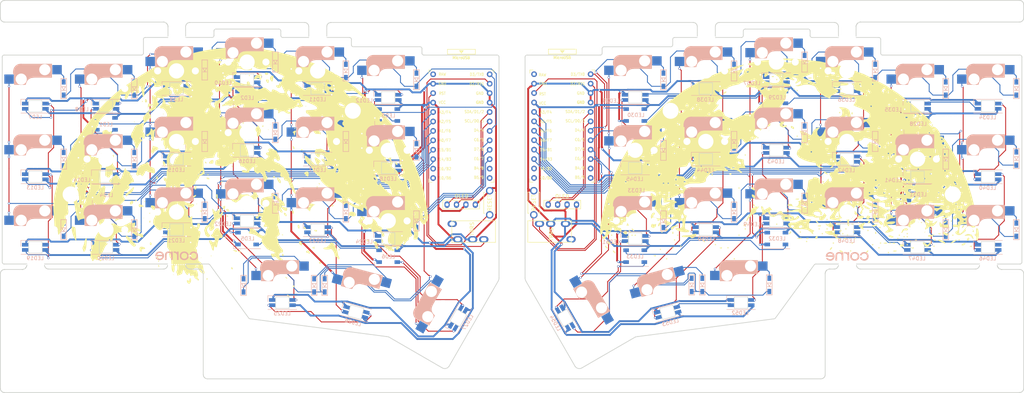
<source format=kicad_pcb>
(kicad_pcb (version 20171130) (host pcbnew "(5.1.10-1-10_14)")
  (title_block (title "Corne Cherry") (date 2020-09-28) (rev 3.0.1) (company foostan))
  (layers (0 F.Cu signal hide) (31 B.Cu signal hide) (34 B.Paste user hide) (35 F.Paste user hide) (36 B.SilkS user hide) (37 F.SilkS user) (38 B.Mask user hide) (39 F.Mask user) (44 Edge.Cuts user))
  (net 0 "")
  (net 1 row0)
  (net 2 "Net-(D1-Pad2)")
  (net 3 row1)
  (net 4 "Net-(D2-Pad2)")
  (net 5 row2)
  (net 6 "Net-(D3-Pad2)")
  (net 7 row3)
  (net 8 "Net-(D4-Pad2)")
  (net 9 "Net-(D5-Pad2)")
  (net 10 "Net-(D6-Pad2)")
  (net 11 "Net-(D7-Pad2)")
  (net 12 "Net-(D8-Pad2)")
  (net 13 "Net-(D9-Pad2)")
  (net 14 "Net-(D10-Pad2)")
  (net 15 "Net-(D11-Pad2)")
  (net 16 "Net-(D12-Pad2)")
  (net 17 "Net-(D13-Pad2)")
  (net 18 "Net-(D14-Pad2)")
  (net 19 "Net-(D15-Pad2)")
  (net 20 "Net-(D16-Pad2)")
  (net 21 "Net-(D17-Pad2)")
  (net 22 "Net-(D18-Pad2)")
  (net 23 "Net-(D19-Pad2)")
  (net 24 "Net-(D20-Pad2)")
  (net 25 "Net-(D21-Pad2)")
  (net 26 GND)
  (net 27 VCC)
  (net 28 col0)
  (net 29 col1)
  (net 30 col2)
  (net 31 col3)
  (net 32 col4)
  (net 33 col5)
  (net 34 LED)
  (net 35 data)
  (net 36 reset)
  (net 37 SCL)
  (net 38 SDA)
  (net 39 "Net-(U1-Pad14)")
  (net 40 "Net-(U1-Pad13)")
  (net 41 "Net-(U1-Pad12)")
  (net 42 "Net-(U1-Pad11)")
  (net 43 "Net-(U1-Pad24)")
  (net 44 "Net-(D22-Pad2)")
  (net 45 row0_r)
  (net 46 "Net-(D23-Pad2)")
  (net 47 "Net-(D24-Pad2)")
  (net 48 "Net-(D25-Pad2)")
  (net 49 "Net-(D26-Pad2)")
  (net 50 "Net-(D27-Pad2)")
  (net 51 row1_r)
  (net 52 "Net-(D28-Pad2)")
  (net 53 "Net-(D29-Pad2)")
  (net 54 "Net-(D30-Pad2)")
  (net 55 "Net-(D31-Pad2)")
  (net 56 "Net-(D32-Pad2)")
  (net 57 "Net-(D33-Pad2)")
  (net 58 row2_r)
  (net 59 "Net-(D34-Pad2)")
  (net 60 "Net-(D35-Pad2)")
  (net 61 "Net-(D36-Pad2)")
  (net 62 "Net-(D37-Pad2)")
  (net 63 "Net-(D38-Pad2)")
  (net 64 "Net-(D39-Pad2)")
  (net 65 "Net-(D40-Pad2)")
  (net 66 row3_r)
  (net 67 "Net-(D41-Pad2)")
  (net 68 "Net-(D42-Pad2)")
  (net 69 data_r)
  (net 70 SDA_r)
  (net 71 SCL_r)
  (net 72 LED_r)
  (net 73 reset_r)
  (net 74 col0_r)
  (net 75 col1_r)
  (net 76 col2_r)
  (net 77 col3_r)
  (net 78 col4_r)
  (net 79 col5_r)
  (net 80 VDD)
  (net 81 GNDA)
  (net 82 "Net-(LED1-Pad2)")
  (net 83 "Net-(LED1-Pad4)")
  (net 84 "Net-(LED2-Pad4)")
  (net 85 "Net-(LED10-Pad2)")
  (net 86 "Net-(LED11-Pad4)")
  (net 87 "Net-(LED13-Pad4)")
  (net 88 "Net-(LED14-Pad2)")
  (net 89 "Net-(LED15-Pad4)")
  (net 90 "Net-(LED10-Pad4)")
  (net 91 "Net-(LED11-Pad2)")
  (net 92 "Net-(LED12-Pad4)")
  (net 93 "Net-(LED13-Pad2)")
  (net 94 "Net-(LED14-Pad4)")
  (net 95 "Net-(LED16-Pad4)")
  (net 96 "Net-(LED17-Pad2)")
  (net 97 "Net-(LED18-Pad4)")
  (net 98 "Net-(LED22-Pad4)")
  (net 99 "Net-(LED24-Pad4)")
  (net 100 "Net-(LED25-Pad4)")
  (net 101 "Net-(LED27-Pad4)")
  (net 102 "Net-(LED28-Pad2)")
  (net 103 "Net-(LED29-Pad4)")
  (net 104 "Net-(LED32-Pad2)")
  (net 105 "Net-(LED34-Pad2)")
  (net 106 "Net-(LED35-Pad4)")
  (net 107 "Net-(LED37-Pad4)")
  (net 108 "Net-(LED38-Pad2)")
  (net 109 "Net-(LED39-Pad4)")
  (net 110 "Net-(LED4-Pad2)")
  (net 111 "Net-(LED5-Pad2)")
  (net 112 "Net-(LED7-Pad4)")
  (net 113 "Net-(LED15-Pad2)")
  (net 114 "Net-(LED20-Pad4)")
  (net 115 "Net-(LED23-Pad2)")
  (net 116 "Net-(LED28-Pad4)")
  (net 117 "Net-(LED31-Pad2)")
  (net 118 "Net-(LED33-Pad2)")
  (net 119 "Net-(LED40-Pad2)")
  (net 120 "Net-(LED41-Pad4)")
  (net 121 "Net-(LED42-Pad2)")
  (net 122 "Net-(LED43-Pad4)")
  (net 123 "Net-(LED44-Pad2)")
  (net 124 "Net-(LED45-Pad4)")
  (net 125 "Net-(LED47-Pad4)")
  (net 126 "Net-(LED49-Pad4)")
  (net 127 "Net-(LED50-Pad2)")
  (net 128 "Net-(LED51-Pad4)")
  (net 129 "Net-(LED52-Pad4)")
  (net 130 "Net-(LED34-Pad4)")
  (net 131 "Net-(LED36-Pad4)")
  (net 132 "Net-(LED36-Pad2)")
  (net 133 "Net-(LED38-Pad4)")
  (net 134 "Net-(U2-Pad11)")
  (net 135 "Net-(U2-Pad12)")
  (net 136 "Net-(U2-Pad13)")
  (net 137 "Net-(U2-Pad14)")
  (net 138 "Net-(U2-Pad24)")
  (net 139 "Net-(J1-PadA)")
  (net 140 "Net-(J3-PadA)")
  (net 141 "Net-(LED19-Pad2)")
  (net 142 "Net-(LED46-Pad2)")
  (module silks:moon (layer F.Cu) (at 223.3075 54.73)
    (fp_text reference G*** hide)
    (fp_text value LOGO hide)
  )
  (module silks:earthmoon (layer F.Cu) (at 81.0675 183)
    (fp_text reference G*** hide)
    (fp_text value LOGO hide)
  )
  (module kbd:M2_HOLE_v2 (layer B.Cu) (at 168.8505 74.264 180)
    (fp_text reference Ref** hide)
    (fp_text value Val** hide)
    (pad "" np_thru_hole circle (at 0 0 180) (size 2.2 2.2) (drill 2.2) (layers *.Cu *.Mask))
  )
  (module kbd:M2_HOLE_v2 (layer B.Cu) (at 269.1875 54.125 180)
    (fp_text reference Ref** hide)
    (fp_text value Val** hide)
    (pad "" np_thru_hole circle (at 2.088 -10.1405 180) (size 4.3 4.3) (drill 4.3) (layers *.Cu *.Mask))
  )
  (module kbd:M2_HOLE_v2 (layer F.Cu) (at 191.1445 41.7755 180)
    (fp_text reference Ref** hide)
    (fp_text value Val** hide)
    (pad "" np_thru_hole circle (at 0 0 180) (size 4.3 4.3) (drill 4.3) (layers *.Cu *.Mask))
  )
  (module kbd:M2_HOLE_v2 (layer F.Cu) (at 267.0995 45.2655 180)
    (fp_text reference Ref** hide)
    (fp_text value Val** hide)
    (pad "" np_thru_hole circle (at 0 0 180) (size 4.3 4.3) (drill 4.3) (layers *.Cu *.Mask))
  )
  (module kbd:M2_HOLE_v2 (layer F.Cu) (at 223.9555 81.5305 180)
    (fp_text reference Ref** hide)
    (fp_text value Val** hide)
    (pad "" np_thru_hole circle (at 0 0 180) (size 4.3 4.3) (drill 4.3) (layers *.Cu *.Mask))
  )
  (module kbd:M2_HOLE_v2 (layer B.Cu) (at 154.4185 82.785 180)
    (fp_text reference Ref** hide)
    (fp_text value Val** hide)
    (pad "" np_thru_hole circle (at 0 0 180) (size 2.2 2.2) (drill 2.2) (layers *.Cu *.Mask))
  )
  (module kbd:M2_HOLE_v2 (layer F.Cu) (at 177.3895 89.145 180)
    (fp_text reference Ref** hide)
    (fp_text value Val** hide)
    (pad "" np_thru_hole circle (at 0 0 180) (size 4.3 4.3) (drill 4.3) (layers *.Cu *.Mask))
  )
  (module kbd:M2_HOLE_v2 (layer F.Cu) (at 142.3015 82.775)
    (fp_text reference Ref** hide)
    (fp_text value Val** hide)
    (pad "" np_thru_hole circle (at 0 0) (size 2.2 2.2) (drill 2.2) (layers *.Cu *.Mask))
  )
  (module kbd:M2_HOLE_v2 (layer F.Cu) (at 127.8695 74.254)
    (fp_text reference Ref** hide)
    (fp_text value Val** hide)
    (pad "" np_thru_hole circle (at 0 0) (size 2.2 2.2) (drill 2.2) (layers *.Cu *.Mask))
  )
  (module kbd:M2_HOLE_v2 (layer F.Cu) (at 119.3305 89.135)
    (fp_text reference Ref** hide)
    (fp_text value Val** hide)
    (pad "" np_thru_hole circle (at 0 0) (size 4.3 4.3) (drill 4.3) (layers *.Cu *.Mask))
  )
  (module kbd:M2_HOLE_v2 (layer F.Cu) (at 72.7645 81.5205)
    (fp_text reference Ref** hide)
    (fp_text value Val** hide)
    (pad "" np_thru_hole circle (at 0 0) (size 4.3 4.3) (drill 4.3) (layers *.Cu *.Mask))
  )
  (module kbd:M2_HOLE_v2 (layer F.Cu) (at 105.5755 41.7655)
    (fp_text reference Ref** hide)
    (fp_text value Val** hide)
    (pad "" np_thru_hole circle (at 0 0) (size 4.3 4.3) (drill 4.3) (layers *.Cu *.Mask))
  )
  (module kbd:M2_HOLE_v2 (layer F.Cu) (at 27.5195 54.1395)
    (fp_text reference Ref** hide)
    (fp_text value Val** hide)
    (pad "" np_thru_hole circle (at 2.088 10.1405) (size 4.3 4.3) (drill 4.3) (layers *.Cu *.Mask))
  )
  (module kbd:M2_HOLE_v2 (layer F.Cu) (at 29.6075 45.28)
    (fp_text reference Ref** hide)
    (fp_text value Val** hide)
    (pad "" np_thru_hole circle (at 0 0) (size 4.3 4.3) (drill 4.3) (layers *.Cu *.Mask))
  )
  (module kbd:ProMicro_v3 (layer F.Cu) (at 134.8125 46.42)
    (fp_text reference U1 hide)
    (fp_text value ProMicro hide)
    (fp_text user RAW (at -5.1355 -14.478 unlocked) (layer F.SilkS) (effects (font (size 0.75 0.67) (thickness 0.125))))
    (fp_text user GND (at 4.955 -6.9 unlocked) (layer F.SilkS) (effects (font (size 0.75 0.67) (thickness 0.125))))
    (fp_text user RST (at -5.1355 -9.3345 unlocked) (layer F.SilkS) (effects (font (size 0.75 0.67) (thickness 0.125))))
    (fp_text user VCC (at -5.175 -6.915 unlocked) (layer F.SilkS) (effects (font (size 0.75 0.67) (thickness 0.125))))
    (fp_text user A3/F4 (at -4.395 -4.25 unlocked) (layer F.SilkS) (effects (font (size 0.75 0.67) (thickness 0.125))))
    (fp_text user A2/F5 (at -4.395 -1.75 unlocked) (layer F.SilkS) (effects (font (size 0.75 0.67) (thickness 0.125))))
    (fp_text user A1/F6 (at -4.395 0.75 unlocked) (layer F.SilkS) (effects (font (size 0.75 0.67) (thickness 0.125))))
    (fp_text user A0/F7 (at -4.395 3.3 unlocked) (layer F.SilkS) (effects (font (size 0.75 0.67) (thickness 0.125))))
    (fp_text user 15/B1 (at -4.395 5.85 unlocked) (layer F.SilkS) (effects (font (size 0.75 0.67) (thickness 0.125))))
    (fp_text user 14/B3 (at -4.395 8.4 unlocked) (layer F.SilkS) (effects (font (size 0.75 0.67) (thickness 0.125))))
    (fp_text user 10/B6 (at -4.395 13.45 unlocked) (layer F.SilkS) (effects (font (size 0.75 0.67) (thickness 0.125))))
    (fp_text user 16/B2 (at -4.395 10.95 unlocked) (layer F.SilkS) (effects (font (size 0.75 0.67) (thickness 0.125))))
    (fp_text user E6/7 (at 4.705 8.25 unlocked) (layer F.SilkS) (effects (font (size 0.75 0.67) (thickness 0.125))))
    (fp_text user D7/6 (at 4.705 5.7 unlocked) (layer F.SilkS) (effects (font (size 0.75 0.67) (thickness 0.125))))
    (fp_text user GND (at 4.955 -9.35 unlocked) (layer F.SilkS) (effects (font (size 0.75 0.67) (thickness 0.125))))
    (fp_text user GND (at 4.955 -6.9 unlocked) (layer F.SilkS) (effects (font (size 0.75 0.67) (thickness 0.125))))
    (fp_text user D3/TX0 (at 4.155 -14.45 unlocked) (layer F.SilkS) (effects (font (size 0.75 0.67) (thickness 0.125))))
    (fp_text user D4/4 (at 4.705 0.6 unlocked) (layer F.SilkS) (effects (font (size 0.75 0.67) (thickness 0.125))))
    (fp_text user SDA/D1/2 (at 3.455 -4.4 unlocked) (layer F.SilkS) (effects (font (size 0.75 0.67) (thickness 0.125))))
    (fp_text user SCL/D0/3 (at 3.455 -1.9 unlocked) (layer F.SilkS) (effects (font (size 0.75 0.67) (thickness 0.125))))
    (fp_text user C6/5 (at 4.705 3.15 unlocked) (layer F.SilkS) (effects (font (size 0.75 0.67) (thickness 0.125))))
    (fp_text user B5/9 (at 4.705 13.3 unlocked) (layer F.SilkS) (effects (font (size 0.75 0.67) (thickness 0.125))))
    (fp_text user D2/RX1 (at 4.155 -11.9 unlocked) (layer F.SilkS) (effects (font (size 0.75 0.67) (thickness 0.125))))
    (fp_text user B4/8 (at 4.705 10.8 unlocked) (layer F.SilkS) (effects (font (size 0.75 0.67) (thickness 0.125))))
    (fp_text user MicroUSB (at -0.05 -18.95) (layer F.SilkS) (effects (font (size 0.75 0.67) (thickness 0.125))))
    (fp_text user MicroUSB (at -0.05 -18.95) (layer F.SilkS) (effects (font (size 0.75 0.67) (thickness 0.125))))
    (fp_text user GND (at -5.115 -11.94) (layer F.SilkS) (effects (font (size 0.75 0.67) (thickness 0.125))))
    (pad 24 thru_hole circle (at -7.6086 -14.478) (size 1.524 1.524) (drill 0.8128) (layers *.Cu B.Mask) (net 43 "Net-(U1-Pad24)"))
    (pad 23 thru_hole circle (at -7.6086 -11.938) (size 1.524 1.524) (drill 0.8128) (layers *.Cu B.Mask) (net 26 GND))
    (pad 22 thru_hole circle (at -7.6086 -9.398) (size 1.524 1.524) (drill 0.8128) (layers *.Cu B.Mask) (net 36 reset))
    (pad 21 thru_hole circle (at -7.6086 -6.858) (size 1.524 1.524) (drill 0.8128) (layers *.Cu B.Mask) (net 27 VCC))
    (pad 20 thru_hole circle (at -7.6086 -4.318) (size 1.524 1.524) (drill 0.8128) (layers *.Cu B.Mask) (net 28 col0))
    (pad 19 thru_hole circle (at -7.6086 -1.778) (size 1.524 1.524) (drill 0.8128) (layers *.Cu B.Mask) (net 29 col1))
    (pad 18 thru_hole circle (at -7.6086 0.762) (size 1.524 1.524) (drill 0.8128) (layers *.Cu B.Mask) (net 30 col2))
    (pad 17 thru_hole circle (at -7.6086 3.302) (size 1.524 1.524) (drill 0.8128) (layers *.Cu B.Mask) (net 31 col3))
    (pad 16 thru_hole circle (at -7.6086 5.842) (size 1.524 1.524) (drill 0.8128) (layers *.Cu B.Mask) (net 32 col4))
    (pad 15 thru_hole circle (at -7.6086 8.382) (size 1.524 1.524) (drill 0.8128) (layers *.Cu B.Mask) (net 33 col5))
    (pad 14 thru_hole circle (at -7.6086 10.922) (size 1.524 1.524) (drill 0.8128) (layers *.Cu B.Mask) (net 39 "Net-(U1-Pad14)"))
    (pad 13 thru_hole circle (at -7.6086 13.462) (size 1.524 1.524) (drill 0.8128) (layers *.Cu B.Mask) (net 40 "Net-(U1-Pad13)"))
    (pad 12 thru_hole circle (at 7.6114 13.462) (size 1.524 1.524) (drill 0.8128) (layers *.Cu B.Mask) (net 41 "Net-(U1-Pad12)"))
    (pad 11 thru_hole circle (at 7.6114 10.922) (size 1.524 1.524) (drill 0.8128) (layers *.Cu B.Mask) (net 42 "Net-(U1-Pad11)"))
    (pad 10 thru_hole circle (at 7.6114 8.382) (size 1.524 1.524) (drill 0.8128) (layers *.Cu B.Mask) (net 7 row3))
    (pad 9 thru_hole circle (at 7.6114 5.842) (size 1.524 1.524) (drill 0.8128) (layers *.Cu B.Mask) (net 5 row2))
    (pad 8 thru_hole circle (at 7.6114 3.302) (size 1.524 1.524) (drill 0.8128) (layers *.Cu B.Mask) (net 3 row1))
    (pad 7 thru_hole circle (at 7.6114 0.762) (size 1.524 1.524) (drill 0.8128) (layers *.Cu B.Mask) (net 1 row0))
    (pad 6 thru_hole circle (at 7.6114 -1.778) (size 1.524 1.524) (drill 0.8128) (layers *.Cu B.Mask) (net 37 SCL))
    (pad 5 thru_hole circle (at 7.6114 -4.318) (size 1.524 1.524) (drill 0.8128) (layers *.Cu B.Mask) (net 38 SDA))
    (pad 4 thru_hole circle (at 7.6114 -6.858) (size 1.524 1.524) (drill 0.8128) (layers *.Cu B.Mask) (net 26 GND))
    (pad 3 thru_hole circle (at 7.6114 -9.398) (size 1.524 1.524) (drill 0.8128) (layers *.Cu B.Mask) (net 26 GND))
    (pad 2 thru_hole circle (at 7.6114 -11.938) (size 1.524 1.524) (drill 0.8128) (layers *.Cu B.Mask) (net 35 data))
    (pad 1 thru_hole circle (at 7.6114 -14.478) (size 1.524 1.524) (drill 0.8128) (layers *.Cu B.Mask) (net 34 LED))
  )
  (module kbd:ProMicro_v3 (layer F.Cu) (at 161.9875 46.39)
    (fp_text reference U2 hide)
    (fp_text value ProMicro hide)
    (fp_text user RAW (at -5.3355 -14.278 unlocked) (layer F.SilkS) (effects (font (size 0.75 0.67) (thickness 0.125))))
    (fp_text user GND (at 4.955 -6.9 unlocked) (layer F.SilkS) (effects (font (size 0.75 0.67) (thickness 0.125))))
    (fp_text user RST (at -5.3355 -9.1345 unlocked) (layer F.SilkS) (effects (font (size 0.75 0.67) (thickness 0.125))))
    (fp_text user VCC (at -5.3355 -6.658 unlocked) (layer F.SilkS) (effects (font (size 0.75 0.67) (thickness 0.125))))
    (fp_text user A3/F4 (at -4.395 -4.25 unlocked) (layer F.SilkS) (effects (font (size 0.75 0.67) (thickness 0.125))))
    (fp_text user A2/F5 (at -4.395 -1.75 unlocked) (layer F.SilkS) (effects (font (size 0.75 0.67) (thickness 0.125))))
    (fp_text user A1/F6 (at -4.395 0.75 unlocked) (layer F.SilkS) (effects (font (size 0.75 0.67) (thickness 0.125))))
    (fp_text user A0/F7 (at -4.395 3.3 unlocked) (layer F.SilkS) (effects (font (size 0.75 0.67) (thickness 0.125))))
    (fp_text user 15/B1 (at -4.395 5.85 unlocked) (layer F.SilkS) (effects (font (size 0.75 0.67) (thickness 0.125))))
    (fp_text user 14/B3 (at -4.395 8.4 unlocked) (layer F.SilkS) (effects (font (size 0.75 0.67) (thickness 0.125))))
    (fp_text user 10/B6 (at -4.395 13.45 unlocked) (layer F.SilkS) (effects (font (size 0.75 0.67) (thickness 0.125))))
    (fp_text user 16/B2 (at -4.395 10.95 unlocked) (layer F.SilkS) (effects (font (size 0.75 0.67) (thickness 0.125))))
    (fp_text user E6/7 (at 4.705 8.25 unlocked) (layer F.SilkS) (effects (font (size 0.75 0.67) (thickness 0.125))))
    (fp_text user D7/6 (at 4.705 5.7 unlocked) (layer F.SilkS) (effects (font (size 0.75 0.67) (thickness 0.125))))
    (fp_text user GND (at 4.955 -9.35 unlocked) (layer F.SilkS) (effects (font (size 0.75 0.67) (thickness 0.125))))
    (fp_text user GND (at 4.955 -6.9 unlocked) (layer F.SilkS) (effects (font (size 0.75 0.67) (thickness 0.125))))
    (fp_text user D3/TX0 (at 4.155 -14.45 unlocked) (layer F.SilkS) (effects (font (size 0.75 0.67) (thickness 0.125))))
    (fp_text user D4/4 (at 4.705 0.6 unlocked) (layer F.SilkS) (effects (font (size 0.75 0.67) (thickness 0.125))))
    (fp_text user SDA/D1/2 (at 3.455 -4.4 unlocked) (layer F.SilkS) (effects (font (size 0.75 0.67) (thickness 0.125))))
    (fp_text user SCL/D0/3 (at 3.455 -1.9 unlocked) (layer F.SilkS) (effects (font (size 0.75 0.67) (thickness 0.125))))
    (fp_text user C6/5 (at 4.705 3.15 unlocked) (layer F.SilkS) (effects (font (size 0.75 0.67) (thickness 0.125))))
    (fp_text user B5/9 (at 4.705 13.3 unlocked) (layer F.SilkS) (effects (font (size 0.75 0.67) (thickness 0.125))))
    (fp_text user D2/RX1 (at 4.155 -11.9 unlocked) (layer F.SilkS) (effects (font (size 0.75 0.67) (thickness 0.125))))
    (fp_text user B4/8 (at 4.705 10.8 unlocked) (layer F.SilkS) (effects (font (size 0.75 0.67) (thickness 0.125))))
    (fp_text user MicroUSB (at -0.05 -18.95) (layer F.SilkS) (effects (font (size 0.75 0.67) (thickness 0.125))))
    (fp_text user MicroUSB (at -0.05 -18.95) (layer F.SilkS) (effects (font (size 0.75 0.67) (thickness 0.125))))
    (fp_text user GND (at -5.22 -11.94) (layer F.SilkS) (effects (font (size 0.75 0.67) (thickness 0.125))))
    (pad 24 thru_hole circle (at -7.6086 -14.478) (size 1.524 1.524) (drill 0.8128) (layers *.Cu B.Mask) (net 138 "Net-(U2-Pad24)"))
    (pad 23 thru_hole circle (at -7.6086 -11.938) (size 1.524 1.524) (drill 0.8128) (layers *.Cu B.Mask) (net 81 GNDA))
    (pad 22 thru_hole circle (at -7.6086 -9.398) (size 1.524 1.524) (drill 0.8128) (layers *.Cu B.Mask) (net 73 reset_r))
    (pad 21 thru_hole circle (at -7.6086 -6.858) (size 1.524 1.524) (drill 0.8128) (layers *.Cu B.Mask) (net 80 VDD))
    (pad 20 thru_hole circle (at -7.6086 -4.318) (size 1.524 1.524) (drill 0.8128) (layers *.Cu B.Mask) (net 74 col0_r))
    (pad 19 thru_hole circle (at -7.6086 -1.778) (size 1.524 1.524) (drill 0.8128) (layers *.Cu B.Mask) (net 75 col1_r))
    (pad 18 thru_hole circle (at -7.6086 0.762) (size 1.524 1.524) (drill 0.8128) (layers *.Cu B.Mask) (net 76 col2_r))
    (pad 17 thru_hole circle (at -7.6086 3.302) (size 1.524 1.524) (drill 0.8128) (layers *.Cu B.Mask) (net 77 col3_r))
    (pad 16 thru_hole circle (at -7.6086 5.842) (size 1.524 1.524) (drill 0.8128) (layers *.Cu B.Mask) (net 78 col4_r))
    (pad 15 thru_hole circle (at -7.6086 8.382) (size 1.524 1.524) (drill 0.8128) (layers *.Cu B.Mask) (net 79 col5_r))
    (pad 14 thru_hole circle (at -7.6086 10.922) (size 1.524 1.524) (drill 0.8128) (layers *.Cu B.Mask) (net 137 "Net-(U2-Pad14)"))
    (pad 13 thru_hole circle (at -7.6086 13.462) (size 1.524 1.524) (drill 0.8128) (layers *.Cu B.Mask) (net 136 "Net-(U2-Pad13)"))
    (pad 12 thru_hole circle (at 7.6114 13.462) (size 1.524 1.524) (drill 0.8128) (layers *.Cu B.Mask) (net 135 "Net-(U2-Pad12)"))
    (pad 11 thru_hole circle (at 7.6114 10.922) (size 1.524 1.524) (drill 0.8128) (layers *.Cu B.Mask) (net 134 "Net-(U2-Pad11)"))
    (pad 10 thru_hole circle (at 7.6114 8.382) (size 1.524 1.524) (drill 0.8128) (layers *.Cu B.Mask) (net 66 row3_r))
    (pad 9 thru_hole circle (at 7.6114 5.842) (size 1.524 1.524) (drill 0.8128) (layers *.Cu B.Mask) (net 58 row2_r))
    (pad 8 thru_hole circle (at 7.6114 3.302) (size 1.524 1.524) (drill 0.8128) (layers *.Cu B.Mask) (net 51 row1_r))
    (pad 7 thru_hole circle (at 7.6114 0.762) (size 1.524 1.524) (drill 0.8128) (layers *.Cu B.Mask) (net 45 row0_r))
    (pad 6 thru_hole circle (at 7.6114 -1.778) (size 1.524 1.524) (drill 0.8128) (layers *.Cu B.Mask) (net 71 SCL_r))
    (pad 5 thru_hole circle (at 7.6114 -4.318) (size 1.524 1.524) (drill 0.8128) (layers *.Cu B.Mask) (net 70 SDA_r))
    (pad 4 thru_hole circle (at 7.6114 -6.858) (size 1.524 1.524) (drill 0.8128) (layers *.Cu B.Mask) (net 81 GNDA))
    (pad 3 thru_hole circle (at 7.6114 -9.398) (size 1.524 1.524) (drill 0.8128) (layers *.Cu B.Mask) (net 81 GNDA))
    (pad 2 thru_hole circle (at 7.6114 -11.938) (size 1.524 1.524) (drill 0.8128) (layers *.Cu B.Mask) (net 69 data_r))
    (pad 1 thru_hole circle (at 7.6114 -14.478) (size 1.524 1.524) (drill 0.8128) (layers *.Cu B.Mask) (net 72 LED_r))
  )
  (module kbd:ResetSW_1side (layer F.Cu) (at 154.3045 66.522 270)
    (fp_text reference RSW2 hide)
    (fp_text value SW_PUSH)
    (fp_text user RESET (at 0 0 90) (layer F.SilkS))
    (pad 2 thru_hole circle (at -3.25 0 270) (size 2 2) (drill 1.3) (layers *.Cu B.Mask) (net 81 GNDA))
    (pad 1 thru_hole circle (at 3.25 0 270) (size 2 2) (drill 1.3) (layers *.Cu B.Mask) (net 73 reset_r))
  )
  (module kbd:ResetSW_1side (layer F.Cu) (at 142.4245 66.531 270)
    (fp_text reference RSW1 hide)
    (fp_text value SW_PUSH)
    (fp_text user RESET (at 0 0 270) (layer F.SilkS))
    (pad 2 thru_hole circle (at -3.25 0 270) (size 2 2) (drill 1.3) (layers *.Cu B.Mask) (net 26 GND))
    (pad 1 thru_hole circle (at 3.25 0 270) (size 2 2) (drill 1.3) (layers *.Cu B.Mask) (net 36 reset))
  )
  (module kbd:OLED_1side (layer F.Cu) (at 158.1775 67.02)
    (fp_text reference J4)
    (fp_text value OLED hide)
    (fp_text user OLED (at 3.75 -2.19) (layer F.SilkS))
    (pad 4 thru_hole oval (at 7.62 0) (size 1.397 1.778) (drill 0.8128) (layers *.Cu B.Mask) (net 81 GNDA))
    (pad 3 thru_hole oval (at 5.08 0) (size 1.397 1.778) (drill 0.8128) (layers *.Cu B.Mask) (net 80 VDD))
    (pad 2 thru_hole oval (at 2.54 0) (size 1.397 1.778) (drill 0.8128) (layers *.Cu B.Mask) (net 71 SCL_r))
    (pad 1 thru_hole oval (at 0 0) (size 1.397 1.778) (drill 0.8128) (layers *.Cu B.Mask) (net 70 SDA_r))
  )
  (module kbd:OLED_1side (layer F.Cu) (at 130.9485 67.028)
    (fp_text reference J2)
    (fp_text value OLED hide)
    (fp_text user OLED (at 3.906 -2.284) (layer F.SilkS))
    (pad 4 thru_hole oval (at 7.62 0) (size 1.397 1.778) (drill 0.8128) (layers *.Cu B.Mask) (net 26 GND))
    (pad 3 thru_hole oval (at 5.08 0) (size 1.397 1.778) (drill 0.8128) (layers *.Cu B.Mask) (net 27 VCC))
    (pad 2 thru_hole oval (at 2.54 0) (size 1.397 1.778) (drill 0.8128) (layers *.Cu B.Mask) (net 37 SCL))
    (pad 1 thru_hole oval (at 0 0) (size 1.397 1.778) (drill 0.8128) (layers *.Cu B.Mask) (net 38 SDA))
  )
  (module kbd:MJ-4PP-9_1side (layer F.Cu) (at 152.5375 74.27 90)
    (fp_text reference J3)
    (fp_text value MJ-4PP-9 hide)
    (fp_text user TRRS (at -0.75 6.45 90) (layer F.SilkS))
    (pad A thru_hole oval (at -2.1 11.8 90) (size 1.7 2.5) (drill oval 1 1.5) (layers *.Cu B.Mask) (net 140 "Net-(J3-PadA)") (clearance 0.15))
    (pad D thru_hole oval (at 2.1 10.3 90) (size 1.7 2.5) (drill oval 1 1.5) (layers *.Cu B.Mask) (net 80 VDD) (clearance 0.15))
    (pad C thru_hole oval (at 2.1 6.3 90) (size 1.7 2.5) (drill oval 1 1.5) (layers *.Cu B.Mask) (net 81 GNDA))
    (pad B thru_hole oval (at 2.1 3.3 90) (size 1.7 2.5) (drill oval 1 1.5) (layers *.Cu B.Mask) (net 69 data_r))
    (pad "" np_thru_hole circle (at 0 8.5 90) (size 1.2 1.2) (drill 1.2) (layers *.Cu *.Mask))
    (pad "" np_thru_hole circle (at 0 1.5 90) (size 1.2 1.2) (drill 1.2) (layers *.Cu *.Mask))
  )
  (module kbd:MJ-4PP-9_1side (layer F.Cu) (at 144.1345 74.292 270)
    (fp_text reference J1)
    (fp_text value MJ-4PP-9 hide)
    (fp_text user TRRS (at -0.75 6.45 270) (layer F.SilkS))
    (pad A thru_hole oval (at -2.1 11.8 270) (size 1.7 2.5) (drill oval 1 1.5) (layers *.Cu B.Mask) (net 139 "Net-(J1-PadA)") (clearance 0.15))
    (pad D thru_hole oval (at 2.1 10.3 270) (size 1.7 2.5) (drill oval 1 1.5) (layers *.Cu B.Mask) (net 27 VCC) (clearance 0.15))
    (pad C thru_hole oval (at 2.1 6.3 270) (size 1.7 2.5) (drill oval 1 1.5) (layers *.Cu B.Mask) (net 26 GND))
    (pad B thru_hole oval (at 2.1 3.3 270) (size 1.7 2.5) (drill oval 1 1.5) (layers *.Cu B.Mask) (net 35 data))
    (pad "" np_thru_hole circle (at 0 8.5 270) (size 1.2 1.2) (drill 1.2) (layers *.Cu *.Mask))
    (pad "" np_thru_hole circle (at 0 1.5 270) (size 1.2 1.2) (drill 1.2) (layers *.Cu *.Mask))
  )
  (module kbd:CherryMX_Hotswap_1.5u (layer F.Cu) (at 129.8575 95.155 60)
    (fp_text reference SW21 hide)
    (fp_text value SW_PUSH hide)
    (pad "" np_thru_hole circle (at 2.54 -5.08 60) (size 3 3) (drill 3) (layers *.Cu *.Mask))
    (pad "" np_thru_hole circle (at -3.81 -2.54 60) (size 3 3) (drill 3) (layers *.Cu *.Mask))
    (pad 2 smd rect (at 5.842 -5.08 240) (size 2.55 2.5) (layers B.Cu B.Paste B.Mask) (net 25 "Net-(D21-Pad2)"))
    (pad "" np_thru_hole circle (at -5.08 0 60) (size 1.9 1.9) (drill 1.9) (layers *.Cu *.Mask))
    (pad "" np_thru_hole circle (at 5.08 0 60) (size 1.9 1.9) (drill 1.9) (layers *.Cu *.Mask))
    (pad "" np_thru_hole circle (at 0 0 150) (size 4.1 4.1) (drill 4.1) (layers *.Cu *.Mask))
    (pad 1 smd rect (at -7.085 -2.54 240) (size 2.55 2.5) (layers B.Cu B.Paste B.Mask) (net 33 col5))
  )
  (module kbd:CherryMX_Hotswap_1.5u (layer F.Cu) (at 166.8645 95.15 300)
    (fp_text reference SW42 hide)
    (fp_text value SW_PUSH hide)
    (pad "" np_thru_hole circle (at 2.54 -5.08 300) (size 3 3) (drill 3) (layers *.Cu *.Mask))
    (pad "" np_thru_hole circle (at -3.81 -2.54 300) (size 3 3) (drill 3) (layers *.Cu *.Mask))
    (pad 2 smd rect (at 5.842 -5.08 120) (size 2.55 2.5) (layers B.Cu B.Paste B.Mask) (net 68 "Net-(D42-Pad2)"))
    (pad "" np_thru_hole circle (at -5.08 0 300) (size 1.9 1.9) (drill 1.9) (layers *.Cu *.Mask))
    (pad "" np_thru_hole circle (at 5.08 0 300) (size 1.9 1.9) (drill 1.9) (layers *.Cu *.Mask))
    (pad "" np_thru_hole circle (at 0 0 30) (size 4.1 4.1) (drill 4.1) (layers *.Cu *.Mask))
    (pad 1 smd rect (at -7.085 -2.54 120) (size 2.55 2.5) (layers B.Cu B.Paste B.Mask) (net 79 col5_r))
  )
  (module LED_SMD:LED_WS2812B_PLCC4_5.0x5.0mm_P3.2mm (layer B.Cu) (at 39.1075 45.28 180)
    (fp_text reference LED1 (at -0.01 -0.135) (layer B.SilkS) (effects (justify mirror)))
    (fp_text value WS2812B)
    (pad 1 smd rect (at -2.45 1.6 180) (size 1.5 1) (layers B.Cu B.Paste B.Mask) (net 27 VCC))
    (pad 2 smd rect (at -2.45 -1.6 180) (size 1.5 1) (layers B.Cu B.Paste B.Mask) (net 82 "Net-(LED1-Pad2)"))
    (pad 4 smd rect (at 2.45 1.6 180) (size 1.5 1) (layers B.Cu B.Paste B.Mask) (net 83 "Net-(LED1-Pad4)"))
    (pad 3 smd rect (at 2.45 -1.6 180) (size 1.5 1) (layers B.Cu B.Paste B.Mask) (net 26 GND))
  )
  (module LED_SMD:LED_WS2812B_PLCC4_5.0x5.0mm_P3.2mm (layer B.Cu) (at 77.1075 38.155 180)
    (fp_text reference LED2 (at -0.06 -0.14) (layer B.SilkS) (effects (justify mirror)))
    (fp_text value WS2812B)
    (pad 1 smd rect (at -2.45 1.6 180) (size 1.5 1) (layers B.Cu B.Paste B.Mask) (net 27 VCC))
    (pad 2 smd rect (at -2.45 -1.6 180) (size 1.5 1) (layers B.Cu B.Paste B.Mask) (net 83 "Net-(LED1-Pad4)"))
    (pad 4 smd rect (at 2.45 1.6 180) (size 1.5 1) (layers B.Cu B.Paste B.Mask) (net 84 "Net-(LED2-Pad4)"))
    (pad 3 smd rect (at 2.45 -1.6 180) (size 1.5 1) (layers B.Cu B.Paste B.Mask) (net 26 GND))
  )
  (module LED_SMD:LED_WS2812B_PLCC4_5.0x5.0mm_P3.2mm (layer B.Cu) (at 115.1075 42.905 180)
    (fp_text reference LED3 (at -0.08 -0.14) (layer B.SilkS) (effects (justify mirror)))
    (fp_text value WS2812B)
    (pad 1 smd rect (at -2.45 1.6 180) (size 1.5 1) (layers B.Cu B.Paste B.Mask) (net 27 VCC))
    (pad 2 smd rect (at -2.45 -1.6 180) (size 1.5 1) (layers B.Cu B.Paste B.Mask) (net 84 "Net-(LED2-Pad4)"))
    (pad 4 smd rect (at 2.45 1.6 180) (size 1.5 1) (layers B.Cu B.Paste B.Mask) (net 34 LED))
    (pad 3 smd rect (at 2.45 -1.6 180) (size 1.5 1) (layers B.Cu B.Paste B.Mask) (net 26 GND))
  )
  (module LED_SMD:LED_WS2812B_PLCC4_5.0x5.0mm_P3.2mm (layer B.Cu) (at 39.1075 64.28 180)
    (fp_text reference LED4 (at -0.13 -0.165) (layer B.SilkS) (effects (justify mirror)))
    (fp_text value WS2812B)
    (pad 1 smd rect (at -2.45 1.6 180) (size 1.5 1) (layers B.Cu B.Paste B.Mask) (net 27 VCC))
    (pad 2 smd rect (at -2.45 -1.6 180) (size 1.5 1) (layers B.Cu B.Paste B.Mask) (net 110 "Net-(LED4-Pad2)"))
    (pad 4 smd rect (at 2.45 1.6 180) (size 1.5 1) (layers B.Cu B.Paste B.Mask) (net 82 "Net-(LED1-Pad2)"))
    (pad 3 smd rect (at 2.45 -1.6 180) (size 1.5 1) (layers B.Cu B.Paste B.Mask) (net 26 GND))
  )
  (module LED_SMD:LED_WS2812B_PLCC4_5.0x5.0mm_P3.2mm (layer B.Cu) (at 77.1075 76.155 180)
    (fp_text reference LED5 (at -0.13 -0.02) (layer B.SilkS) (effects (justify mirror)))
    (fp_text value WS2812B)
    (pad 1 smd rect (at -2.45 1.6 180) (size 1.5 1) (layers B.Cu B.Paste B.Mask) (net 27 VCC))
    (pad 2 smd rect (at -2.45 -1.6 180) (size 1.5 1) (layers B.Cu B.Paste B.Mask) (net 111 "Net-(LED5-Pad2)"))
    (pad 4 smd rect (at 2.45 1.6 180) (size 1.5 1) (layers B.Cu B.Paste B.Mask) (net 110 "Net-(LED4-Pad2)"))
    (pad 3 smd rect (at 2.45 -1.6 180) (size 1.5 1) (layers B.Cu B.Paste B.Mask) (net 26 GND))
  )
  (module LED_SMD:LED_WS2812B_PLCC4_5.0x5.0mm_P3.2mm (layer B.Cu) (at 115.1075 80.905 180)
    (fp_text reference LED6 (at -0.05 -0.08) (layer B.SilkS) (effects (justify mirror)))
    (fp_text value WS2812B)
    (pad 1 smd rect (at -2.45 1.6 180) (size 1.5 1) (layers B.Cu B.Paste B.Mask) (net 27 VCC))
    (pad 2 smd rect (at -2.45 -1.6 180) (size 1.5 1) (layers B.Cu B.Paste B.Mask) (net 101 "Net-(LED27-Pad4)"))
    (pad 4 smd rect (at 2.45 1.6 180) (size 1.5 1) (layers B.Cu B.Paste B.Mask) (net 111 "Net-(LED5-Pad2)"))
    (pad 3 smd rect (at 2.45 -1.6 180) (size 1.5 1) (layers B.Cu B.Paste B.Mask) (net 26 GND))
  )
  (module LED_SMD:LED_WS2812B_PLCC4_5.0x5.0mm_P3.2mm (layer B.Cu) (at 257.6075 45.28 180)
    (fp_text reference LED28 (at -0.2 -0.01) (layer B.SilkS) (effects (justify mirror)))
    (fp_text value WS2812B)
    (pad 1 smd rect (at -2.45 1.6 180) (size 1.5 1) (layers B.Cu B.Paste B.Mask) (net 80 VDD))
    (pad 2 smd rect (at -2.45 -1.6 180) (size 1.5 1) (layers B.Cu B.Paste B.Mask) (net 102 "Net-(LED28-Pad2)"))
    (pad 4 smd rect (at 2.45 1.6 180) (size 1.5 1) (layers B.Cu B.Paste B.Mask) (net 116 "Net-(LED28-Pad4)"))
    (pad 3 smd rect (at 2.45 -1.6 180) (size 1.5 1) (layers B.Cu B.Paste B.Mask) (net 81 GNDA))
  )
  (module LED_SMD:LED_WS2812B_PLCC4_5.0x5.0mm_P3.2mm (layer B.Cu) (at 219.6075 38.155 180)
    (fp_text reference LED29 (at -0.2 -0.01) (layer B.SilkS) (effects (justify mirror)))
    (fp_text value WS2812B)
    (pad 1 smd rect (at -2.45 1.6 180) (size 1.5 1) (layers B.Cu B.Paste B.Mask) (net 80 VDD))
    (pad 2 smd rect (at -2.45 -1.6 180) (size 1.5 1) (layers B.Cu B.Paste B.Mask) (net 116 "Net-(LED28-Pad4)"))
    (pad 4 smd rect (at 2.45 1.6 180) (size 1.5 1) (layers B.Cu B.Paste B.Mask) (net 103 "Net-(LED29-Pad4)"))
    (pad 3 smd rect (at 2.45 -1.6 180) (size 1.5 1) (layers B.Cu B.Paste B.Mask) (net 81 GNDA))
  )
  (module LED_SMD:LED_WS2812B_PLCC4_5.0x5.0mm_P3.2mm (layer B.Cu) (at 181.6075 42.905 180)
    (fp_text reference LED30 (at -0.2 -0.01) (layer B.SilkS) (effects (justify mirror)))
    (fp_text value WS2812B)
    (pad 1 smd rect (at -2.45 1.6 180) (size 1.5 1) (layers B.Cu B.Paste B.Mask) (net 80 VDD))
    (pad 2 smd rect (at -2.45 -1.6 180) (size 1.5 1) (layers B.Cu B.Paste B.Mask) (net 103 "Net-(LED29-Pad4)"))
    (pad 4 smd rect (at 2.45 1.6 180) (size 1.5 1) (layers B.Cu B.Paste B.Mask) (net 72 LED_r))
    (pad 3 smd rect (at 2.45 -1.6 180) (size 1.5 1) (layers B.Cu B.Paste B.Mask) (net 81 GNDA))
  )
  (module LED_SMD:LED_WS2812B_PLCC4_5.0x5.0mm_P3.2mm (layer B.Cu) (at 257.6075 64.28 180)
    (fp_text reference LED31 (at -0.2 -0.01) (layer B.SilkS) (effects (justify mirror)))
    (fp_text value WS2812B)
    (pad 1 smd rect (at -2.45 1.6 180) (size 1.5 1) (layers B.Cu B.Paste B.Mask) (net 80 VDD))
    (pad 2 smd rect (at -2.45 -1.6 180) (size 1.5 1) (layers B.Cu B.Paste B.Mask) (net 117 "Net-(LED31-Pad2)"))
    (pad 4 smd rect (at 2.45 1.6 180) (size 1.5 1) (layers B.Cu B.Paste B.Mask) (net 102 "Net-(LED28-Pad2)"))
    (pad 3 smd rect (at 2.45 -1.6 180) (size 1.5 1) (layers B.Cu B.Paste B.Mask) (net 81 GNDA))
  )
  (module LED_SMD:LED_WS2812B_PLCC4_5.0x5.0mm_P3.2mm (layer B.Cu) (at 219.6075 76.155 180)
    (fp_text reference LED32 (at -0.2 -0.01) (layer B.SilkS) (effects (justify mirror)))
    (fp_text value WS2812B)
    (pad 1 smd rect (at -2.45 1.6 180) (size 1.5 1) (layers B.Cu B.Paste B.Mask) (net 80 VDD))
    (pad 2 smd rect (at -2.45 -1.6 180) (size 1.5 1) (layers B.Cu B.Paste B.Mask) (net 104 "Net-(LED32-Pad2)"))
    (pad 4 smd rect (at 2.45 1.6 180) (size 1.5 1) (layers B.Cu B.Paste B.Mask) (net 117 "Net-(LED31-Pad2)"))
    (pad 3 smd rect (at 2.45 -1.6 180) (size 1.5 1) (layers B.Cu B.Paste B.Mask) (net 81 GNDA))
  )
  (module LED_SMD:LED_WS2812B_PLCC4_5.0x5.0mm_P3.2mm (layer B.Cu) (at 181.6075 80.905 180)
    (fp_text reference LED33 (at -0.32 17.6875) (layer B.SilkS) (effects (justify mirror)))
    (fp_text value WS2812B)
    (fp_text user LED33 (at 0.04 -0.075) (layer B.SilkS) (effects (justify mirror)))
    (pad 1 smd rect (at -2.45 1.6 180) (size 1.5 1) (layers B.Cu B.Paste B.Mask) (net 80 VDD))
    (pad 2 smd rect (at -2.45 -1.6 180) (size 1.5 1) (layers B.Cu B.Paste B.Mask) (net 118 "Net-(LED33-Pad2)"))
    (pad 4 smd rect (at 2.45 1.6 180) (size 1.5 1) (layers B.Cu B.Paste B.Mask) (net 104 "Net-(LED32-Pad2)"))
    (pad 3 smd rect (at 2.45 -1.6 180) (size 1.5 1) (layers B.Cu B.Paste B.Mask) (net 81 GNDA))
  )
  (module kbd:YS-SK6812MINI-E (layer B.Cu) (at 106.37811 95.993148 345)
    (fp_text reference LED26 (at -0.039238 2.830971 165) (layer B.SilkS) (effects (justify mirror)))
    (fp_text value YS-SK6812MINI-E)
    (fp_line (start -1.8 1.55) (end -1.8 -1.55) (layer Edge.Cuts) (width 0.12))
    (fp_line (start -1.8 -1.55) (end 1.8 -1.55) (layer Edge.Cuts) (width 0.12))
    (fp_line (start 1.8 -1.55) (end 1.8 1.55) (layer Edge.Cuts) (width 0.12))
    (fp_line (start 1.8 1.55) (end -1.8 1.55) (layer Edge.Cuts) (width 0.12))
    (pad 2 smd rect (at 2.75 -0.7 345) (size 1.7 1) (layers B.Cu B.Paste B.Mask) (net 100 "Net-(LED25-Pad4)"))
    (pad 1 smd rect (at 2.75 0.7 345) (size 1.7 1) (layers B.Cu B.Paste B.Mask) (net 27 VCC))
    (pad 3 smd rect (at -2.75 -0.7 345) (size 1.7 1) (layers B.Cu B.Paste B.Mask) (net 26 GND))
    (pad 4 smd rect (at -2.75 0.7 345) (size 1.7 1) (layers B.Cu B.Paste B.Mask) (net 115 "Net-(LED23-Pad2)"))
  )
  (module kbd:YS-SK6812MINI-E (layer B.Cu) (at 20.1075 40.53)
    (fp_text reference LED7 (at -0.03 2.9075) (layer B.SilkS) (effects (justify mirror)))
    (fp_text value YS-SK6812MINI-E)
    (fp_line (start -1.8 1.55) (end -1.8 -1.55) (layer Edge.Cuts) (width 0.12))
    (fp_line (start -1.8 -1.55) (end 1.8 -1.55) (layer Edge.Cuts) (width 0.12))
    (fp_line (start 1.8 -1.55) (end 1.8 1.55) (layer Edge.Cuts) (width 0.12))
    (fp_line (start 1.8 1.55) (end -1.8 1.55) (layer Edge.Cuts) (width 0.12))
    (pad 2 smd rect (at 2.75 -0.7) (size 1.7 1) (layers B.Cu B.Paste B.Mask) (net 87 "Net-(LED13-Pad4)"))
    (pad 1 smd rect (at 2.75 0.7) (size 1.7 1) (layers B.Cu B.Paste B.Mask) (net 27 VCC))
    (pad 3 smd rect (at -2.75 -0.7) (size 1.7 1) (layers B.Cu B.Paste B.Mask) (net 26 GND))
    (pad 4 smd rect (at -2.75 0.7) (size 1.7 1) (layers B.Cu B.Paste B.Mask) (net 112 "Net-(LED7-Pad4)"))
  )
  (module kbd:YS-SK6812MINI-E (layer B.Cu) (at 39.1075 40.53)
    (fp_text reference LED8 (at -6.46 0.8375) (layer B.SilkS) (effects (justify mirror)))
    (fp_text value YS-SK6812MINI-E)
    (fp_line (start -1.8 1.55) (end -1.8 -1.55) (layer Edge.Cuts) (width 0.12))
    (fp_line (start -1.8 -1.55) (end 1.8 -1.55) (layer Edge.Cuts) (width 0.12))
    (fp_line (start 1.8 -1.55) (end 1.8 1.55) (layer Edge.Cuts) (width 0.12))
    (fp_line (start 1.8 1.55) (end -1.8 1.55) (layer Edge.Cuts) (width 0.12))
    (pad 2 smd rect (at 2.75 -0.7) (size 1.7 1) (layers B.Cu B.Paste B.Mask) (net 112 "Net-(LED7-Pad4)"))
    (pad 1 smd rect (at 2.75 0.7) (size 1.7 1) (layers B.Cu B.Paste B.Mask) (net 27 VCC))
    (pad 3 smd rect (at -2.75 -0.7) (size 1.7 1) (layers B.Cu B.Paste B.Mask) (net 26 GND))
    (pad 4 smd rect (at -2.75 0.7) (size 1.7 1) (layers B.Cu B.Paste B.Mask) (net 88 "Net-(LED14-Pad2)"))
  )
  (module kbd:YS-SK6812MINI-E (layer B.Cu) (at 58.1075 35.78)
    (fp_text reference LED9 (at -0.03 2.9075) (layer B.SilkS) (effects (justify mirror)))
    (fp_text value YS-SK6812MINI-E)
    (fp_line (start -1.8 1.55) (end -1.8 -1.55) (layer Edge.Cuts) (width 0.12))
    (fp_line (start -1.8 -1.55) (end 1.8 -1.55) (layer Edge.Cuts) (width 0.12))
    (fp_line (start 1.8 -1.55) (end 1.8 1.55) (layer Edge.Cuts) (width 0.12))
    (fp_line (start 1.8 1.55) (end -1.8 1.55) (layer Edge.Cuts) (width 0.12))
    (pad 2 smd rect (at 2.75 -0.7) (size 1.7 1) (layers B.Cu B.Paste B.Mask) (net 89 "Net-(LED15-Pad4)"))
    (pad 1 smd rect (at 2.75 0.7) (size 1.7 1) (layers B.Cu B.Paste B.Mask) (net 27 VCC))
    (pad 3 smd rect (at -2.75 -0.7) (size 1.7 1) (layers B.Cu B.Paste B.Mask) (net 26 GND))
    (pad 4 smd rect (at -2.75 0.7) (size 1.7 1) (layers B.Cu B.Paste B.Mask) (net 85 "Net-(LED10-Pad2)"))
  )
  (module kbd:YS-SK6812MINI-E (layer B.Cu) (at 77.1075 33.405)
    (fp_text reference LED10 (at -6.46 0.8375) (layer B.SilkS) (effects (justify mirror)))
    (fp_text value YS-SK6812MINI-E)
    (fp_line (start -1.8 1.55) (end -1.8 -1.55) (layer Edge.Cuts) (width 0.12))
    (fp_line (start -1.8 -1.55) (end 1.8 -1.55) (layer Edge.Cuts) (width 0.12))
    (fp_line (start 1.8 -1.55) (end 1.8 1.55) (layer Edge.Cuts) (width 0.12))
    (fp_line (start 1.8 1.55) (end -1.8 1.55) (layer Edge.Cuts) (width 0.12))
    (pad 2 smd rect (at 2.75 -0.7) (size 1.7 1) (layers B.Cu B.Paste B.Mask) (net 85 "Net-(LED10-Pad2)"))
    (pad 1 smd rect (at 2.75 0.7) (size 1.7 1) (layers B.Cu B.Paste B.Mask) (net 27 VCC))
    (pad 3 smd rect (at -2.75 -0.7) (size 1.7 1) (layers B.Cu B.Paste B.Mask) (net 26 GND))
    (pad 4 smd rect (at -2.75 0.7) (size 1.7 1) (layers B.Cu B.Paste B.Mask) (net 90 "Net-(LED10-Pad4)"))
  )
  (module kbd:YS-SK6812MINI-E (layer B.Cu) (at 96.1075 35.78)
    (fp_text reference LED11 (at -0.03 2.9075) (layer B.SilkS) (effects (justify mirror)))
    (fp_text value YS-SK6812MINI-E)
    (fp_line (start -1.8 1.55) (end -1.8 -1.55) (layer Edge.Cuts) (width 0.12))
    (fp_line (start -1.8 -1.55) (end 1.8 -1.55) (layer Edge.Cuts) (width 0.12))
    (fp_line (start 1.8 -1.55) (end 1.8 1.55) (layer Edge.Cuts) (width 0.12))
    (fp_line (start 1.8 1.55) (end -1.8 1.55) (layer Edge.Cuts) (width 0.12))
    (pad 2 smd rect (at 2.75 -0.7) (size 1.7 1) (layers B.Cu B.Paste B.Mask) (net 91 "Net-(LED11-Pad2)"))
    (pad 1 smd rect (at 2.75 0.7) (size 1.7 1) (layers B.Cu B.Paste B.Mask) (net 27 VCC))
    (pad 3 smd rect (at -2.75 -0.7) (size 1.7 1) (layers B.Cu B.Paste B.Mask) (net 26 GND))
    (pad 4 smd rect (at -2.75 0.7) (size 1.7 1) (layers B.Cu B.Paste B.Mask) (net 86 "Net-(LED11-Pad4)"))
  )
  (module kbd:YS-SK6812MINI-E (layer B.Cu) (at 115.1075 38.155)
    (fp_text reference LED12 (at -6.46 0.8375) (layer B.SilkS) (effects (justify mirror)))
    (fp_text value YS-SK6812MINI-E)
    (fp_line (start -1.8 1.55) (end -1.8 -1.55) (layer Edge.Cuts) (width 0.12))
    (fp_line (start -1.8 -1.55) (end 1.8 -1.55) (layer Edge.Cuts) (width 0.12))
    (fp_line (start 1.8 -1.55) (end 1.8 1.55) (layer Edge.Cuts) (width 0.12))
    (fp_line (start 1.8 1.55) (end -1.8 1.55) (layer Edge.Cuts) (width 0.12))
    (pad 2 smd rect (at 2.75 -0.7) (size 1.7 1) (layers B.Cu B.Paste B.Mask) (net 86 "Net-(LED11-Pad4)"))
    (pad 1 smd rect (at 2.75 0.7) (size 1.7 1) (layers B.Cu B.Paste B.Mask) (net 27 VCC))
    (pad 3 smd rect (at -2.75 -0.7) (size 1.7 1) (layers B.Cu B.Paste B.Mask) (net 26 GND))
    (pad 4 smd rect (at -2.75 0.7) (size 1.7 1) (layers B.Cu B.Paste B.Mask) (net 92 "Net-(LED12-Pad4)"))
  )
  (module kbd:YS-SK6812MINI-E (layer B.Cu) (at 20.1075 59.53)
    (fp_text reference LED13 (at -0.03 2.9075) (layer B.SilkS) (effects (justify mirror)))
    (fp_text value YS-SK6812MINI-E)
    (fp_line (start -1.8 1.55) (end -1.8 -1.55) (layer Edge.Cuts) (width 0.12))
    (fp_line (start -1.8 -1.55) (end 1.8 -1.55) (layer Edge.Cuts) (width 0.12))
    (fp_line (start 1.8 -1.55) (end 1.8 1.55) (layer Edge.Cuts) (width 0.12))
    (fp_line (start 1.8 1.55) (end -1.8 1.55) (layer Edge.Cuts) (width 0.12))
    (pad 2 smd rect (at 2.75 -0.7) (size 1.7 1) (layers B.Cu B.Paste B.Mask) (net 93 "Net-(LED13-Pad2)"))
    (pad 1 smd rect (at 2.75 0.7) (size 1.7 1) (layers B.Cu B.Paste B.Mask) (net 27 VCC))
    (pad 3 smd rect (at -2.75 -0.7) (size 1.7 1) (layers B.Cu B.Paste B.Mask) (net 26 GND))
    (pad 4 smd rect (at -2.75 0.7) (size 1.7 1) (layers B.Cu B.Paste B.Mask) (net 87 "Net-(LED13-Pad4)"))
  )
  (module kbd:YS-SK6812MINI-E (layer B.Cu) (at 39.1075 59.53)
    (fp_text reference LED14 (at -6.46 0.8375) (layer B.SilkS) (effects (justify mirror)))
    (fp_text value YS-SK6812MINI-E)
    (fp_line (start -1.8 1.55) (end -1.8 -1.55) (layer Edge.Cuts) (width 0.12))
    (fp_line (start -1.8 -1.55) (end 1.8 -1.55) (layer Edge.Cuts) (width 0.12))
    (fp_line (start 1.8 -1.55) (end 1.8 1.55) (layer Edge.Cuts) (width 0.12))
    (fp_line (start 1.8 1.55) (end -1.8 1.55) (layer Edge.Cuts) (width 0.12))
    (pad 2 smd rect (at 2.75 -0.7) (size 1.7 1) (layers B.Cu B.Paste B.Mask) (net 88 "Net-(LED14-Pad2)"))
    (pad 1 smd rect (at 2.75 0.7) (size 1.7 1) (layers B.Cu B.Paste B.Mask) (net 27 VCC))
    (pad 3 smd rect (at -2.75 -0.7) (size 1.7 1) (layers B.Cu B.Paste B.Mask) (net 26 GND))
    (pad 4 smd rect (at -2.75 0.7) (size 1.7 1) (layers B.Cu B.Paste B.Mask) (net 94 "Net-(LED14-Pad4)"))
  )
  (module kbd:YS-SK6812MINI-E (layer B.Cu) (at 58.1075 54.78)
    (fp_text reference LED15 (at -0.03 2.9075) (layer B.SilkS) (effects (justify mirror)))
    (fp_text value YS-SK6812MINI-E)
    (fp_line (start -1.8 1.55) (end -1.8 -1.55) (layer Edge.Cuts) (width 0.12))
    (fp_line (start -1.8 -1.55) (end 1.8 -1.55) (layer Edge.Cuts) (width 0.12))
    (fp_line (start 1.8 -1.55) (end 1.8 1.55) (layer Edge.Cuts) (width 0.12))
    (fp_line (start 1.8 1.55) (end -1.8 1.55) (layer Edge.Cuts) (width 0.12))
    (pad 2 smd rect (at 2.75 -0.7) (size 1.7 1) (layers B.Cu B.Paste B.Mask) (net 113 "Net-(LED15-Pad2)"))
    (pad 1 smd rect (at 2.75 0.7) (size 1.7 1) (layers B.Cu B.Paste B.Mask) (net 27 VCC))
    (pad 3 smd rect (at -2.75 -0.7) (size 1.7 1) (layers B.Cu B.Paste B.Mask) (net 26 GND))
    (pad 4 smd rect (at -2.75 0.7) (size 1.7 1) (layers B.Cu B.Paste B.Mask) (net 89 "Net-(LED15-Pad4)"))
  )
  (module kbd:YS-SK6812MINI-E (layer B.Cu) (at 77.1075 52.405)
    (fp_text reference LED16 (at -0.03 2.9075) (layer B.SilkS) (effects (justify mirror)))
    (fp_text value YS-SK6812MINI-E)
    (fp_line (start -1.8 1.55) (end -1.8 -1.55) (layer Edge.Cuts) (width 0.12))
    (fp_line (start -1.8 -1.55) (end 1.8 -1.55) (layer Edge.Cuts) (width 0.12))
    (fp_line (start 1.8 -1.55) (end 1.8 1.55) (layer Edge.Cuts) (width 0.12))
    (fp_line (start 1.8 1.55) (end -1.8 1.55) (layer Edge.Cuts) (width 0.12))
    (pad 2 smd rect (at 2.75 -0.7) (size 1.7 1) (layers B.Cu B.Paste B.Mask) (net 90 "Net-(LED10-Pad4)"))
    (pad 1 smd rect (at 2.75 0.7) (size 1.7 1) (layers B.Cu B.Paste B.Mask) (net 27 VCC))
    (pad 3 smd rect (at -2.75 -0.7) (size 1.7 1) (layers B.Cu B.Paste B.Mask) (net 26 GND))
    (pad 4 smd rect (at -2.75 0.7) (size 1.7 1) (layers B.Cu B.Paste B.Mask) (net 95 "Net-(LED16-Pad4)"))
  )
  (module kbd:YS-SK6812MINI-E (layer B.Cu) (at 96.1075 54.78)
    (fp_text reference LED17 (at -0.03 2.9075) (layer B.SilkS) (effects (justify mirror)))
    (fp_text value YS-SK6812MINI-E)
    (fp_line (start -1.8 1.55) (end -1.8 -1.55) (layer Edge.Cuts) (width 0.12))
    (fp_line (start -1.8 -1.55) (end 1.8 -1.55) (layer Edge.Cuts) (width 0.12))
    (fp_line (start 1.8 -1.55) (end 1.8 1.55) (layer Edge.Cuts) (width 0.12))
    (fp_line (start 1.8 1.55) (end -1.8 1.55) (layer Edge.Cuts) (width 0.12))
    (pad 2 smd rect (at 2.75 -0.7) (size 1.7 1) (layers B.Cu B.Paste B.Mask) (net 96 "Net-(LED17-Pad2)"))
    (pad 1 smd rect (at 2.75 0.7) (size 1.7 1) (layers B.Cu B.Paste B.Mask) (net 27 VCC))
    (pad 3 smd rect (at -2.75 -0.7) (size 1.7 1) (layers B.Cu B.Paste B.Mask) (net 26 GND))
    (pad 4 smd rect (at -2.75 0.7) (size 1.7 1) (layers B.Cu B.Paste B.Mask) (net 91 "Net-(LED11-Pad2)"))
  )
  (module kbd:YS-SK6812MINI-E (layer B.Cu) (at 115.1075 57.155)
    (fp_text reference LED18 (at -0.03 2.9075) (layer B.SilkS) (effects (justify mirror)))
    (fp_text value YS-SK6812MINI-E)
    (fp_line (start -1.8 1.55) (end -1.8 -1.55) (layer Edge.Cuts) (width 0.12))
    (fp_line (start -1.8 -1.55) (end 1.8 -1.55) (layer Edge.Cuts) (width 0.12))
    (fp_line (start 1.8 -1.55) (end 1.8 1.55) (layer Edge.Cuts) (width 0.12))
    (fp_line (start 1.8 1.55) (end -1.8 1.55) (layer Edge.Cuts) (width 0.12))
    (pad 2 smd rect (at 2.75 -0.7) (size 1.7 1) (layers B.Cu B.Paste B.Mask) (net 92 "Net-(LED12-Pad4)"))
    (pad 1 smd rect (at 2.75 0.7) (size 1.7 1) (layers B.Cu B.Paste B.Mask) (net 27 VCC))
    (pad 3 smd rect (at -2.75 -0.7) (size 1.7 1) (layers B.Cu B.Paste B.Mask) (net 26 GND))
    (pad 4 smd rect (at -2.75 0.7) (size 1.7 1) (layers B.Cu B.Paste B.Mask) (net 97 "Net-(LED18-Pad4)"))
  )
  (module kbd:YS-SK6812MINI-E (layer B.Cu) (at 20.1075 78.53)
    (fp_text reference LED19 (at -0.03 2.9075) (layer B.SilkS) (effects (justify mirror)))
    (fp_text value YS-SK6812MINI-E)
    (fp_line (start -1.8 1.55) (end -1.8 -1.55) (layer Edge.Cuts) (width 0.12))
    (fp_line (start -1.8 -1.55) (end 1.8 -1.55) (layer Edge.Cuts) (width 0.12))
    (fp_line (start 1.8 -1.55) (end 1.8 1.55) (layer Edge.Cuts) (width 0.12))
    (fp_line (start 1.8 1.55) (end -1.8 1.55) (layer Edge.Cuts) (width 0.12))
    (pad 2 smd rect (at 2.75 -0.7) (size 1.7 1) (layers B.Cu B.Paste B.Mask) (net 141 "Net-(LED19-Pad2)"))
    (pad 1 smd rect (at 2.75 0.7) (size 1.7 1) (layers B.Cu B.Paste B.Mask) (net 27 VCC))
    (pad 3 smd rect (at -2.75 -0.7) (size 1.7 1) (layers B.Cu B.Paste B.Mask) (net 26 GND))
    (pad 4 smd rect (at -2.75 0.7) (size 1.7 1) (layers B.Cu B.Paste B.Mask) (net 93 "Net-(LED13-Pad2)"))
  )
  (module kbd:YS-SK6812MINI-E (layer B.Cu) (at 39.1075 78.53)
    (fp_text reference LED20 (at -0.03 2.9075) (layer B.SilkS) (effects (justify mirror)))
    (fp_text value YS-SK6812MINI-E)
    (fp_line (start -1.8 1.55) (end -1.8 -1.55) (layer Edge.Cuts) (width 0.12))
    (fp_line (start -1.8 -1.55) (end 1.8 -1.55) (layer Edge.Cuts) (width 0.12))
    (fp_line (start 1.8 -1.55) (end 1.8 1.55) (layer Edge.Cuts) (width 0.12))
    (fp_line (start 1.8 1.55) (end -1.8 1.55) (layer Edge.Cuts) (width 0.12))
    (pad 2 smd rect (at 2.75 -0.7) (size 1.7 1) (layers B.Cu B.Paste B.Mask) (net 94 "Net-(LED14-Pad4)"))
    (pad 1 smd rect (at 2.75 0.7) (size 1.7 1) (layers B.Cu B.Paste B.Mask) (net 27 VCC))
    (pad 3 smd rect (at -2.75 -0.7) (size 1.7 1) (layers B.Cu B.Paste B.Mask) (net 26 GND))
    (pad 4 smd rect (at -2.75 0.7) (size 1.7 1) (layers B.Cu B.Paste B.Mask) (net 114 "Net-(LED20-Pad4)"))
  )
  (module kbd:YS-SK6812MINI-E (layer B.Cu) (at 58.1075 73.78)
    (fp_text reference LED21 (at -0.03 2.9075) (layer B.SilkS) (effects (justify mirror)))
    (fp_text value YS-SK6812MINI-E)
    (fp_line (start -1.8 1.55) (end -1.8 -1.55) (layer Edge.Cuts) (width 0.12))
    (fp_line (start -1.8 -1.55) (end 1.8 -1.55) (layer Edge.Cuts) (width 0.12))
    (fp_line (start 1.8 -1.55) (end 1.8 1.55) (layer Edge.Cuts) (width 0.12))
    (fp_line (start 1.8 1.55) (end -1.8 1.55) (layer Edge.Cuts) (width 0.12))
    (pad 2 smd rect (at 2.75 -0.7) (size 1.7 1) (layers B.Cu B.Paste B.Mask) (net 114 "Net-(LED20-Pad4)"))
    (pad 1 smd rect (at 2.75 0.7) (size 1.7 1) (layers B.Cu B.Paste B.Mask) (net 27 VCC))
    (pad 3 smd rect (at -2.75 -0.7) (size 1.7 1) (layers B.Cu B.Paste B.Mask) (net 26 GND))
    (pad 4 smd rect (at -2.75 0.7) (size 1.7 1) (layers B.Cu B.Paste B.Mask) (net 113 "Net-(LED15-Pad2)"))
  )
  (module kbd:YS-SK6812MINI-E (layer B.Cu) (at 77.1075 71.405)
    (fp_text reference LED22 (at -6.46 0.8375) (layer B.SilkS) (effects (justify mirror)))
    (fp_text value YS-SK6812MINI-E)
    (fp_line (start -1.8 1.55) (end -1.8 -1.55) (layer Edge.Cuts) (width 0.12))
    (fp_line (start -1.8 -1.55) (end 1.8 -1.55) (layer Edge.Cuts) (width 0.12))
    (fp_line (start 1.8 -1.55) (end 1.8 1.55) (layer Edge.Cuts) (width 0.12))
    (fp_line (start 1.8 1.55) (end -1.8 1.55) (layer Edge.Cuts) (width 0.12))
    (pad 2 smd rect (at 2.75 -0.7) (size 1.7 1) (layers B.Cu B.Paste B.Mask) (net 95 "Net-(LED16-Pad4)"))
    (pad 1 smd rect (at 2.75 0.7) (size 1.7 1) (layers B.Cu B.Paste B.Mask) (net 27 VCC))
    (pad 3 smd rect (at -2.75 -0.7) (size 1.7 1) (layers B.Cu B.Paste B.Mask) (net 26 GND))
    (pad 4 smd rect (at -2.75 0.7) (size 1.7 1) (layers B.Cu B.Paste B.Mask) (net 98 "Net-(LED22-Pad4)"))
  )
  (module kbd:YS-SK6812MINI-E (layer B.Cu) (at 115.1075 76.155)
    (fp_text reference LED24 (at -6.46 0.8375) (layer B.SilkS) (effects (justify mirror)))
    (fp_text value YS-SK6812MINI-E)
    (fp_line (start -1.8 1.55) (end -1.8 -1.55) (layer Edge.Cuts) (width 0.12))
    (fp_line (start -1.8 -1.55) (end 1.8 -1.55) (layer Edge.Cuts) (width 0.12))
    (fp_line (start 1.8 -1.55) (end 1.8 1.55) (layer Edge.Cuts) (width 0.12))
    (fp_line (start 1.8 1.55) (end -1.8 1.55) (layer Edge.Cuts) (width 0.12))
    (pad 2 smd rect (at 2.75 -0.7) (size 1.7 1) (layers B.Cu B.Paste B.Mask) (net 97 "Net-(LED18-Pad4)"))
    (pad 1 smd rect (at 2.75 0.7) (size 1.7 1) (layers B.Cu B.Paste B.Mask) (net 27 VCC))
    (pad 3 smd rect (at -2.75 -0.7) (size 1.7 1) (layers B.Cu B.Paste B.Mask) (net 26 GND))
    (pad 4 smd rect (at -2.75 0.7) (size 1.7 1) (layers B.Cu B.Paste B.Mask) (net 99 "Net-(LED24-Pad4)"))
  )
  (module kbd:YS-SK6812MINI-E (layer B.Cu) (at 86.6075 93.405)
    (fp_text reference LED25 (at -0.03 2.9075) (layer B.SilkS) (effects (justify mirror)))
    (fp_text value YS-SK6812MINI-E)
    (fp_line (start -1.8 1.55) (end -1.8 -1.55) (layer Edge.Cuts) (width 0.12))
    (fp_line (start -1.8 -1.55) (end 1.8 -1.55) (layer Edge.Cuts) (width 0.12))
    (fp_line (start 1.8 -1.55) (end 1.8 1.55) (layer Edge.Cuts) (width 0.12))
    (fp_line (start 1.8 1.55) (end -1.8 1.55) (layer Edge.Cuts) (width 0.12))
    (pad 2 smd rect (at 2.75 -0.7) (size 1.7 1) (layers B.Cu B.Paste B.Mask) (net 98 "Net-(LED22-Pad4)"))
    (pad 1 smd rect (at 2.75 0.7) (size 1.7 1) (layers B.Cu B.Paste B.Mask) (net 27 VCC))
    (pad 3 smd rect (at -2.75 -0.7) (size 1.7 1) (layers B.Cu B.Paste B.Mask) (net 26 GND))
    (pad 4 smd rect (at -2.75 0.7) (size 1.7 1) (layers B.Cu B.Paste B.Mask) (net 100 "Net-(LED25-Pad4)"))
  )
  (module kbd:YS-SK6812MINI-E (layer B.Cu) (at 133.971121 97.53 60)
    (fp_text reference LED27 (at 0.227284 2.768668 60) (layer B.SilkS) (effects (justify mirror)))
    (fp_text value YS-SK6812MINI-E)
    (fp_line (start -1.8 1.55) (end -1.8 -1.55) (layer Edge.Cuts) (width 0.12))
    (fp_line (start -1.8 -1.55) (end 1.8 -1.55) (layer Edge.Cuts) (width 0.12))
    (fp_line (start 1.8 -1.55) (end 1.8 1.55) (layer Edge.Cuts) (width 0.12))
    (fp_line (start 1.8 1.55) (end -1.8 1.55) (layer Edge.Cuts) (width 0.12))
    (pad 2 smd rect (at 2.75 -0.7 60) (size 1.7 1) (layers B.Cu B.Paste B.Mask) (net 99 "Net-(LED24-Pad4)"))
    (pad 1 smd rect (at 2.75 0.7 60) (size 1.7 1) (layers B.Cu B.Paste B.Mask) (net 27 VCC))
    (pad 3 smd rect (at -2.75 -0.7 60) (size 1.7 1) (layers B.Cu B.Paste B.Mask) (net 26 GND))
    (pad 4 smd rect (at -2.75 0.7 60) (size 1.7 1) (layers B.Cu B.Paste B.Mask) (net 101 "Net-(LED27-Pad4)"))
  )
  (module kbd:YS-SK6812MINI-E (layer B.Cu) (at 219.6075 52.405)
    (fp_text reference LED43 (at -0.12 2.9875) (layer B.SilkS) (effects (justify mirror)))
    (fp_text value YS-SK6812MINI-E)
    (fp_line (start -1.8 1.55) (end -1.8 -1.55) (layer Edge.Cuts) (width 0.12))
    (fp_line (start -1.8 -1.55) (end 1.8 -1.55) (layer Edge.Cuts) (width 0.12))
    (fp_line (start 1.8 -1.55) (end 1.8 1.55) (layer Edge.Cuts) (width 0.12))
    (fp_line (start 1.8 1.55) (end -1.8 1.55) (layer Edge.Cuts) (width 0.12))
    (pad 2 smd rect (at 2.75 -0.7) (size 1.7 1) (layers B.Cu B.Paste B.Mask) (net 107 "Net-(LED37-Pad4)"))
    (pad 1 smd rect (at 2.75 0.7) (size 1.7 1) (layers B.Cu B.Paste B.Mask) (net 80 VDD))
    (pad 3 smd rect (at -2.75 -0.7) (size 1.7 1) (layers B.Cu B.Paste B.Mask) (net 81 GNDA))
    (pad 4 smd rect (at -2.75 0.7) (size 1.7 1) (layers B.Cu B.Paste B.Mask) (net 122 "Net-(LED43-Pad4)"))
  )
  (module kbd:YS-SK6812MINI-E (layer B.Cu) (at 200.6075 54.78)
    (fp_text reference LED44 (at -0.12 2.9875) (layer B.SilkS) (effects (justify mirror)))
    (fp_text value YS-SK6812MINI-E)
    (fp_line (start -1.8 1.55) (end -1.8 -1.55) (layer Edge.Cuts) (width 0.12))
    (fp_line (start -1.8 -1.55) (end 1.8 -1.55) (layer Edge.Cuts) (width 0.12))
    (fp_line (start 1.8 -1.55) (end 1.8 1.55) (layer Edge.Cuts) (width 0.12))
    (fp_line (start 1.8 1.55) (end -1.8 1.55) (layer Edge.Cuts) (width 0.12))
    (pad 2 smd rect (at 2.75 -0.7) (size 1.7 1) (layers B.Cu B.Paste B.Mask) (net 123 "Net-(LED44-Pad2)"))
    (pad 1 smd rect (at 2.75 0.7) (size 1.7 1) (layers B.Cu B.Paste B.Mask) (net 80 VDD))
    (pad 3 smd rect (at -2.75 -0.7) (size 1.7 1) (layers B.Cu B.Paste B.Mask) (net 81 GNDA))
    (pad 4 smd rect (at -2.75 0.7) (size 1.7 1) (layers B.Cu B.Paste B.Mask) (net 108 "Net-(LED38-Pad2)"))
  )
  (module kbd:YS-SK6812MINI-E (layer B.Cu) (at 181.6075 57.155)
    (fp_text reference LED45 (at -0.12 2.9875) (layer B.SilkS) (effects (justify mirror)))
    (fp_text value YS-SK6812MINI-E)
    (fp_line (start -1.8 1.55) (end -1.8 -1.55) (layer Edge.Cuts) (width 0.12))
    (fp_line (start -1.8 -1.55) (end 1.8 -1.55) (layer Edge.Cuts) (width 0.12))
    (fp_line (start 1.8 -1.55) (end 1.8 1.55) (layer Edge.Cuts) (width 0.12))
    (fp_line (start 1.8 1.55) (end -1.8 1.55) (layer Edge.Cuts) (width 0.12))
    (pad 2 smd rect (at 2.75 -0.7) (size 1.7 1) (layers B.Cu B.Paste B.Mask) (net 109 "Net-(LED39-Pad4)"))
    (pad 1 smd rect (at 2.75 0.7) (size 1.7 1) (layers B.Cu B.Paste B.Mask) (net 80 VDD))
    (pad 3 smd rect (at -2.75 -0.7) (size 1.7 1) (layers B.Cu B.Paste B.Mask) (net 81 GNDA))
    (pad 4 smd rect (at -2.75 0.7) (size 1.7 1) (layers B.Cu B.Paste B.Mask) (net 124 "Net-(LED45-Pad4)"))
  )
  (module kbd:YS-SK6812MINI-E (layer B.Cu) (at 276.6075 78.53)
    (fp_text reference LED46 (at -0.12 2.9875) (layer B.SilkS) (effects (justify mirror)))
    (fp_text value YS-SK6812MINI-E)
    (fp_line (start -1.8 1.55) (end -1.8 -1.55) (layer Edge.Cuts) (width 0.12))
    (fp_line (start -1.8 -1.55) (end 1.8 -1.55) (layer Edge.Cuts) (width 0.12))
    (fp_line (start 1.8 -1.55) (end 1.8 1.55) (layer Edge.Cuts) (width 0.12))
    (fp_line (start 1.8 1.55) (end -1.8 1.55) (layer Edge.Cuts) (width 0.12))
    (pad 2 smd rect (at 2.75 -0.7) (size 1.7 1) (layers B.Cu B.Paste B.Mask) (net 142 "Net-(LED46-Pad2)"))
    (pad 1 smd rect (at 2.75 0.7) (size 1.7 1) (layers B.Cu B.Paste B.Mask) (net 80 VDD))
    (pad 3 smd rect (at -2.75 -0.7) (size 1.7 1) (layers B.Cu B.Paste B.Mask) (net 81 GNDA))
    (pad 4 smd rect (at -2.75 0.7) (size 1.7 1) (layers B.Cu B.Paste B.Mask) (net 119 "Net-(LED40-Pad2)"))
  )
  (module kbd:YS-SK6812MINI-E (layer B.Cu) (at 257.6075 78.53)
    (fp_text reference LED47 (at -0.12 2.9875) (layer B.SilkS) (effects (justify mirror)))
    (fp_text value YS-SK6812MINI-E)
    (fp_line (start -1.8 1.55) (end -1.8 -1.55) (layer Edge.Cuts) (width 0.12))
    (fp_line (start -1.8 -1.55) (end 1.8 -1.55) (layer Edge.Cuts) (width 0.12))
    (fp_line (start 1.8 -1.55) (end 1.8 1.55) (layer Edge.Cuts) (width 0.12))
    (fp_line (start 1.8 1.55) (end -1.8 1.55) (layer Edge.Cuts) (width 0.12))
    (pad 2 smd rect (at 2.75 -0.7) (size 1.7 1) (layers B.Cu B.Paste B.Mask) (net 120 "Net-(LED41-Pad4)"))
    (pad 1 smd rect (at 2.75 0.7) (size 1.7 1) (layers B.Cu B.Paste B.Mask) (net 80 VDD))
    (pad 3 smd rect (at -2.75 -0.7) (size 1.7 1) (layers B.Cu B.Paste B.Mask) (net 81 GNDA))
    (pad 4 smd rect (at -2.75 0.7) (size 1.7 1) (layers B.Cu B.Paste B.Mask) (net 125 "Net-(LED47-Pad4)"))
  )
  (module kbd:YS-SK6812MINI-E (layer B.Cu) (at 238.6075 73.78)
    (fp_text reference LED48 (at -0.12 2.9875) (layer B.SilkS) (effects (justify mirror)))
    (fp_text value YS-SK6812MINI-E)
    (fp_line (start -1.8 1.55) (end -1.8 -1.55) (layer Edge.Cuts) (width 0.12))
    (fp_line (start -1.8 -1.55) (end 1.8 -1.55) (layer Edge.Cuts) (width 0.12))
    (fp_line (start 1.8 -1.55) (end 1.8 1.55) (layer Edge.Cuts) (width 0.12))
    (fp_line (start 1.8 1.55) (end -1.8 1.55) (layer Edge.Cuts) (width 0.12))
    (pad 2 smd rect (at 2.75 -0.7) (size 1.7 1) (layers B.Cu B.Paste B.Mask) (net 125 "Net-(LED47-Pad4)"))
    (pad 1 smd rect (at 2.75 0.7) (size 1.7 1) (layers B.Cu B.Paste B.Mask) (net 80 VDD))
    (pad 3 smd rect (at -2.75 -0.7) (size 1.7 1) (layers B.Cu B.Paste B.Mask) (net 81 GNDA))
    (pad 4 smd rect (at -2.75 0.7) (size 1.7 1) (layers B.Cu B.Paste B.Mask) (net 121 "Net-(LED42-Pad2)"))
  )
  (module kbd:YS-SK6812MINI-E (layer B.Cu) (at 219.6075 71.405)
    (fp_text reference LED49 (at -6.55 0.9175) (layer B.SilkS) (effects (justify mirror)))
    (fp_text value YS-SK6812MINI-E)
    (fp_line (start -1.8 1.55) (end -1.8 -1.55) (layer Edge.Cuts) (width 0.12))
    (fp_line (start -1.8 -1.55) (end 1.8 -1.55) (layer Edge.Cuts) (width 0.12))
    (fp_line (start 1.8 -1.55) (end 1.8 1.55) (layer Edge.Cuts) (width 0.12))
    (fp_line (start 1.8 1.55) (end -1.8 1.55) (layer Edge.Cuts) (width 0.12))
    (pad 2 smd rect (at 2.75 -0.7) (size 1.7 1) (layers B.Cu B.Paste B.Mask) (net 122 "Net-(LED43-Pad4)"))
    (pad 1 smd rect (at 2.75 0.7) (size 1.7 1) (layers B.Cu B.Paste B.Mask) (net 80 VDD))
    (pad 3 smd rect (at -2.75 -0.7) (size 1.7 1) (layers B.Cu B.Paste B.Mask) (net 81 GNDA))
    (pad 4 smd rect (at -2.75 0.7) (size 1.7 1) (layers B.Cu B.Paste B.Mask) (net 126 "Net-(LED49-Pad4)"))
  )
  (module kbd:YS-SK6812MINI-E (layer B.Cu) (at 200.6075 73.78)
    (fp_text reference LED50 (at 0.15539 2.48) (layer B.SilkS) (effects (justify mirror)))
    (fp_text value YS-SK6812MINI-E)
    (fp_line (start -1.8 1.55) (end -1.8 -1.55) (layer Edge.Cuts) (width 0.12))
    (fp_line (start -1.8 -1.55) (end 1.8 -1.55) (layer Edge.Cuts) (width 0.12))
    (fp_line (start 1.8 -1.55) (end 1.8 1.55) (layer Edge.Cuts) (width 0.12))
    (fp_line (start 1.8 1.55) (end -1.8 1.55) (layer Edge.Cuts) (width 0.12))
    (pad 2 smd rect (at 2.75 -0.7) (size 1.7 1) (layers B.Cu B.Paste B.Mask) (net 127 "Net-(LED50-Pad2)"))
    (pad 1 smd rect (at 2.75 0.7) (size 1.7 1) (layers B.Cu B.Paste B.Mask) (net 80 VDD))
    (pad 3 smd rect (at -2.75 -0.7) (size 1.7 1) (layers B.Cu B.Paste B.Mask) (net 81 GNDA))
    (pad 4 smd rect (at -2.75 0.7) (size 1.7 1) (layers B.Cu B.Paste B.Mask) (net 123 "Net-(LED44-Pad2)"))
  )
  (module kbd:YS-SK6812MINI-E (layer B.Cu) (at 181.6075 76.155)
    (fp_text reference LED51 (at -6.55 0.9175) (layer B.SilkS) (effects (justify mirror)))
    (fp_text value YS-SK6812MINI-E)
    (fp_line (start -1.8 1.55) (end -1.8 -1.55) (layer Edge.Cuts) (width 0.12))
    (fp_line (start -1.8 -1.55) (end 1.8 -1.55) (layer Edge.Cuts) (width 0.12))
    (fp_line (start 1.8 -1.55) (end 1.8 1.55) (layer Edge.Cuts) (width 0.12))
    (fp_line (start 1.8 1.55) (end -1.8 1.55) (layer Edge.Cuts) (width 0.12))
    (pad 2 smd rect (at 2.75 -0.7) (size 1.7 1) (layers B.Cu B.Paste B.Mask) (net 124 "Net-(LED45-Pad4)"))
    (pad 1 smd rect (at 2.75 0.7) (size 1.7 1) (layers B.Cu B.Paste B.Mask) (net 80 VDD))
    (pad 3 smd rect (at -2.75 -0.7) (size 1.7 1) (layers B.Cu B.Paste B.Mask) (net 81 GNDA))
    (pad 4 smd rect (at -2.75 0.7) (size 1.7 1) (layers B.Cu B.Paste B.Mask) (net 128 "Net-(LED51-Pad4)"))
  )
  (module kbd:YS-SK6812MINI-E (layer B.Cu) (at 210.1075 93.405)
    (fp_text reference LED52 (at -0.226454 2.77723) (layer B.SilkS) (effects (justify mirror)))
    (fp_text value YS-SK6812MINI-E)
    (fp_line (start -1.8 1.55) (end -1.8 -1.55) (layer Edge.Cuts) (width 0.12))
    (fp_line (start -1.8 -1.55) (end 1.8 -1.55) (layer Edge.Cuts) (width 0.12))
    (fp_line (start 1.8 -1.55) (end 1.8 1.55) (layer Edge.Cuts) (width 0.12))
    (fp_line (start 1.8 1.55) (end -1.8 1.55) (layer Edge.Cuts) (width 0.12))
    (pad 2 smd rect (at 2.75 -0.7) (size 1.7 1) (layers B.Cu B.Paste B.Mask) (net 126 "Net-(LED49-Pad4)"))
    (pad 1 smd rect (at 2.75 0.7) (size 1.7 1) (layers B.Cu B.Paste B.Mask) (net 80 VDD))
    (pad 3 smd rect (at -2.75 -0.7) (size 1.7 1) (layers B.Cu B.Paste B.Mask) (net 81 GNDA))
    (pad 4 smd rect (at -2.75 0.7) (size 1.7 1) (layers B.Cu B.Paste B.Mask) (net 129 "Net-(LED52-Pad4)"))
  )
  (module kbd:YS-SK6812MINI-E (layer B.Cu) (at 190.34389 95.988148 15)
    (fp_text reference LED53 (at 0.031182 2.833988 15) (layer B.SilkS) (effects (justify mirror)))
    (fp_text value YS-SK6812MINI-E)
    (fp_line (start -1.8 1.55) (end -1.8 -1.55) (layer Edge.Cuts) (width 0.12))
    (fp_line (start -1.8 -1.55) (end 1.8 -1.55) (layer Edge.Cuts) (width 0.12))
    (fp_line (start 1.8 -1.55) (end 1.8 1.55) (layer Edge.Cuts) (width 0.12))
    (fp_line (start 1.8 1.55) (end -1.8 1.55) (layer Edge.Cuts) (width 0.12))
    (pad 2 smd rect (at 2.75 -0.7 15) (size 1.7 1) (layers B.Cu B.Paste B.Mask) (net 129 "Net-(LED52-Pad4)"))
    (pad 1 smd rect (at 2.75 0.7 15) (size 1.7 1) (layers B.Cu B.Paste B.Mask) (net 80 VDD))
    (pad 3 smd rect (at -2.75 -0.7 15) (size 1.7 1) (layers B.Cu B.Paste B.Mask) (net 81 GNDA))
    (pad 4 smd rect (at -2.75 0.7 15) (size 1.7 1) (layers B.Cu B.Paste B.Mask) (net 127 "Net-(LED50-Pad2)"))
  )
  (module kbd:YS-SK6812MINI-E (layer B.Cu) (at 162.750879 97.525 300)
    (fp_text reference LED54 (at -0.12 2.9875 120) (layer B.SilkS) (effects (justify mirror)))
    (fp_text value YS-SK6812MINI-E)
    (fp_line (start -1.8 1.55) (end -1.8 -1.55) (layer Edge.Cuts) (width 0.12))
    (fp_line (start -1.8 -1.55) (end 1.8 -1.55) (layer Edge.Cuts) (width 0.12))
    (fp_line (start 1.8 -1.55) (end 1.8 1.55) (layer Edge.Cuts) (width 0.12))
    (fp_line (start 1.8 1.55) (end -1.8 1.55) (layer Edge.Cuts) (width 0.12))
    (pad 2 smd rect (at 2.75 -0.7 300) (size 1.7 1) (layers B.Cu B.Paste B.Mask) (net 128 "Net-(LED51-Pad4)"))
    (pad 1 smd rect (at 2.75 0.7 300) (size 1.7 1) (layers B.Cu B.Paste B.Mask) (net 80 VDD))
    (pad 3 smd rect (at -2.75 -0.7 300) (size 1.7 1) (layers B.Cu B.Paste B.Mask) (net 81 GNDA))
    (pad 4 smd rect (at -2.75 0.7 300) (size 1.7 1) (layers B.Cu B.Paste B.Mask) (net 118 "Net-(LED33-Pad2)"))
  )
  (module kbd:YS-SK6812MINI-E (layer B.Cu) (at 96.1075 73.78)
    (fp_text reference LED23 (at -0.03 2.9075) (layer B.SilkS) (effects (justify mirror)))
    (fp_text value YS-SK6812MINI-E)
    (fp_line (start -1.8 1.55) (end -1.8 -1.55) (layer Edge.Cuts) (width 0.12))
    (fp_line (start -1.8 -1.55) (end 1.8 -1.55) (layer Edge.Cuts) (width 0.12))
    (fp_line (start 1.8 -1.55) (end 1.8 1.55) (layer Edge.Cuts) (width 0.12))
    (fp_line (start 1.8 1.55) (end -1.8 1.55) (layer Edge.Cuts) (width 0.12))
    (pad 2 smd rect (at 2.75 -0.7) (size 1.7 1) (layers B.Cu B.Paste B.Mask) (net 115 "Net-(LED23-Pad2)"))
    (pad 1 smd rect (at 2.75 0.7) (size 1.7 1) (layers B.Cu B.Paste B.Mask) (net 27 VCC))
    (pad 3 smd rect (at -2.75 -0.7) (size 1.7 1) (layers B.Cu B.Paste B.Mask) (net 26 GND))
    (pad 4 smd rect (at -2.75 0.7) (size 1.7 1) (layers B.Cu B.Paste B.Mask) (net 96 "Net-(LED17-Pad2)"))
  )
  (module kbd:YS-SK6812MINI-E (layer B.Cu) (at 276.6075 40.53)
    (fp_text reference LED34 (at -0.12 2.9875) (layer B.SilkS) (effects (justify mirror)))
    (fp_text value YS-SK6812MINI-E)
    (fp_line (start -1.8 1.55) (end -1.8 -1.55) (layer Edge.Cuts) (width 0.12))
    (fp_line (start -1.8 -1.55) (end 1.8 -1.55) (layer Edge.Cuts) (width 0.12))
    (fp_line (start 1.8 -1.55) (end 1.8 1.55) (layer Edge.Cuts) (width 0.12))
    (fp_line (start 1.8 1.55) (end -1.8 1.55) (layer Edge.Cuts) (width 0.12))
    (pad 2 smd rect (at 2.75 -0.7) (size 1.7 1) (layers B.Cu B.Paste B.Mask) (net 105 "Net-(LED34-Pad2)"))
    (pad 1 smd rect (at 2.75 0.7) (size 1.7 1) (layers B.Cu B.Paste B.Mask) (net 80 VDD))
    (pad 3 smd rect (at -2.75 -0.7) (size 1.7 1) (layers B.Cu B.Paste B.Mask) (net 81 GNDA))
    (pad 4 smd rect (at -2.75 0.7) (size 1.7 1) (layers B.Cu B.Paste B.Mask) (net 130 "Net-(LED34-Pad4)"))
  )
  (module kbd:YS-SK6812MINI-E (layer B.Cu) (at 257.6075 40.53)
    (fp_text reference LED35 (at -6.55 0.9175) (layer B.SilkS) (effects (justify mirror)))
    (fp_text value YS-SK6812MINI-E)
    (fp_line (start -1.8 1.55) (end -1.8 -1.55) (layer Edge.Cuts) (width 0.12))
    (fp_line (start -1.8 -1.55) (end 1.8 -1.55) (layer Edge.Cuts) (width 0.12))
    (fp_line (start 1.8 -1.55) (end 1.8 1.55) (layer Edge.Cuts) (width 0.12))
    (fp_line (start 1.8 1.55) (end -1.8 1.55) (layer Edge.Cuts) (width 0.12))
    (pad 2 smd rect (at 2.75 -0.7) (size 1.7 1) (layers B.Cu B.Paste B.Mask) (net 130 "Net-(LED34-Pad4)"))
    (pad 1 smd rect (at 2.75 0.7) (size 1.7 1) (layers B.Cu B.Paste B.Mask) (net 80 VDD))
    (pad 3 smd rect (at -2.75 -0.7) (size 1.7 1) (layers B.Cu B.Paste B.Mask) (net 81 GNDA))
    (pad 4 smd rect (at -2.75 0.7) (size 1.7 1) (layers B.Cu B.Paste B.Mask) (net 106 "Net-(LED35-Pad4)"))
  )
  (module kbd:YS-SK6812MINI-E (layer B.Cu) (at 238.6075 35.78)
    (fp_text reference LED36 (at -0.12 2.9875) (layer B.SilkS) (effects (justify mirror)))
    (fp_text value YS-SK6812MINI-E)
    (fp_line (start -1.8 1.55) (end -1.8 -1.55) (layer Edge.Cuts) (width 0.12))
    (fp_line (start -1.8 -1.55) (end 1.8 -1.55) (layer Edge.Cuts) (width 0.12))
    (fp_line (start 1.8 -1.55) (end 1.8 1.55) (layer Edge.Cuts) (width 0.12))
    (fp_line (start 1.8 1.55) (end -1.8 1.55) (layer Edge.Cuts) (width 0.12))
    (pad 2 smd rect (at 2.75 -0.7) (size 1.7 1) (layers B.Cu B.Paste B.Mask) (net 132 "Net-(LED36-Pad2)"))
    (pad 1 smd rect (at 2.75 0.7) (size 1.7 1) (layers B.Cu B.Paste B.Mask) (net 80 VDD))
    (pad 3 smd rect (at -2.75 -0.7) (size 1.7 1) (layers B.Cu B.Paste B.Mask) (net 81 GNDA))
    (pad 4 smd rect (at -2.75 0.7) (size 1.7 1) (layers B.Cu B.Paste B.Mask) (net 131 "Net-(LED36-Pad4)"))
  )
  (module kbd:YS-SK6812MINI-E (layer B.Cu) (at 219.6075 33.405)
    (fp_text reference LED37 (at -6.55 0.9175) (layer B.SilkS) (effects (justify mirror)))
    (fp_text value YS-SK6812MINI-E)
    (fp_line (start -1.8 1.55) (end -1.8 -1.55) (layer Edge.Cuts) (width 0.12))
    (fp_line (start -1.8 -1.55) (end 1.8 -1.55) (layer Edge.Cuts) (width 0.12))
    (fp_line (start 1.8 -1.55) (end 1.8 1.55) (layer Edge.Cuts) (width 0.12))
    (fp_line (start 1.8 1.55) (end -1.8 1.55) (layer Edge.Cuts) (width 0.12))
    (pad 2 smd rect (at 2.75 -0.7) (size 1.7 1) (layers B.Cu B.Paste B.Mask) (net 131 "Net-(LED36-Pad4)"))
    (pad 1 smd rect (at 2.75 0.7) (size 1.7 1) (layers B.Cu B.Paste B.Mask) (net 80 VDD))
    (pad 3 smd rect (at -2.75 -0.7) (size 1.7 1) (layers B.Cu B.Paste B.Mask) (net 81 GNDA))
    (pad 4 smd rect (at -2.75 0.7) (size 1.7 1) (layers B.Cu B.Paste B.Mask) (net 107 "Net-(LED37-Pad4)"))
  )
  (module kbd:YS-SK6812MINI-E (layer B.Cu) (at 200.6075 35.78)
    (fp_text reference LED38 (at -0.12 2.9875) (layer B.SilkS) (effects (justify mirror)))
    (fp_text value YS-SK6812MINI-E)
    (fp_line (start -1.8 1.55) (end -1.8 -1.55) (layer Edge.Cuts) (width 0.12))
    (fp_line (start -1.8 -1.55) (end 1.8 -1.55) (layer Edge.Cuts) (width 0.12))
    (fp_line (start 1.8 -1.55) (end 1.8 1.55) (layer Edge.Cuts) (width 0.12))
    (fp_line (start 1.8 1.55) (end -1.8 1.55) (layer Edge.Cuts) (width 0.12))
    (pad 2 smd rect (at 2.75 -0.7) (size 1.7 1) (layers B.Cu B.Paste B.Mask) (net 108 "Net-(LED38-Pad2)"))
    (pad 1 smd rect (at 2.75 0.7) (size 1.7 1) (layers B.Cu B.Paste B.Mask) (net 80 VDD))
    (pad 3 smd rect (at -2.75 -0.7) (size 1.7 1) (layers B.Cu B.Paste B.Mask) (net 81 GNDA))
    (pad 4 smd rect (at -2.75 0.7) (size 1.7 1) (layers B.Cu B.Paste B.Mask) (net 133 "Net-(LED38-Pad4)"))
  )
  (module kbd:YS-SK6812MINI-E (layer B.Cu) (at 181.6075 38.155)
    (fp_text reference LED39 (at -6.55 0.9175) (layer B.SilkS) (effects (justify mirror)))
    (fp_text value YS-SK6812MINI-E)
    (fp_line (start -1.8 1.55) (end -1.8 -1.55) (layer Edge.Cuts) (width 0.12))
    (fp_line (start -1.8 -1.55) (end 1.8 -1.55) (layer Edge.Cuts) (width 0.12))
    (fp_line (start 1.8 -1.55) (end 1.8 1.55) (layer Edge.Cuts) (width 0.12))
    (fp_line (start 1.8 1.55) (end -1.8 1.55) (layer Edge.Cuts) (width 0.12))
    (pad 2 smd rect (at 2.75 -0.7) (size 1.7 1) (layers B.Cu B.Paste B.Mask) (net 133 "Net-(LED38-Pad4)"))
    (pad 1 smd rect (at 2.75 0.7) (size 1.7 1) (layers B.Cu B.Paste B.Mask) (net 80 VDD))
    (pad 3 smd rect (at -2.75 -0.7) (size 1.7 1) (layers B.Cu B.Paste B.Mask) (net 81 GNDA))
    (pad 4 smd rect (at -2.75 0.7) (size 1.7 1) (layers B.Cu B.Paste B.Mask) (net 109 "Net-(LED39-Pad4)"))
  )
  (module kbd:YS-SK6812MINI-E (layer B.Cu) (at 276.6075 59.53)
    (fp_text reference LED40 (at -0.12 2.9875) (layer B.SilkS) (effects (justify mirror)))
    (fp_text value YS-SK6812MINI-E)
    (fp_line (start -1.8 1.55) (end -1.8 -1.55) (layer Edge.Cuts) (width 0.12))
    (fp_line (start -1.8 -1.55) (end 1.8 -1.55) (layer Edge.Cuts) (width 0.12))
    (fp_line (start 1.8 -1.55) (end 1.8 1.55) (layer Edge.Cuts) (width 0.12))
    (fp_line (start 1.8 1.55) (end -1.8 1.55) (layer Edge.Cuts) (width 0.12))
    (pad 2 smd rect (at 2.75 -0.7) (size 1.7 1) (layers B.Cu B.Paste B.Mask) (net 119 "Net-(LED40-Pad2)"))
    (pad 1 smd rect (at 2.75 0.7) (size 1.7 1) (layers B.Cu B.Paste B.Mask) (net 80 VDD))
    (pad 3 smd rect (at -2.75 -0.7) (size 1.7 1) (layers B.Cu B.Paste B.Mask) (net 81 GNDA))
    (pad 4 smd rect (at -2.75 0.7) (size 1.7 1) (layers B.Cu B.Paste B.Mask) (net 105 "Net-(LED34-Pad2)"))
  )
  (module kbd:YS-SK6812MINI-E (layer B.Cu) (at 257.6075 59.53)
    (fp_text reference LED41 (at -6.55 0.9175) (layer B.SilkS) (effects (justify mirror)))
    (fp_text value YS-SK6812MINI-E)
    (fp_line (start -1.8 1.55) (end -1.8 -1.55) (layer Edge.Cuts) (width 0.12))
    (fp_line (start -1.8 -1.55) (end 1.8 -1.55) (layer Edge.Cuts) (width 0.12))
    (fp_line (start 1.8 -1.55) (end 1.8 1.55) (layer Edge.Cuts) (width 0.12))
    (fp_line (start 1.8 1.55) (end -1.8 1.55) (layer Edge.Cuts) (width 0.12))
    (pad 2 smd rect (at 2.75 -0.7) (size 1.7 1) (layers B.Cu B.Paste B.Mask) (net 106 "Net-(LED35-Pad4)"))
    (pad 1 smd rect (at 2.75 0.7) (size 1.7 1) (layers B.Cu B.Paste B.Mask) (net 80 VDD))
    (pad 3 smd rect (at -2.75 -0.7) (size 1.7 1) (layers B.Cu B.Paste B.Mask) (net 81 GNDA))
    (pad 4 smd rect (at -2.75 0.7) (size 1.7 1) (layers B.Cu B.Paste B.Mask) (net 120 "Net-(LED41-Pad4)"))
  )
  (module kbd:YS-SK6812MINI-E (layer B.Cu) (at 238.6075 54.78)
    (fp_text reference LED42 (at -0.12 2.9875) (layer B.SilkS) (effects (justify mirror)))
    (fp_text value YS-SK6812MINI-E)
    (fp_line (start -1.8 1.55) (end -1.8 -1.55) (layer Edge.Cuts) (width 0.12))
    (fp_line (start -1.8 -1.55) (end 1.8 -1.55) (layer Edge.Cuts) (width 0.12))
    (fp_line (start 1.8 -1.55) (end 1.8 1.55) (layer Edge.Cuts) (width 0.12))
    (fp_line (start 1.8 1.55) (end -1.8 1.55) (layer Edge.Cuts) (width 0.12))
    (pad 2 smd rect (at 2.75 -0.7) (size 1.7 1) (layers B.Cu B.Paste B.Mask) (net 121 "Net-(LED42-Pad2)"))
    (pad 1 smd rect (at 2.75 0.7) (size 1.7 1) (layers B.Cu B.Paste B.Mask) (net 80 VDD))
    (pad 3 smd rect (at -2.75 -0.7) (size 1.7 1) (layers B.Cu B.Paste B.Mask) (net 81 GNDA))
    (pad 4 smd rect (at -2.75 0.7) (size 1.7 1) (layers B.Cu B.Paste B.Mask) (net 132 "Net-(LED36-Pad2)"))
  )
  (module kbd:CherryMX_Hotswap (layer F.Cu) (at 115.1075 33.405)
    (fp_text reference SW6 hide)
    (fp_text value SW_PUSH hide)
    (pad "" np_thru_hole circle (at 2.54 -5.08) (size 3 3) (drill 3) (layers *.Cu *.Mask))
    (pad "" np_thru_hole circle (at -3.81 -2.54) (size 3 3) (drill 3) (layers *.Cu *.Mask))
    (pad 2 smd rect (at 5.842 -5.08 180) (size 2.55 2.5) (layers B.Cu B.Paste B.Mask) (net 10 "Net-(D6-Pad2)"))
    (pad "" np_thru_hole circle (at -5.08 0) (size 1.9 1.9) (drill 1.9) (layers *.Cu *.Mask))
    (pad "" np_thru_hole circle (at 5.08 0) (size 1.9 1.9) (drill 1.9) (layers *.Cu *.Mask))
    (pad "" np_thru_hole circle (at 0 0 90) (size 4.1 4.1) (drill 4.1) (layers *.Cu *.Mask))
    (pad 1 smd rect (at -7.085 -2.54 180) (size 2.55 2.5) (layers B.Cu B.Paste B.Mask) (net 33 col5))
  )
  (module kbd:CherryMX_Hotswap (layer F.Cu) (at 181.6145 52.4)
    (fp_text reference SW33 hide)
    (fp_text value SW_PUSH hide)
    (pad "" np_thru_hole circle (at 2.54 -5.08) (size 3 3) (drill 3) (layers *.Cu *.Mask))
    (pad "" np_thru_hole circle (at -3.81 -2.54) (size 3 3) (drill 3) (layers *.Cu *.Mask))
    (pad 2 smd rect (at 5.842 -5.08 180) (size 2.55 2.5) (layers B.Cu B.Paste B.Mask) (net 57 "Net-(D33-Pad2)"))
    (pad "" np_thru_hole circle (at -5.08 0) (size 1.9 1.9) (drill 1.9) (layers *.Cu *.Mask))
    (pad "" np_thru_hole circle (at 5.08 0) (size 1.9 1.9) (drill 1.9) (layers *.Cu *.Mask))
    (pad "" np_thru_hole circle (at 0 0 90) (size 4.1 4.1) (drill 4.1) (layers *.Cu *.Mask))
    (pad 1 smd rect (at -7.085 -2.54 180) (size 2.55 2.5) (layers B.Cu B.Paste B.Mask) (net 79 col5_r))
  )
  (module kbd:CherryMX_Hotswap (layer F.Cu) (at 181.6145 71.4)
    (fp_text reference SW39 hide)
    (fp_text value SW_PUSH hide)
    (pad "" np_thru_hole circle (at 2.54 -5.08) (size 3 3) (drill 3) (layers *.Cu *.Mask))
    (pad "" np_thru_hole circle (at -3.81 -2.54) (size 3 3) (drill 3) (layers *.Cu *.Mask))
    (pad 2 smd rect (at 5.842 -5.08 180) (size 2.55 2.5) (layers B.Cu B.Paste B.Mask) (net 64 "Net-(D39-Pad2)"))
    (pad "" np_thru_hole circle (at -5.08 0) (size 1.9 1.9) (drill 1.9) (layers *.Cu *.Mask))
    (pad "" np_thru_hole circle (at 5.08 0) (size 1.9 1.9) (drill 1.9) (layers *.Cu *.Mask))
    (pad "" np_thru_hole circle (at 0 0 90) (size 4.1 4.1) (drill 4.1) (layers *.Cu *.Mask))
    (pad 1 smd rect (at -7.085 -2.54 180) (size 2.55 2.5) (layers B.Cu B.Paste B.Mask) (net 79 col5_r))
  )
  (module kbd:CherryMX_Hotswap (layer F.Cu) (at 20.1075 73.78)
    (fp_text reference SW13 hide)
    (fp_text value SW_PUSH hide)
    (pad "" np_thru_hole circle (at 2.54 -5.08) (size 3 3) (drill 3) (layers *.Cu *.Mask))
    (pad "" np_thru_hole circle (at -3.81 -2.54) (size 3 3) (drill 3) (layers *.Cu *.Mask))
    (pad 2 smd rect (at 5.842 -5.08 180) (size 2.55 2.5) (layers B.Cu B.Paste B.Mask) (net 17 "Net-(D13-Pad2)"))
    (pad "" np_thru_hole circle (at -5.08 0) (size 1.9 1.9) (drill 1.9) (layers *.Cu *.Mask))
    (pad "" np_thru_hole circle (at 5.08 0) (size 1.9 1.9) (drill 1.9) (layers *.Cu *.Mask))
    (pad "" np_thru_hole circle (at 0 0 90) (size 4.1 4.1) (drill 4.1) (layers *.Cu *.Mask))
    (pad 1 smd rect (at -7.085 -2.54 180) (size 2.55 2.5) (layers B.Cu B.Paste B.Mask) (net 28 col0))
  )
  (module kbd:CherryMX_Hotswap (layer F.Cu) (at 257.6145 73.775)
    (fp_text reference SW35 hide)
    (fp_text value SW_PUSH hide)
    (pad "" np_thru_hole circle (at 2.54 -5.08) (size 3 3) (drill 3) (layers *.Cu *.Mask))
    (pad "" np_thru_hole circle (at -3.81 -2.54) (size 3 3) (drill 3) (layers *.Cu *.Mask))
    (pad 2 smd rect (at 5.842 -5.08 180) (size 2.55 2.5) (layers B.Cu B.Paste B.Mask) (net 60 "Net-(D35-Pad2)"))
    (pad "" np_thru_hole circle (at -5.08 0) (size 1.9 1.9) (drill 1.9) (layers *.Cu *.Mask))
    (pad "" np_thru_hole circle (at 5.08 0) (size 1.9 1.9) (drill 1.9) (layers *.Cu *.Mask))
    (pad "" np_thru_hole circle (at 0 0 90) (size 4.1 4.1) (drill 4.1) (layers *.Cu *.Mask))
    (pad 1 smd rect (at -7.085 -2.54 180) (size 2.55 2.5) (layers B.Cu B.Paste B.Mask) (net 75 col1_r))
  )
  (module kbd:CherryMX_Hotswap (layer F.Cu) (at 219.6145 66.65)
    (fp_text reference SW37 hide)
    (fp_text value SW_PUSH hide)
    (pad "" np_thru_hole circle (at 2.54 -5.08) (size 3 3) (drill 3) (layers *.Cu *.Mask))
    (pad "" np_thru_hole circle (at -3.81 -2.54) (size 3 3) (drill 3) (layers *.Cu *.Mask))
    (pad 2 smd rect (at 5.842 -5.08 180) (size 2.55 2.5) (layers B.Cu B.Paste B.Mask) (net 62 "Net-(D37-Pad2)"))
    (pad "" np_thru_hole circle (at -5.08 0) (size 1.9 1.9) (drill 1.9) (layers *.Cu *.Mask))
    (pad "" np_thru_hole circle (at 5.08 0) (size 1.9 1.9) (drill 1.9) (layers *.Cu *.Mask))
    (pad "" np_thru_hole circle (at 0 0 90) (size 4.1 4.1) (drill 4.1) (layers *.Cu *.Mask))
    (pad 1 smd rect (at -7.085 -2.54 180) (size 2.55 2.5) (layers B.Cu B.Paste B.Mask) (net 77 col3_r))
  )
  (module kbd:CherryMX_Hotswap (layer F.Cu) (at 39.1075 73.78)
    (fp_text reference SW14 hide)
    (fp_text value SW_PUSH hide)
    (pad "" np_thru_hole circle (at 2.54 -5.08) (size 3 3) (drill 3) (layers *.Cu *.Mask))
    (pad "" np_thru_hole circle (at -3.81 -2.54) (size 3 3) (drill 3) (layers *.Cu *.Mask))
    (pad 2 smd rect (at 5.842 -5.08 180) (size 2.55 2.5) (layers B.Cu B.Paste B.Mask) (net 18 "Net-(D14-Pad2)"))
    (pad "" np_thru_hole circle (at -5.08 0) (size 1.9 1.9) (drill 1.9) (layers *.Cu *.Mask))
    (pad "" np_thru_hole circle (at 5.08 0) (size 1.9 1.9) (drill 1.9) (layers *.Cu *.Mask))
    (pad "" np_thru_hole circle (at 0 0 90) (size 4.1 4.1) (drill 4.1) (layers *.Cu *.Mask))
    (pad 1 smd rect (at -7.085 -2.54 180) (size 2.55 2.5) (layers B.Cu B.Paste B.Mask) (net 29 col1))
  )
  (module kbd:CherryMX_Hotswap (layer F.Cu) (at 20.1075 54.78)
    (fp_text reference SW7 hide)
    (fp_text value SW_PUSH hide)
    (pad "" np_thru_hole circle (at 2.54 -5.08) (size 3 3) (drill 3) (layers *.Cu *.Mask))
    (pad "" np_thru_hole circle (at -3.81 -2.54) (size 3 3) (drill 3) (layers *.Cu *.Mask))
    (pad 2 smd rect (at 5.842 -5.08 180) (size 2.55 2.5) (layers B.Cu B.Paste B.Mask) (net 11 "Net-(D7-Pad2)"))
    (pad "" np_thru_hole circle (at -5.08 0) (size 1.9 1.9) (drill 1.9) (layers *.Cu *.Mask))
    (pad "" np_thru_hole circle (at 5.08 0) (size 1.9 1.9) (drill 1.9) (layers *.Cu *.Mask))
    (pad "" np_thru_hole circle (at 0 0 90) (size 4.1 4.1) (drill 4.1) (layers *.Cu *.Mask))
    (pad 1 smd rect (at -7.085 -2.54 180) (size 2.55 2.5) (layers B.Cu B.Paste B.Mask) (net 28 col0))
  )
  (module kbd:CherryMX_Hotswap (layer F.Cu) (at 39.1075 54.78)
    (fp_text reference SW8 hide)
    (fp_text value SW_PUSH hide)
    (pad "" np_thru_hole circle (at 2.54 -5.08) (size 3 3) (drill 3) (layers *.Cu *.Mask))
    (pad "" np_thru_hole circle (at -3.81 -2.54) (size 3 3) (drill 3) (layers *.Cu *.Mask))
    (pad 2 smd rect (at 5.842 -5.08 180) (size 2.55 2.5) (layers B.Cu B.Paste B.Mask) (net 12 "Net-(D8-Pad2)"))
    (pad "" np_thru_hole circle (at -5.08 0) (size 1.9 1.9) (drill 1.9) (layers *.Cu *.Mask))
    (pad "" np_thru_hole circle (at 5.08 0) (size 1.9 1.9) (drill 1.9) (layers *.Cu *.Mask))
    (pad "" np_thru_hole circle (at 0 0 90) (size 4.1 4.1) (drill 4.1) (layers *.Cu *.Mask))
    (pad 1 smd rect (at -7.085 -2.54 180) (size 2.55 2.5) (layers B.Cu B.Paste B.Mask) (net 29 col1))
  )
  (module kbd:CherryMX_Hotswap (layer F.Cu) (at 20.1075 35.78)
    (fp_text reference SW1 hide)
    (fp_text value SW_PUSH hide)
    (pad "" np_thru_hole circle (at 2.54 -5.08) (size 3 3) (drill 3) (layers *.Cu *.Mask))
    (pad "" np_thru_hole circle (at -3.81 -2.54) (size 3 3) (drill 3) (layers *.Cu *.Mask))
    (pad 2 smd rect (at 5.842 -5.08 180) (size 2.55 2.5) (layers B.Cu B.Paste B.Mask) (net 2 "Net-(D1-Pad2)"))
    (pad "" np_thru_hole circle (at -5.08 0) (size 1.9 1.9) (drill 1.9) (layers *.Cu *.Mask))
    (pad "" np_thru_hole circle (at 5.08 0) (size 1.9 1.9) (drill 1.9) (layers *.Cu *.Mask))
    (pad "" np_thru_hole circle (at 0 0 90) (size 4.1 4.1) (drill 4.1) (layers *.Cu *.Mask))
    (pad 1 smd rect (at -7.085 -2.54 180) (size 2.55 2.5) (layers B.Cu B.Paste B.Mask) (net 28 col0))
  )
  (module kbd:CherryMX_Hotswap (layer F.Cu) (at 39.1075 35.78)
    (fp_text reference SW2 hide)
    (fp_text value SW_PUSH hide)
    (pad "" np_thru_hole circle (at 2.54 -5.08) (size 3 3) (drill 3) (layers *.Cu *.Mask))
    (pad "" np_thru_hole circle (at -3.81 -2.54) (size 3 3) (drill 3) (layers *.Cu *.Mask))
    (pad 2 smd rect (at 5.842 -5.08 180) (size 2.55 2.5) (layers B.Cu B.Paste B.Mask) (net 4 "Net-(D2-Pad2)"))
    (pad "" np_thru_hole circle (at -5.08 0) (size 1.9 1.9) (drill 1.9) (layers *.Cu *.Mask))
    (pad "" np_thru_hole circle (at 5.08 0) (size 1.9 1.9) (drill 1.9) (layers *.Cu *.Mask))
    (pad "" np_thru_hole circle (at 0 0 90) (size 4.1 4.1) (drill 4.1) (layers *.Cu *.Mask))
    (pad 1 smd rect (at -7.085 -2.54 180) (size 2.55 2.5) (layers B.Cu B.Paste B.Mask) (net 29 col1))
  )
  (module kbd:CherryMX_Hotswap (layer F.Cu) (at 58.1075 31.03)
    (fp_text reference SW3 hide)
    (fp_text value SW_PUSH hide)
    (pad "" np_thru_hole circle (at 2.54 -5.08) (size 3 3) (drill 3) (layers *.Cu *.Mask))
    (pad "" np_thru_hole circle (at -3.81 -2.54) (size 3 3) (drill 3) (layers *.Cu *.Mask))
    (pad 2 smd rect (at 5.842 -5.08 180) (size 2.55 2.5) (layers B.Cu B.Paste B.Mask) (net 6 "Net-(D3-Pad2)"))
    (pad "" np_thru_hole circle (at -5.08 0) (size 1.9 1.9) (drill 1.9) (layers *.Cu *.Mask))
    (pad "" np_thru_hole circle (at 5.08 0) (size 1.9 1.9) (drill 1.9) (layers *.Cu *.Mask))
    (pad "" np_thru_hole circle (at 0 0 90) (size 4.1 4.1) (drill 4.1) (layers *.Cu *.Mask))
    (pad 1 smd rect (at -7.085 -2.54 180) (size 2.55 2.5) (layers B.Cu B.Paste B.Mask) (net 30 col2))
  )
  (module kbd:CherryMX_Hotswap (layer F.Cu) (at 77.1075 28.655)
    (fp_text reference SW4 hide)
    (fp_text value SW_PUSH hide)
    (pad "" np_thru_hole circle (at 2.54 -5.08) (size 3 3) (drill 3) (layers *.Cu *.Mask))
    (pad "" np_thru_hole circle (at -3.81 -2.54) (size 3 3) (drill 3) (layers *.Cu *.Mask))
    (pad 2 smd rect (at 5.842 -5.08 180) (size 2.55 2.5) (layers B.Cu B.Paste B.Mask) (net 8 "Net-(D4-Pad2)"))
    (pad "" np_thru_hole circle (at -5.08 0) (size 1.9 1.9) (drill 1.9) (layers *.Cu *.Mask))
    (pad "" np_thru_hole circle (at 5.08 0) (size 1.9 1.9) (drill 1.9) (layers *.Cu *.Mask))
    (pad "" np_thru_hole circle (at 0 0 90) (size 4.1 4.1) (drill 4.1) (layers *.Cu *.Mask))
    (pad 1 smd rect (at -7.085 -2.54 180) (size 2.55 2.5) (layers B.Cu B.Paste B.Mask) (net 31 col3))
  )
  (module kbd:CherryMX_Hotswap (layer F.Cu) (at 96.1075 31.03)
    (fp_text reference SW5 hide)
    (fp_text value SW_PUSH hide)
    (pad "" np_thru_hole circle (at 2.54 -5.08) (size 3 3) (drill 3) (layers *.Cu *.Mask))
    (pad "" np_thru_hole circle (at -3.81 -2.54) (size 3 3) (drill 3) (layers *.Cu *.Mask))
    (pad 2 smd rect (at 5.842 -5.08 180) (size 2.55 2.5) (layers B.Cu B.Paste B.Mask) (net 9 "Net-(D5-Pad2)"))
    (pad "" np_thru_hole circle (at -5.08 0) (size 1.9 1.9) (drill 1.9) (layers *.Cu *.Mask))
    (pad "" np_thru_hole circle (at 5.08 0) (size 1.9 1.9) (drill 1.9) (layers *.Cu *.Mask))
    (pad "" np_thru_hole circle (at 0 0 90) (size 4.1 4.1) (drill 4.1) (layers *.Cu *.Mask))
    (pad 1 smd rect (at -7.085 -2.54 180) (size 2.55 2.5) (layers B.Cu B.Paste B.Mask) (net 32 col4))
  )
  (module kbd:CherryMX_Hotswap (layer F.Cu) (at 58.1075 50.03)
    (fp_text reference SW9 hide)
    (fp_text value SW_PUSH hide)
    (pad "" np_thru_hole circle (at 2.54 -5.08) (size 3 3) (drill 3) (layers *.Cu *.Mask))
    (pad "" np_thru_hole circle (at -3.81 -2.54) (size 3 3) (drill 3) (layers *.Cu *.Mask))
    (pad 2 smd rect (at 5.842 -5.08 180) (size 2.55 2.5) (layers B.Cu B.Paste B.Mask) (net 13 "Net-(D9-Pad2)"))
    (pad "" np_thru_hole circle (at -5.08 0) (size 1.9 1.9) (drill 1.9) (layers *.Cu *.Mask))
    (pad "" np_thru_hole circle (at 5.08 0) (size 1.9 1.9) (drill 1.9) (layers *.Cu *.Mask))
    (pad "" np_thru_hole circle (at 0 0 90) (size 4.1 4.1) (drill 4.1) (layers *.Cu *.Mask))
    (pad 1 smd rect (at -7.085 -2.54 180) (size 2.55 2.5) (layers B.Cu B.Paste B.Mask) (net 30 col2))
  )
  (module kbd:CherryMX_Hotswap (layer F.Cu) (at 77.1075 47.655)
    (fp_text reference SW10 hide)
    (fp_text value SW_PUSH hide)
    (pad "" np_thru_hole circle (at 2.54 -5.08) (size 3 3) (drill 3) (layers *.Cu *.Mask))
    (pad "" np_thru_hole circle (at -3.81 -2.54) (size 3 3) (drill 3) (layers *.Cu *.Mask))
    (pad 2 smd rect (at 5.842 -5.08 180) (size 2.55 2.5) (layers B.Cu B.Paste B.Mask) (net 14 "Net-(D10-Pad2)"))
    (pad "" np_thru_hole circle (at -5.08 0) (size 1.9 1.9) (drill 1.9) (layers *.Cu *.Mask))
    (pad "" np_thru_hole circle (at 5.08 0) (size 1.9 1.9) (drill 1.9) (layers *.Cu *.Mask))
    (pad "" np_thru_hole circle (at 0 0 90) (size 4.1 4.1) (drill 4.1) (layers *.Cu *.Mask))
    (pad 1 smd rect (at -7.085 -2.54 180) (size 2.55 2.5) (layers B.Cu B.Paste B.Mask) (net 31 col3))
  )
  (module kbd:CherryMX_Hotswap (layer F.Cu) (at 96.1075 50.03)
    (fp_text reference SW11 hide)
    (fp_text value SW_PUSH hide)
    (pad "" np_thru_hole circle (at 2.54 -5.08) (size 3 3) (drill 3) (layers *.Cu *.Mask))
    (pad "" np_thru_hole circle (at -3.81 -2.54) (size 3 3) (drill 3) (layers *.Cu *.Mask))
    (pad 2 smd rect (at 5.842 -5.08 180) (size 2.55 2.5) (layers B.Cu B.Paste B.Mask) (net 15 "Net-(D11-Pad2)"))
    (pad "" np_thru_hole circle (at -5.08 0) (size 1.9 1.9) (drill 1.9) (layers *.Cu *.Mask))
    (pad "" np_thru_hole circle (at 5.08 0) (size 1.9 1.9) (drill 1.9) (layers *.Cu *.Mask))
    (pad "" np_thru_hole circle (at 0 0 90) (size 4.1 4.1) (drill 4.1) (layers *.Cu *.Mask))
    (pad 1 smd rect (at -7.085 -2.54 180) (size 2.55 2.5) (layers B.Cu B.Paste B.Mask) (net 32 col4))
  )
  (module kbd:CherryMX_Hotswap (layer F.Cu) (at 115.1075 52.405)
    (fp_text reference SW12 hide)
    (fp_text value SW_PUSH hide)
    (pad "" np_thru_hole circle (at 2.54 -5.08) (size 3 3) (drill 3) (layers *.Cu *.Mask))
    (pad "" np_thru_hole circle (at -3.81 -2.54) (size 3 3) (drill 3) (layers *.Cu *.Mask))
    (pad 2 smd rect (at 5.842 -5.08 180) (size 2.55 2.5) (layers B.Cu B.Paste B.Mask) (net 16 "Net-(D12-Pad2)"))
    (pad "" np_thru_hole circle (at -5.08 0) (size 1.9 1.9) (drill 1.9) (layers *.Cu *.Mask))
    (pad "" np_thru_hole circle (at 5.08 0) (size 1.9 1.9) (drill 1.9) (layers *.Cu *.Mask))
    (pad "" np_thru_hole circle (at 0 0 90) (size 4.1 4.1) (drill 4.1) (layers *.Cu *.Mask))
    (pad 1 smd rect (at -7.085 -2.54 180) (size 2.55 2.5) (layers B.Cu B.Paste B.Mask) (net 33 col5))
  )
  (module kbd:CherryMX_Hotswap (layer F.Cu) (at 58.1075 69.03)
    (fp_text reference SW15 hide)
    (fp_text value SW_PUSH hide)
    (pad "" np_thru_hole circle (at 2.54 -5.08) (size 3 3) (drill 3) (layers *.Cu *.Mask))
    (pad "" np_thru_hole circle (at -3.81 -2.54) (size 3 3) (drill 3) (layers *.Cu *.Mask))
    (pad 2 smd rect (at 5.842 -5.08 180) (size 2.55 2.5) (layers B.Cu B.Paste B.Mask) (net 19 "Net-(D15-Pad2)"))
    (pad "" np_thru_hole circle (at -5.08 0) (size 1.9 1.9) (drill 1.9) (layers *.Cu *.Mask))
    (pad "" np_thru_hole circle (at 5.08 0) (size 1.9 1.9) (drill 1.9) (layers *.Cu *.Mask))
    (pad "" np_thru_hole circle (at 0 0 90) (size 4.1 4.1) (drill 4.1) (layers *.Cu *.Mask))
    (pad 1 smd rect (at -7.085 -2.54 180) (size 2.55 2.5) (layers B.Cu B.Paste B.Mask) (net 30 col2))
  )
  (module kbd:CherryMX_Hotswap (layer F.Cu) (at 77.1075 66.655)
    (fp_text reference SW16 hide)
    (fp_text value SW_PUSH hide)
    (pad "" np_thru_hole circle (at 2.54 -5.08) (size 3 3) (drill 3) (layers *.Cu *.Mask))
    (pad "" np_thru_hole circle (at -3.81 -2.54) (size 3 3) (drill 3) (layers *.Cu *.Mask))
    (pad 2 smd rect (at 5.842 -5.08 180) (size 2.55 2.5) (layers B.Cu B.Paste B.Mask) (net 20 "Net-(D16-Pad2)"))
    (pad "" np_thru_hole circle (at -5.08 0) (size 1.9 1.9) (drill 1.9) (layers *.Cu *.Mask))
    (pad "" np_thru_hole circle (at 5.08 0) (size 1.9 1.9) (drill 1.9) (layers *.Cu *.Mask))
    (pad "" np_thru_hole circle (at 0 0 90) (size 4.1 4.1) (drill 4.1) (layers *.Cu *.Mask))
    (pad 1 smd rect (at -7.085 -2.54 180) (size 2.55 2.5) (layers B.Cu B.Paste B.Mask) (net 31 col3))
  )
  (module kbd:CherryMX_Hotswap (layer F.Cu) (at 96.1075 69.03)
    (fp_text reference SW17 hide)
    (fp_text value SW_PUSH hide)
    (pad "" np_thru_hole circle (at 2.54 -5.08) (size 3 3) (drill 3) (layers *.Cu *.Mask))
    (pad "" np_thru_hole circle (at -3.81 -2.54) (size 3 3) (drill 3) (layers *.Cu *.Mask))
    (pad 2 smd rect (at 5.842 -5.08 180) (size 2.55 2.5) (layers B.Cu B.Paste B.Mask) (net 21 "Net-(D17-Pad2)"))
    (pad "" np_thru_hole circle (at -5.08 0) (size 1.9 1.9) (drill 1.9) (layers *.Cu *.Mask))
    (pad "" np_thru_hole circle (at 5.08 0) (size 1.9 1.9) (drill 1.9) (layers *.Cu *.Mask))
    (pad "" np_thru_hole circle (at 0 0 90) (size 4.1 4.1) (drill 4.1) (layers *.Cu *.Mask))
    (pad 1 smd rect (at -7.085 -2.54 180) (size 2.55 2.5) (layers B.Cu B.Paste B.Mask) (net 32 col4))
  )
  (module kbd:CherryMX_Hotswap (layer F.Cu) (at 115.1075 71.405)
    (fp_text reference SW18 hide)
    (fp_text value SW_PUSH hide)
    (pad "" np_thru_hole circle (at 2.54 -5.08) (size 3 3) (drill 3) (layers *.Cu *.Mask))
    (pad "" np_thru_hole circle (at -3.81 -2.54) (size 3 3) (drill 3) (layers *.Cu *.Mask))
    (pad 2 smd rect (at 5.842 -5.08 180) (size 2.55 2.5) (layers B.Cu B.Paste B.Mask) (net 22 "Net-(D18-Pad2)"))
    (pad "" np_thru_hole circle (at -5.08 0) (size 1.9 1.9) (drill 1.9) (layers *.Cu *.Mask))
    (pad "" np_thru_hole circle (at 5.08 0) (size 1.9 1.9) (drill 1.9) (layers *.Cu *.Mask))
    (pad "" np_thru_hole circle (at 0 0 90) (size 4.1 4.1) (drill 4.1) (layers *.Cu *.Mask))
    (pad 1 smd rect (at -7.085 -2.54 180) (size 2.55 2.5) (layers B.Cu B.Paste B.Mask) (net 33 col5))
  )
  (module kbd:CherryMX_Hotswap (layer F.Cu) (at 86.6075 88.655)
    (fp_text reference SW19 hide)
    (fp_text value SW_PUSH hide)
    (pad "" np_thru_hole circle (at 2.54 -5.08) (size 3 3) (drill 3) (layers *.Cu *.Mask))
    (pad "" np_thru_hole circle (at -3.81 -2.54) (size 3 3) (drill 3) (layers *.Cu *.Mask))
    (pad 2 smd rect (at 5.842 -5.08 180) (size 2.55 2.5) (layers B.Cu B.Paste B.Mask) (net 23 "Net-(D19-Pad2)"))
    (pad "" np_thru_hole circle (at -5.08 0) (size 1.9 1.9) (drill 1.9) (layers *.Cu *.Mask))
    (pad "" np_thru_hole circle (at 5.08 0) (size 1.9 1.9) (drill 1.9) (layers *.Cu *.Mask))
    (pad "" np_thru_hole circle (at 0 0 90) (size 4.1 4.1) (drill 4.1) (layers *.Cu *.Mask))
    (pad 1 smd rect (at -7.085 -2.54 180) (size 2.55 2.5) (layers B.Cu B.Paste B.Mask) (net 31 col3))
  )
  (module kbd:CherryMX_Hotswap (layer F.Cu) (at 107.6075 91.405 345)
    (fp_text reference SW20 hide)
    (fp_text value SW_PUSH hide)
    (pad "" np_thru_hole circle (at 2.54 -5.08 345) (size 3 3) (drill 3) (layers *.Cu *.Mask))
    (pad "" np_thru_hole circle (at -3.81 -2.54 345) (size 3 3) (drill 3) (layers *.Cu *.Mask))
    (pad 2 smd rect (at 5.842 -5.08 165) (size 2.55 2.5) (layers B.Cu B.Paste B.Mask) (net 24 "Net-(D20-Pad2)"))
    (pad "" np_thru_hole circle (at -5.08 0 345) (size 1.9 1.9) (drill 1.9) (layers *.Cu *.Mask))
    (pad "" np_thru_hole circle (at 5.08 0 345) (size 1.9 1.9) (drill 1.9) (layers *.Cu *.Mask))
    (pad "" np_thru_hole circle (at 0 0 75) (size 4.1 4.1) (drill 4.1) (layers *.Cu *.Mask))
    (pad 1 smd rect (at -7.085 -2.54 165) (size 2.55 2.5) (layers B.Cu B.Paste B.Mask) (net 32 col4))
  )
  (module kbd:CherryMX_Hotswap (layer F.Cu) (at 276.6145 35.775)
    (fp_text reference SW22 hide)
    (fp_text value SW_PUSH hide)
    (pad "" np_thru_hole circle (at 2.54 -5.08) (size 3 3) (drill 3) (layers *.Cu *.Mask))
    (pad "" np_thru_hole circle (at -3.81 -2.54) (size 3 3) (drill 3) (layers *.Cu *.Mask))
    (pad 2 smd rect (at 5.842 -5.08 180) (size 2.55 2.5) (layers B.Cu B.Paste B.Mask) (net 44 "Net-(D22-Pad2)"))
    (pad "" np_thru_hole circle (at -5.08 0) (size 1.9 1.9) (drill 1.9) (layers *.Cu *.Mask))
    (pad "" np_thru_hole circle (at 5.08 0) (size 1.9 1.9) (drill 1.9) (layers *.Cu *.Mask))
    (pad "" np_thru_hole circle (at 0 0 90) (size 4.1 4.1) (drill 4.1) (layers *.Cu *.Mask))
    (pad 1 smd rect (at -7.085 -2.54 180) (size 2.55 2.5) (layers B.Cu B.Paste B.Mask) (net 74 col0_r))
  )
  (module kbd:CherryMX_Hotswap (layer F.Cu) (at 257.6145 35.775)
    (fp_text reference SW23 hide)
    (fp_text value SW_PUSH hide)
    (pad "" np_thru_hole circle (at 2.54 -5.08) (size 3 3) (drill 3) (layers *.Cu *.Mask))
    (pad "" np_thru_hole circle (at -3.81 -2.54) (size 3 3) (drill 3) (layers *.Cu *.Mask))
    (pad 2 smd rect (at 5.842 -5.08 180) (size 2.55 2.5) (layers B.Cu B.Paste B.Mask) (net 46 "Net-(D23-Pad2)"))
    (pad "" np_thru_hole circle (at -5.08 0) (size 1.9 1.9) (drill 1.9) (layers *.Cu *.Mask))
    (pad "" np_thru_hole circle (at 5.08 0) (size 1.9 1.9) (drill 1.9) (layers *.Cu *.Mask))
    (pad "" np_thru_hole circle (at 0 0 90) (size 4.1 4.1) (drill 4.1) (layers *.Cu *.Mask))
    (pad 1 smd rect (at -7.085 -2.54 180) (size 2.55 2.5) (layers B.Cu B.Paste B.Mask) (net 75 col1_r))
  )
  (module kbd:CherryMX_Hotswap (layer F.Cu) (at 238.6145 31.025)
    (fp_text reference SW24 hide)
    (fp_text value SW_PUSH hide)
    (pad "" np_thru_hole circle (at 2.54 -5.08) (size 3 3) (drill 3) (layers *.Cu *.Mask))
    (pad "" np_thru_hole circle (at -3.81 -2.54) (size 3 3) (drill 3) (layers *.Cu *.Mask))
    (pad 2 smd rect (at 5.842 -5.08 180) (size 2.55 2.5) (layers B.Cu B.Paste B.Mask) (net 47 "Net-(D24-Pad2)"))
    (pad "" np_thru_hole circle (at -5.08 0) (size 1.9 1.9) (drill 1.9) (layers *.Cu *.Mask))
    (pad "" np_thru_hole circle (at 5.08 0) (size 1.9 1.9) (drill 1.9) (layers *.Cu *.Mask))
    (pad "" np_thru_hole circle (at 0 0 90) (size 4.1 4.1) (drill 4.1) (layers *.Cu *.Mask))
    (pad 1 smd rect (at -7.085 -2.54 180) (size 2.55 2.5) (layers B.Cu B.Paste B.Mask) (net 76 col2_r))
  )
  (module kbd:CherryMX_Hotswap (layer F.Cu) (at 219.6145 28.65)
    (fp_text reference SW25 hide)
    (fp_text value SW_PUSH hide)
    (pad "" np_thru_hole circle (at 2.54 -5.08) (size 3 3) (drill 3) (layers *.Cu *.Mask))
    (pad "" np_thru_hole circle (at -3.81 -2.54) (size 3 3) (drill 3) (layers *.Cu *.Mask))
    (pad 2 smd rect (at 5.842 -5.08 180) (size 2.55 2.5) (layers B.Cu B.Paste B.Mask) (net 48 "Net-(D25-Pad2)"))
    (pad "" np_thru_hole circle (at -5.08 0) (size 1.9 1.9) (drill 1.9) (layers *.Cu *.Mask))
    (pad "" np_thru_hole circle (at 5.08 0) (size 1.9 1.9) (drill 1.9) (layers *.Cu *.Mask))
    (pad "" np_thru_hole circle (at 0 0 90) (size 4.1 4.1) (drill 4.1) (layers *.Cu *.Mask))
    (pad 1 smd rect (at -7.085 -2.54 180) (size 2.55 2.5) (layers B.Cu B.Paste B.Mask) (net 77 col3_r))
  )
  (module kbd:CherryMX_Hotswap (layer F.Cu) (at 200.6145 31.025)
    (fp_text reference SW26 hide)
    (fp_text value SW_PUSH hide)
    (pad "" np_thru_hole circle (at 2.54 -5.08) (size 3 3) (drill 3) (layers *.Cu *.Mask))
    (pad "" np_thru_hole circle (at -3.81 -2.54) (size 3 3) (drill 3) (layers *.Cu *.Mask))
    (pad 2 smd rect (at 5.842 -5.08 180) (size 2.55 2.5) (layers B.Cu B.Paste B.Mask) (net 49 "Net-(D26-Pad2)"))
    (pad "" np_thru_hole circle (at -5.08 0) (size 1.9 1.9) (drill 1.9) (layers *.Cu *.Mask))
    (pad "" np_thru_hole circle (at 5.08 0) (size 1.9 1.9) (drill 1.9) (layers *.Cu *.Mask))
    (pad "" np_thru_hole circle (at 0 0 90) (size 4.1 4.1) (drill 4.1) (layers *.Cu *.Mask))
    (pad 1 smd rect (at -7.085 -2.54 180) (size 2.55 2.5) (layers B.Cu B.Paste B.Mask) (net 78 col4_r))
  )
  (module kbd:CherryMX_Hotswap (layer F.Cu) (at 181.6075 33.405)
    (fp_text reference SW27 hide)
    (fp_text value SW_PUSH hide)
    (pad "" np_thru_hole circle (at 2.54 -5.08) (size 3 3) (drill 3) (layers *.Cu *.Mask))
    (pad "" np_thru_hole circle (at -3.81 -2.54) (size 3 3) (drill 3) (layers *.Cu *.Mask))
    (pad 2 smd rect (at 5.842 -5.08 180) (size 2.55 2.5) (layers B.Cu B.Paste B.Mask) (net 50 "Net-(D27-Pad2)"))
    (pad "" np_thru_hole circle (at -5.08 0) (size 1.9 1.9) (drill 1.9) (layers *.Cu *.Mask))
    (pad "" np_thru_hole circle (at 5.08 0) (size 1.9 1.9) (drill 1.9) (layers *.Cu *.Mask))
    (pad "" np_thru_hole circle (at 0 0 90) (size 4.1 4.1) (drill 4.1) (layers *.Cu *.Mask))
    (pad 1 smd rect (at -7.085 -2.54 180) (size 2.55 2.5) (layers B.Cu B.Paste B.Mask) (net 79 col5_r))
  )
  (module kbd:CherryMX_Hotswap (layer F.Cu) (at 276.6145 54.775)
    (fp_text reference SW28 hide)
    (fp_text value SW_PUSH hide)
    (pad "" np_thru_hole circle (at 2.54 -5.08) (size 3 3) (drill 3) (layers *.Cu *.Mask))
    (pad "" np_thru_hole circle (at -3.81 -2.54) (size 3 3) (drill 3) (layers *.Cu *.Mask))
    (pad 2 smd rect (at 5.842 -5.08 180) (size 2.55 2.5) (layers B.Cu B.Paste B.Mask) (net 52 "Net-(D28-Pad2)"))
    (pad "" np_thru_hole circle (at -5.08 0) (size 1.9 1.9) (drill 1.9) (layers *.Cu *.Mask))
    (pad "" np_thru_hole circle (at 5.08 0) (size 1.9 1.9) (drill 1.9) (layers *.Cu *.Mask))
    (pad "" np_thru_hole circle (at 0 0 90) (size 4.1 4.1) (drill 4.1) (layers *.Cu *.Mask))
    (pad 1 smd rect (at -7.085 -2.54 180) (size 2.55 2.5) (layers B.Cu B.Paste B.Mask) (net 74 col0_r))
  )
  (module kbd:CherryMX_Hotswap (layer F.Cu) (at 257.6145 54.775)
    (fp_text reference SW29 hide)
    (fp_text value SW_PUSH hide)
    (pad "" np_thru_hole circle (at 2.54 -5.08) (size 3 3) (drill 3) (layers *.Cu *.Mask))
    (pad "" np_thru_hole circle (at -3.81 -2.54) (size 3 3) (drill 3) (layers *.Cu *.Mask))
    (pad 2 smd rect (at 5.842 -5.08 180) (size 2.55 2.5) (layers B.Cu B.Paste B.Mask) (net 53 "Net-(D29-Pad2)"))
    (pad "" np_thru_hole circle (at -5.08 0) (size 1.9 1.9) (drill 1.9) (layers *.Cu *.Mask))
    (pad "" np_thru_hole circle (at 5.08 0) (size 1.9 1.9) (drill 1.9) (layers *.Cu *.Mask))
    (pad "" np_thru_hole circle (at 0 0 90) (size 4.1 4.1) (drill 4.1) (layers *.Cu *.Mask))
    (pad 1 smd rect (at -7.085 -2.54 180) (size 2.55 2.5) (layers B.Cu B.Paste B.Mask) (net 75 col1_r))
  )
  (module kbd:CherryMX_Hotswap (layer F.Cu) (at 238.6145 50.025)
    (fp_text reference SW30 hide)
    (fp_text value SW_PUSH hide)
    (pad "" np_thru_hole circle (at 2.54 -5.08) (size 3 3) (drill 3) (layers *.Cu *.Mask))
    (pad "" np_thru_hole circle (at -3.81 -2.54) (size 3 3) (drill 3) (layers *.Cu *.Mask))
    (pad 2 smd rect (at 5.842 -5.08 180) (size 2.55 2.5) (layers B.Cu B.Paste B.Mask) (net 54 "Net-(D30-Pad2)"))
    (pad "" np_thru_hole circle (at -5.08 0) (size 1.9 1.9) (drill 1.9) (layers *.Cu *.Mask))
    (pad "" np_thru_hole circle (at 5.08 0) (size 1.9 1.9) (drill 1.9) (layers *.Cu *.Mask))
    (pad "" np_thru_hole circle (at 0 0 90) (size 4.1 4.1) (drill 4.1) (layers *.Cu *.Mask))
    (pad 1 smd rect (at -7.085 -2.54 180) (size 2.55 2.5) (layers B.Cu B.Paste B.Mask) (net 76 col2_r))
  )
  (module kbd:CherryMX_Hotswap (layer F.Cu) (at 219.6145 47.65)
    (fp_text reference SW31 hide)
    (fp_text value SW_PUSH hide)
    (pad "" np_thru_hole circle (at 2.54 -5.08) (size 3 3) (drill 3) (layers *.Cu *.Mask))
    (pad "" np_thru_hole circle (at -3.81 -2.54) (size 3 3) (drill 3) (layers *.Cu *.Mask))
    (pad 2 smd rect (at 5.842 -5.08 180) (size 2.55 2.5) (layers B.Cu B.Paste B.Mask) (net 55 "Net-(D31-Pad2)"))
    (pad "" np_thru_hole circle (at -5.08 0) (size 1.9 1.9) (drill 1.9) (layers *.Cu *.Mask))
    (pad "" np_thru_hole circle (at 5.08 0) (size 1.9 1.9) (drill 1.9) (layers *.Cu *.Mask))
    (pad "" np_thru_hole circle (at 0 0 90) (size 4.1 4.1) (drill 4.1) (layers *.Cu *.Mask))
    (pad 1 smd rect (at -7.085 -2.54 180) (size 2.55 2.5) (layers B.Cu B.Paste B.Mask) (net 77 col3_r))
  )
  (module kbd:CherryMX_Hotswap (layer F.Cu) (at 200.6145 50.025)
    (fp_text reference SW32 hide)
    (fp_text value SW_PUSH hide)
    (pad "" np_thru_hole circle (at 2.54 -5.08) (size 3 3) (drill 3) (layers *.Cu *.Mask))
    (pad "" np_thru_hole circle (at -3.81 -2.54) (size 3 3) (drill 3) (layers *.Cu *.Mask))
    (pad 2 smd rect (at 5.842 -5.08 180) (size 2.55 2.5) (layers B.Cu B.Paste B.Mask) (net 56 "Net-(D32-Pad2)"))
    (pad "" np_thru_hole circle (at -5.08 0) (size 1.9 1.9) (drill 1.9) (layers *.Cu *.Mask))
    (pad "" np_thru_hole circle (at 5.08 0) (size 1.9 1.9) (drill 1.9) (layers *.Cu *.Mask))
    (pad "" np_thru_hole circle (at 0 0 90) (size 4.1 4.1) (drill 4.1) (layers *.Cu *.Mask))
    (pad 1 smd rect (at -7.085 -2.54 180) (size 2.55 2.5) (layers B.Cu B.Paste B.Mask) (net 78 col4_r))
  )
  (module kbd:CherryMX_Hotswap (layer F.Cu) (at 276.6145 73.775)
    (fp_text reference SW34 hide)
    (fp_text value SW_PUSH hide)
    (pad "" np_thru_hole circle (at 2.54 -5.08) (size 3 3) (drill 3) (layers *.Cu *.Mask))
    (pad "" np_thru_hole circle (at -3.81 -2.54) (size 3 3) (drill 3) (layers *.Cu *.Mask))
    (pad 2 smd rect (at 5.842 -5.08 180) (size 2.55 2.5) (layers B.Cu B.Paste B.Mask) (net 59 "Net-(D34-Pad2)"))
    (pad "" np_thru_hole circle (at -5.08 0) (size 1.9 1.9) (drill 1.9) (layers *.Cu *.Mask))
    (pad "" np_thru_hole circle (at 5.08 0) (size 1.9 1.9) (drill 1.9) (layers *.Cu *.Mask))
    (pad "" np_thru_hole circle (at 0 0 90) (size 4.1 4.1) (drill 4.1) (layers *.Cu *.Mask))
    (pad 1 smd rect (at -7.085 -2.54 180) (size 2.55 2.5) (layers B.Cu B.Paste B.Mask) (net 74 col0_r))
  )
  (module kbd:CherryMX_Hotswap (layer F.Cu) (at 238.6145 69.025)
    (fp_text reference SW36 hide)
    (fp_text value SW_PUSH hide)
    (pad "" np_thru_hole circle (at 2.54 -5.08) (size 3 3) (drill 3) (layers *.Cu *.Mask))
    (pad "" np_thru_hole circle (at -3.81 -2.54) (size 3 3) (drill 3) (layers *.Cu *.Mask))
    (pad 2 smd rect (at 5.842 -5.08 180) (size 2.55 2.5) (layers B.Cu B.Paste B.Mask) (net 61 "Net-(D36-Pad2)"))
    (pad "" np_thru_hole circle (at -5.08 0) (size 1.9 1.9) (drill 1.9) (layers *.Cu *.Mask))
    (pad "" np_thru_hole circle (at 5.08 0) (size 1.9 1.9) (drill 1.9) (layers *.Cu *.Mask))
    (pad "" np_thru_hole circle (at 0 0 90) (size 4.1 4.1) (drill 4.1) (layers *.Cu *.Mask))
    (pad 1 smd rect (at -7.085 -2.54 180) (size 2.55 2.5) (layers B.Cu B.Paste B.Mask) (net 76 col2_r))
  )
  (module kbd:CherryMX_Hotswap (layer F.Cu) (at 200.6145 69.025)
    (fp_text reference SW38 hide)
    (fp_text value SW_PUSH hide)
    (pad "" np_thru_hole circle (at 2.54 -5.08) (size 3 3) (drill 3) (layers *.Cu *.Mask))
    (pad "" np_thru_hole circle (at -3.81 -2.54) (size 3 3) (drill 3) (layers *.Cu *.Mask))
    (pad 2 smd rect (at 5.842 -5.08 180) (size 2.55 2.5) (layers B.Cu B.Paste B.Mask) (net 63 "Net-(D38-Pad2)"))
    (pad "" np_thru_hole circle (at -5.08 0) (size 1.9 1.9) (drill 1.9) (layers *.Cu *.Mask))
    (pad "" np_thru_hole circle (at 5.08 0) (size 1.9 1.9) (drill 1.9) (layers *.Cu *.Mask))
    (pad "" np_thru_hole circle (at 0 0 90) (size 4.1 4.1) (drill 4.1) (layers *.Cu *.Mask))
    (pad 1 smd rect (at -7.085 -2.54 180) (size 2.55 2.5) (layers B.Cu B.Paste B.Mask) (net 78 col4_r))
  )
  (module kbd:CherryMX_Hotswap (layer F.Cu) (at 210.1145 88.65)
    (fp_text reference SW40 hide)
    (fp_text value SW_PUSH hide)
    (pad "" np_thru_hole circle (at 2.54 -5.08) (size 3 3) (drill 3) (layers *.Cu *.Mask))
    (pad "" np_thru_hole circle (at -3.81 -2.54) (size 3 3) (drill 3) (layers *.Cu *.Mask))
    (pad 2 smd rect (at 5.842 -5.08 180) (size 2.55 2.5) (layers B.Cu B.Paste B.Mask) (net 65 "Net-(D40-Pad2)"))
    (pad "" np_thru_hole circle (at -5.08 0) (size 1.9 1.9) (drill 1.9) (layers *.Cu *.Mask))
    (pad "" np_thru_hole circle (at 5.08 0) (size 1.9 1.9) (drill 1.9) (layers *.Cu *.Mask))
    (pad "" np_thru_hole circle (at 0 0 90) (size 4.1 4.1) (drill 4.1) (layers *.Cu *.Mask))
    (pad 1 smd rect (at -7.085 -2.54 180) (size 2.55 2.5) (layers B.Cu B.Paste B.Mask) (net 77 col3_r))
  )
  (module kbd:CherryMX_Hotswap (layer F.Cu) (at 189.1145 91.4 15)
    (fp_text reference SW41 hide)
    (fp_text value SW_PUSH hide)
    (pad "" np_thru_hole circle (at 2.54 -5.08 15) (size 3 3) (drill 3) (layers *.Cu *.Mask))
    (pad "" np_thru_hole circle (at -3.81 -2.54 15) (size 3 3) (drill 3) (layers *.Cu *.Mask))
    (pad 2 smd rect (at 5.842 -5.08 195) (size 2.55 2.5) (layers B.Cu B.Paste B.Mask) (net 67 "Net-(D41-Pad2)"))
    (pad "" np_thru_hole circle (at -5.08 0 15) (size 1.9 1.9) (drill 1.9) (layers *.Cu *.Mask))
    (pad "" np_thru_hole circle (at 5.08 0 15) (size 1.9 1.9) (drill 1.9) (layers *.Cu *.Mask))
    (pad "" np_thru_hole circle (at 0 0 105) (size 4.1 4.1) (drill 4.1) (layers *.Cu *.Mask))
    (pad 1 smd rect (at -7.085 -2.54 195) (size 2.55 2.5) (layers B.Cu B.Paste B.Mask) (net 78 col4_r))
  )
  (module kbd:corne-logo-horizontal (layer B.Cu) (at 238.5675 81.04 180)
    (fp_text reference G*** hide)
    (fp_text value LOGO hide)
  )
  (module kbd:corne-logo-horizontal (layer B.Cu) (at 58.0375 80.89 180)
    (fp_text reference G*** hide)
    (fp_text value LOGO hide)
  )
  (module kbd:Breakaway_Tabs (layer B.Cu) (at 238.6495 21.87 180)
    (fp_text reference REF**)
    (fp_text value Breakaway_Tabs)
    (pad "" np_thru_hole circle (at 0 0 180) (size 0.3 0.3) (drill 0.3) (layers *.Cu *.Mask))
    (pad "" np_thru_hole circle (at 0.59375 0 180) (size 0.3 0.3) (drill 0.3) (layers *.Cu *.Mask))
    (pad "" np_thru_hole circle (at 1.1875 0 180) (size 0.3 0.3) (drill 0.3) (layers *.Cu *.Mask))
    (pad "" np_thru_hole circle (at 1.78125 0 180) (size 0.3 0.3) (drill 0.3) (layers *.Cu *.Mask))
    (pad "" np_thru_hole circle (at 2.375 0 180) (size 0.3 0.3) (drill 0.3) (layers *.Cu *.Mask))
    (pad "" np_thru_hole circle (at -1.78125 0 180) (size 0.3 0.3) (drill 0.3) (layers *.Cu *.Mask))
    (pad "" np_thru_hole circle (at -0.59375 0 180) (size 0.3 0.3) (drill 0.3) (layers *.Cu *.Mask))
    (pad "" np_thru_hole circle (at -2.375 0 180) (size 0.3 0.3) (drill 0.3) (layers *.Cu *.Mask))
    (pad "" np_thru_hole circle (at -1.1875 0 180) (size 0.3 0.3) (drill 0.3) (layers *.Cu *.Mask))
  )
  (module kbd:Breakaway_Tabs (layer B.Cu) (at 200.7375 21.885 180)
    (fp_text reference REF**)
    (fp_text value Breakaway_Tabs)
    (pad "" np_thru_hole circle (at 0 0 180) (size 0.3 0.3) (drill 0.3) (layers *.Cu *.Mask))
    (pad "" np_thru_hole circle (at 0.59375 0 180) (size 0.3 0.3) (drill 0.3) (layers *.Cu *.Mask))
    (pad "" np_thru_hole circle (at 1.1875 0 180) (size 0.3 0.3) (drill 0.3) (layers *.Cu *.Mask))
    (pad "" np_thru_hole circle (at 1.78125 0 180) (size 0.3 0.3) (drill 0.3) (layers *.Cu *.Mask))
    (pad "" np_thru_hole circle (at 2.375 0 180) (size 0.3 0.3) (drill 0.3) (layers *.Cu *.Mask))
    (pad "" np_thru_hole circle (at -1.78125 0 180) (size 0.3 0.3) (drill 0.3) (layers *.Cu *.Mask))
    (pad "" np_thru_hole circle (at -0.59375 0 180) (size 0.3 0.3) (drill 0.3) (layers *.Cu *.Mask))
    (pad "" np_thru_hole circle (at -2.375 0 180) (size 0.3 0.3) (drill 0.3) (layers *.Cu *.Mask))
    (pad "" np_thru_hole circle (at -1.1875 0 180) (size 0.3 0.3) (drill 0.3) (layers *.Cu *.Mask))
  )
  (module kbd:Breakaway_Tabs (layer B.Cu) (at 238.7415 83.193 180)
    (fp_text reference REF**)
    (fp_text value Breakaway_Tabs)
    (pad "" np_thru_hole circle (at 0 0 180) (size 0.3 0.3) (drill 0.3) (layers *.Cu *.Mask))
    (pad "" np_thru_hole circle (at 0.59375 0 180) (size 0.3 0.3) (drill 0.3) (layers *.Cu *.Mask))
    (pad "" np_thru_hole circle (at 1.1875 0 180) (size 0.3 0.3) (drill 0.3) (layers *.Cu *.Mask))
    (pad "" np_thru_hole circle (at 1.78125 0 180) (size 0.3 0.3) (drill 0.3) (layers *.Cu *.Mask))
    (pad "" np_thru_hole circle (at 2.375 0 180) (size 0.3 0.3) (drill 0.3) (layers *.Cu *.Mask))
    (pad "" np_thru_hole circle (at -1.78125 0 180) (size 0.3 0.3) (drill 0.3) (layers *.Cu *.Mask))
    (pad "" np_thru_hole circle (at -0.59375 0 180) (size 0.3 0.3) (drill 0.3) (layers *.Cu *.Mask))
    (pad "" np_thru_hole circle (at -2.375 0 180) (size 0.3 0.3) (drill 0.3) (layers *.Cu *.Mask))
    (pad "" np_thru_hole circle (at -1.1875 0 180) (size 0.3 0.3) (drill 0.3) (layers *.Cu *.Mask))
  )
  (module kbd:Breakaway_Tabs (layer B.Cu) (at 276.6555 83.183 180)
    (fp_text reference REF**)
    (fp_text value Breakaway_Tabs)
    (pad "" np_thru_hole circle (at 0 0 180) (size 0.3 0.3) (drill 0.3) (layers *.Cu *.Mask))
    (pad "" np_thru_hole circle (at 0.59375 0 180) (size 0.3 0.3) (drill 0.3) (layers *.Cu *.Mask))
    (pad "" np_thru_hole circle (at 1.1875 0 180) (size 0.3 0.3) (drill 0.3) (layers *.Cu *.Mask))
    (pad "" np_thru_hole circle (at 1.78125 0 180) (size 0.3 0.3) (drill 0.3) (layers *.Cu *.Mask))
    (pad "" np_thru_hole circle (at 2.375 0 180) (size 0.3 0.3) (drill 0.3) (layers *.Cu *.Mask))
    (pad "" np_thru_hole circle (at -1.78125 0 180) (size 0.3 0.3) (drill 0.3) (layers *.Cu *.Mask))
    (pad "" np_thru_hole circle (at -0.59375 0 180) (size 0.3 0.3) (drill 0.3) (layers *.Cu *.Mask))
    (pad "" np_thru_hole circle (at -2.375 0 180) (size 0.3 0.3) (drill 0.3) (layers *.Cu *.Mask))
    (pad "" np_thru_hole circle (at -1.1875 0 180) (size 0.3 0.3) (drill 0.3) (layers *.Cu *.Mask))
  )
  (module kbd:Breakaway_Tabs (layer F.Cu) (at 58.1235 83.178)
    (fp_text reference REF**)
    (fp_text value Breakaway_Tabs)
    (pad "" np_thru_hole circle (at -1.1875 0) (size 0.3 0.3) (drill 0.3) (layers *.Cu *.Mask))
    (pad "" np_thru_hole circle (at -2.375 0) (size 0.3 0.3) (drill 0.3) (layers *.Cu *.Mask))
    (pad "" np_thru_hole circle (at -0.59375 0) (size 0.3 0.3) (drill 0.3) (layers *.Cu *.Mask))
    (pad "" np_thru_hole circle (at -1.78125 0) (size 0.3 0.3) (drill 0.3) (layers *.Cu *.Mask))
    (pad "" np_thru_hole circle (at 2.375 0) (size 0.3 0.3) (drill 0.3) (layers *.Cu *.Mask))
    (pad "" np_thru_hole circle (at 1.78125 0) (size 0.3 0.3) (drill 0.3) (layers *.Cu *.Mask))
    (pad "" np_thru_hole circle (at 1.1875 0) (size 0.3 0.3) (drill 0.3) (layers *.Cu *.Mask))
    (pad "" np_thru_hole circle (at 0.59375 0) (size 0.3 0.3) (drill 0.3) (layers *.Cu *.Mask))
    (pad "" np_thru_hole circle (at 0 0) (size 0.3 0.3) (drill 0.3) (layers *.Cu *.Mask))
  )
  (module kbd:Breakaway_Tabs (layer F.Cu) (at 20.1625 83.176)
    (fp_text reference REF**)
    (fp_text value Breakaway_Tabs)
    (pad "" np_thru_hole circle (at -1.1875 0) (size 0.3 0.3) (drill 0.3) (layers *.Cu *.Mask))
    (pad "" np_thru_hole circle (at -2.375 0) (size 0.3 0.3) (drill 0.3) (layers *.Cu *.Mask))
    (pad "" np_thru_hole circle (at -0.59375 0) (size 0.3 0.3) (drill 0.3) (layers *.Cu *.Mask))
    (pad "" np_thru_hole circle (at -1.78125 0) (size 0.3 0.3) (drill 0.3) (layers *.Cu *.Mask))
    (pad "" np_thru_hole circle (at 2.375 0) (size 0.3 0.3) (drill 0.3) (layers *.Cu *.Mask))
    (pad "" np_thru_hole circle (at 1.78125 0) (size 0.3 0.3) (drill 0.3) (layers *.Cu *.Mask))
    (pad "" np_thru_hole circle (at 1.1875 0) (size 0.3 0.3) (drill 0.3) (layers *.Cu *.Mask))
    (pad "" np_thru_hole circle (at 0.59375 0) (size 0.3 0.3) (drill 0.3) (layers *.Cu *.Mask))
    (pad "" np_thru_hole circle (at 0 0) (size 0.3 0.3) (drill 0.3) (layers *.Cu *.Mask))
  )
  (module kbd:Breakaway_Tabs (layer F.Cu) (at 96.2075 21.873)
    (fp_text reference REF**)
    (fp_text value Breakaway_Tabs)
    (pad "" np_thru_hole circle (at -1.1875 0) (size 0.3 0.3) (drill 0.3) (layers *.Cu *.Mask))
    (pad "" np_thru_hole circle (at -2.375 0) (size 0.3 0.3) (drill 0.3) (layers *.Cu *.Mask))
    (pad "" np_thru_hole circle (at -0.59375 0) (size 0.3 0.3) (drill 0.3) (layers *.Cu *.Mask))
    (pad "" np_thru_hole circle (at -1.78125 0) (size 0.3 0.3) (drill 0.3) (layers *.Cu *.Mask))
    (pad "" np_thru_hole circle (at 2.375 0) (size 0.3 0.3) (drill 0.3) (layers *.Cu *.Mask))
    (pad "" np_thru_hole circle (at 1.78125 0) (size 0.3 0.3) (drill 0.3) (layers *.Cu *.Mask))
    (pad "" np_thru_hole circle (at 1.1875 0) (size 0.3 0.3) (drill 0.3) (layers *.Cu *.Mask))
    (pad "" np_thru_hole circle (at 0.59375 0) (size 0.3 0.3) (drill 0.3) (layers *.Cu *.Mask))
    (pad "" np_thru_hole circle (at 0 0) (size 0.3 0.3) (drill 0.3) (layers *.Cu *.Mask))
  )
  (module kbd:Breakaway_Tabs (layer F.Cu) (at 58.23675 21.869)
    (fp_text reference REF**)
    (fp_text value Breakaway_Tabs)
    (pad "" np_thru_hole circle (at -1.1875 0) (size 0.3 0.3) (drill 0.3) (layers *.Cu *.Mask))
    (pad "" np_thru_hole circle (at -2.375 0) (size 0.3 0.3) (drill 0.3) (layers *.Cu *.Mask))
    (pad "" np_thru_hole circle (at -0.59375 0) (size 0.3 0.3) (drill 0.3) (layers *.Cu *.Mask))
    (pad "" np_thru_hole circle (at -1.78125 0) (size 0.3 0.3) (drill 0.3) (layers *.Cu *.Mask))
    (pad "" np_thru_hole circle (at 2.375 0) (size 0.3 0.3) (drill 0.3) (layers *.Cu *.Mask))
    (pad "" np_thru_hole circle (at 1.78125 0) (size 0.3 0.3) (drill 0.3) (layers *.Cu *.Mask))
    (pad "" np_thru_hole circle (at 1.1875 0) (size 0.3 0.3) (drill 0.3) (layers *.Cu *.Mask))
    (pad "" np_thru_hole circle (at 0.59375 0) (size 0.3 0.3) (drill 0.3) (layers *.Cu *.Mask))
    (pad "" np_thru_hole circle (at 0 0) (size 0.3 0.3) (drill 0.3) (layers *.Cu *.Mask))
  )
  (module kbd:D3_SMD_v2 (layer B.Cu) (at 103.7075 50.03 90)
    (fp_text reference D11 hide)
    (fp_text value D hide)
    (pad 2 smd rect (at 1.775 0 90) (size 1.4 1) (layers B.Cu B.Paste B.Mask) (net 15 "Net-(D11-Pad2)"))
    (pad 1 smd rect (at -1.775 0 90) (size 1.4 1) (layers B.Cu B.Paste B.Mask) (net 3 row1))
  )
  (module kbd:D3_SMD_v2 (layer B.Cu) (at 65.7075 50.03 90)
    (fp_text reference D9 hide)
    (fp_text value D hide)
    (pad 2 smd rect (at 1.775 0 90) (size 1.4 1) (layers B.Cu B.Paste B.Mask) (net 13 "Net-(D9-Pad2)"))
    (pad 1 smd rect (at -1.775 0 90) (size 1.4 1) (layers B.Cu B.Paste B.Mask) (net 3 row1))
  )
  (module kbd:D3_SMD_v2 (layer B.Cu) (at 227.2145 28.65 90)
    (fp_text reference D25 hide)
    (fp_text value D hide)
    (pad 2 smd rect (at 1.775 0 90) (size 1.4 1) (layers B.Cu B.Paste B.Mask) (net 48 "Net-(D25-Pad2)"))
    (pad 1 smd rect (at -1.775 0 90) (size 1.4 1) (layers B.Cu B.Paste B.Mask) (net 45 row0_r))
  )
  (module kbd:D3_SMD_v2 (layer B.Cu) (at 27.7345 35.776875 90)
    (fp_text reference D1 hide)
    (fp_text value D hide)
    (pad 2 smd rect (at 1.775 0 90) (size 1.4 1) (layers B.Cu B.Paste B.Mask) (net 2 "Net-(D1-Pad2)"))
    (pad 1 smd rect (at -1.775 0 90) (size 1.4 1) (layers B.Cu B.Paste B.Mask) (net 1 row0))
  )
  (module kbd:D3_SMD_v2 (layer B.Cu) (at 46.7345 35.78 90)
    (fp_text reference D2 hide)
    (fp_text value D hide)
    (pad 2 smd rect (at 1.775 0 90) (size 1.4 1) (layers B.Cu B.Paste B.Mask) (net 4 "Net-(D2-Pad2)"))
    (pad 1 smd rect (at -1.775 0 90) (size 1.4 1) (layers B.Cu B.Paste B.Mask) (net 1 row0))
  )
  (module kbd:D3_SMD_v2 (layer B.Cu) (at 65.7075 30.78 90)
    (fp_text reference D3 hide)
    (fp_text value D hide)
    (pad 2 smd rect (at 1.775 0 90) (size 1.4 1) (layers B.Cu B.Paste B.Mask) (net 6 "Net-(D3-Pad2)"))
    (pad 1 smd rect (at -1.775 0 90) (size 1.4 1) (layers B.Cu B.Paste B.Mask) (net 1 row0))
  )
  (module kbd:D3_SMD_v2 (layer B.Cu) (at 84.7075 28.655 90)
    (fp_text reference D4 hide)
    (fp_text value D hide)
    (pad 2 smd rect (at 1.775 0 90) (size 1.4 1) (layers B.Cu B.Paste B.Mask) (net 8 "Net-(D4-Pad2)"))
    (pad 1 smd rect (at -1.775 0 90) (size 1.4 1) (layers B.Cu B.Paste B.Mask) (net 1 row0))
  )
  (module kbd:D3_SMD_v2 (layer B.Cu) (at 103.7075 31.03 90)
    (fp_text reference D5 hide)
    (fp_text value D hide)
    (pad 2 smd rect (at 1.775 0 90) (size 1.4 1) (layers B.Cu B.Paste B.Mask) (net 9 "Net-(D5-Pad2)"))
    (pad 1 smd rect (at -1.775 0 90) (size 1.4 1) (layers B.Cu B.Paste B.Mask) (net 1 row0))
  )
  (module kbd:D3_SMD_v2 (layer B.Cu) (at 122.7075 33.405 90)
    (fp_text reference D6 hide)
    (fp_text value D hide)
    (pad 2 smd rect (at 1.775 0 90) (size 1.4 1) (layers B.Cu B.Paste B.Mask) (net 10 "Net-(D6-Pad2)"))
    (pad 1 smd rect (at -1.775 0 90) (size 1.4 1) (layers B.Cu B.Paste B.Mask) (net 1 row0))
  )
  (module kbd:D3_SMD_v2 (layer B.Cu) (at 27.7345 54.776875 90)
    (fp_text reference D7 hide)
    (fp_text value D hide)
    (pad 2 smd rect (at 1.775 0 90) (size 1.4 1) (layers B.Cu B.Paste B.Mask) (net 11 "Net-(D7-Pad2)"))
    (pad 1 smd rect (at -1.775 0 90) (size 1.4 1) (layers B.Cu B.Paste B.Mask) (net 3 row1))
  )
  (module kbd:D3_SMD_v2 (layer B.Cu) (at 46.7345 54.78 90)
    (fp_text reference D8 hide)
    (fp_text value D hide)
    (pad 2 smd rect (at 1.775 0 90) (size 1.4 1) (layers B.Cu B.Paste B.Mask) (net 12 "Net-(D8-Pad2)"))
    (pad 1 smd rect (at -1.775 0 90) (size 1.4 1) (layers B.Cu B.Paste B.Mask) (net 3 row1))
  )
  (module kbd:D3_SMD_v2 (layer B.Cu) (at 84.7075 47.655 90)
    (fp_text reference D10 hide)
    (fp_text value D hide)
    (pad 2 smd rect (at 1.775 0 90) (size 1.4 1) (layers B.Cu B.Paste B.Mask) (net 14 "Net-(D10-Pad2)"))
    (pad 1 smd rect (at -1.775 0 90) (size 1.4 1) (layers B.Cu B.Paste B.Mask) (net 3 row1))
  )
  (module kbd:D3_SMD_v2 (layer B.Cu) (at 122.7075 52.405 90)
    (fp_text reference D12 hide)
    (fp_text value D hide)
    (pad 2 smd rect (at 1.775 0 90) (size 1.4 1) (layers B.Cu B.Paste B.Mask) (net 16 "Net-(D12-Pad2)"))
    (pad 1 smd rect (at -1.775 0 90) (size 1.4 1) (layers B.Cu B.Paste B.Mask) (net 3 row1))
  )
  (module kbd:D3_SMD_v2 (layer B.Cu) (at 27.7345 73.776875 90)
    (fp_text reference D13 hide)
    (fp_text value D hide)
    (pad 2 smd rect (at 1.775 0 90) (size 1.4 1) (layers B.Cu B.Paste B.Mask) (net 17 "Net-(D13-Pad2)"))
    (pad 1 smd rect (at -1.775 0 90) (size 1.4 1) (layers B.Cu B.Paste B.Mask) (net 5 row2))
  )
  (module kbd:D3_SMD_v2 (layer B.Cu) (at 46.7345 73.78 90)
    (fp_text reference D14 hide)
    (fp_text value D hide)
    (pad 2 smd rect (at 1.775 0 90) (size 1.4 1) (layers B.Cu B.Paste B.Mask) (net 18 "Net-(D14-Pad2)"))
    (pad 1 smd rect (at -1.775 0 90) (size 1.4 1) (layers B.Cu B.Paste B.Mask) (net 5 row2))
  )
  (module kbd:D3_SMD_v2 (layer B.Cu) (at 65.7075 69.03 90)
    (fp_text reference D15 hide)
    (fp_text value D hide)
    (pad 2 smd rect (at 1.775 0 90) (size 1.4 1) (layers B.Cu B.Paste B.Mask) (net 19 "Net-(D15-Pad2)"))
    (pad 1 smd rect (at -1.775 0 90) (size 1.4 1) (layers B.Cu B.Paste B.Mask) (net 5 row2))
  )
  (module kbd:D3_SMD_v2 (layer B.Cu) (at 84.7075 66.655 90)
    (fp_text reference D16 hide)
    (fp_text value D hide)
    (pad 2 smd rect (at 1.775 0 90) (size 1.4 1) (layers B.Cu B.Paste B.Mask) (net 20 "Net-(D16-Pad2)"))
    (pad 1 smd rect (at -1.775 0 90) (size 1.4 1) (layers B.Cu B.Paste B.Mask) (net 5 row2))
  )
  (module kbd:D3_SMD_v2 (layer B.Cu) (at 103.7075 69.03 90)
    (fp_text reference D17 hide)
    (fp_text value D hide)
    (pad 2 smd rect (at 1.775 0 90) (size 1.4 1) (layers B.Cu B.Paste B.Mask) (net 21 "Net-(D17-Pad2)"))
    (pad 1 smd rect (at -1.775 0 90) (size 1.4 1) (layers B.Cu B.Paste B.Mask) (net 5 row2))
  )
  (module kbd:D3_SMD_v2 (layer B.Cu) (at 122.7075 71.405 90)
    (fp_text reference D18 hide)
    (fp_text value D hide)
    (pad 2 smd rect (at 1.775 0 90) (size 1.4 1) (layers B.Cu B.Paste B.Mask) (net 22 "Net-(D18-Pad2)"))
    (pad 1 smd rect (at -1.775 0 90) (size 1.4 1) (layers B.Cu B.Paste B.Mask) (net 5 row2))
  )
  (module kbd:D3_SMD_v2 (layer B.Cu) (at 76.1575 88.77 90)
    (fp_text reference D19 hide)
    (fp_text value D hide)
    (pad 2 smd rect (at 1.775 0 90) (size 1.4 1) (layers B.Cu B.Paste B.Mask) (net 23 "Net-(D19-Pad2)"))
    (pad 1 smd rect (at -1.775 0 90) (size 1.4 1) (layers B.Cu B.Paste B.Mask) (net 7 row3))
  )
  (module kbd:D3_SMD_v2 (layer B.Cu) (at 95.1645 88.765 90)
    (fp_text reference D20 hide)
    (fp_text value D hide)
    (pad 2 smd rect (at 1.775 0 90) (size 1.4 1) (layers B.Cu B.Paste B.Mask) (net 24 "Net-(D20-Pad2)"))
    (pad 1 smd rect (at -1.775 0 90) (size 1.4 1) (layers B.Cu B.Paste B.Mask) (net 7 row3))
  )
  (module kbd:D3_SMD_v2 (layer B.Cu) (at 98.0075 88.765 90)
    (fp_text reference D21 hide)
    (fp_text value D hide)
    (pad 2 smd rect (at 1.775 0 90) (size 1.4 1) (layers B.Cu B.Paste B.Mask) (net 25 "Net-(D21-Pad2)"))
    (pad 1 smd rect (at -1.775 0 90) (size 1.4 1) (layers B.Cu B.Paste B.Mask) (net 7 row3))
  )
  (module kbd:D3_SMD_v2 (layer B.Cu) (at 284.2145 35.775 90)
    (fp_text reference D22 hide)
    (fp_text value D hide)
    (pad 2 smd rect (at 1.775 0 90) (size 1.4 1) (layers B.Cu B.Paste B.Mask) (net 44 "Net-(D22-Pad2)"))
    (pad 1 smd rect (at -1.775 0 90) (size 1.4 1) (layers B.Cu B.Paste B.Mask) (net 45 row0_r))
  )
  (module kbd:D3_SMD_v2 (layer B.Cu) (at 265.2145 35.775 90)
    (fp_text reference D23 hide)
    (fp_text value D hide)
    (pad 2 smd rect (at 1.775 0 90) (size 1.4 1) (layers B.Cu B.Paste B.Mask) (net 46 "Net-(D23-Pad2)"))
    (pad 1 smd rect (at -1.775 0 90) (size 1.4 1) (layers B.Cu B.Paste B.Mask) (net 45 row0_r))
  )
  (module kbd:D3_SMD_v2 (layer B.Cu) (at 246.2145 31.025 90)
    (fp_text reference D24 hide)
    (fp_text value D hide)
    (pad 2 smd rect (at 1.775 0 90) (size 1.4 1) (layers B.Cu B.Paste B.Mask) (net 47 "Net-(D24-Pad2)"))
    (pad 1 smd rect (at -1.775 0 90) (size 1.4 1) (layers B.Cu B.Paste B.Mask) (net 45 row0_r))
  )
  (module kbd:D3_SMD_v2 (layer B.Cu) (at 208.2145 31.025 90)
    (fp_text reference D26 hide)
    (fp_text value D hide)
    (pad 2 smd rect (at 1.775 0 90) (size 1.4 1) (layers B.Cu B.Paste B.Mask) (net 49 "Net-(D26-Pad2)"))
    (pad 1 smd rect (at -1.775 0 90) (size 1.4 1) (layers B.Cu B.Paste B.Mask) (net 45 row0_r))
  )
  (module kbd:D3_SMD_v2 (layer B.Cu) (at 189.2075 33.405 90)
    (fp_text reference D27 hide)
    (fp_text value D hide)
    (pad 2 smd rect (at 1.775 0 90) (size 1.4 1) (layers B.Cu B.Paste B.Mask) (net 50 "Net-(D27-Pad2)"))
    (pad 1 smd rect (at -1.775 0 90) (size 1.4 1) (layers B.Cu B.Paste B.Mask) (net 45 row0_r))
  )
  (module kbd:D3_SMD_v2 (layer B.Cu) (at 284.2145 54.625 90)
    (fp_text reference D28 hide)
    (fp_text value D hide)
    (pad 2 smd rect (at 1.775 0 90) (size 1.4 1) (layers B.Cu B.Paste B.Mask) (net 52 "Net-(D28-Pad2)"))
    (pad 1 smd rect (at -1.775 0 90) (size 1.4 1) (layers B.Cu B.Paste B.Mask) (net 51 row1_r))
  )
  (module kbd:D3_SMD_v2 (layer B.Cu) (at 265.2145 54.775 90)
    (fp_text reference D29 hide)
    (fp_text value D hide)
    (pad 2 smd rect (at 1.775 0 90) (size 1.4 1) (layers B.Cu B.Paste B.Mask) (net 53 "Net-(D29-Pad2)"))
    (pad 1 smd rect (at -1.775 0 90) (size 1.4 1) (layers B.Cu B.Paste B.Mask) (net 51 row1_r))
  )
  (module kbd:D3_SMD_v2 (layer B.Cu) (at 246.2145 50.025 90)
    (fp_text reference D30 hide)
    (fp_text value D hide)
    (pad 2 smd rect (at 1.775 0 90) (size 1.4 1) (layers B.Cu B.Paste B.Mask) (net 54 "Net-(D30-Pad2)"))
    (pad 1 smd rect (at -1.775 0 90) (size 1.4 1) (layers B.Cu B.Paste B.Mask) (net 51 row1_r))
  )
  (module kbd:D3_SMD_v2 (layer B.Cu) (at 227.2145 47.65 90)
    (fp_text reference D31 hide)
    (fp_text value D hide)
    (pad 2 smd rect (at 1.775 0 90) (size 1.4 1) (layers B.Cu B.Paste B.Mask) (net 55 "Net-(D31-Pad2)"))
    (pad 1 smd rect (at -1.775 0 90) (size 1.4 1) (layers B.Cu B.Paste B.Mask) (net 51 row1_r))
  )
  (module kbd:D3_SMD_v2 (layer B.Cu) (at 208.2145 50.025 90)
    (fp_text reference D32 hide)
    (fp_text value D hide)
    (pad 2 smd rect (at 1.775 0 90) (size 1.4 1) (layers B.Cu B.Paste B.Mask) (net 56 "Net-(D32-Pad2)"))
    (pad 1 smd rect (at -1.775 0 90) (size 1.4 1) (layers B.Cu B.Paste B.Mask) (net 51 row1_r))
  )
  (module kbd:D3_SMD_v2 (layer B.Cu) (at 189.2075 52.405 90)
    (fp_text reference D33 hide)
    (fp_text value D hide)
    (pad 2 smd rect (at 1.775 0 90) (size 1.4 1) (layers B.Cu B.Paste B.Mask) (net 57 "Net-(D33-Pad2)"))
    (pad 1 smd rect (at -1.775 0 90) (size 1.4 1) (layers B.Cu B.Paste B.Mask) (net 51 row1_r))
  )
  (module kbd:D3_SMD_v2 (layer B.Cu) (at 284.2145 73.775 90)
    (fp_text reference D34 hide)
    (fp_text value D hide)
    (pad 2 smd rect (at 1.775 0 90) (size 1.4 1) (layers B.Cu B.Paste B.Mask) (net 59 "Net-(D34-Pad2)"))
    (pad 1 smd rect (at -1.775 0 90) (size 1.4 1) (layers B.Cu B.Paste B.Mask) (net 58 row2_r))
  )
  (module kbd:D3_SMD_v2 (layer B.Cu) (at 265.2145 73.775 90)
    (fp_text reference D35 hide)
    (fp_text value D hide)
    (pad 2 smd rect (at 1.775 0 90) (size 1.4 1) (layers B.Cu B.Paste B.Mask) (net 60 "Net-(D35-Pad2)"))
    (pad 1 smd rect (at -1.775 0 90) (size 1.4 1) (layers B.Cu B.Paste B.Mask) (net 58 row2_r))
  )
  (module kbd:D3_SMD_v2 (layer B.Cu) (at 246.2145 69.025 90)
    (fp_text reference D36 hide)
    (fp_text value D hide)
    (pad 2 smd rect (at 1.775 0 90) (size 1.4 1) (layers B.Cu B.Paste B.Mask) (net 61 "Net-(D36-Pad2)"))
    (pad 1 smd rect (at -1.775 0 90) (size 1.4 1) (layers B.Cu B.Paste B.Mask) (net 58 row2_r))
  )
  (module kbd:D3_SMD_v2 (layer B.Cu) (at 227.2145 66.65 90)
    (fp_text reference D37 hide)
    (fp_text value D hide)
    (pad 2 smd rect (at 1.775 0 90) (size 1.4 1) (layers B.Cu B.Paste B.Mask) (net 62 "Net-(D37-Pad2)"))
    (pad 1 smd rect (at -1.775 0 90) (size 1.4 1) (layers B.Cu B.Paste B.Mask) (net 58 row2_r))
  )
  (module kbd:D3_SMD_v2 (layer B.Cu) (at 208.2145 69.025 90)
    (fp_text reference D38 hide)
    (fp_text value D hide)
    (pad 2 smd rect (at 1.775 0 90) (size 1.4 1) (layers B.Cu B.Paste B.Mask) (net 63 "Net-(D38-Pad2)"))
    (pad 1 smd rect (at -1.775 0 90) (size 1.4 1) (layers B.Cu B.Paste B.Mask) (net 58 row2_r))
  )
  (module kbd:D3_SMD_v2 (layer B.Cu) (at 189.2075 71.405 90)
    (fp_text reference D39 hide)
    (fp_text value D hide)
    (pad 2 smd rect (at 1.775 0 90) (size 1.4 1) (layers B.Cu B.Paste B.Mask) (net 64 "Net-(D39-Pad2)"))
    (pad 1 smd rect (at -1.775 0 90) (size 1.4 1) (layers B.Cu B.Paste B.Mask) (net 58 row2_r))
  )
  (module kbd:D3_SMD_v2 (layer B.Cu) (at 217.7145 88.635 90)
    (fp_text reference D40 hide)
    (fp_text value D hide)
    (pad 2 smd rect (at 1.775 0 90) (size 1.4 1) (layers B.Cu B.Paste B.Mask) (net 65 "Net-(D40-Pad2)"))
    (pad 1 smd rect (at -1.775 0 90) (size 1.4 1) (layers B.Cu B.Paste B.Mask) (net 66 row3_r))
  )
  (module kbd:D3_SMD_v2 (layer B.Cu) (at 199.6645 88.65 90)
    (fp_text reference D41 hide)
    (fp_text value D hide)
    (pad 2 smd rect (at 1.775 0 90) (size 1.4 1) (layers B.Cu B.Paste B.Mask) (net 67 "Net-(D41-Pad2)"))
    (pad 1 smd rect (at -1.775 0 90) (size 1.4 1) (layers B.Cu B.Paste B.Mask) (net 66 row3_r))
  )
  (module kbd:D3_SMD_v2 (layer B.Cu) (at 196.8145 88.65 90)
    (fp_text reference D42 hide)
    (fp_text value D hide)
    (pad 2 smd rect (at 1.775 0 90) (size 1.4 1) (layers B.Cu B.Paste B.Mask) (net 68 "Net-(D42-Pad2)"))
    (pad 1 smd rect (at -1.775 0 90) (size 1.4 1) (layers B.Cu B.Paste B.Mask) (net 66 row3_r))
  )
  (gr_curve (pts (xy 115.2655 102.67) (xy 115.05207 102.605557) (xy 114.832837 102.562169) (xy 114.610944 102.54046)) (layer Edge.Cuts) (width 0.2))
  (gr_curve (pts (xy 67.043905 83.166629) (xy 66.950153 83.072818) (xy 66.822965 83.020103) (xy 66.690339 83.020073)) (layer Edge.Cuts) (width 0.2))
  (gr_curve (pts (xy 77.586929 97.623789) (xy 77.68072 97.717501) (xy 77.807899 97.770126) (xy 77.940494 97.770087)) (layer Edge.Cuts) (width 0.2))
  (gr_curve (pts (xy 144.713209 87.617717) (xy 144.865946 87.352585) (xy 144.944388 87.051178) (xy 144.9403 86.745228)) (layer Edge.Cuts) (width 0.2))
  (gr_line (start 105.188823 24.017707) (end 105.188823 22.519109) (layer Edge.Cuts) (width 0.2))
  (gr_line (start 123.690165 24.518087) (end 105.689203 24.518087) (layer Edge.Cuts) (width 0.2))
  (gr_curve (pts (xy 144.9403 27.270174) (xy 144.940241 26.994128) (xy 144.716463 26.770365) (xy 144.440417 26.770301)) (layer Edge.Cuts) (width 0.2))
  (gr_line (start 144.939784 27.268904) (end 144.939784 86.742945) (layer Edge.Cuts) (width 0.2))
  (gr_line (start 55.7175 83.020309) (end 22.5675 83.020309) (layer Edge.Cuts) (width 0.2))
  (gr_line (start 11.190372 27.270174) (end 11.188596 82.51893) (layer Edge.Cuts) (width 0.2))
  (gr_line (start 48.689119 26.768525) (end 11.690499 26.770301) (layer Edge.Cuts) (width 0.2))
  (gr_line (start 85.689263 19.768292) (end 68.68906 19.768292) (layer Edge.Cuts) (width 0.2))
  (gr_line (start 86.189642 21.51835) (end 86.189642 20.268671) (layer Edge.Cuts) (width 0.2))
  (gr_line (start 104.688444 22.018729) (end 98.5675 22.018729) (layer Edge.Cuts) (width 0.2))
  (gr_line (start 115.2655 102.67) (end 129.559583 110.931084) (layer Edge.Cuts) (width 0.2))
  (gr_line (start 124.188005 25.018466) (end 124.190287 26.270179) (layer Edge.Cuts) (width 0.2))
  (gr_curve (pts (xy 124.190287 25.020242) (xy 124.190346 24.744107) (xy 123.966569 24.520195) (xy 123.690423 24.520121)) (layer Edge.Cuts) (width 0.2))
  (gr_line (start 49.189499 22.519109) (end 49.189499 26.268145) (layer Edge.Cuts) (width 0.2))
  (gr_line (start 67.688301 22.018729) (end 60.5775 22.018729) (layer Edge.Cuts) (width 0.2))
  (gr_line (start 68.190456 20.270194) (end 68.18868 21.51835) (layer Edge.Cuts) (width 0.2))
  (gr_line (start 144.439405 26.768525) (end 124.690408 26.770301) (layer Edge.Cuts) (width 0.2))
  (gr_curve (pts (xy 11.190372 82.5202) (xy 11.190442 82.796345) (xy 11.414353 83.020143) (xy 11.690494 83.020073)) (layer Edge.Cuts) (width 0.2))
  (gr_curve (pts (xy 11.690494 83.020073) (xy 11.690499 83.020073) (xy 11.690499 83.020073) (xy 11.690499 83.020073)) (layer Edge.Cuts) (width 0.2))
  (gr_curve (pts (xy 11.690499 26.770301) (xy 11.414358 26.770231) (xy 11.190442 26.994029) (xy 11.190372 27.270169)) (layer Edge.Cuts) (width 0.2))
  (gr_curve (pts (xy 11.190372 27.270169) (xy 11.190372 27.270174) (xy 11.190372 27.270174) (xy 11.190372 27.270174)) (layer Edge.Cuts) (width 0.2))
  (gr_curve (pts (xy 48.690389 26.770301) (xy 48.966535 26.77037) (xy 49.190441 26.546568) (xy 49.190511 26.270427)) (layer Edge.Cuts) (width 0.2))
  (gr_curve (pts (xy 49.190511 26.270427) (xy 49.190511 26.270343) (xy 49.190511 26.270264) (xy 49.190511 26.270179)) (layer Edge.Cuts) (width 0.2))
  (gr_curve (pts (xy 49.690384 22.020252) (xy 49.414338 22.020322) (xy 49.19058 22.24408) (xy 49.190511 22.520126)) (layer Edge.Cuts) (width 0.2))
  (gr_curve (pts (xy 67.690335 22.020252) (xy 67.96648 22.020322) (xy 68.190387 21.796519) (xy 68.190456 21.520379)) (layer Edge.Cuts) (width 0.2))
  (gr_curve (pts (xy 68.190456 21.520379) (xy 68.190456 21.520295) (xy 68.190456 21.52021) (xy 68.190456 21.520126)) (layer Edge.Cuts) (width 0.2))
  (gr_curve (pts (xy 68.69033 19.770068) (xy 68.414184 19.770137) (xy 68.190387 19.994049) (xy 68.190456 20.270189)) (layer Edge.Cuts) (width 0.2))
  (gr_curve (pts (xy 68.190456 20.270189) (xy 68.190456 20.270194) (xy 68.190456 20.270194) (xy 68.190456 20.270194)) (layer Edge.Cuts) (width 0.2))
  (gr_curve (pts (xy 86.190406 20.270194) (xy 86.190476 19.994054) (xy 85.966678 19.770137) (xy 85.690533 19.770068)) (layer Edge.Cuts) (width 0.2))
  (gr_curve (pts (xy 85.690533 19.770068) (xy 85.690533 19.770068) (xy 85.690533 19.770068) (xy 85.690533 19.770068)) (layer Edge.Cuts) (width 0.2))
  (gr_curve (pts (xy 86.190406 21.520126) (xy 86.190337 21.796266) (xy 86.414134 22.020183) (xy 86.69028 22.020252)) (layer Edge.Cuts) (width 0.2))
  (gr_curve (pts (xy 86.69028 22.020252) (xy 86.690359 22.020252) (xy 86.690448 22.020252) (xy 86.690528 22.020252)) (layer Edge.Cuts) (width 0.2))
  (gr_curve (pts (xy 105.190351 22.520126) (xy 105.190282 22.24408) (xy 104.966524 22.020322) (xy 104.690478 22.020252)) (layer Edge.Cuts) (width 0.2))
  (gr_curve (pts (xy 105.190351 24.020247) (xy 105.190421 24.296388) (xy 105.414328 24.52019) (xy 105.690473 24.520121)) (layer Edge.Cuts) (width 0.2))
  (gr_line (start 131.4877 110.551612) (end 144.713724 87.619245) (layer Edge.Cuts) (width 0.2))
  (gr_curve (pts (xy 131.484604 110.556226) (xy 131.485636 110.554688) (xy 131.486668 110.55315) (xy 131.4877 110.551612)) (layer Edge.Cuts) (width 0.2))
  (gr_curve (pts (xy 129.559583 110.931084) (xy 130.194682 111.359153) (xy 131.056535 111.191314) (xy 131.484604 110.556226)) (layer Edge.Cuts) (width 0.2))
  (gr_line (start 77.940494 97.770087) (end 114.610944 102.54046) (layer Edge.Cuts) (width 0.2))
  (gr_line (start 67.043905 83.166629) (end 77.586929 97.623789) (layer Edge.Cuts) (width 0.2))
  (gr_curve (pts (xy 124.190287 26.270179) (xy 124.190227 26.54632) (xy 124.414025 26.770231) (xy 124.69017 26.770301)) (layer Edge.Cuts) (width 0.2))
  (gr_curve (pts (xy 124.69017 26.770301) (xy 124.69025 26.770301) (xy 124.690329 26.770301) (xy 124.690408 26.770301)) (layer Edge.Cuts) (width 0.2))
  (gr_line (start 86.690528 22.020252) (end 93.7275 22.020252) (layer Edge.Cuts) (width 0.2))
  (gr_line (start 49.690384 22.020252) (end 55.8175 22.020252) (layer Edge.Cuts) (width 0.2))
  (gr_line (start 11.690499 83.020073) (end 17.8075 83.020309) (layer Edge.Cuts) (width 0.2))
  (gr_line (start 66.690339 83.020073) (end 60.5575 83.021073) (layer Edge.Cuts) (width 0.2))
  (gr_line (start 230.204661 83.028073) (end 236.3275 83.028073) (layer Edge.Cuts) (width 0.2))
  (gr_line (start 285.204501 83.028073) (end 279.0775 83.028073) (layer Edge.Cuts) (width 0.2))
  (gr_line (start 247.204616 22.028252) (end 241.0775 22.028252) (layer Edge.Cuts) (width 0.2))
  (gr_line (start 210.204472 22.028252) (end 203.1675 22.028252) (layer Edge.Cuts) (width 0.2))
  (gr_curve (pts (xy 172.20483 26.778301) (xy 172.20475 26.778301) (xy 172.204671 26.778301) (xy 172.204592 26.778301)) (layer Edge.Cuts) (width 0.2))
  (gr_curve (pts (xy 172.704713 26.278179) (xy 172.704773 26.55432) (xy 172.480975 26.778231) (xy 172.20483 26.778301)) (layer Edge.Cuts) (width 0.2))
  (gr_line (start 229.851095 83.174629) (end 219.308071 97.631789) (layer Edge.Cuts) (width 0.2))
  (gr_curve (pts (xy 219.308071 97.631789) (xy 219.21428 97.725501) (xy 219.087101 97.778126) (xy 218.954506 97.778087)) (layer Edge.Cuts) (width 0.2))
  (gr_line (start 218.954506 97.778087) (end 182.284056 102.54846) (layer Edge.Cuts) (width 0.2))
  (gr_curve (pts (xy 167.335417 110.939084) (xy 166.700318 111.367153) (xy 165.838465 111.199314) (xy 165.410396 110.564226)) (layer Edge.Cuts) (width 0.2))
  (gr_curve (pts (xy 165.410396 110.564226) (xy 165.409364 110.562688) (xy 165.408332 110.56115) (xy 165.4073 110.559612)) (layer Edge.Cuts) (width 0.2))
  (gr_line (start 165.4073 110.559612) (end 152.181276 87.627245) (layer Edge.Cuts) (width 0.2))
  (gr_curve (pts (xy 191.704649 24.028247) (xy 191.704579 24.304388) (xy 191.480672 24.52819) (xy 191.204527 24.528121)) (layer Edge.Cuts) (width 0.2))
  (gr_curve (pts (xy 191.704649 22.528126) (xy 191.704718 22.25208) (xy 191.928476 22.028322) (xy 192.204522 22.028252)) (layer Edge.Cuts) (width 0.2))
  (gr_curve (pts (xy 210.20472 22.028252) (xy 210.204641 22.028252) (xy 210.204552 22.028252) (xy 210.204472 22.028252)) (layer Edge.Cuts) (width 0.2))
  (gr_curve (pts (xy 210.704594 21.528126) (xy 210.704663 21.804266) (xy 210.480866 22.028183) (xy 210.20472 22.028252)) (layer Edge.Cuts) (width 0.2))
  (gr_curve (pts (xy 211.204467 19.778068) (xy 211.204467 19.778068) (xy 211.204467 19.778068) (xy 211.204467 19.778068)) (layer Edge.Cuts) (width 0.2))
  (gr_curve (pts (xy 210.704594 20.278194) (xy 210.704524 20.002054) (xy 210.928322 19.778137) (xy 211.204467 19.778068)) (layer Edge.Cuts) (width 0.2))
  (gr_curve (pts (xy 228.704544 20.278189) (xy 228.704544 20.278194) (xy 228.704544 20.278194) (xy 228.704544 20.278194)) (layer Edge.Cuts) (width 0.2))
  (gr_curve (pts (xy 228.20467 19.778068) (xy 228.480816 19.778137) (xy 228.704613 20.002049) (xy 228.704544 20.278189)) (layer Edge.Cuts) (width 0.2))
  (gr_curve (pts (xy 228.704544 21.528379) (xy 228.704544 21.528295) (xy 228.704544 21.52821) (xy 228.704544 21.528126)) (layer Edge.Cuts) (width 0.2))
  (gr_curve (pts (xy 229.204665 22.028252) (xy 228.92852 22.028322) (xy 228.704613 21.804519) (xy 228.704544 21.528379)) (layer Edge.Cuts) (width 0.2))
  (gr_curve (pts (xy 247.204616 22.028252) (xy 247.480662 22.028322) (xy 247.70442 22.25208) (xy 247.704489 22.528126)) (layer Edge.Cuts) (width 0.2))
  (gr_curve (pts (xy 247.704489 26.278427) (xy 247.704489 26.278343) (xy 247.704489 26.278264) (xy 247.704489 26.278179)) (layer Edge.Cuts) (width 0.2))
  (gr_curve (pts (xy 248.204611 26.778301) (xy 247.928465 26.77837) (xy 247.704559 26.554568) (xy 247.704489 26.278427)) (layer Edge.Cuts) (width 0.2))
  (gr_curve (pts (xy 285.704628 27.278169) (xy 285.704628 27.278174) (xy 285.704628 27.278174) (xy 285.704628 27.278174)) (layer Edge.Cuts) (width 0.2))
  (gr_curve (pts (xy 285.204501 26.778301) (xy 285.480642 26.778231) (xy 285.704558 27.002029) (xy 285.704628 27.278169)) (layer Edge.Cuts) (width 0.2))
  (gr_curve (pts (xy 285.204506 83.028073) (xy 285.204501 83.028073) (xy 285.204501 83.028073) (xy 285.204501 83.028073)) (layer Edge.Cuts) (width 0.2))
  (gr_curve (pts (xy 285.704628 82.5282) (xy 285.704558 82.804345) (xy 285.480647 83.028143) (xy 285.204506 83.028073)) (layer Edge.Cuts) (width 0.2))
  (gr_curve (pts (xy 229.851095 83.174629) (xy 229.944847 83.080818) (xy 230.072035 83.028103) (xy 230.204661 83.028073)) (layer Edge.Cuts) (width 0.2))
  (gr_line (start 152.455595 26.776525) (end 172.204592 26.778301) (layer Edge.Cuts) (width 0.2))
  (gr_line (start 228.70632 20.276671) (end 228.70632 21.52635) (layer Edge.Cuts) (width 0.2))
  (gr_line (start 229.206699 22.026729) (end 236.3175 22.026729) (layer Edge.Cuts) (width 0.2))
  (gr_line (start 247.705501 22.527109) (end 247.705501 26.276145) (layer Edge.Cuts) (width 0.2))
  (gr_curve (pts (xy 172.704713 25.028242) (xy 172.704654 24.752107) (xy 172.928431 24.528195) (xy 173.204577 24.528121)) (layer Edge.Cuts) (width 0.2))
  (gr_line (start 172.706995 25.026466) (end 172.704713 26.278179) (layer Edge.Cuts) (width 0.2))
  (gr_line (start 181.6295 102.678) (end 167.335417 110.939084) (layer Edge.Cuts) (width 0.2))
  (gr_line (start 192.206556 22.026729) (end 198.3275 22.026729) (layer Edge.Cuts) (width 0.2))
  (gr_line (start 210.705358 21.52635) (end 210.705358 20.276671) (layer Edge.Cuts) (width 0.2))
  (gr_line (start 211.205737 19.776292) (end 228.20594 19.776292) (layer Edge.Cuts) (width 0.2))
  (gr_line (start 248.205881 26.776525) (end 285.204501 26.778301) (layer Edge.Cuts) (width 0.2))
  (gr_line (start 285.704628 27.278174) (end 285.706404 82.52693) (layer Edge.Cuts) (width 0.2))
  (gr_line (start 241.1775 83.027309) (end 274.3275 83.027309) (layer Edge.Cuts) (width 0.2))
  (gr_line (start 151.955216 27.276904) (end 151.955216 86.750945) (layer Edge.Cuts) (width 0.2))
  (gr_curve (pts (xy 151.9547 27.278174) (xy 151.954759 27.002128) (xy 152.178537 26.778365) (xy 152.454583 26.778301)) (layer Edge.Cuts) (width 0.2))
  (gr_line (start 173.204835 24.526087) (end 191.205797 24.526087) (layer Edge.Cuts) (width 0.2))
  (gr_line (start 191.706177 24.025707) (end 191.706177 22.527109) (layer Edge.Cuts) (width 0.2))
  (gr_curve (pts (xy 152.181791 87.625717) (xy 152.029054 87.360585) (xy 151.950612 87.059178) (xy 151.9547 86.753228)) (layer Edge.Cuts) (width 0.2))
  (gr_curve (pts (xy 181.6295 102.678) (xy 181.84293 102.613557) (xy 182.062163 102.570169) (xy 182.284056 102.54846)) (layer Edge.Cuts) (width 0.2))
  (gr_line (start 22.5625 83.253) (end 22.586 83.476) (layer Edge.Cuts) (width 0.2))
  (gr_line (start 22.5625 83.247) (end 22.5625 83.253) (layer Edge.Cuts) (width 0.2))
  (gr_line (start 22.5675 83.020309) (end 22.5625 83.247) (layer Edge.Cuts) (width 0.2))
  (gr_line (start 17.7886 83.488) (end 17.7877 83.493) (layer Edge.Cuts) (width 0.2))
  (gr_line (start 17.7896 83.484) (end 17.7886 83.488) (layer Edge.Cuts) (width 0.2))
  (gr_line (start 17.7896 83.483) (end 17.7896 83.484) (layer Edge.Cuts) (width 0.2))
  (gr_line (start 17.7896 83.483) (end 17.7896 83.483) (layer Edge.Cuts) (width 0.2))
  (gr_line (start 17.7896 83.483) (end 17.7896 83.483) (layer Edge.Cuts) (width 0.2))
  (gr_line (start 17.8123 83.252) (end 17.7896 83.483) (layer Edge.Cuts) (width 0.2))
  (gr_line (start 17.8123 83.252) (end 17.8123 83.252) (layer Edge.Cuts) (width 0.2))
  (gr_line (start 17.8125 83.25) (end 17.8123 83.252) (layer Edge.Cuts) (width 0.2))
  (gr_line (start 17.8075 83.020309) (end 17.8125 83.25) (layer Edge.Cuts) (width 0.2))
  (gr_line (start 10.6875 85.625) (end 10.6875 116.497) (layer Edge.Cuts) (width 0.2))
  (gr_line (start 286.1945 85.608) (end 286.1955 116.486) (layer Edge.Cuts) (width 0.2))
  (gr_line (start 65.8207 113.745) (end 66.0166 113.849) (layer Edge.Cuts) (width 0.2))
  (gr_line (start 197.9835 18.3066) (end 197.8115 18.1663) (layer Edge.Cuts) (width 0.2))
  (gr_line (start 197.8115 18.1663) (end 197.6155 18.0621) (layer Edge.Cuts) (width 0.2))
  (gr_line (start 285.8645 117.29) (end 286.0045 117.118) (layer Edge.Cuts) (width 0.2))
  (gr_line (start 280.3025 84.476) (end 280.0715 84.453) (layer Edge.Cuts) (width 0.2))
  (gr_line (start 60.5625 19.125) (end 60.5775 22.018729) (layer Edge.Cuts) (width 0.2))
  (gr_line (start 60.5844 18.9016) (end 60.5625 19.125) (layer Edge.Cuts) (width 0.2))
  (gr_line (start 60.6486 18.6891) (end 60.5844 18.9016) (layer Edge.Cuts) (width 0.2))
  (gr_line (start 60.7528 18.4932) (end 60.6486 18.6891) (layer Edge.Cuts) (width 0.2))
  (gr_line (start 60.893 18.3212) (end 60.7528 18.4932) (layer Edge.Cuts) (width 0.2))
  (gr_line (start 61.0641 18.1797) (end 60.893 18.3212) (layer Edge.Cuts) (width 0.2))
  (gr_line (start 61.2593 18.0741) (end 61.0641 18.1797) (layer Edge.Cuts) (width 0.2))
  (gr_line (start 61.4713 18.0085) (end 61.2593 18.0741) (layer Edge.Cuts) (width 0.2))
  (gr_line (start 61.6944 17.985) (end 61.4713 18.0085) (layer Edge.Cuts) (width 0.2))
  (gr_line (start 61.7002 17.985) (end 61.6944 17.985) (layer Edge.Cuts) (width 0.2))
  (gr_line (start 92.5726 17.985) (end 61.7002 17.985) (layer Edge.Cuts) (width 0.2))
  (gr_line (start 92.7959 18.0069) (end 92.5726 17.985) (layer Edge.Cuts) (width 0.2))
  (gr_line (start 93.0084 18.0711) (end 92.7959 18.0069) (layer Edge.Cuts) (width 0.2))
  (gr_line (start 93.2043 18.1753) (end 93.0084 18.0711) (layer Edge.Cuts) (width 0.2))
  (gr_line (start 93.3763 18.3156) (end 93.2043 18.1753) (layer Edge.Cuts) (width 0.2))
  (gr_line (start 93.5178 18.4866) (end 93.3763 18.3156) (layer Edge.Cuts) (width 0.2))
  (gr_line (start 93.6234 18.6818) (end 93.5178 18.4866) (layer Edge.Cuts) (width 0.2))
  (gr_line (start 93.689 18.8938) (end 93.6234 18.6818) (layer Edge.Cuts) (width 0.2))
  (gr_line (start 93.7125 19.1169) (end 93.689 18.8938) (layer Edge.Cuts) (width 0.2))
  (gr_line (start 93.7125 19.1227) (end 93.7125 19.1169) (layer Edge.Cuts) (width 0.2))
  (gr_line (start 93.7275 22.020252) (end 93.7125 19.1227) (layer Edge.Cuts) (width 0.2))
  (gr_line (start 203.1705 19.116) (end 203.1675 22.028252) (layer Edge.Cuts) (width 0.2))
  (gr_line (start 203.1915 18.8926) (end 203.1705 19.116) (layer Edge.Cuts) (width 0.2))
  (gr_line (start 203.2565 18.6801) (end 203.1915 18.8926) (layer Edge.Cuts) (width 0.2))
  (gr_line (start 203.3605 18.4842) (end 203.2565 18.6801) (layer Edge.Cuts) (width 0.2))
  (gr_line (start 203.5005 18.3122) (end 203.3605 18.4842) (layer Edge.Cuts) (width 0.2))
  (gr_line (start 203.6715 18.1707) (end 203.5005 18.3122) (layer Edge.Cuts) (width 0.2))
  (gr_line (start 203.8665 18.0651) (end 203.6715 18.1707) (layer Edge.Cuts) (width 0.2))
  (gr_line (start 204.0785 17.9995) (end 203.8665 18.0651) (layer Edge.Cuts) (width 0.2))
  (gr_line (start 204.3015 17.976) (end 204.0785 17.9995) (layer Edge.Cuts) (width 0.2))
  (gr_line (start 204.3075 17.976) (end 204.3015 17.976) (layer Edge.Cuts) (width 0.2))
  (gr_line (start 235.1805 17.976) (end 204.3075 17.976) (layer Edge.Cuts) (width 0.2))
  (gr_line (start 235.4035 17.9979) (end 235.1805 17.976) (layer Edge.Cuts) (width 0.2))
  (gr_line (start 235.6155 18.0621) (end 235.4035 17.9979) (layer Edge.Cuts) (width 0.2))
  (gr_line (start 235.8115 18.1663) (end 235.6155 18.0621) (layer Edge.Cuts) (width 0.2))
  (gr_line (start 235.9835 18.3066) (end 235.8115 18.1663) (layer Edge.Cuts) (width 0.2))
  (gr_line (start 236.1255 18.4776) (end 235.9835 18.3066) (layer Edge.Cuts) (width 0.2))
  (gr_line (start 236.2305 18.6728) (end 236.1255 18.4776) (layer Edge.Cuts) (width 0.2))
  (gr_line (start 236.2965 18.8848) (end 236.2305 18.6728) (layer Edge.Cuts) (width 0.2))
  (gr_line (start 236.3195 19.1079) (end 236.2965 18.8848) (layer Edge.Cuts) (width 0.2))
  (gr_line (start 236.3195 19.1137) (end 236.3195 19.1079) (layer Edge.Cuts) (width 0.2))
  (gr_line (start 236.3175 22.026729) (end 236.3195 19.1137) (layer Edge.Cuts) (width 0.2))
  (gr_line (start 55.7125 83.245) (end 55.7175 83.020309) (layer Edge.Cuts) (width 0.2))
  (gr_line (start 55.6906 83.468) (end 55.7125 83.245) (layer Edge.Cuts) (width 0.2))
  (gr_line (start 55.6264 83.681) (end 55.6906 83.468) (layer Edge.Cuts) (width 0.2))
  (gr_line (start 55.5222 83.877) (end 55.6264 83.681) (layer Edge.Cuts) (width 0.2))
  (gr_line (start 55.382 84.049) (end 55.5222 83.877) (layer Edge.Cuts) (width 0.2))
  (gr_line (start 55.2109 84.19) (end 55.382 84.049) (layer Edge.Cuts) (width 0.2))
  (gr_line (start 55.0157 84.296) (end 55.2109 84.19) (layer Edge.Cuts) (width 0.2))
  (gr_line (start 54.8037 84.362) (end 55.0157 84.296) (layer Edge.Cuts) (width 0.2))
  (gr_line (start 54.5806 84.385) (end 54.8037 84.362) (layer Edge.Cuts) (width 0.2))
  (gr_line (start 54.5748 84.385) (end 54.5806 84.385) (layer Edge.Cuts) (width 0.2))
  (gr_line (start 23.7024 84.385) (end 54.5748 84.385) (layer Edge.Cuts) (width 0.2))
  (gr_line (start 23.4791 84.363) (end 23.7024 84.385) (layer Edge.Cuts) (width 0.2))
  (gr_line (start 23.2666 84.299) (end 23.4791 84.363) (layer Edge.Cuts) (width 0.2))
  (gr_line (start 23.0707 84.195) (end 23.2666 84.299) (layer Edge.Cuts) (width 0.2))
  (gr_line (start 22.8986 84.054) (end 23.0707 84.195) (layer Edge.Cuts) (width 0.2))
  (gr_line (start 22.7572 83.883) (end 22.8986 84.054) (layer Edge.Cuts) (width 0.2))
  (gr_line (start 22.6516 83.688) (end 22.7572 83.883) (layer Edge.Cuts) (width 0.2))
  (gr_line (start 22.586 83.476) (end 22.6516 83.688) (layer Edge.Cuts) (width 0.2))
  (gr_line (start 274.3195 83.236) (end 274.3275 83.027309) (layer Edge.Cuts) (width 0.2))
  (gr_line (start 274.2985 83.459) (end 274.3195 83.236) (layer Edge.Cuts) (width 0.2))
  (gr_line (start 274.2335 83.672) (end 274.2985 83.459) (layer Edge.Cuts) (width 0.2))
  (gr_line (start 274.1295 83.868) (end 274.2335 83.672) (layer Edge.Cuts) (width 0.2))
  (gr_line (start 273.9895 84.04) (end 274.1295 83.868) (layer Edge.Cuts) (width 0.2))
  (gr_line (start 273.8185 84.181) (end 273.9895 84.04) (layer Edge.Cuts) (width 0.2))
  (gr_line (start 273.6235 84.287) (end 273.8185 84.181) (layer Edge.Cuts) (width 0.2))
  (gr_line (start 273.4115 84.353) (end 273.6235 84.287) (layer Edge.Cuts) (width 0.2))
  (gr_line (start 273.1885 84.376) (end 273.4115 84.353) (layer Edge.Cuts) (width 0.2))
  (gr_line (start 273.1825 84.376) (end 273.1885 84.376) (layer Edge.Cuts) (width 0.2))
  (gr_line (start 242.3095 84.376) (end 273.1825 84.376) (layer Edge.Cuts) (width 0.2))
  (gr_line (start 242.0865 84.354) (end 242.3095 84.376) (layer Edge.Cuts) (width 0.2))
  (gr_line (start 241.8745 84.29) (end 242.0865 84.354) (layer Edge.Cuts) (width 0.2))
  (gr_line (start 241.6785 84.186) (end 241.8745 84.29) (layer Edge.Cuts) (width 0.2))
  (gr_line (start 241.5065 84.045) (end 241.6785 84.186) (layer Edge.Cuts) (width 0.2))
  (gr_line (start 241.3645 83.874) (end 241.5065 84.045) (layer Edge.Cuts) (width 0.2))
  (gr_line (start 241.2595 83.679) (end 241.3645 83.874) (layer Edge.Cuts) (width 0.2))
  (gr_line (start 241.1935 83.467) (end 241.2595 83.679) (layer Edge.Cuts) (width 0.2))
  (gr_line (start 241.1705 83.244) (end 241.1935 83.467) (layer Edge.Cuts) (width 0.2))
  (gr_line (start 241.1705 83.238) (end 241.1705 83.244) (layer Edge.Cuts) (width 0.2))
  (gr_line (start 241.1775 83.027309) (end 241.1705 83.238) (layer Edge.Cuts) (width 0.2))
  (gr_line (start 98.5625 19.125) (end 98.5675 22.018729) (layer Edge.Cuts) (width 0.2))
  (gr_line (start 98.5845 18.9016) (end 98.5625 19.125) (layer Edge.Cuts) (width 0.2))
  (gr_line (start 98.6485 18.6891) (end 98.5845 18.9016) (layer Edge.Cuts) (width 0.2))
  (gr_line (start 98.7525 18.4932) (end 98.6485 18.6891) (layer Edge.Cuts) (width 0.2))
  (gr_line (start 98.8935 18.3212) (end 98.7525 18.4932) (layer Edge.Cuts) (width 0.2))
  (gr_line (start 99.0645 18.1797) (end 98.8935 18.3212) (layer Edge.Cuts) (width 0.2))
  (gr_line (start 99.2595 18.0741) (end 99.0645 18.1797) (layer Edge.Cuts) (width 0.2))
  (gr_line (start 99.4715 18.0085) (end 99.2595 18.0741) (layer Edge.Cuts) (width 0.2))
  (gr_line (start 99.6945 17.985) (end 99.4715 18.0085) (layer Edge.Cuts) (width 0.2))
  (gr_line (start 99.7005 17.985) (end 99.6945 17.985) (layer Edge.Cuts) (width 0.2))
  (gr_line (start 197.1805 17.976) (end 99.7005 17.985) (layer Edge.Cuts) (width 0.2))
  (gr_line (start 197.4035 17.9979) (end 197.1805 17.976) (layer Edge.Cuts) (width 0.2))
  (gr_line (start 197.6155 18.0621) (end 197.4035 17.9979) (layer Edge.Cuts) (width 0.2))
  (gr_line (start 198.1255 18.4776) (end 197.9835 18.3066) (layer Edge.Cuts) (width 0.2))
  (gr_line (start 198.2305 18.6728) (end 198.1255 18.4776) (layer Edge.Cuts) (width 0.2))
  (gr_line (start 198.2965 18.8848) (end 198.2305 18.6728) (layer Edge.Cuts) (width 0.2))
  (gr_line (start 198.3195 19.1079) (end 198.2965 18.8848) (layer Edge.Cuts) (width 0.2))
  (gr_line (start 198.3195 19.1137) (end 198.3195 19.1079) (layer Edge.Cuts) (width 0.2))
  (gr_line (start 198.3275 22.026729) (end 198.3195 19.1137) (layer Edge.Cuts) (width 0.2))
  (gr_line (start 236.3205 83.236) (end 236.3275 83.028073) (layer Edge.Cuts) (width 0.2))
  (gr_line (start 236.2985 83.459) (end 236.3205 83.236) (layer Edge.Cuts) (width 0.2))
  (gr_line (start 236.2335 83.672) (end 236.2985 83.459) (layer Edge.Cuts) (width 0.2))
  (gr_line (start 236.1295 83.868) (end 236.2335 83.672) (layer Edge.Cuts) (width 0.2))
  (gr_line (start 235.9895 84.04) (end 236.1295 83.868) (layer Edge.Cuts) (width 0.2))
  (gr_line (start 235.8185 84.181) (end 235.9895 84.04) (layer Edge.Cuts) (width 0.2))
  (gr_line (start 235.6235 84.287) (end 235.8185 84.181) (layer Edge.Cuts) (width 0.2))
  (gr_line (start 235.4115 84.353) (end 235.6235 84.287) (layer Edge.Cuts) (width 0.2))
  (gr_line (start 235.1885 84.376) (end 235.4115 84.353) (layer Edge.Cuts) (width 0.2))
  (gr_line (start 235.1825 84.376) (end 235.1885 84.376) (layer Edge.Cuts) (width 0.2))
  (gr_line (start 233.9925 84.376) (end 235.1825 84.376) (layer Edge.Cuts) (width 0.2))
  (gr_line (start 233.9925 84.376) (end 233.9925 84.376) (layer Edge.Cuts) (width 0.2))
  (gr_line (start 233.9865 84.376) (end 233.9925 84.376) (layer Edge.Cuts) (width 0.2))
  (gr_line (start 233.9845 84.376) (end 233.9865 84.376) (layer Edge.Cuts) (width 0.2))
  (gr_line (start 233.9825 84.376) (end 233.9845 84.376) (layer Edge.Cuts) (width 0.2))
  (gr_line (start 233.9815 84.376) (end 233.9825 84.376) (layer Edge.Cuts) (width 0.2))
  (gr_line (start 233.7505 84.401) (end 233.9815 84.376) (layer Edge.Cuts) (width 0.2))
  (gr_line (start 233.7465 84.401) (end 233.7505 84.401) (layer Edge.Cuts) (width 0.2))
  (gr_line (start 233.7425 84.402) (end 233.7465 84.401) (layer Edge.Cuts) (width 0.2))
  (gr_line (start 233.7415 84.403) (end 233.7425 84.402) (layer Edge.Cuts) (width 0.2))
  (gr_line (start 233.7415 84.403) (end 233.7415 84.403) (layer Edge.Cuts) (width 0.2))
  (gr_line (start 233.5205 84.471) (end 233.7415 84.403) (layer Edge.Cuts) (width 0.2))
  (gr_line (start 233.5155 84.473) (end 233.5205 84.471) (layer Edge.Cuts) (width 0.2))
  (gr_line (start 233.5115 84.474) (end 233.5155 84.473) (layer Edge.Cuts) (width 0.2))
  (gr_line (start 233.5115 84.475) (end 233.5115 84.474) (layer Edge.Cuts) (width 0.2))
  (gr_line (start 233.5115 84.475) (end 233.5115 84.475) (layer Edge.Cuts) (width 0.2))
  (gr_line (start 233.5115 84.475) (end 233.5115 84.475) (layer Edge.Cuts) (width 0.2))
  (gr_line (start 233.3075 84.585) (end 233.5115 84.475) (layer Edge.Cuts) (width 0.2))
  (gr_line (start 233.3035 84.588) (end 233.3075 84.585) (layer Edge.Cuts) (width 0.2))
  (gr_line (start 233.2995 84.59) (end 233.3035 84.588) (layer Edge.Cuts) (width 0.2))
  (gr_line (start 233.2995 84.591) (end 233.2995 84.59) (layer Edge.Cuts) (width 0.2))
  (gr_line (start 233.1205 84.738) (end 233.2995 84.591) (layer Edge.Cuts) (width 0.2))
  (gr_line (start 233.1175 84.741) (end 233.1205 84.738) (layer Edge.Cuts) (width 0.2))
  (gr_line (start 233.1145 84.745) (end 233.1175 84.741) (layer Edge.Cuts) (width 0.2))
  (gr_line (start 233.1135 84.745) (end 233.1145 84.745) (layer Edge.Cuts) (width 0.2))
  (gr_line (start 232.9675 84.925) (end 233.1135 84.745) (layer Edge.Cuts) (width 0.2))
  (gr_line (start 232.9645 84.929) (end 232.9675 84.925) (layer Edge.Cuts) (width 0.2))
  (gr_line (start 232.9625 84.932) (end 232.9645 84.929) (layer Edge.Cuts) (width 0.2))
  (gr_line (start 232.9615 84.933) (end 232.9625 84.932) (layer Edge.Cuts) (width 0.2))
  (gr_line (start 232.9615 84.933) (end 232.9615 84.933) (layer Edge.Cuts) (width 0.2))
  (gr_line (start 232.9615 84.933) (end 232.9615 84.933) (layer Edge.Cuts) (width 0.2))
  (gr_line (start 232.8525 85.138) (end 232.9615 84.933) (layer Edge.Cuts) (width 0.2))
  (gr_line (start 232.8515 85.142) (end 232.8525 85.138) (layer Edge.Cuts) (width 0.2))
  (gr_line (start 232.8495 85.146) (end 232.8515 85.142) (layer Edge.Cuts) (width 0.2))
  (gr_line (start 232.8495 85.147) (end 232.8495 85.146) (layer Edge.Cuts) (width 0.2))
  (gr_line (start 232.7825 85.368) (end 232.8495 85.147) (layer Edge.Cuts) (width 0.2))
  (gr_line (start 232.7815 85.373) (end 232.7825 85.368) (layer Edge.Cuts) (width 0.2))
  (gr_line (start 232.7805 85.377) (end 232.7815 85.373) (layer Edge.Cuts) (width 0.2))
  (gr_line (start 232.7805 85.378) (end 232.7805 85.377) (layer Edge.Cuts) (width 0.2))
  (gr_line (start 232.7805 85.378) (end 232.7805 85.378) (layer Edge.Cuts) (width 0.2))
  (gr_line (start 232.7805 85.378) (end 232.7805 85.378) (layer Edge.Cuts) (width 0.2))
  (gr_line (start 232.7575 85.609) (end 232.7805 85.378) (layer Edge.Cuts) (width 0.2))
  (gr_line (start 232.7575 85.609) (end 232.7575 85.609) (layer Edge.Cuts) (width 0.2))
  (gr_line (start 232.7575 85.611) (end 232.7575 85.609) (layer Edge.Cuts) (width 0.2))
  (gr_line (start 232.7575 112.786) (end 232.7575 85.611) (layer Edge.Cuts) (width 0.2))
  (gr_line (start 232.7355 113.009) (end 232.7575 112.786) (layer Edge.Cuts) (width 0.2))
  (gr_line (start 232.6715 113.222) (end 232.7355 113.009) (layer Edge.Cuts) (width 0.2))
  (gr_line (start 232.5675 113.418) (end 232.6715 113.222) (layer Edge.Cuts) (width 0.2))
  (gr_line (start 232.4265 113.59) (end 232.5675 113.418) (layer Edge.Cuts) (width 0.2))
  (gr_line (start 232.2555 113.731) (end 232.4265 113.59) (layer Edge.Cuts) (width 0.2))
  (gr_line (start 232.0605 113.837) (end 232.2555 113.731) (layer Edge.Cuts) (width 0.2))
  (gr_line (start 231.8485 113.903) (end 232.0605 113.837) (layer Edge.Cuts) (width 0.2))
  (gr_line (start 231.6255 113.926) (end 231.8485 113.903) (layer Edge.Cuts) (width 0.2))
  (gr_line (start 231.6195 113.926) (end 231.6255 113.926) (layer Edge.Cuts) (width 0.2))
  (gr_line (start 66.4545 113.934) (end 231.6195 113.926) (layer Edge.Cuts) (width 0.2))
  (gr_line (start 66.2291 113.913) (end 66.4524 113.935) (layer Edge.Cuts) (width 0.2))
  (gr_line (start 66.0166 113.849) (end 66.2291 113.913) (layer Edge.Cuts) (width 0.2))
  (gr_line (start 65.6486 113.604) (end 65.8207 113.745) (layer Edge.Cuts) (width 0.2))
  (gr_line (start 65.5072 113.433) (end 65.6486 113.604) (layer Edge.Cuts) (width 0.2))
  (gr_line (start 65.4016 113.238) (end 65.5072 113.433) (layer Edge.Cuts) (width 0.2))
  (gr_line (start 65.336 113.026) (end 65.4016 113.238) (layer Edge.Cuts) (width 0.2))
  (gr_line (start 65.3125 112.803) (end 65.336 113.026) (layer Edge.Cuts) (width 0.2))
  (gr_line (start 65.3125 112.797) (end 65.3125 112.803) (layer Edge.Cuts) (width 0.2))
  (gr_line (start 65.3125 85.62) (end 65.3125 112.797) (layer Edge.Cuts) (width 0.2))
  (gr_line (start 65.3125 85.62) (end 65.3125 85.62) (layer Edge.Cuts) (width 0.2))
  (gr_line (start 65.3125 85.614) (end 65.3125 85.62) (layer Edge.Cuts) (width 0.2))
  (gr_line (start 65.3122 85.612) (end 65.3125 85.614) (layer Edge.Cuts) (width 0.2))
  (gr_line (start 65.3123 85.61) (end 65.3122 85.612) (layer Edge.Cuts) (width 0.2))
  (gr_line (start 65.3122 85.609) (end 65.3123 85.61) (layer Edge.Cuts) (width 0.2))
  (gr_line (start 65.288 85.379) (end 65.3122 85.609) (layer Edge.Cuts) (width 0.2))
  (gr_line (start 65.2871 85.374) (end 65.288 85.379) (layer Edge.Cuts) (width 0.2))
  (gr_line (start 65.2862 85.37) (end 65.2871 85.374) (layer Edge.Cuts) (width 0.2))
  (gr_line (start 65.286 85.369) (end 65.2862 85.37) (layer Edge.Cuts) (width 0.2))
  (gr_line (start 65.2175 85.148) (end 65.286 85.369) (layer Edge.Cuts) (width 0.2))
  (gr_line (start 65.2157 85.143) (end 65.2175 85.148) (layer Edge.Cuts) (width 0.2))
  (gr_line (start 65.214 85.139) (end 65.2157 85.143) (layer Edge.Cuts) (width 0.2))
  (gr_line (start 65.2137 85.139) (end 65.214 85.139) (layer Edge.Cuts) (width 0.2))
  (gr_line (start 65.2137 85.139) (end 65.2137 85.139) (layer Edge.Cuts) (width 0.2))
  (gr_line (start 65.2137 85.139) (end 65.2137 85.139) (layer Edge.Cuts) (width 0.2))
  (gr_line (start 65.1035 84.935) (end 65.2137 85.139) (layer Edge.Cuts) (width 0.2))
  (gr_line (start 65.1009 84.931) (end 65.1035 84.935) (layer Edge.Cuts) (width 0.2))
  (gr_line (start 65.0984 84.927) (end 65.1009 84.931) (layer Edge.Cuts) (width 0.2))
  (gr_line (start 65.098 84.927) (end 65.0984 84.927) (layer Edge.Cuts) (width 0.2))
  (gr_line (start 64.9503 84.748) (end 65.098 84.927) (layer Edge.Cuts) (width 0.2))
  (gr_line (start 64.947 84.745) (end 64.9503 84.748) (layer Edge.Cuts) (width 0.2))
  (gr_line (start 64.9439 84.742) (end 64.947 84.745) (layer Edge.Cuts) (width 0.2))
  (gr_line (start 64.9434 84.741) (end 64.9439 84.742) (layer Edge.Cuts) (width 0.2))
  (gr_line (start 64.7638 84.595) (end 64.9434 84.741) (layer Edge.Cuts) (width 0.2))
  (gr_line (start 64.759999 84.592) (end 64.7638 84.595) (layer Edge.Cuts) (width 0.2))
  (gr_line (start 64.756199 84.59) (end 64.759999 84.592) (layer Edge.Cuts) (width 0.2))
  (gr_line (start 64.7556 84.589) (end 64.756199 84.59) (layer Edge.Cuts) (width 0.2))
  (gr_line (start 64.7556 84.589) (end 64.7556 84.589) (layer Edge.Cuts) (width 0.2))
  (gr_line (start 64.7556 84.589) (end 64.7556 84.589) (layer Edge.Cuts) (width 0.2))
  (gr_line (start 64.551 84.48) (end 64.7556 84.589) (layer Edge.Cuts) (width 0.2))
  (gr_line (start 64.5468 84.479) (end 64.551 84.48) (layer Edge.Cuts) (width 0.2))
  (gr_line (start 64.542599 84.477) (end 64.5468 84.479) (layer Edge.Cuts) (width 0.2))
  (gr_line (start 64.542 84.477) (end 64.542599 84.477) (layer Edge.Cuts) (width 0.2))
  (gr_line (start 64.3201 84.41) (end 64.542 84.477) (layer Edge.Cuts) (width 0.2))
  (gr_line (start 64.3156 84.409) (end 64.3201 84.41) (layer Edge.Cuts) (width 0.2))
  (gr_line (start 64.3112 84.408) (end 64.3156 84.409) (layer Edge.Cuts) (width 0.2))
  (gr_line (start 64.3105 84.408) (end 64.3112 84.408) (layer Edge.Cuts) (width 0.2))
  (gr_line (start 64.3105 84.408) (end 64.3105 84.408) (layer Edge.Cuts) (width 0.2))
  (gr_line (start 64.3105 84.408) (end 64.3105 84.408) (layer Edge.Cuts) (width 0.2))
  (gr_line (start 64.0799 84.385) (end 64.3105 84.408) (layer Edge.Cuts) (width 0.2))
  (gr_line (start 64.0799 84.385) (end 64.0799 84.385) (layer Edge.Cuts) (width 0.2))
  (gr_line (start 64.0774 84.385) (end 64.0799 84.385) (layer Edge.Cuts) (width 0.2))
  (gr_line (start 61.7024 84.385) (end 64.0774 84.385) (layer Edge.Cuts) (width 0.2))
  (gr_line (start 61.4791 84.363) (end 61.7024 84.385) (layer Edge.Cuts) (width 0.2))
  (gr_line (start 61.2666 84.299) (end 61.4791 84.363) (layer Edge.Cuts) (width 0.2))
  (gr_line (start 61.0707 84.195) (end 61.2666 84.299) (layer Edge.Cuts) (width 0.2))
  (gr_line (start 60.8986 84.054) (end 61.0707 84.195) (layer Edge.Cuts) (width 0.2))
  (gr_line (start 60.7572 83.883) (end 60.8986 84.054) (layer Edge.Cuts) (width 0.2))
  (gr_line (start 60.6516 83.688) (end 60.7572 83.883) (layer Edge.Cuts) (width 0.2))
  (gr_line (start 60.586 83.476) (end 60.6516 83.688) (layer Edge.Cuts) (width 0.2))
  (gr_line (start 60.5625 83.253) (end 60.586 83.476) (layer Edge.Cuts) (width 0.2))
  (gr_line (start 60.5625 83.247) (end 60.5625 83.253) (layer Edge.Cuts) (width 0.2))
  (gr_line (start 60.5575 83.021073) (end 60.5625 83.247) (layer Edge.Cuts) (width 0.2))
  (gr_line (start 55.8125 19.1201) (end 55.8175 22.020252) (layer Edge.Cuts) (width 0.2))
  (gr_line (start 55.8125 19.12) (end 55.8125 19.1201) (layer Edge.Cuts) (width 0.2))
  (gr_line (start 55.8125 19.1141) (end 55.8125 19.12) (layer Edge.Cuts) (width 0.2))
  (gr_line (start 55.8122 19.1119) (end 55.8125 19.1141) (layer Edge.Cuts) (width 0.2))
  (gr_line (start 55.8123 19.1097) (end 55.8122 19.1119) (layer Edge.Cuts) (width 0.2))
  (gr_line (start 55.8122 19.109) (end 55.8123 19.1097) (layer Edge.Cuts) (width 0.2))
  (gr_line (start 55.788 18.8785) (end 55.8122 19.109) (layer Edge.Cuts) (width 0.2))
  (gr_line (start 55.7871 18.8741) (end 55.788 18.8785) (layer Edge.Cuts) (width 0.2))
  (gr_line (start 55.7862 18.8696) (end 55.7871 18.8741) (layer Edge.Cuts) (width 0.2))
  (gr_line (start 55.786 18.869) (end 55.7862 18.8696) (layer Edge.Cuts) (width 0.2))
  (gr_line (start 55.7175 18.6476) (end 55.786 18.869) (layer Edge.Cuts) (width 0.2))
  (gr_line (start 55.7157 18.6434) (end 55.7175 18.6476) (layer Edge.Cuts) (width 0.2))
  (gr_line (start 55.714 18.6392) (end 55.7157 18.6434) (layer Edge.Cuts) (width 0.2))
  (gr_line (start 55.7137 18.6386) (end 55.714 18.6392) (layer Edge.Cuts) (width 0.2))
  (gr_line (start 55.7137 18.6386) (end 55.7137 18.6386) (layer Edge.Cuts) (width 0.2))
  (gr_line (start 55.7137 18.6386) (end 55.7137 18.6386) (layer Edge.Cuts) (width 0.2))
  (gr_line (start 55.6035 18.4347) (end 55.7137 18.6386) (layer Edge.Cuts) (width 0.2))
  (gr_line (start 55.6009 18.4309) (end 55.6035 18.4347) (layer Edge.Cuts) (width 0.2))
  (gr_line (start 55.5984 18.4271) (end 55.6009 18.4309) (layer Edge.Cuts) (width 0.2))
  (gr_line (start 55.598 18.4266) (end 55.5984 18.4271) (layer Edge.Cuts) (width 0.2))
  (gr_line (start 55.4503 18.248) (end 55.598 18.4266) (layer Edge.Cuts) (width 0.2))
  (gr_line (start 55.447 18.2448) (end 55.4503 18.248) (layer Edge.Cuts) (width 0.2))
  (gr_line (start 55.4439 18.2416) (end 55.447 18.2448) (layer Edge.Cuts) (width 0.2))
  (gr_line (start 55.4434 18.2412) (end 55.4439 18.2416) (layer Edge.Cuts) (width 0.2))
  (gr_line (start 55.2638 18.0947) (end 55.4434 18.2412) (layer Edge.Cuts) (width 0.2))
  (gr_line (start 55.26 18.0922) (end 55.2638 18.0947) (layer Edge.Cuts) (width 0.2))
  (gr_line (start 55.2562 18.0896) (end 55.26 18.0922) (layer Edge.Cuts) (width 0.2))
  (gr_line (start 55.2556 18.0893) (end 55.2562 18.0896) (layer Edge.Cuts) (width 0.2))
  (gr_line (start 55.2556 18.0893) (end 55.2556 18.0893) (layer Edge.Cuts) (width 0.2))
  (gr_line (start 55.2556 18.0893) (end 55.2556 18.0893) (layer Edge.Cuts) (width 0.2))
  (gr_line (start 55.051 17.9805) (end 55.2556 18.0893) (layer Edge.Cuts) (width 0.2))
  (gr_line (start 55.0468 17.9787) (end 55.051 17.9805) (layer Edge.Cuts) (width 0.2))
  (gr_line (start 55.0426 17.977) (end 55.0468 17.9787) (layer Edge.Cuts) (width 0.2))
  (gr_line (start 55.042 17.9768) (end 55.0426 17.977) (layer Edge.Cuts) (width 0.2))
  (gr_line (start 54.8201 17.9098) (end 55.042 17.9768) (layer Edge.Cuts) (width 0.2))
  (gr_line (start 54.8156 17.9089) (end 54.8201 17.9098) (layer Edge.Cuts) (width 0.2))
  (gr_line (start 54.8112 17.9079) (end 54.8156 17.9089) (layer Edge.Cuts) (width 0.2))
  (gr_line (start 54.8105 17.9079) (end 54.8112 17.9079) (layer Edge.Cuts) (width 0.2))
  (gr_line (start 54.8105 17.9079) (end 54.8105 17.9079) (layer Edge.Cuts) (width 0.2))
  (gr_line (start 54.8105 17.9079) (end 54.8105 17.9079) (layer Edge.Cuts) (width 0.2))
  (gr_line (start 54.5799 17.8853) (end 54.8105 17.9079) (layer Edge.Cuts) (width 0.2))
  (gr_line (start 54.5799 17.8853) (end 54.5799 17.8853) (layer Edge.Cuts) (width 0.2))
  (gr_line (start 54.5774 17.885) (end 54.5799 17.8853) (layer Edge.Cuts) (width 0.2))
  (gr_line (start 11.8274 17.885) (end 54.5774 17.885) (layer Edge.Cuts) (width 0.2))
  (gr_line (start 11.6041 17.8631) (end 11.8274 17.885) (layer Edge.Cuts) (width 0.2))
  (gr_line (start 11.3916 17.799) (end 11.6041 17.8631) (layer Edge.Cuts) (width 0.2))
  (gr_line (start 11.1957 17.6948) (end 11.3916 17.799) (layer Edge.Cuts) (width 0.2))
  (gr_line (start 11.0236 17.5545) (end 11.1957 17.6948) (layer Edge.Cuts) (width 0.2))
  (gr_line (start 10.8822 17.3835) (end 11.0236 17.5545) (layer Edge.Cuts) (width 0.2))
  (gr_line (start 10.7766 17.1882) (end 10.8822 17.3835) (layer Edge.Cuts) (width 0.2))
  (gr_line (start 10.711 16.9762) (end 10.7766 17.1882) (layer Edge.Cuts) (width 0.2))
  (gr_line (start 10.6875 16.7531) (end 10.711 16.9762) (layer Edge.Cuts) (width 0.2))
  (gr_line (start 10.6875 16.7473) (end 10.6875 16.7531) (layer Edge.Cuts) (width 0.2))
  (gr_line (start 10.6875 13.1875) (end 10.6875 16.7473) (layer Edge.Cuts) (width 0.2))
  (gr_line (start 10.7094 12.9641) (end 10.6875 13.1875) (layer Edge.Cuts) (width 0.2))
  (gr_line (start 10.7736 12.7516) (end 10.7094 12.9641) (layer Edge.Cuts) (width 0.2))
  (gr_line (start 10.8778 12.5557) (end 10.7736 12.7516) (layer Edge.Cuts) (width 0.2))
  (gr_line (start 11.018 12.3837) (end 10.8778 12.5557) (layer Edge.Cuts) (width 0.2))
  (gr_line (start 11.1891 12.2422) (end 11.018 12.3837) (layer Edge.Cuts) (width 0.2))
  (gr_line (start 11.3843 12.1366) (end 11.1891 12.2422) (layer Edge.Cuts) (width 0.2))
  (gr_line (start 11.5963 12.071) (end 11.3843 12.1366) (layer Edge.Cuts) (width 0.2))
  (gr_line (start 11.8194 12.0475) (end 11.5963 12.071) (layer Edge.Cuts) (width 0.2))
  (gr_line (start 11.8252 12.0475) (end 11.8194 12.0475) (layer Edge.Cuts) (width 0.2))
  (gr_line (start 285.0555 12.0385) (end 11.8252 12.0475) (layer Edge.Cuts) (width 0.2))
  (gr_line (start 285.2785 12.0604) (end 285.0555 12.0385) (layer Edge.Cuts) (width 0.2))
  (gr_line (start 285.4905 12.1246) (end 285.2785 12.0604) (layer Edge.Cuts) (width 0.2))
  (gr_line (start 285.6865 12.2288) (end 285.4905 12.1246) (layer Edge.Cuts) (width 0.2))
  (gr_line (start 285.8585 12.3691) (end 285.6865 12.2288) (layer Edge.Cuts) (width 0.2))
  (gr_line (start 286.0005 12.5401) (end 285.8585 12.3691) (layer Edge.Cuts) (width 0.2))
  (gr_line (start 286.1055 12.7353) (end 286.0005 12.5401) (layer Edge.Cuts) (width 0.2))
  (gr_line (start 286.1715 12.9473) (end 286.1055 12.7353) (layer Edge.Cuts) (width 0.2))
  (gr_line (start 286.1945 13.1704) (end 286.1715 12.9473) (layer Edge.Cuts) (width 0.2))
  (gr_line (start 286.1945 13.1762) (end 286.1945 13.1704) (layer Edge.Cuts) (width 0.2))
  (gr_line (start 286.1955 16.7361) (end 286.1945 13.1762) (layer Edge.Cuts) (width 0.2))
  (gr_line (start 286.1735 16.9594) (end 286.1955 16.7361) (layer Edge.Cuts) (width 0.2))
  (gr_line (start 286.1085 17.1719) (end 286.1735 16.9594) (layer Edge.Cuts) (width 0.2))
  (gr_line (start 286.0045 17.3679) (end 286.1085 17.1719) (layer Edge.Cuts) (width 0.2))
  (gr_line (start 285.8645 17.5399) (end 286.0045 17.3679) (layer Edge.Cuts) (width 0.2))
  (gr_line (start 285.6935 17.6814) (end 285.8645 17.5399) (layer Edge.Cuts) (width 0.2))
  (gr_line (start 285.4985 17.7869) (end 285.6935 17.6814) (layer Edge.Cuts) (width 0.2))
  (gr_line (start 285.2865 17.8526) (end 285.4985 17.7869) (layer Edge.Cuts) (width 0.2))
  (gr_line (start 285.0635 17.876) (end 285.2865 17.8526) (layer Edge.Cuts) (width 0.2))
  (gr_line (start 285.0575 17.876) (end 285.0635 17.876) (layer Edge.Cuts) (width 0.2))
  (gr_line (start 242.3055 17.876) (end 285.0575 17.876) (layer Edge.Cuts) (width 0.2))
  (gr_line (start 242.3045 17.876) (end 242.3055 17.876) (layer Edge.Cuts) (width 0.2))
  (gr_line (start 242.2995 17.876) (end 242.3045 17.876) (layer Edge.Cuts) (width 0.2))
  (gr_line (start 242.2965 17.8763) (end 242.2995 17.876) (layer Edge.Cuts) (width 0.2))
  (gr_line (start 242.2945 17.8763) (end 242.2965 17.8763) (layer Edge.Cuts) (width 0.2))
  (gr_line (start 242.2935 17.8763) (end 242.2945 17.8763) (layer Edge.Cuts) (width 0.2))
  (gr_line (start 242.0635 17.9005) (end 242.2935 17.8763) (layer Edge.Cuts) (width 0.2))
  (gr_line (start 242.0595 17.9015) (end 242.0635 17.9005) (layer Edge.Cuts) (width 0.2))
  (gr_line (start 242.0545 17.9023) (end 242.0595 17.9015) (layer Edge.Cuts) (width 0.2))
  (gr_line (start 242.0535 17.9025) (end 242.0545 17.9023) (layer Edge.Cuts) (width 0.2))
  (gr_line (start 242.0535 17.9025) (end 242.0535 17.9025) (layer Edge.Cuts) (width 0.2))
  (gr_line (start 241.8325 17.971) (end 242.0535 17.9025) (layer Edge.Cuts) (width 0.2))
  (gr_line (start 241.8285 17.9728) (end 241.8325 17.971) (layer Edge.Cuts) (width 0.2))
  (gr_line (start 241.8245 17.9745) (end 241.8285 17.9728) (layer Edge.Cuts) (width 0.2))
  (gr_line (start 241.8235 17.9748) (end 241.8245 17.9745) (layer Edge.Cuts) (width 0.2))
  (gr_line (start 241.8235 17.9748) (end 241.8235 17.9748) (layer Edge.Cuts) (width 0.2))
  (gr_line (start 241.8235 17.9748) (end 241.8235 17.9748) (layer Edge.Cuts) (width 0.2))
  (gr_line (start 241.6195 18.0851) (end 241.8235 17.9748) (layer Edge.Cuts) (width 0.2))
  (gr_line (start 241.6155 18.0876) (end 241.6195 18.0851) (layer Edge.Cuts) (width 0.2))
  (gr_line (start 241.6125 18.0901) (end 241.6155 18.0876) (layer Edge.Cuts) (width 0.2))
  (gr_line (start 241.6115 18.0905) (end 241.6125 18.0901) (layer Edge.Cuts) (width 0.2))
  (gr_line (start 241.4335 18.2382) (end 241.6115 18.0905) (layer Edge.Cuts) (width 0.2))
  (gr_line (start 241.4295 18.2415) (end 241.4335 18.2382) (layer Edge.Cuts) (width 0.2))
  (gr_line (start 241.4265 18.2446) (end 241.4295 18.2415) (layer Edge.Cuts) (width 0.2))
  (gr_line (start 241.4265 18.2452) (end 241.4265 18.2446) (layer Edge.Cuts) (width 0.2))
  (gr_line (start 241.2795 18.4248) (end 241.4265 18.2452) (layer Edge.Cuts) (width 0.2))
  (gr_line (start 241.2775 18.4285) (end 241.2795 18.4248) (layer Edge.Cuts) (width 0.2))
  (gr_line (start 241.2745 18.4323) (end 241.2775 18.4285) (layer Edge.Cuts) (width 0.2))
  (gr_line (start 241.2745 18.4329) (end 241.2745 18.4323) (layer Edge.Cuts) (width 0.2))
  (gr_line (start 241.2745 18.4329) (end 241.2745 18.4329) (layer Edge.Cuts) (width 0.2))
  (gr_line (start 241.2745 18.4329) (end 241.2745 18.4329) (layer Edge.Cuts) (width 0.2))
  (gr_line (start 241.1655 18.6375) (end 241.2745 18.4329) (layer Edge.Cuts) (width 0.2))
  (gr_line (start 241.1635 18.6417) (end 241.1655 18.6375) (layer Edge.Cuts) (width 0.2))
  (gr_line (start 241.1615 18.6459) (end 241.1635 18.6417) (layer Edge.Cuts) (width 0.2))
  (gr_line (start 241.1615 18.6465) (end 241.1615 18.6459) (layer Edge.Cuts) (width 0.2))
  (gr_line (start 241.0945 18.8684) (end 241.1615 18.6465) (layer Edge.Cuts) (width 0.2))
  (gr_line (start 241.0935 18.8729) (end 241.0945 18.8684) (layer Edge.Cuts) (width 0.2))
  (gr_line (start 241.0925 18.8773) (end 241.0935 18.8729) (layer Edge.Cuts) (width 0.2))
  (gr_line (start 241.0925 18.878) (end 241.0925 18.8773) (layer Edge.Cuts) (width 0.2))
  (gr_line (start 241.0925 18.878) (end 241.0925 18.878) (layer Edge.Cuts) (width 0.2))
  (gr_line (start 241.0925 18.878) (end 241.0925 18.878) (layer Edge.Cuts) (width 0.2))
  (gr_line (start 241.0705 19.1086) (end 241.0925 18.878) (layer Edge.Cuts) (width 0.2))
  (gr_line (start 241.0695 19.1111) (end 241.0705 19.1086) (layer Edge.Cuts) (width 0.2))
  (gr_line (start 241.0775 22.028252) (end 241.0695 19.1111) (layer Edge.Cuts) (width 0.2))
  (gr_line (start 279.0695 83.241) (end 279.0775 83.028073) (layer Edge.Cuts) (width 0.2))
  (gr_line (start 279.0705 83.241) (end 279.0695 83.241) (layer Edge.Cuts) (width 0.2))
  (gr_line (start 279.0705 83.247) (end 279.0705 83.241) (layer Edge.Cuts) (width 0.2))
  (gr_line (start 279.0705 83.249) (end 279.0705 83.247) (layer Edge.Cuts) (width 0.2))
  (gr_line (start 279.0705 83.251) (end 279.0705 83.249) (layer Edge.Cuts) (width 0.2))
  (gr_line (start 279.0705 83.252) (end 279.0705 83.251) (layer Edge.Cuts) (width 0.2))
  (gr_line (start 279.0945 83.483) (end 279.0705 83.252) (layer Edge.Cuts) (width 0.2))
  (gr_line (start 279.0955 83.487) (end 279.0945 83.483) (layer Edge.Cuts) (width 0.2))
  (gr_line (start 279.0965 83.491) (end 279.0955 83.487) (layer Edge.Cuts) (width 0.2))
  (gr_line (start 279.0965 83.492) (end 279.0965 83.491) (layer Edge.Cuts) (width 0.2))
  (gr_line (start 279.1655 83.713) (end 279.0965 83.492) (layer Edge.Cuts) (width 0.2))
  (gr_line (start 279.1665 83.718) (end 279.1655 83.713) (layer Edge.Cuts) (width 0.2))
  (gr_line (start 279.1685 83.722) (end 279.1665 83.718) (layer Edge.Cuts) (width 0.2))
  (gr_line (start 279.1685 83.722) (end 279.1685 83.722) (layer Edge.Cuts) (width 0.2))
  (gr_line (start 279.1685 83.722) (end 279.1685 83.722) (layer Edge.Cuts) (width 0.2))
  (gr_line (start 279.1685 83.722) (end 279.1685 83.722) (layer Edge.Cuts) (width 0.2))
  (gr_line (start 279.2795 83.926) (end 279.1685 83.722) (layer Edge.Cuts) (width 0.2))
  (gr_line (start 279.2815 83.93) (end 279.2795 83.926) (layer Edge.Cuts) (width 0.2))
  (gr_line (start 279.2845 83.934) (end 279.2815 83.93) (layer Edge.Cuts) (width 0.2))
  (gr_line (start 279.2845 83.934) (end 279.2845 83.934) (layer Edge.Cuts) (width 0.2))
  (gr_line (start 279.4325 84.113) (end 279.2845 83.934) (layer Edge.Cuts) (width 0.2))
  (gr_line (start 279.4355 84.116) (end 279.4325 84.113) (layer Edge.Cuts) (width 0.2))
  (gr_line (start 279.4385 84.119) (end 279.4355 84.116) (layer Edge.Cuts) (width 0.2))
  (gr_line (start 279.4395 84.12) (end 279.4385 84.119) (layer Edge.Cuts) (width 0.2))
  (gr_line (start 279.4395 84.12) (end 279.4395 84.12) (layer Edge.Cuts) (width 0.2))
  (gr_line (start 279.4395 84.12) (end 279.4395 84.12) (layer Edge.Cuts) (width 0.2))
  (gr_line (start 279.6185 84.266) (end 279.4395 84.12) (layer Edge.Cuts) (width 0.2))
  (gr_line (start 279.6225 84.269) (end 279.6185 84.266) (layer Edge.Cuts) (width 0.2))
  (gr_line (start 279.6265 84.271) (end 279.6225 84.269) (layer Edge.Cuts) (width 0.2))
  (gr_line (start 279.6265 84.272) (end 279.6265 84.271) (layer Edge.Cuts) (width 0.2))
  (gr_line (start 279.6265 84.272) (end 279.6265 84.272) (layer Edge.Cuts) (width 0.2))
  (gr_line (start 279.8315 84.381) (end 279.6265 84.272) (layer Edge.Cuts) (width 0.2))
  (gr_line (start 279.8355 84.382) (end 279.8315 84.381) (layer Edge.Cuts) (width 0.2))
  (gr_line (start 279.8395 84.384) (end 279.8355 84.382) (layer Edge.Cuts) (width 0.2))
  (gr_line (start 279.8405 84.384) (end 279.8395 84.384) (layer Edge.Cuts) (width 0.2))
  (gr_line (start 280.0625 84.451) (end 279.8405 84.384) (layer Edge.Cuts) (width 0.2))
  (gr_line (start 280.0665 84.452) (end 280.0625 84.451) (layer Edge.Cuts) (width 0.2))
  (gr_line (start 280.0715 84.453) (end 280.0665 84.452) (layer Edge.Cuts) (width 0.2))
  (gr_line (start 280.0715 84.453) (end 280.0715 84.453) (layer Edge.Cuts) (width 0.2))
  (gr_line (start 280.0715 84.453) (end 280.0715 84.453) (layer Edge.Cuts) (width 0.2))
  (gr_line (start 280.0715 84.453) (end 280.0715 84.453) (layer Edge.Cuts) (width 0.2))
  (gr_line (start 280.3025 84.476) (end 280.3025 84.476) (layer Edge.Cuts) (width 0.2))
  (gr_line (start 280.3055 84.476) (end 280.3025 84.476) (layer Edge.Cuts) (width 0.2))
  (gr_line (start 285.0555 84.476) (end 280.3055 84.476) (layer Edge.Cuts) (width 0.2))
  (gr_line (start 285.2785 84.498) (end 285.0555 84.476) (layer Edge.Cuts) (width 0.2))
  (gr_line (start 285.4905 84.562) (end 285.2785 84.498) (layer Edge.Cuts) (width 0.2))
  (gr_line (start 285.6865 84.666) (end 285.4905 84.562) (layer Edge.Cuts) (width 0.2))
  (gr_line (start 285.8585 84.807) (end 285.6865 84.666) (layer Edge.Cuts) (width 0.2))
  (gr_line (start 286.0005 84.978) (end 285.8585 84.807) (layer Edge.Cuts) (width 0.2))
  (gr_line (start 286.1055 85.173) (end 286.0005 84.978) (layer Edge.Cuts) (width 0.2))
  (gr_line (start 286.1715 85.385) (end 286.1055 85.173) (layer Edge.Cuts) (width 0.2))
  (gr_line (start 286.1945 85.608) (end 286.1715 85.385) (layer Edge.Cuts) (width 0.2))
  (gr_line (start 286.1735 116.709) (end 286.1955 116.486) (layer Edge.Cuts) (width 0.2))
  (gr_line (start 286.1085 116.922) (end 286.1735 116.709) (layer Edge.Cuts) (width 0.2))
  (gr_line (start 286.0045 117.118) (end 286.1085 116.922) (layer Edge.Cuts) (width 0.2))
  (gr_line (start 285.6935 117.431) (end 285.8645 117.29) (layer Edge.Cuts) (width 0.2))
  (gr_line (start 285.4985 117.537) (end 285.6935 117.431) (layer Edge.Cuts) (width 0.2))
  (gr_line (start 285.2865 117.603) (end 285.4985 117.537) (layer Edge.Cuts) (width 0.2))
  (gr_line (start 285.0635 117.626) (end 285.2865 117.603) (layer Edge.Cuts) (width 0.2))
  (gr_line (start 285.0575 117.626) (end 285.0635 117.626) (layer Edge.Cuts) (width 0.2))
  (gr_line (start 11.8274 117.635) (end 285.0575 117.626) (layer Edge.Cuts) (width 0.2))
  (gr_line (start 11.6041 117.613) (end 11.8274 117.635) (layer Edge.Cuts) (width 0.2))
  (gr_line (start 11.3916 117.549) (end 11.6041 117.613) (layer Edge.Cuts) (width 0.2))
  (gr_line (start 11.1957 117.445) (end 11.3916 117.549) (layer Edge.Cuts) (width 0.2))
  (gr_line (start 11.0236 117.304) (end 11.1957 117.445) (layer Edge.Cuts) (width 0.2))
  (gr_line (start 10.8822 117.133) (end 11.0236 117.304) (layer Edge.Cuts) (width 0.2))
  (gr_line (start 10.7766 116.938) (end 10.8822 117.133) (layer Edge.Cuts) (width 0.2))
  (gr_line (start 10.711 116.726) (end 10.7766 116.938) (layer Edge.Cuts) (width 0.2))
  (gr_line (start 10.6875 116.503) (end 10.711 116.726) (layer Edge.Cuts) (width 0.2))
  (gr_line (start 10.6875 116.497) (end 10.6875 116.503) (layer Edge.Cuts) (width 0.2))
  (gr_line (start 10.7094 85.402) (end 10.6875 85.625) (layer Edge.Cuts) (width 0.2))
  (gr_line (start 10.7736 85.189) (end 10.7094 85.402) (layer Edge.Cuts) (width 0.2))
  (gr_line (start 10.8778 84.993) (end 10.7736 85.189) (layer Edge.Cuts) (width 0.2))
  (gr_line (start 11.018 84.821) (end 10.8778 84.993) (layer Edge.Cuts) (width 0.2))
  (gr_line (start 11.1891 84.68) (end 11.018 84.821) (layer Edge.Cuts) (width 0.2))
  (gr_line (start 11.3843 84.574) (end 11.1891 84.68) (layer Edge.Cuts) (width 0.2))
  (gr_line (start 11.5963 84.508) (end 11.3843 84.574) (layer Edge.Cuts) (width 0.2))
  (gr_line (start 11.8194 84.485) (end 11.5963 84.508) (layer Edge.Cuts) (width 0.2))
  (gr_line (start 11.8252 84.485) (end 11.8194 84.485) (layer Edge.Cuts) (width 0.2))
  (gr_line (start 16.5774 84.485) (end 11.8252 84.485) (layer Edge.Cuts) (width 0.2))
  (gr_line (start 16.5775 84.485) (end 16.5774 84.485) (layer Edge.Cuts) (width 0.2))
  (gr_line (start 16.5835 84.485) (end 16.5775 84.485) (layer Edge.Cuts) (width 0.2))
  (gr_line (start 16.5856 84.485) (end 16.5835 84.485) (layer Edge.Cuts) (width 0.2))
  (gr_line (start 16.5878 84.485) (end 16.5856 84.485) (layer Edge.Cuts) (width 0.2))
  (gr_line (start 16.5885 84.485) (end 16.5878 84.485) (layer Edge.Cuts) (width 0.2))
  (gr_line (start 16.819 84.46) (end 16.5885 84.485) (layer Edge.Cuts) (width 0.2))
  (gr_line (start 16.8235 84.46) (end 16.819 84.46) (layer Edge.Cuts) (width 0.2))
  (gr_line (start 16.8279 84.459) (end 16.8235 84.46) (layer Edge.Cuts) (width 0.2))
  (gr_line (start 16.8286 84.459) (end 16.8279 84.459) (layer Edge.Cuts) (width 0.2))
  (gr_line (start 17.05 84.39) (end 16.8286 84.459) (layer Edge.Cuts) (width 0.2))
  (gr_line (start 17.0542 84.388) (end 17.05 84.39) (layer Edge.Cuts) (width 0.2))
  (gr_line (start 17.0583 84.387) (end 17.0542 84.388) (layer Edge.Cuts) (width 0.2))
  (gr_line (start 17.059 84.386) (end 17.0583 84.387) (layer Edge.Cuts) (width 0.2))
  (gr_line (start 17.059 84.386) (end 17.059 84.386) (layer Edge.Cuts) (width 0.2))
  (gr_line (start 17.059 84.386) (end 17.059 84.386) (layer Edge.Cuts) (width 0.2))
  (gr_line (start 17.2628 84.276) (end 17.059 84.386) (layer Edge.Cuts) (width 0.2))
  (gr_line (start 17.2666 84.273) (end 17.2628 84.276) (layer Edge.Cuts) (width 0.2))
  (gr_line (start 17.2704 84.271) (end 17.2666 84.273) (layer Edge.Cuts) (width 0.2))
  (gr_line (start 17.2709 84.271) (end 17.2704 84.271) (layer Edge.Cuts) (width 0.2))
  (gr_line (start 17.4495 84.123) (end 17.2709 84.271) (layer Edge.Cuts) (width 0.2))
  (gr_line (start 17.4527 84.12) (end 17.4495 84.123) (layer Edge.Cuts) (width 0.2))
  (gr_line (start 17.4559 84.116) (end 17.4527 84.12) (layer Edge.Cuts) (width 0.2))
  (gr_line (start 17.4564 84.116) (end 17.4559 84.116) (layer Edge.Cuts) (width 0.2))
  (gr_line (start 17.4564 84.116) (end 17.4564 84.116) (layer Edge.Cuts) (width 0.2))
  (gr_line (start 17.4564 84.116) (end 17.4564 84.116) (layer Edge.Cuts) (width 0.2))
  (gr_line (start 17.6028 83.936) (end 17.4564 84.116) (layer Edge.Cuts) (width 0.2))
  (gr_line (start 17.6054 83.932) (end 17.6028 83.936) (layer Edge.Cuts) (width 0.2))
  (gr_line (start 17.6079 83.929) (end 17.6054 83.932) (layer Edge.Cuts) (width 0.2))
  (gr_line (start 17.6082 83.928) (end 17.6079 83.929) (layer Edge.Cuts) (width 0.2))
  (gr_line (start 17.717 83.724) (end 17.6082 83.928) (layer Edge.Cuts) (width 0.2))
  (gr_line (start 17.7188 83.719) (end 17.717 83.724) (layer Edge.Cuts) (width 0.2))
  (gr_line (start 17.7206 83.715) (end 17.7188 83.719) (layer Edge.Cuts) (width 0.2))
  (gr_line (start 17.7208 83.714) (end 17.7206 83.715) (layer Edge.Cuts) (width 0.2))
  (gr_line (start 17.7877 83.493) (end 17.7208 83.714) (layer Edge.Cuts) (width 0.2))
  (segment (start 122.7075 34.667319) (end 122.7075 35.18) (width 0.25) (layer B.Cu) (net 1))
  (segment (start 142.9075 30.505) (end 126.869819 30.505) (width 0.25) (layer B.Cu) (net 1))
  (segment (start 126.869819 30.505) (end 122.7075 34.667319) (width 0.25) (layer B.Cu) (net 1))
  (segment (start 144.2075 31.805) (end 142.9075 30.505) (width 0.25) (layer B.Cu) (net 1))
  (segment (start 144.2075 45.3984) (end 144.2075 31.805) (width 0.25) (layer B.Cu) (net 1))
  (segment (start 142.4239 47.182) (end 144.2075 45.3984) (width 0.25) (layer B.Cu) (net 1))
  (segment (start 42.3075 36.505) (end 43.3575 37.555) (width 0.25) (layer B.Cu) (net 1))
  (segment (start 42.3075 34.805) (end 42.3075 36.505) (width 0.25) (layer B.Cu) (net 1))
  (segment (start 38.0075 30.505) (end 42.3075 34.805) (width 0.25) (layer B.Cu) (net 1))
  (segment (start 29.6075 31.905) (end 31.0075 30.505) (width 0.25) (layer B.Cu) (net 1))
  (segment (start 29.6075 36.428875) (end 29.6075 31.905) (width 0.25) (layer B.Cu) (net 1))
  (segment (start 43.3575 37.555) (end 46.7345 37.555) (width 0.25) (layer B.Cu) (net 1))
  (segment (start 31.0075 30.505) (end 38.0075 30.505) (width 0.25) (layer B.Cu) (net 1))
  (segment (start 28.4845 37.551875) (end 29.6075 36.428875) (width 0.25) (layer B.Cu) (net 1))
  (segment (start 27.7345 37.551875) (end 28.4845 37.551875) (width 0.25) (layer B.Cu) (net 1))
  (via (at 50.3075 35.105) (size 0.6) (drill 0.4) (layers F.Cu B.Cu) (net 1))
  (segment (start 47.8575 37.555) (end 50.3075 35.105) (width 0.25) (layer B.Cu) (net 1))
  (segment (start 46.7345 37.555) (end 47.8575 37.555) (width 0.25) (layer B.Cu) (net 1))
  (via (at 51.1075 26.505) (size 0.6) (drill 0.4) (layers F.Cu B.Cu) (net 1))
  (segment (start 62.2575 32.555) (end 61.1075 31.405) (width 0.25) (layer B.Cu) (net 1))
  (segment (start 50.3075 27.305) (end 51.1075 26.505) (width 0.25) (layer F.Cu) (net 1))
  (segment (start 61.1075 31.405) (end 61.1075 29.705) (width 0.25) (layer B.Cu) (net 1))
  (segment (start 65.7075 32.555) (end 62.2575 32.555) (width 0.25) (layer B.Cu) (net 1))
  (segment (start 50.3075 35.105) (end 50.3075 27.305) (width 0.25) (layer F.Cu) (net 1))
  (segment (start 61.1075 29.705) (end 57.9075 26.505) (width 0.25) (layer B.Cu) (net 1))
  (segment (start 57.9075 26.505) (end 51.531764 26.505) (width 0.25) (layer B.Cu) (net 1))
  (segment (start 51.531764 26.505) (end 51.1075 26.505) (width 0.25) (layer B.Cu) (net 1))
  (segment (start 66.4575 32.555) (end 67.7075 31.305) (width 0.25) (layer B.Cu) (net 1))
  (segment (start 65.7075 32.555) (end 66.4575 32.555) (width 0.25) (layer B.Cu) (net 1))
  (segment (start 67.7075 31.305) (end 67.7075 24.705) (width 0.25) (layer B.Cu) (net 1))
  (segment (start 67.7075 24.705) (end 69.1075 23.305) (width 0.25) (layer B.Cu) (net 1))
  (segment (start 69.1075 23.305) (end 75.9075 23.305) (width 0.25) (layer B.Cu) (net 1))
  (segment (start 75.9075 23.305) (end 80.2075 27.605) (width 0.25) (layer B.Cu) (net 1))
  (segment (start 80.2075 27.605) (end 80.2075 29.205) (width 0.25) (layer B.Cu) (net 1))
  (segment (start 83.9575 30.43) (end 84.7075 30.43) (width 0.25) (layer B.Cu) (net 1))
  (segment (start 80.220686 29.205) (end 81.445686 30.43) (width 0.25) (layer B.Cu) (net 1))
  (segment (start 81.445686 30.43) (end 83.9575 30.43) (width 0.25) (layer B.Cu) (net 1))
  (segment (start 80.2075 29.205) (end 80.220686 29.205) (width 0.25) (layer B.Cu) (net 1))
  (segment (start 85.4575 30.43) (end 86.6075 29.28) (width 0.25) (layer B.Cu) (net 1))
  (segment (start 84.7075 30.43) (end 85.4575 30.43) (width 0.25) (layer B.Cu) (net 1))
  (segment (start 86.6075 29.28) (end 86.6075 26.805) (width 0.25) (layer B.Cu) (net 1))
  (segment (start 86.6075 26.805) (end 87.7075 25.705) (width 0.25) (layer B.Cu) (net 1))
  (segment (start 87.7075 25.705) (end 94.9075 25.705) (width 0.25) (layer B.Cu) (net 1))
  (segment (start 94.9075 25.705) (end 99.3075 30.105) (width 0.25) (layer B.Cu) (net 1))
  (segment (start 99.3075 30.105) (end 99.3075 31.605) (width 0.25) (layer B.Cu) (net 1))
  (segment (start 100.5075 32.805) (end 103.7075 32.805) (width 0.25) (layer B.Cu) (net 1))
  (segment (start 99.3075 31.605) (end 100.5075 32.805) (width 0.25) (layer B.Cu) (net 1))
  (segment (start 121.9575 35.18) (end 122.7075 35.18) (width 0.25) (layer B.Cu) (net 1))
  (segment (start 119.4825 35.18) (end 121.9575 35.18) (width 0.25) (layer B.Cu) (net 1))
  (segment (start 118.4075 34.105) (end 119.4825 35.18) (width 0.25) (layer B.Cu) (net 1))
  (segment (start 114.1075 28.105) (end 118.4075 32.405) (width 0.25) (layer B.Cu) (net 1))
  (segment (start 107.4075 28.105) (end 114.1075 28.105) (width 0.25) (layer B.Cu) (net 1))
  (segment (start 118.4075 32.405) (end 118.4075 34.105) (width 0.25) (layer B.Cu) (net 1))
  (segment (start 105.7075 29.805) (end 107.4075 28.105) (width 0.25) (layer B.Cu) (net 1))
  (segment (start 105.7075 31.505) (end 105.7075 29.805) (width 0.25) (layer B.Cu) (net 1))
  (segment (start 104.4075 32.805) (end 105.7075 31.505) (width 0.25) (layer B.Cu) (net 1))
  (segment (start 103.7075 32.805) (end 104.4075 32.805) (width 0.25) (layer B.Cu) (net 1))
  (segment (start 27.7345 32.751875) (end 27.7345 34.001875) (width 0.25) (layer B.Cu) (net 2))
  (segment (start 27.7345 32.51) (end 27.7345 32.751875) (width 0.25) (layer B.Cu) (net 2))
  (segment (start 25.9495 30.725) (end 27.7345 32.51) (width 0.25) (layer B.Cu) (net 2))
  (segment (start 25.9495 30.7) (end 25.9495 30.725) (width 0.25) (layer B.Cu) (net 2))
  (segment (start 122.7075 54.18) (end 122.8325 54.18) (width 0.25) (layer B.Cu) (net 3))
  (segment (start 45.9845 56.555) (end 46.7345 56.555) (width 0.25) (layer B.Cu) (net 3))
  (segment (start 42.2075 55.305) (end 43.4575 56.555) (width 0.25) (layer B.Cu) (net 3))
  (segment (start 42.2075 53.805) (end 42.2075 55.305) (width 0.25) (layer B.Cu) (net 3))
  (segment (start 37.732501 49.330001) (end 42.2075 53.805) (width 0.25) (layer B.Cu) (net 3))
  (segment (start 43.4575 56.555) (end 45.9845 56.555) (width 0.25) (layer B.Cu) (net 3))
  (segment (start 31.282499 49.330001) (end 37.732501 49.330001) (width 0.25) (layer B.Cu) (net 3))
  (segment (start 29.6075 51.005) (end 31.282499 49.330001) (width 0.25) (layer B.Cu) (net 3))
  (segment (start 29.6075 55.428875) (end 29.6075 51.005) (width 0.25) (layer B.Cu) (net 3))
  (segment (start 28.4845 56.551875) (end 29.6075 55.428875) (width 0.25) (layer B.Cu) (net 3))
  (segment (start 27.7345 56.551875) (end 28.4845 56.551875) (width 0.25) (layer B.Cu) (net 3))
  (segment (start 60.8075 50.305) (end 62.3075 51.805) (width 0.25) (layer B.Cu) (net 3))
  (segment (start 48.7075 46.105) (end 49.932501 44.879999) (width 0.25) (layer B.Cu) (net 3))
  (segment (start 62.3075 51.805) (end 65.7075 51.805) (width 0.25) (layer B.Cu) (net 3))
  (segment (start 49.932501 44.879999) (end 57.332501 44.879999) (width 0.25) (layer B.Cu) (net 3))
  (segment (start 60.8075 48.354998) (end 60.8075 50.305) (width 0.25) (layer B.Cu) (net 3))
  (segment (start 48.7075 55.332) (end 48.7075 46.105) (width 0.25) (layer B.Cu) (net 3))
  (segment (start 47.4845 56.555) (end 48.7075 55.332) (width 0.25) (layer B.Cu) (net 3))
  (segment (start 57.332501 44.879999) (end 60.8075 48.354998) (width 0.25) (layer B.Cu) (net 3))
  (segment (start 46.7345 56.555) (end 47.4845 56.555) (width 0.25) (layer B.Cu) (net 3))
  (segment (start 81.4325 49.43) (end 84.7075 49.43) (width 0.25) (layer B.Cu) (net 3))
  (segment (start 80.2075 46.305) (end 80.2075 48.205) (width 0.25) (layer B.Cu) (net 3))
  (segment (start 76.2075 42.305) (end 80.2075 46.305) (width 0.25) (layer B.Cu) (net 3))
  (segment (start 69.3075 42.305) (end 76.2075 42.305) (width 0.25) (layer B.Cu) (net 3))
  (segment (start 67.6075 44.005) (end 69.3075 42.305) (width 0.25) (layer B.Cu) (net 3))
  (segment (start 80.2075 48.205) (end 81.4325 49.43) (width 0.25) (layer B.Cu) (net 3))
  (segment (start 67.6075 50.655) (end 67.6075 44.005) (width 0.25) (layer B.Cu) (net 3))
  (segment (start 66.4575 51.805) (end 67.6075 50.655) (width 0.25) (layer B.Cu) (net 3))
  (segment (start 65.7075 51.805) (end 66.4575 51.805) (width 0.25) (layer B.Cu) (net 3))
  (segment (start 85.4575 49.43) (end 86.5075 48.38) (width 0.25) (layer B.Cu) (net 3))
  (segment (start 84.7075 49.43) (end 85.4575 49.43) (width 0.25) (layer B.Cu) (net 3))
  (segment (start 86.5075 48.38) (end 86.5075 45.705) (width 0.25) (layer B.Cu) (net 3))
  (segment (start 86.5075 45.705) (end 87.7075 44.505) (width 0.25) (layer B.Cu) (net 3))
  (segment (start 87.7075 44.505) (end 94.9075 44.505) (width 0.25) (layer B.Cu) (net 3))
  (segment (start 94.9075 44.505) (end 99.0075 48.605) (width 0.25) (layer B.Cu) (net 3))
  (segment (start 99.0075 48.605) (end 99.0075 50.905) (width 0.25) (layer B.Cu) (net 3))
  (segment (start 99.9075 51.805) (end 103.7075 51.805) (width 0.25) (layer B.Cu) (net 3))
  (segment (start 99.0075 50.905) (end 99.9075 51.805) (width 0.25) (layer B.Cu) (net 3))
  (segment (start 118.2075 51.505) (end 118.2075 53.205) (width 0.25) (layer B.Cu) (net 3))
  (segment (start 118.2075 53.205) (end 119.1825 54.18) (width 0.25) (layer B.Cu) (net 3))
  (segment (start 113.9075 47.205) (end 118.2075 51.505) (width 0.25) (layer B.Cu) (net 3))
  (segment (start 107.0075 47.205) (end 113.9075 47.205) (width 0.25) (layer B.Cu) (net 3))
  (segment (start 105.6075 48.605) (end 107.0075 47.205) (width 0.25) (layer B.Cu) (net 3))
  (segment (start 105.6075 50.655) (end 105.6075 48.605) (width 0.25) (layer B.Cu) (net 3))
  (segment (start 104.4575 51.805) (end 105.6075 50.655) (width 0.25) (layer B.Cu) (net 3))
  (segment (start 119.1825 54.18) (end 122.7075 54.18) (width 0.25) (layer B.Cu) (net 3))
  (segment (start 103.7075 51.805) (end 104.4575 51.805) (width 0.25) (layer B.Cu) (net 3))
  (segment (start 122.7075 54.18) (end 123.5825 54.18) (width 0.25) (layer B.Cu) (net 3))
  (segment (start 123.5825 54.18) (end 123.6075 54.205) (width 0.25) (layer B.Cu) (net 3))
  (via (at 123.6075 54.205) (size 0.6) (drill 0.4) (layers F.Cu B.Cu) (net 3))
  (segment (start 124.6075 55.205) (end 124.6075 69.005) (width 0.25) (layer F.Cu) (net 3))
  (via (at 124.6075 69.005) (size 0.6) (drill 0.4) (layers F.Cu B.Cu) (net 3))
  (segment (start 123.6075 54.205) (end 124.6075 55.205) (width 0.25) (layer F.Cu) (net 3))
  (segment (start 125.0075 69.005) (end 124.6075 69.005) (width 0.25) (layer B.Cu) (net 3))
  (segment (start 130.0075 64.005) (end 125.0075 69.005) (width 0.25) (layer B.Cu) (net 3))
  (segment (start 142.4239 49.7886) (end 140.4075 51.805) (width 0.25) (layer B.Cu) (net 3))
  (segment (start 140.4075 61.505) (end 137.9075 64.005) (width 0.25) (layer B.Cu) (net 3))
  (segment (start 140.4075 51.805) (end 140.4075 61.505) (width 0.25) (layer B.Cu) (net 3))
  (segment (start 137.9075 64.005) (end 130.0075 64.005) (width 0.25) (layer B.Cu) (net 3))
  (segment (start 142.4239 49.722) (end 142.4239 49.7886) (width 0.25) (layer B.Cu) (net 3))
  (segment (start 46.7345 32.52) (end 46.7345 34.005) (width 0.25) (layer B.Cu) (net 4))
  (segment (start 44.9495 30.735) (end 46.7345 32.52) (width 0.25) (layer B.Cu) (net 4))
  (segment (start 44.9495 30.7) (end 44.9495 30.735) (width 0.25) (layer B.Cu) (net 4))
  (segment (start 141.661901 53.023999) (end 142.4239 52.262) (width 0.254) (layer B.Cu) (net 5))
  (segment (start 140.859511 53.826389) (end 141.661901 53.023999) (width 0.254) (layer B.Cu) (net 5))
  (segment (start 140.859511 61.818989) (end 140.859511 53.826389) (width 0.254) (layer B.Cu) (net 5))
  (segment (start 138.1735 64.505) (end 140.859511 61.818989) (width 0.254) (layer B.Cu) (net 5))
  (segment (start 130.1809 64.505) (end 138.1735 64.505) (width 0.254) (layer B.Cu) (net 5))
  (segment (start 122.7075 71.9784) (end 130.1809 64.505) (width 0.254) (layer B.Cu) (net 5))
  (segment (start 122.7075 73.105) (end 122.7075 71.9784) (width 0.254) (layer B.Cu) (net 5))
  (segment (start 43.3575 75.555) (end 46.0575 75.555) (width 0.25) (layer B.Cu) (net 5))
  (segment (start 41.9075 72.305) (end 41.9075 74.105) (width 0.25) (layer B.Cu) (net 5))
  (segment (start 37.8075 68.205) (end 41.9075 72.305) (width 0.25) (layer B.Cu) (net 5))
  (segment (start 29.7075 70.205) (end 31.7075 68.205) (width 0.25) (layer B.Cu) (net 5))
  (segment (start 41.9075 74.105) (end 43.3575 75.555) (width 0.25) (layer B.Cu) (net 5))
  (segment (start 31.7075 68.205) (end 37.8075 68.205) (width 0.25) (layer B.Cu) (net 5))
  (segment (start 29.7075 73.205) (end 29.7075 70.205) (width 0.25) (layer B.Cu) (net 5))
  (segment (start 46.0575 75.555) (end 46.7345 75.555) (width 0.25) (layer B.Cu) (net 5))
  (segment (start 27.7345 75.178) (end 29.7075 73.205) (width 0.25) (layer B.Cu) (net 5))
  (segment (start 27.7345 75.551875) (end 27.7345 75.178) (width 0.25) (layer B.Cu) (net 5))
  (segment (start 84.7075 68.43) (end 81.6325 68.43) (width 0.25) (layer B.Cu) (net 5))
  (segment (start 81.6325 68.43) (end 80.1075 66.905) (width 0.25) (layer B.Cu) (net 5))
  (segment (start 80.1075 66.905) (end 80.1075 65.405) (width 0.25) (layer B.Cu) (net 5))
  (segment (start 80.1075 65.405) (end 75.4075 60.705) (width 0.25) (layer B.Cu) (net 5))
  (via (at 69.3825 61.305) (size 0.6) (drill 0.4) (layers F.Cu B.Cu) (net 5))
  (segment (start 69.9825 60.705) (end 69.3825 61.305) (width 0.25) (layer B.Cu) (net 5))
  (segment (start 75.4075 60.705) (end 69.9825 60.705) (width 0.25) (layer B.Cu) (net 5))
  (via (at 69.3825 68.405) (size 0.6) (drill 0.4) (layers F.Cu B.Cu) (net 5))
  (segment (start 69.3825 61.305) (end 69.3825 68.405) (width 0.25) (layer F.Cu) (net 5))
  (segment (start 69.3825 68.43) (end 67.0075 70.805) (width 0.25) (layer B.Cu) (net 5))
  (segment (start 67.0075 70.805) (end 65.7075 70.805) (width 0.25) (layer B.Cu) (net 5))
  (segment (start 69.3825 68.405) (end 69.3825 68.43) (width 0.25) (layer B.Cu) (net 5))
  (segment (start 100.7075 70.805) (end 103.7075 70.805) (width 0.25) (layer B.Cu) (net 5))
  (segment (start 99.2075 69.305) (end 100.7075 70.805) (width 0.25) (layer B.Cu) (net 5))
  (segment (start 94.2075 62.805) (end 99.2075 67.805) (width 0.25) (layer B.Cu) (net 5))
  (segment (start 88.2075 62.805) (end 94.2075 62.805) (width 0.25) (layer B.Cu) (net 5))
  (segment (start 85.2825 68.43) (end 86.6075 67.105) (width 0.25) (layer B.Cu) (net 5))
  (segment (start 86.6075 64.405) (end 88.2075 62.805) (width 0.25) (layer B.Cu) (net 5))
  (segment (start 86.6075 67.105) (end 86.6075 64.405) (width 0.25) (layer B.Cu) (net 5))
  (segment (start 99.2075 67.805) (end 99.2075 69.305) (width 0.25) (layer B.Cu) (net 5))
  (segment (start 84.7075 68.43) (end 85.2825 68.43) (width 0.25) (layer B.Cu) (net 5))
  (segment (start 119.1825 73.18) (end 122.7075 73.18) (width 0.25) (layer B.Cu) (net 5))
  (segment (start 118.3075 70.705) (end 118.3075 72.305) (width 0.25) (layer B.Cu) (net 5))
  (segment (start 113.1075 65.505) (end 118.3075 70.705) (width 0.25) (layer B.Cu) (net 5))
  (segment (start 118.3075 72.305) (end 119.1825 73.18) (width 0.25) (layer B.Cu) (net 5))
  (segment (start 107.3075 65.505) (end 113.1075 65.505) (width 0.25) (layer B.Cu) (net 5))
  (segment (start 105.7075 69.555) (end 105.7075 67.105) (width 0.25) (layer B.Cu) (net 5))
  (segment (start 105.7075 67.105) (end 107.3075 65.505) (width 0.25) (layer B.Cu) (net 5))
  (segment (start 104.4575 70.805) (end 105.7075 69.555) (width 0.25) (layer B.Cu) (net 5))
  (segment (start 103.7075 70.805) (end 104.4575 70.805) (width 0.25) (layer B.Cu) (net 5))
  (segment (start 51.035578 63.105) (end 56.1075 63.105) (width 0.25) (layer B.Cu) (net 5))
  (segment (start 62.0075 70.805) (end 64.9575 70.805) (width 0.25) (layer B.Cu) (net 5))
  (segment (start 61.0075 68.005) (end 61.0075 69.805) (width 0.25) (layer B.Cu) (net 5))
  (segment (start 48.6075 65.533078) (end 51.035578 63.105) (width 0.25) (layer B.Cu) (net 5))
  (segment (start 48.6075 74.432) (end 48.6075 65.533078) (width 0.25) (layer B.Cu) (net 5))
  (segment (start 46.7345 75.555) (end 47.4845 75.555) (width 0.25) (layer B.Cu) (net 5))
  (segment (start 47.4845 75.555) (end 48.6075 74.432) (width 0.25) (layer B.Cu) (net 5))
  (segment (start 56.1075 63.105) (end 61.0075 68.005) (width 0.25) (layer B.Cu) (net 5))
  (segment (start 61.0075 69.805) (end 62.0075 70.805) (width 0.25) (layer B.Cu) (net 5))
  (segment (start 64.9575 70.805) (end 65.7075 70.805) (width 0.25) (layer B.Cu) (net 5))
  (segment (start 65.7075 27.623) (end 65.7075 29.005) (width 0.25) (layer B.Cu) (net 6))
  (segment (start 64.0345 25.95) (end 65.7075 27.623) (width 0.25) (layer B.Cu) (net 6))
  (segment (start 63.9495 25.95) (end 64.0345 25.95) (width 0.25) (layer B.Cu) (net 6))
  (segment (start 95.1645 90.54) (end 98.0075 90.54) (width 0.25) (layer B.Cu) (net 7))
  (via (at 126.493737 86.382353) (size 0.6) (drill 0.4) (layers F.Cu B.Cu) (net 7))
  (segment (start 126.193738 86.082354) (end 125.984854 86.082354) (width 0.25) (layer F.Cu) (net 7))
  (segment (start 126.493737 86.382353) (end 126.193738 86.082354) (width 0.25) (layer F.Cu) (net 7))
  (via (at 124.8075 70.805) (size 0.6) (drill 0.4) (layers F.Cu B.Cu) (net 7))
  (segment (start 124.782499 70.830001) (end 124.8075 70.805) (width 0.25) (layer F.Cu) (net 7))
  (segment (start 124.782499 84.879999) (end 124.782499 70.830001) (width 0.25) (layer F.Cu) (net 7))
  (segment (start 125.984854 86.082354) (end 124.782499 84.879999) (width 0.25) (layer F.Cu) (net 7))
  (segment (start 141.313522 62.007046) (end 138.315568 65.005) (width 0.254) (layer B.Cu) (net 7))
  (segment (start 138.315568 65.005) (end 130.6075 65.005) (width 0.254) (layer B.Cu) (net 7))
  (segment (start 141.313522 55.912378) (end 141.313522 62.007046) (width 0.254) (layer B.Cu) (net 7))
  (segment (start 142.4239 54.802) (end 141.313522 55.912378) (width 0.254) (layer B.Cu) (net 7))
  (segment (start 130.3575 65.005) (end 130.6075 65.005) (width 0.25) (layer B.Cu) (net 7))
  (segment (start 124.8075 70.555) (end 130.3575 65.005) (width 0.25) (layer B.Cu) (net 7))
  (segment (start 124.8075 70.805) (end 124.8075 70.555) (width 0.25) (layer B.Cu) (net 7))
  (segment (start 126.193738 87.218762) (end 126.193738 86.682352) (width 0.25) (layer B.Cu) (net 7))
  (segment (start 111.4939 90.15499) (end 114.55749 90.15499) (width 0.25) (layer B.Cu) (net 7))
  (segment (start 120.957511 92.454989) (end 126.193738 87.218762) (width 0.25) (layer B.Cu) (net 7))
  (segment (start 97.2575 90.54) (end 96.8075 90.09) (width 0.25) (layer B.Cu) (net 7))
  (segment (start 116.857489 92.454989) (end 120.957511 92.454989) (width 0.25) (layer B.Cu) (net 7))
  (segment (start 114.55749 90.15499) (end 116.857489 92.454989) (width 0.25) (layer B.Cu) (net 7))
  (segment (start 98.99392 83.754989) (end 105.0939 83.754989) (width 0.25) (layer B.Cu) (net 7))
  (segment (start 126.193738 86.682352) (end 126.493737 86.382353) (width 0.25) (layer B.Cu) (net 7))
  (segment (start 105.0939 83.754989) (end 111.4939 90.15499) (width 0.25) (layer B.Cu) (net 7))
  (segment (start 96.8075 85.94141) (end 98.99392 83.754989) (width 0.25) (layer B.Cu) (net 7))
  (segment (start 96.8075 90.09) (end 96.8075 85.94141) (width 0.25) (layer B.Cu) (net 7))
  (segment (start 98.0075 90.54) (end 97.2575 90.54) (width 0.25) (layer B.Cu) (net 7))
  (segment (start 95.2075 90.54) (end 95.1645 90.54) (width 0.25) (layer B.Cu) (net 7))
  (segment (start 90.8425 90.54) (end 95.2075 90.54) (width 0.25) (layer B.Cu) (net 7))
  (segment (start 89.7075 87.405) (end 89.7075 89.405) (width 0.25) (layer B.Cu) (net 7))
  (segment (start 89.7075 89.405) (end 90.8425 90.54) (width 0.25) (layer B.Cu) (net 7))
  (segment (start 83.7075 81.405) (end 89.7075 87.405) (width 0.25) (layer B.Cu) (net 7))
  (segment (start 77.4075 82.405) (end 78.4075 81.405) (width 0.25) (layer B.Cu) (net 7))
  (segment (start 76.1575 89.295) (end 77.4075 88.045) (width 0.25) (layer B.Cu) (net 7))
  (segment (start 77.4075 88.045) (end 77.4075 82.405) (width 0.25) (layer B.Cu) (net 7))
  (segment (start 78.4075 81.405) (end 83.7075 81.405) (width 0.25) (layer B.Cu) (net 7))
  (segment (start 76.1575 90.545) (end 76.1575 89.295) (width 0.25) (layer B.Cu) (net 7))
  (segment (start 82.9795 23.575) (end 84.7075 25.303) (width 0.25) (layer B.Cu) (net 8))
  (segment (start 84.7075 25.303) (end 84.7075 26.88) (width 0.25) (layer B.Cu) (net 8))
  (segment (start 82.9495 23.575) (end 82.9795 23.575) (width 0.25) (layer B.Cu) (net 8))
  (segment (start 103.7075 27.753) (end 103.7075 29.255) (width 0.25) (layer B.Cu) (net 9))
  (segment (start 101.9495 25.995) (end 103.7075 27.753) (width 0.25) (layer B.Cu) (net 9))
  (segment (start 101.9495 25.95) (end 101.9495 25.995) (width 0.25) (layer B.Cu) (net 9))
  (segment (start 122.7075 30.103) (end 122.7075 31.63) (width 0.25) (layer B.Cu) (net 10))
  (segment (start 120.9495 28.345) (end 122.7075 30.103) (width 0.25) (layer B.Cu) (net 10))
  (segment (start 120.9495 28.325) (end 120.9495 28.345) (width 0.25) (layer B.Cu) (net 10))
  (segment (start 27.7345 51.44) (end 27.7345 53.001875) (width 0.25) (layer B.Cu) (net 11))
  (segment (start 25.9945 49.7) (end 27.7345 51.44) (width 0.25) (layer B.Cu) (net 11))
  (segment (start 25.9495 49.7) (end 25.9945 49.7) (width 0.25) (layer B.Cu) (net 11))
  (segment (start 46.7345 51.45) (end 46.7345 53.005) (width 0.25) (layer B.Cu) (net 12))
  (segment (start 44.9845 49.7) (end 46.7345 51.45) (width 0.25) (layer B.Cu) (net 12))
  (segment (start 44.9495 49.7) (end 44.9845 49.7) (width 0.25) (layer B.Cu) (net 12))
  (segment (start 64.0445 44.95) (end 65.7075 46.613) (width 0.25) (layer B.Cu) (net 13))
  (segment (start 63.9495 44.95) (end 64.0445 44.95) (width 0.25) (layer B.Cu) (net 13))
  (segment (start 65.7075 46.613) (end 65.7075 48.255) (width 0.25) (layer B.Cu) (net 13))
  (segment (start 82.9995 42.575) (end 84.7075 44.283) (width 0.25) (layer B.Cu) (net 14))
  (segment (start 84.7075 44.283) (end 84.7075 45.88) (width 0.25) (layer B.Cu) (net 14))
  (segment (start 82.9495 42.575) (end 82.9995 42.575) (width 0.25) (layer B.Cu) (net 14))
  (segment (start 101.9495 45.045) (end 103.7075 46.803) (width 0.25) (layer B.Cu) (net 15))
  (segment (start 101.9495 44.95) (end 101.9495 45.045) (width 0.25) (layer B.Cu) (net 15))
  (segment (start 103.7075 46.803) (end 103.7075 48.255) (width 0.25) (layer B.Cu) (net 15))
  (segment (start 120.9495 47.447) (end 122.7075 49.205) (width 0.25) (layer B.Cu) (net 16))
  (segment (start 122.7075 49.205) (end 122.7075 50.63) (width 0.25) (layer B.Cu) (net 16))
  (segment (start 120.9495 47.325) (end 120.9495 47.447) (width 0.25) (layer B.Cu) (net 16))
  (segment (start 27.7345 70.5) (end 27.7345 72.001875) (width 0.25) (layer B.Cu) (net 17))
  (segment (start 25.9495 68.715) (end 27.7345 70.5) (width 0.25) (layer B.Cu) (net 17))
  (segment (start 25.9495 68.7) (end 25.9495 68.715) (width 0.25) (layer B.Cu) (net 17))
  (segment (start 45.0145 68.7) (end 46.7345 70.42) (width 0.25) (layer B.Cu) (net 18))
  (segment (start 46.7345 70.42) (end 46.7345 72.005) (width 0.25) (layer B.Cu) (net 18))
  (segment (start 44.9495 68.7) (end 45.0145 68.7) (width 0.25) (layer B.Cu) (net 18))
  (segment (start 65.7075 65.713) (end 65.7075 67.255) (width 0.25) (layer B.Cu) (net 19))
  (segment (start 63.9495 63.955) (end 65.7075 65.713) (width 0.25) (layer B.Cu) (net 19))
  (segment (start 63.9495 63.95) (end 63.9495 63.955) (width 0.25) (layer B.Cu) (net 19))
  (segment (start 84.7075 63.313) (end 84.7075 64.88) (width 0.25) (layer B.Cu) (net 20))
  (segment (start 82.9695 61.575) (end 84.7075 63.313) (width 0.25) (layer B.Cu) (net 20))
  (segment (start 82.9495 61.575) (end 82.9695 61.575) (width 0.25) (layer B.Cu) (net 20))
  (segment (start 103.7075 65.753) (end 103.7075 67.255) (width 0.25) (layer B.Cu) (net 21))
  (segment (start 101.9495 63.995) (end 103.7075 65.753) (width 0.25) (layer B.Cu) (net 21))
  (segment (start 101.9495 63.95) (end 101.9495 63.995) (width 0.25) (layer B.Cu) (net 21))
  (segment (start 122.7075 68.133) (end 122.7075 69.63) (width 0.25) (layer B.Cu) (net 22))
  (segment (start 120.9495 66.375) (end 122.7075 68.133) (width 0.25) (layer B.Cu) (net 22))
  (segment (start 120.9495 66.325) (end 120.9495 66.375) (width 0.25) (layer B.Cu) (net 22))
  (segment (start 92.4495 83.547) (end 92.4495 83.575) (width 0.25) (layer B.Cu) (net 23))
  (segment (start 89.85749 80.95499) (end 92.4495 83.547) (width 0.25) (layer B.Cu) (net 23))
  (segment (start 78.15751 80.95499) (end 89.85749 80.95499) (width 0.25) (layer B.Cu) (net 23))
  (segment (start 76.1575 82.955) (end 78.15751 80.95499) (width 0.25) (layer B.Cu) (net 23))
  (segment (start 76.1575 86.995) (end 76.1575 82.955) (width 0.25) (layer B.Cu) (net 23))
  (segment (start 114.565239 86.716023) (end 114.565239 88.010118) (width 0.25) (layer B.Cu) (net 24))
  (segment (start 95.1645 86.948) (end 98.9075 83.205) (width 0.25) (layer B.Cu) (net 24))
  (segment (start 98.9075 83.205) (end 111.054216 83.205) (width 0.25) (layer B.Cu) (net 24))
  (segment (start 95.1645 86.99) (end 95.1645 86.948) (width 0.25) (layer B.Cu) (net 24))
  (segment (start 111.054216 83.205) (end 114.565239 86.716023) (width 0.25) (layer B.Cu) (net 24))
  (segment (start 126.55682 87.55568) (end 128.379091 87.55568) (width 0.25) (layer B.Cu) (net 25))
  (segment (start 121.2075 92.905) (end 126.55682 87.55568) (width 0.25) (layer B.Cu) (net 25))
  (segment (start 116.6075 92.905) (end 121.2075 92.905) (width 0.25) (layer B.Cu) (net 25))
  (segment (start 114.307501 90.605001) (end 116.6075 92.905) (width 0.25) (layer B.Cu) (net 25))
  (segment (start 98.0075 86.99) (end 98.0075 85.37782) (width 0.25) (layer B.Cu) (net 25))
  (segment (start 99.18032 84.205) (end 104.9075 84.205) (width 0.25) (layer B.Cu) (net 25))
  (segment (start 111.3075 90.605001) (end 114.307501 90.605001) (width 0.25) (layer B.Cu) (net 25))
  (segment (start 98.0075 85.37782) (end 99.18032 84.205) (width 0.25) (layer B.Cu) (net 25))
  (segment (start 104.9075 84.205) (end 111.3075 90.605001) (width 0.25) (layer B.Cu) (net 25))
  (segment (start 139.8839 34.482) (end 142.4239 37.022) (width 0.508) (layer B.Cu) (net 26))
  (segment (start 127.2039 34.482) (end 139.8839 34.482) (width 0.508) (layer B.Cu) (net 26))
  (segment (start 142.4239 37.022) (end 142.4239 39.562) (width 0.508) (layer F.Cu) (net 26))
  (segment (start 144.1345 41.2726) (end 144.1345 62.571) (width 0.508) (layer F.Cu) (net 26))
  (segment (start 142.4239 39.562) (end 144.1345 41.2726) (width 0.508) (layer F.Cu) (net 26))
  (segment (start 138.6775 67.028) (end 138.5685 67.028) (width 0.508) (layer F.Cu) (net 26))
  (segment (start 142.4245 63.281) (end 138.6775 67.028) (width 0.508) (layer F.Cu) (net 26))
  (segment (start 143.1345 62.571) (end 142.4245 63.281) (width 0.508) (layer F.Cu) (net 26))
  (segment (start 144.1345 62.571) (end 143.1345 62.571) (width 0.508) (layer F.Cu) (net 26))
  (segment (start 138.3025 76.392) (end 138.5685 76.658) (width 0.508) (layer F.Cu) (net 26))
  (segment (start 138.2565 76.392) (end 138.3025 76.392) (width 0.508) (layer F.Cu) (net 26))
  (segment (start 144.1345 70.514) (end 138.2565 76.392) (width 0.508) (layer F.Cu) (net 26))
  (segment (start 144.1345 62.571) (end 144.1345 70.514) (width 0.508) (layer F.Cu) (net 26))
  (segment (start 17.3245 59.274) (end 17.2745 59.224) (width 0.25) (layer B.Cu) (net 26))
  (segment (start 36.238511 59.019989) (end 36.204499 59.054001) (width 0.254) (layer B.Cu) (net 26))
  (segment (start 111.0075 36.005) (end 109.3075 36.005) (width 0.5) (layer B.Cu) (net 26))
  (segment (start 107.6075 34.305) (end 102.8075 34.305) (width 0.5) (layer B.Cu) (net 26))
  (segment (start 102.8075 34.305) (end 102.1075 33.605) (width 0.5) (layer B.Cu) (net 26))
  (segment (start 112.4575 37.455) (end 111.0075 36.005) (width 0.5) (layer B.Cu) (net 26))
  (segment (start 109.3075 36.005) (end 107.6075 34.305) (width 0.5) (layer B.Cu) (net 26))
  (segment (start 112.6575 37.455) (end 112.4575 37.455) (width 0.5) (layer B.Cu) (net 26))
  (segment (start 102.1075 33.605) (end 90.9075 33.605) (width 0.5) (layer B.Cu) (net 26))
  (segment (start 91.9075 33.605) (end 93.3825 35.08) (width 0.5) (layer B.Cu) (net 26))
  (segment (start 93.3825 35.08) (end 93.6575 35.08) (width 0.5) (layer B.Cu) (net 26))
  (segment (start 90.9075 33.605) (end 91.9075 33.605) (width 0.5) (layer B.Cu) (net 26))
  (segment (start 74.4075 32.705) (end 74.6575 32.705) (width 0.5) (layer B.Cu) (net 26))
  (segment (start 73.0075 31.305) (end 74.4075 32.705) (width 0.5) (layer B.Cu) (net 26))
  (segment (start 72.1075 31.305) (end 73.0075 31.305) (width 0.5) (layer B.Cu) (net 26))
  (segment (start 55.4825 35.08) (end 55.6575 35.08) (width 0.5) (layer B.Cu) (net 26))
  (segment (start 54.1075 33.705) (end 55.4825 35.08) (width 0.5) (layer B.Cu) (net 26))
  (segment (start 53.9075 33.705) (end 54.1075 33.705) (width 0.5) (layer B.Cu) (net 26))
  (segment (start 36.3325 39.83) (end 36.6575 39.83) (width 0.5) (layer B.Cu) (net 26))
  (segment (start 35.1075 38.605) (end 36.3325 39.83) (width 0.5) (layer B.Cu) (net 26))
  (segment (start 35.1075 38.405) (end 35.1075 38.605) (width 0.5) (layer B.Cu) (net 26))
  (segment (start 34.7075 38.405) (end 35.1075 38.405) (width 0.5) (layer B.Cu) (net 26))
  (segment (start 85.3075 52.705) (end 82.9075 50.305) (width 0.5) (layer B.Cu) (net 26))
  (segment (start 112.6575 56.455) (end 112.4575 56.455) (width 0.5) (layer B.Cu) (net 26))
  (segment (start 91.9075 52.705) (end 85.3075 52.705) (width 0.5) (layer B.Cu) (net 26))
  (segment (start 92.1075 52.705) (end 93.4825 54.08) (width 0.5) (layer B.Cu) (net 26))
  (segment (start 93.4825 54.08) (end 93.6575 54.08) (width 0.5) (layer B.Cu) (net 26))
  (segment (start 91.9075 52.705) (end 92.1075 52.705) (width 0.5) (layer B.Cu) (net 26))
  (segment (start 82.9075 50.305) (end 72.7075 50.305) (width 0.5) (layer B.Cu) (net 26))
  (segment (start 74.4075 51.705) (end 74.6575 51.705) (width 0.5) (layer B.Cu) (net 26))
  (segment (start 73.0075 50.305) (end 74.4075 51.705) (width 0.5) (layer B.Cu) (net 26))
  (segment (start 72.7075 50.305) (end 73.0075 50.305) (width 0.5) (layer B.Cu) (net 26))
  (segment (start 55.2825 54.08) (end 55.6575 54.08) (width 0.5) (layer B.Cu) (net 26))
  (segment (start 53.9075 52.705) (end 55.2825 54.08) (width 0.5) (layer B.Cu) (net 26))
  (segment (start 36.6325 58.83) (end 36.6575 58.83) (width 0.5) (layer B.Cu) (net 26))
  (segment (start 35.2075 57.405) (end 36.6325 58.83) (width 0.5) (layer B.Cu) (net 26))
  (segment (start 35.7075 57.405) (end 35.2075 57.405) (width 0.5) (layer B.Cu) (net 26))
  (segment (start 120.8075 36.005) (end 111.0075 36.005) (width 0.5) (layer B.Cu) (net 26))
  (segment (start 121.6075 36.805) (end 120.8075 36.005) (width 0.5) (layer B.Cu) (net 26))
  (segment (start 123.80327 36.805) (end 121.6075 36.805) (width 0.5) (layer B.Cu) (net 26))
  (segment (start 127.2039 34.482) (end 126.12627 34.482) (width 0.5) (layer B.Cu) (net 26))
  (via (at 124.8075 36.305) (size 0.6) (drill 0.4) (layers F.Cu B.Cu) (net 26))
  (segment (start 124.805385 36.302885) (end 124.8075 36.305) (width 0.5) (layer B.Cu) (net 26))
  (segment (start 124.805385 35.802885) (end 124.805385 36.302885) (width 0.5) (layer B.Cu) (net 26))
  (segment (start 126.12627 34.482) (end 124.805385 35.802885) (width 0.5) (layer B.Cu) (net 26))
  (segment (start 124.805385 35.802885) (end 123.80327 36.805) (width 0.5) (layer B.Cu) (net 26))
  (segment (start 85.5075 71.705) (end 83.1075 69.305) (width 0.5) (layer B.Cu) (net 26))
  (segment (start 55.3825 73.08) (end 55.6575 73.08) (width 0.5) (layer B.Cu) (net 26))
  (segment (start 53.9075 71.605) (end 55.3825 73.08) (width 0.5) (layer B.Cu) (net 26))
  (segment (start 53.6075 71.605) (end 53.9075 71.605) (width 0.5) (layer B.Cu) (net 26))
  (segment (start 36.4325 77.83) (end 36.6575 77.83) (width 0.5) (layer B.Cu) (net 26))
  (segment (start 35.1075 76.505) (end 36.4325 77.83) (width 0.5) (layer B.Cu) (net 26))
  (segment (start 35.1075 76.405) (end 35.1075 76.505) (width 0.5) (layer B.Cu) (net 26))
  (segment (start 83.1075 69.305) (end 73.0075 69.305) (width 0.5) (layer B.Cu) (net 26))
  (segment (start 74.3075 70.605) (end 74.3075 70.705) (width 0.5) (layer B.Cu) (net 26))
  (segment (start 73.0075 69.305) (end 74.3075 70.605) (width 0.5) (layer B.Cu) (net 26))
  (segment (start 92.4075 71.705) (end 85.5075 71.705) (width 0.5) (layer B.Cu) (net 26))
  (segment (start 93.4825 73.08) (end 93.6575 73.08) (width 0.5) (layer B.Cu) (net 26))
  (segment (start 92.4075 72.005) (end 93.4825 73.08) (width 0.5) (layer B.Cu) (net 26))
  (segment (start 92.4075 71.705) (end 92.4075 72.005) (width 0.5) (layer B.Cu) (net 26))
  (segment (start 112.4575 75.455) (end 112.6575 75.455) (width 0.5) (layer B.Cu) (net 26))
  (segment (start 111.0075 74.005) (end 112.4575 75.455) (width 0.5) (layer B.Cu) (net 26))
  (segment (start 110.6075 74.005) (end 111.0075 74.005) (width 0.5) (layer B.Cu) (net 26))
  (via (at 111.5075 43.705) (size 0.6) (drill 0.4) (layers F.Cu B.Cu) (net 26))
  (segment (start 112.3075 44.505) (end 112.6575 44.505) (width 0.5) (layer B.Cu) (net 26))
  (segment (start 111.5075 43.705) (end 112.3075 44.505) (width 0.5) (layer B.Cu) (net 26))
  (via (at 70.6325 31.605) (size 0.6) (drill 0.4) (layers F.Cu B.Cu) (net 26))
  (segment (start 70.8075 31.43) (end 70.6325 31.605) (width 0.5) (layer B.Cu) (net 26))
  (segment (start 70.8075 31.305) (end 70.8075 31.43) (width 0.5) (layer B.Cu) (net 26))
  (segment (start 72.1075 31.305) (end 70.8075 31.305) (width 0.5) (layer B.Cu) (net 26))
  (via (at 73.5075 38.905) (size 0.6) (drill 0.4) (layers F.Cu B.Cu) (net 26))
  (segment (start 73.6075 38.905) (end 74.4575 39.755) (width 0.5) (layer B.Cu) (net 26))
  (segment (start 74.4575 39.755) (end 74.6575 39.755) (width 0.5) (layer B.Cu) (net 26))
  (segment (start 73.5075 38.905) (end 73.6075 38.905) (width 0.5) (layer B.Cu) (net 26))
  (via (at 33.0325 38.605) (size 0.6) (drill 0.4) (layers F.Cu B.Cu) (net 26))
  (segment (start 33.2075 38.43) (end 33.0325 38.605) (width 0.5) (layer B.Cu) (net 26))
  (segment (start 33.2075 38.405) (end 33.2075 38.43) (width 0.5) (layer B.Cu) (net 26))
  (segment (start 33.0325 38.605) (end 33.0325 43.63) (width 0.5) (layer F.Cu) (net 26))
  (segment (start 33.0325 43.63) (end 35.4075 46.005) (width 0.5) (layer F.Cu) (net 26))
  (via (at 35.4075 46.005) (size 0.6) (drill 0.4) (layers F.Cu B.Cu) (net 26))
  (segment (start 36.3825 46.88) (end 36.6575 46.88) (width 0.5) (layer B.Cu) (net 26))
  (segment (start 35.5075 46.005) (end 36.3825 46.88) (width 0.5) (layer B.Cu) (net 26))
  (segment (start 35.4075 46.005) (end 35.5075 46.005) (width 0.5) (layer B.Cu) (net 26))
  (via (at 32.9325 57.805) (size 0.6) (drill 0.4) (layers F.Cu B.Cu) (net 26))
  (segment (start 33.0075 57.405) (end 33.0075 57.73) (width 0.5) (layer B.Cu) (net 26))
  (segment (start 35.7075 57.405) (end 33.0075 57.405) (width 0.5) (layer B.Cu) (net 26))
  (segment (start 33.0075 57.73) (end 32.9325 57.805) (width 0.5) (layer B.Cu) (net 26))
  (via (at 35.5075 65.105) (size 0.6) (drill 0.4) (layers F.Cu B.Cu) (net 26))
  (segment (start 35.5075 65.105) (end 36.4075 66.005) (width 0.5) (layer B.Cu) (net 26))
  (segment (start 34.0075 63.605) (end 35.5075 65.105) (width 0.5) (layer F.Cu) (net 26))
  (segment (start 32.9325 62.53) (end 34.0075 63.605) (width 0.5) (layer F.Cu) (net 26))
  (segment (start 32.9325 57.805) (end 32.9325 62.53) (width 0.5) (layer F.Cu) (net 26))
  (via (at 70.6325 69.705) (size 0.6) (drill 0.4) (layers F.Cu B.Cu) (net 26))
  (segment (start 70.9075 69.305) (end 70.9075 69.43) (width 0.5) (layer B.Cu) (net 26))
  (segment (start 70.9075 69.43) (end 70.6325 69.705) (width 0.5) (layer B.Cu) (net 26))
  (segment (start 73.0075 69.305) (end 70.9075 69.305) (width 0.5) (layer B.Cu) (net 26))
  (segment (start 74.5075 77.905) (end 74.5075 77.804998) (width 0.5) (layer B.Cu) (net 26))
  (via (at 73.5075 76.804998) (size 0.6) (drill 0.4) (layers F.Cu B.Cu) (net 26))
  (segment (start 74.5075 77.804998) (end 73.807499 77.104997) (width 0.5) (layer B.Cu) (net 26))
  (segment (start 73.807499 77.104997) (end 73.5075 76.804998) (width 0.5) (layer B.Cu) (net 26))
  (segment (start 70.6075 74.205) (end 73.207498 76.804998) (width 0.5) (layer F.Cu) (net 26))
  (segment (start 73.207498 76.804998) (end 73.5075 76.804998) (width 0.5) (layer F.Cu) (net 26))
  (segment (start 70.6075 69.73) (end 70.6075 74.205) (width 0.5) (layer F.Cu) (net 26))
  (segment (start 70.6325 69.705) (end 70.6075 69.73) (width 0.5) (layer F.Cu) (net 26))
  (via (at 108.6325 74.405) (size 0.6) (drill 0.4) (layers F.Cu B.Cu) (net 26))
  (segment (start 108.9075 74.13) (end 108.6325 74.405) (width 0.5) (layer B.Cu) (net 26))
  (segment (start 108.9075 74.005) (end 108.9075 74.13) (width 0.5) (layer B.Cu) (net 26))
  (segment (start 110.6075 74.005) (end 108.9075 74.005) (width 0.5) (layer B.Cu) (net 26))
  (segment (start 108.6325 74.405) (end 108.6325 79.53) (width 0.5) (layer F.Cu) (net 26))
  (via (at 111.4075 81.805) (size 0.6) (drill 0.4) (layers F.Cu B.Cu) (net 26))
  (segment (start 110.9075 81.805) (end 111.4075 81.805) (width 0.5) (layer F.Cu) (net 26))
  (segment (start 108.6325 79.53) (end 110.9075 81.805) (width 0.5) (layer F.Cu) (net 26))
  (segment (start 111.6075 81.805) (end 112.4075 82.605) (width 0.5) (layer B.Cu) (net 26))
  (segment (start 111.4075 81.805) (end 111.6075 81.805) (width 0.5) (layer B.Cu) (net 26))
  (segment (start 102.48911 93.12339) (end 102.633262 93.12339) (width 0.5) (layer B.Cu) (net 26))
  (segment (start 102.633262 93.12339) (end 104.192765 94.682893) (width 0.5) (layer B.Cu) (net 26))
  (segment (start 130.604262 99.301762) (end 132.139903 99.301762) (width 0.5) (layer B.Cu) (net 26))
  (segment (start 130.5075 99.205) (end 130.604262 99.301762) (width 0.5) (layer B.Cu) (net 26))
  (via (at 118.9075 55.105) (size 0.6) (drill 0.4) (layers F.Cu B.Cu) (net 26))
  (segment (start 111.5075 55.105) (end 111.4075 55.205) (width 0.5) (layer B.Cu) (net 26))
  (segment (start 118.9075 55.105) (end 111.5075 55.105) (width 0.5) (layer B.Cu) (net 26))
  (segment (start 112.4575 56.455) (end 111.4075 55.205) (width 0.5) (layer B.Cu) (net 26))
  (segment (start 102.357499 52.705) (end 91.9075 52.705) (width 0.5) (layer B.Cu) (net 26))
  (segment (start 104.757499 55.105) (end 102.357499 52.705) (width 0.5) (layer B.Cu) (net 26))
  (segment (start 111.5075 55.105) (end 104.757499 55.105) (width 0.5) (layer B.Cu) (net 26))
  (segment (start 119.331764 55.105) (end 118.9075 55.105) (width 0.5) (layer F.Cu) (net 26))
  (segment (start 124.8075 36.305) (end 124.8075 39.805) (width 0.5) (layer F.Cu) (net 26))
  (segment (start 124.2075 51.305) (end 120.4075 55.105) (width 0.5) (layer F.Cu) (net 26))
  (segment (start 124.2075 40.405) (end 124.2075 51.305) (width 0.5) (layer F.Cu) (net 26))
  (segment (start 124.8075 39.805) (end 124.2075 40.405) (width 0.5) (layer F.Cu) (net 26))
  (segment (start 120.4075 55.105) (end 119.331764 55.105) (width 0.5) (layer F.Cu) (net 26))
  (segment (start 70.257498 31.980002) (end 70.257498 35.654998) (width 0.5) (layer F.Cu) (net 26))
  (segment (start 70.257498 35.654998) (end 73.207501 38.605001) (width 0.5) (layer F.Cu) (net 26))
  (segment (start 70.6325 31.605) (end 70.257498 31.980002) (width 0.5) (layer F.Cu) (net 26))
  (segment (start 73.207501 38.605001) (end 73.5075 38.905) (width 0.5) (layer F.Cu) (net 26))
  (via (at 126.2975 77.305) (size 0.6) (drill 0.4) (layers F.Cu B.Cu) (net 26))
  (segment (start 130.0075 77.305) (end 126.721764 77.305) (width 0.5) (layer B.Cu) (net 26))
  (segment (start 137.8345 76.392) (end 136.0845 76.392) (width 0.5) (layer B.Cu) (net 26))
  (segment (start 121.0575 74.005) (end 124.3575 77.305) (width 0.5) (layer B.Cu) (net 26))
  (segment (start 132.3075 75.005) (end 130.0075 77.305) (width 0.5) (layer B.Cu) (net 26))
  (segment (start 134.6975 75.005) (end 132.3075 75.005) (width 0.5) (layer B.Cu) (net 26))
  (segment (start 136.0845 76.392) (end 134.6975 75.005) (width 0.5) (layer B.Cu) (net 26))
  (segment (start 126.721764 77.305) (end 126.2975 77.305) (width 0.5) (layer B.Cu) (net 26))
  (segment (start 110.6075 74.005) (end 121.0575 74.005) (width 0.5) (layer B.Cu) (net 26))
  (segment (start 125.873236 77.305) (end 126.2975 77.305) (width 0.5) (layer B.Cu) (net 26))
  (segment (start 124.3575 77.305) (end 125.873236 77.305) (width 0.5) (layer B.Cu) (net 26))
  (segment (start 135.123236 78.96) (end 135.5475 78.96) (width 0.5) (layer F.Cu) (net 26))
  (via (at 135.5475 78.96) (size 0.6) (drill 0.4) (layers F.Cu B.Cu) (net 26))
  (segment (start 127.9525 78.96) (end 135.123236 78.96) (width 0.5) (layer F.Cu) (net 26))
  (segment (start 126.2975 77.305) (end 127.9525 78.96) (width 0.5) (layer F.Cu) (net 26))
  (segment (start 135.5875 78.96) (end 135.5475 78.96) (width 0.5) (layer B.Cu) (net 26))
  (segment (start 130.5075 99.205) (end 134.064257 93.361757) (width 0.5) (layer B.Cu) (net 26))
  (segment (start 127.302511 102.504989) (end 130.5075 99.3) (width 0.5) (layer B.Cu) (net 26))
  (segment (start 123.207489 102.504989) (end 127.302511 102.504989) (width 0.5) (layer B.Cu) (net 26))
  (segment (start 115.5075 94.805) (end 123.207489 102.504989) (width 0.5) (layer B.Cu) (net 26))
  (segment (start 110.0075 94.805) (end 115.5075 94.805) (width 0.5) (layer B.Cu) (net 26))
  (segment (start 104.1075 93.105) (end 110.0075 94.805) (width 0.5) (layer B.Cu) (net 26))
  (segment (start 130.5075 99.3) (end 130.5075 99.205) (width 0.5) (layer B.Cu) (net 26))
  (segment (start 102.48911 93.12339) (end 104.1075 93.105) (width 0.5) (layer B.Cu) (net 26))
  (segment (start 83.2325 31.305) (end 72.1075 31.305) (width 0.5) (layer B.Cu) (net 26))
  (segment (start 85.5325 33.605) (end 83.2325 31.305) (width 0.5) (layer B.Cu) (net 26))
  (segment (start 90.9075 33.605) (end 85.5325 33.605) (width 0.5) (layer B.Cu) (net 26))
  (segment (start 61.7025 33.705) (end 53.9075 33.705) (width 0.5) (layer B.Cu) (net 26))
  (segment (start 62.127499 34.129999) (end 61.7025 33.705) (width 0.5) (layer B.Cu) (net 26))
  (segment (start 66.482501 34.129999) (end 62.127499 34.129999) (width 0.5) (layer B.Cu) (net 26))
  (segment (start 67.9075 32.705) (end 66.482501 34.129999) (width 0.5) (layer B.Cu) (net 26))
  (segment (start 70.8075 31.305) (end 69.267502 31.305) (width 0.5) (layer B.Cu) (net 26))
  (segment (start 67.9075 32.665002) (end 67.9075 32.705) (width 0.5) (layer B.Cu) (net 26))
  (segment (start 69.267502 31.305) (end 67.9075 32.665002) (width 0.5) (layer B.Cu) (net 26))
  (segment (start 34.4075 38.405) (end 33.2075 38.405) (width 0.5) (layer B.Cu) (net 26))
  (segment (start 42.8625 38.405) (end 34.4075 38.405) (width 0.5) (layer B.Cu) (net 26))
  (segment (start 43.4625 39.005) (end 42.8625 38.405) (width 0.5) (layer B.Cu) (net 26))
  (segment (start 47.594502 39.005) (end 43.4625 39.005) (width 0.5) (layer B.Cu) (net 26))
  (segment (start 52.894502 33.705) (end 47.594502 39.005) (width 0.5) (layer B.Cu) (net 26))
  (segment (start 53.9075 33.705) (end 52.894502 33.705) (width 0.5) (layer B.Cu) (net 26))
  (segment (start 18.0825 38.405) (end 17.6575 38.83) (width 0.5) (layer B.Cu) (net 26))
  (segment (start 24.5325 39.105) (end 23.8325 38.405) (width 0.5) (layer B.Cu) (net 26))
  (segment (start 23.8325 38.405) (end 18.0825 38.405) (width 0.5) (layer B.Cu) (net 26))
  (segment (start 28.699439 39.105) (end 24.5325 39.105) (width 0.5) (layer B.Cu) (net 26))
  (segment (start 17.6575 38.83) (end 17.6575 39.83) (width 0.5) (layer B.Cu) (net 26))
  (segment (start 29.399439 38.405) (end 28.699439 39.105) (width 0.5) (layer B.Cu) (net 26))
  (segment (start 33.2075 38.405) (end 29.399439 38.405) (width 0.5) (layer B.Cu) (net 26))
  (segment (start 18.0825 57.405) (end 17.6575 57.83) (width 0.5) (layer B.Cu) (net 26))
  (segment (start 17.6575 57.83) (end 17.6575 58.83) (width 0.5) (layer B.Cu) (net 26))
  (segment (start 23.8825 57.405) (end 18.0825 57.405) (width 0.5) (layer B.Cu) (net 26))
  (segment (start 24.5825 58.105) (end 23.8825 57.405) (width 0.5) (layer B.Cu) (net 26))
  (segment (start 28.491377 58.105) (end 24.5825 58.105) (width 0.5) (layer B.Cu) (net 26))
  (segment (start 29.191377 57.405) (end 28.491377 58.105) (width 0.5) (layer B.Cu) (net 26))
  (segment (start 33.0075 57.405) (end 29.191377 57.405) (width 0.5) (layer B.Cu) (net 26))
  (segment (start 42.6325 57.405) (end 35.7075 57.405) (width 0.5) (layer B.Cu) (net 26))
  (segment (start 47.8075 58.105) (end 43.3325 58.105) (width 0.5) (layer B.Cu) (net 26))
  (segment (start 43.3325 58.105) (end 42.6325 57.405) (width 0.5) (layer B.Cu) (net 26))
  (segment (start 53.2075 52.705) (end 47.8075 58.105) (width 0.5) (layer B.Cu) (net 26))
  (segment (start 53.9075 52.705) (end 53.2075 52.705) (width 0.5) (layer B.Cu) (net 26))
  (segment (start 62.402501 72.255001) (end 61.7525 71.605) (width 0.5) (layer B.Cu) (net 26))
  (segment (start 61.7525 71.605) (end 53.6075 71.605) (width 0.5) (layer B.Cu) (net 26))
  (segment (start 66.557499 72.255001) (end 62.402501 72.255001) (width 0.5) (layer B.Cu) (net 26))
  (segment (start 69.5075 69.305) (end 66.557499 72.255001) (width 0.5) (layer B.Cu) (net 26))
  (segment (start 70.9075 69.305) (end 69.5075 69.305) (width 0.5) (layer B.Cu) (net 26))
  (segment (start 42.7425 76.405) (end 35.1075 76.405) (width 0.5) (layer B.Cu) (net 26))
  (segment (start 43.342501 77.005001) (end 42.7425 76.405) (width 0.5) (layer B.Cu) (net 26))
  (segment (start 47.807499 77.005001) (end 43.342501 77.005001) (width 0.5) (layer B.Cu) (net 26))
  (segment (start 53.2075 71.605) (end 47.807499 77.005001) (width 0.5) (layer B.Cu) (net 26))
  (segment (start 53.6075 71.605) (end 53.2075 71.605) (width 0.5) (layer B.Cu) (net 26))
  (segment (start 17.6575 76.955) (end 17.6575 77.83) (width 0.5) (layer B.Cu) (net 26))
  (segment (start 18.2075 76.405) (end 17.6575 76.955) (width 0.5) (layer B.Cu) (net 26))
  (segment (start 24.3225 77.005) (end 23.7225 76.405) (width 0.5) (layer B.Cu) (net 26))
  (segment (start 28.8075 77.005) (end 24.3225 77.005) (width 0.5) (layer B.Cu) (net 26))
  (segment (start 29.4075 76.405) (end 28.8075 77.005) (width 0.5) (layer B.Cu) (net 26))
  (segment (start 23.7225 76.405) (end 18.2075 76.405) (width 0.5) (layer B.Cu) (net 26))
  (segment (start 35.1075 76.405) (end 29.4075 76.405) (width 0.5) (layer B.Cu) (net 26))
  (segment (start 93.5075 91.305) (end 95.32589 93.12339) (width 0.5) (layer B.Cu) (net 26))
  (segment (start 84.66375 91.305) (end 93.5075 91.305) (width 0.5) (layer B.Cu) (net 26))
  (segment (start 84.596247 91.34499) (end 84.62376 91.34499) (width 0.5) (layer B.Cu) (net 26))
  (segment (start 84.62376 91.34499) (end 84.66375 91.305) (width 0.5) (layer B.Cu) (net 26))
  (segment (start 84.29749 91.643747) (end 84.596247 91.34499) (width 0.5) (layer B.Cu) (net 26))
  (segment (start 84.29749 91.67126) (end 84.29749 91.643747) (width 0.5) (layer B.Cu) (net 26))
  (segment (start 84.1575 91.81125) (end 84.29749 91.67126) (width 0.5) (layer B.Cu) (net 26))
  (segment (start 95.32589 93.12339) (end 102.48911 93.12339) (width 0.5) (layer B.Cu) (net 26))
  (segment (start 84.1575 92.705) (end 84.1575 91.81125) (width 0.5) (layer B.Cu) (net 26))
  (segment (start 62.8575 52.705) (end 53.9075 52.705) (width 0.5) (layer B.Cu) (net 26))
  (segment (start 63.4575 53.305) (end 62.8575 52.705) (width 0.5) (layer B.Cu) (net 26))
  (segment (start 72.7075 50.305) (end 69.7075 50.305) (width 0.5) (layer B.Cu) (net 26))
  (segment (start 135.5875 78.96) (end 137.1375 80.51) (width 0.5) (layer B.Cu) (net 26))
  (segment (start 137.1375 90.288514) (end 137.1375 80.51) (width 0.5) (layer B.Cu) (net 26))
  (segment (start 134.064257 93.361757) (end 137.1375 90.288514) (width 0.5) (layer B.Cu) (net 26))
  (segment (start 69.7075 50.305) (end 66.7075 53.305) (width 0.5) (layer B.Cu) (net 26))
  (segment (start 66.7075 53.305) (end 63.4575 53.305) (width 0.5) (layer B.Cu) (net 26))
  (segment (start 108.9075 74.005) (end 104.3075 74.005) (width 0.5) (layer B.Cu) (net 26))
  (segment (start 104.3075 74.005) (end 102.0075 71.705) (width 0.5) (layer B.Cu) (net 26))
  (segment (start 92.4075 71.705) (end 102.0075 71.705) (width 0.5) (layer B.Cu) (net 26))
  (via (at 108.86251 36.393716) (size 0.6) (drill 0.4) (layers F.Cu B.Cu) (net 26))
  (segment (start 109.3075 36.005) (end 109.251226 36.005) (width 0.5) (layer B.Cu) (net 26))
  (segment (start 109.251226 36.005) (end 109.162509 36.093717) (width 0.5) (layer B.Cu) (net 26))
  (segment (start 111.5075 43.705) (end 108.812511 41.010011) (width 0.5) (layer F.Cu) (net 26))
  (segment (start 108.812511 36.443715) (end 108.86251 36.393716) (width 0.5) (layer F.Cu) (net 26))
  (segment (start 108.812511 41.010011) (end 108.812511 36.443715) (width 0.5) (layer F.Cu) (net 26))
  (segment (start 109.162509 36.093717) (end 108.86251 36.393716) (width 0.5) (layer B.Cu) (net 26))
  (segment (start 42.4075 41.905) (end 43.0075 42.505) (width 0.5) (layer B.Cu) (net 27))
  (segment (start 41.7325 41.23) (end 42.4075 41.905) (width 0.5) (layer B.Cu) (net 27))
  (segment (start 41.5575 41.23) (end 41.7325 41.23) (width 0.5) (layer B.Cu) (net 27))
  (segment (start 42.6075 42.905) (end 43.0075 42.505) (width 0.5) (layer B.Cu) (net 27))
  (segment (start 41.8325 43.68) (end 42.6075 42.905) (width 0.5) (layer B.Cu) (net 27))
  (segment (start 41.5575 43.68) (end 41.8325 43.68) (width 0.5) (layer B.Cu) (net 27))
  (segment (start 80.9075 35.405) (end 80.7075 35.405) (width 0.5) (layer B.Cu) (net 27))
  (segment (start 80.8075 35.305) (end 80.7075 35.405) (width 0.5) (layer B.Cu) (net 27))
  (segment (start 80.8075 35.28) (end 80.8075 35.305) (width 0.5) (layer B.Cu) (net 27))
  (segment (start 79.6325 34.105) (end 80.8075 35.28) (width 0.5) (layer B.Cu) (net 27))
  (segment (start 79.5575 34.105) (end 79.6325 34.105) (width 0.5) (layer B.Cu) (net 27))
  (segment (start 80.9075 35.505) (end 80.9075 35.405) (width 0.5) (layer B.Cu) (net 27))
  (segment (start 79.8575 36.555) (end 80.9075 35.505) (width 0.5) (layer B.Cu) (net 27))
  (segment (start 79.5575 36.555) (end 79.8575 36.555) (width 0.5) (layer B.Cu) (net 27))
  (segment (start 117.5575 41.305) (end 117.6075 41.305) (width 0.5) (layer B.Cu) (net 27))
  (segment (start 118.9075 40.105) (end 117.6575 38.855) (width 0.5) (layer B.Cu) (net 27))
  (segment (start 117.6575 38.855) (end 117.5575 38.855) (width 0.5) (layer B.Cu) (net 27))
  (segment (start 118.9075 40.205) (end 118.9075 40.105) (width 0.5) (layer B.Cu) (net 27))
  (segment (start 117.8075 41.305) (end 118.9075 40.205) (width 0.5) (layer B.Cu) (net 27))
  (segment (start 117.5575 41.305) (end 117.8075 41.305) (width 0.5) (layer B.Cu) (net 27))
  (segment (start 125.48327 40.205) (end 126.12627 39.562) (width 0.5) (layer B.Cu) (net 27))
  (segment (start 126.12627 39.562) (end 127.2039 39.562) (width 0.5) (layer B.Cu) (net 27))
  (segment (start 43.1075 80.605) (end 43.4075 80.605) (width 0.5) (layer B.Cu) (net 27))
  (segment (start 41.7325 79.23) (end 43.1075 80.605) (width 0.5) (layer B.Cu) (net 27))
  (segment (start 41.5575 79.23) (end 41.7325 79.23) (width 0.5) (layer B.Cu) (net 27))
  (segment (start 132.0845 76.392) (end 130.2715 78.205) (width 0.5) (layer B.Cu) (net 27))
  (segment (start 133.8345 76.392) (end 132.0845 76.392) (width 0.5) (layer B.Cu) (net 27))
  (segment (start 130.2715 78.205) (end 119.7075 78.205) (width 0.5) (layer B.Cu) (net 27))
  (segment (start 117.7575 76.855) (end 117.5575 76.855) (width 0.5) (layer B.Cu) (net 27))
  (segment (start 119.1075 78.205) (end 117.7575 76.855) (width 0.5) (layer B.Cu) (net 27))
  (segment (start 119.7075 78.205) (end 119.4075 78.205) (width 0.5) (layer B.Cu) (net 27))
  (segment (start 119.4075 78.205) (end 119.1075 78.205) (width 0.5) (layer B.Cu) (net 27))
  (segment (start 117.6575 79.205) (end 117.5575 79.305) (width 0.5) (layer B.Cu) (net 27))
  (segment (start 118.1075 79.205) (end 117.6575 79.205) (width 0.5) (layer B.Cu) (net 27))
  (segment (start 119.1075 78.205) (end 118.1075 79.205) (width 0.5) (layer B.Cu) (net 27))
  (segment (start 124.6075 40.205) (end 125.48327 40.205) (width 0.5) (layer B.Cu) (net 27))
  (segment (start 42.9075 61.605) (end 41.8325 62.68) (width 0.5) (layer B.Cu) (net 27))
  (segment (start 41.8325 62.68) (end 41.5575 62.68) (width 0.5) (layer B.Cu) (net 27))
  (segment (start 43.7075 61.605) (end 42.9075 61.605) (width 0.5) (layer B.Cu) (net 27))
  (segment (start 136.155577 95.405) (end 135.802339 95.758238) (width 0.5) (layer B.Cu) (net 27))
  (segment (start 137.4075 95.405) (end 136.155577 95.405) (width 0.5) (layer B.Cu) (net 27))
  (segment (start 137.8875 94.925) (end 137.4075 95.405) (width 0.5) (layer B.Cu) (net 27))
  (segment (start 117.4075 58.605) (end 117.4075 58.405) (width 0.5) (layer B.Cu) (net 27))
  (segment (start 117.5575 57.855) (end 117.4075 58.405) (width 0.5) (layer B.Cu) (net 27))
  (via (at 117.9075 59.105) (size 0.6) (drill 0.4) (layers F.Cu B.Cu) (net 27))
  (segment (start 117.9075 59.105) (end 117.4075 58.605) (width 0.5) (layer B.Cu) (net 27))
  (segment (start 41.7325 60.23) (end 41.5575 60.23) (width 0.5) (layer B.Cu) (net 27))
  (segment (start 42.9075 61.405) (end 41.7325 60.23) (width 0.5) (layer B.Cu) (net 27))
  (segment (start 42.9075 61.605) (end 42.9075 61.405) (width 0.5) (layer B.Cu) (net 27))
  (segment (start 22.6325 79.23) (end 22.5575 79.23) (width 0.5) (layer B.Cu) (net 27))
  (segment (start 24.0075 80.605) (end 22.6325 79.23) (width 0.5) (layer B.Cu) (net 27))
  (segment (start 43.4075 80.605) (end 24.0075 80.605) (width 0.5) (layer B.Cu) (net 27))
  (segment (start 101.6075 57.505) (end 101.0075 57.505) (width 0.5) (layer B.Cu) (net 27))
  (segment (start 101.0075 57.505) (end 100.3075 57.505) (width 0.5) (layer B.Cu) (net 27))
  (segment (start 98.5575 55.555) (end 100.5075 57.505) (width 0.5) (layer B.Cu) (net 27))
  (segment (start 100.5075 57.505) (end 100.1075 57.105) (width 0.5) (layer B.Cu) (net 27))
  (segment (start 98.5575 55.48) (end 98.5575 55.555) (width 0.5) (layer B.Cu) (net 27))
  (via (at 124.95751 40.905) (size 0.6) (drill 0.4) (layers F.Cu B.Cu) (net 27))
  (segment (start 124.657511 40.605001) (end 124.95751 40.905) (width 0.5) (layer B.Cu) (net 27))
  (segment (start 124.6075 40.55499) (end 124.657511 40.605001) (width 0.5) (layer B.Cu) (net 27))
  (segment (start 124.6075 40.205) (end 124.6075 40.55499) (width 0.5) (layer B.Cu) (net 27))
  (segment (start 124.9075 40.95501) (end 124.95751 40.905) (width 0.5) (layer F.Cu) (net 27))
  (segment (start 117.9075 58.605) (end 124.9075 51.605) (width 0.5) (layer F.Cu) (net 27))
  (segment (start 124.9075 51.605) (end 124.9075 40.95501) (width 0.5) (layer F.Cu) (net 27))
  (segment (start 117.9075 59.105) (end 117.9075 58.605) (width 0.5) (layer F.Cu) (net 27))
  (segment (start 64.1075 38.705) (end 64.1075 38.594996) (width 0.5) (layer B.Cu) (net 27))
  (segment (start 61.232498 37.154998) (end 60.5575 36.48) (width 0.5) (layer B.Cu) (net 27))
  (segment (start 64.1075 38.594996) (end 62.667502 37.154998) (width 0.5) (layer B.Cu) (net 27))
  (segment (start 62.667502 37.154998) (end 61.232498 37.154998) (width 0.5) (layer B.Cu) (net 27))
  (segment (start 62.4075 38.705) (end 64.1075 38.705) (width 0.5) (layer B.Cu) (net 27))
  (segment (start 54.0075 38.705) (end 50.1075 42.605) (width 0.5) (layer B.Cu) (net 27))
  (segment (start 62.4075 38.705) (end 54.0075 38.705) (width 0.5) (layer B.Cu) (net 27))
  (segment (start 43.1075 42.605) (end 43.0075 42.505) (width 0.5) (layer B.Cu) (net 27))
  (segment (start 50.1075 42.605) (end 43.1075 42.605) (width 0.5) (layer B.Cu) (net 27))
  (segment (start 54.0075 57.405) (end 49.8075 61.605) (width 0.5) (layer B.Cu) (net 27))
  (segment (start 60.6825 55.48) (end 62.6075 57.405) (width 0.5) (layer B.Cu) (net 27))
  (segment (start 60.5575 55.48) (end 60.6825 55.48) (width 0.5) (layer B.Cu) (net 27))
  (segment (start 49.8075 61.605) (end 43.7075 61.605) (width 0.5) (layer B.Cu) (net 27))
  (segment (start 62.6075 57.405) (end 54.0075 57.405) (width 0.5) (layer B.Cu) (net 27))
  (segment (start 70.3075 38.705) (end 62.4075 38.705) (width 0.5) (layer B.Cu) (net 27))
  (segment (start 73.5075 35.505) (end 70.3075 38.705) (width 0.5) (layer B.Cu) (net 27))
  (segment (start 80.7075 35.405) (end 80.6075 35.505) (width 0.5) (layer B.Cu) (net 27))
  (segment (start 80.6075 35.505) (end 73.5075 35.505) (width 0.5) (layer B.Cu) (net 27))
  (segment (start 79.7075 53.105) (end 81.8075 55.205) (width 0.5) (layer B.Cu) (net 27))
  (segment (start 79.5575 53.105) (end 79.7075 53.105) (width 0.5) (layer B.Cu) (net 27))
  (segment (start 73.6075 54.505) (end 70.7075 57.405) (width 0.5) (layer B.Cu) (net 27))
  (segment (start 81.1075 54.505) (end 73.6075 54.505) (width 0.5) (layer B.Cu) (net 27))
  (segment (start 81.8075 55.205) (end 81.1075 54.505) (width 0.5) (layer B.Cu) (net 27))
  (segment (start 70.7075 57.405) (end 61.8075 57.405) (width 0.5) (layer B.Cu) (net 27))
  (segment (start 81.2075 54.605) (end 81.8075 55.205) (width 0.5) (layer B.Cu) (net 27))
  (segment (start 81.0075 54.405) (end 81.8075 55.205) (width 0.5) (layer B.Cu) (net 27))
  (segment (start 84.1075 57.505) (end 81.0075 54.405) (width 0.5) (layer B.Cu) (net 27))
  (segment (start 101.0075 57.505) (end 84.1075 57.505) (width 0.5) (layer B.Cu) (net 27))
  (segment (start 98.8825 74.48) (end 98.5575 74.48) (width 0.5) (layer B.Cu) (net 27))
  (segment (start 84.1075 76.605) (end 100.8075 76.605) (width 0.5) (layer B.Cu) (net 27))
  (segment (start 100.8075 76.405) (end 98.8825 74.48) (width 0.5) (layer B.Cu) (net 27))
  (segment (start 100.8075 76.605) (end 100.8075 76.405) (width 0.5) (layer B.Cu) (net 27))
  (segment (start 81.4075 73.905) (end 84.1075 76.605) (width 0.5) (layer B.Cu) (net 27))
  (segment (start 79.6075 72.105) (end 79.5575 72.105) (width 0.5) (layer B.Cu) (net 27))
  (segment (start 81.4075 73.905) (end 79.6075 72.105) (width 0.5) (layer B.Cu) (net 27))
  (segment (start 100.9075 76.605) (end 100.6075 76.605) (width 0.5) (layer B.Cu) (net 27))
  (segment (start 102.5075 78.205) (end 100.9075 76.605) (width 0.5) (layer B.Cu) (net 27))
  (segment (start 119.7075 78.205) (end 102.5075 78.205) (width 0.5) (layer B.Cu) (net 27))
  (segment (start 109.9075 57.505) (end 101.0075 57.505) (width 0.5) (layer B.Cu) (net 27))
  (segment (start 111.6075 59.205) (end 109.9075 57.505) (width 0.5) (layer B.Cu) (net 27))
  (segment (start 117.8075 59.205) (end 111.6075 59.205) (width 0.5) (layer B.Cu) (net 27))
  (segment (start 117.9075 59.105) (end 117.8075 59.205) (width 0.5) (layer B.Cu) (net 27))
  (segment (start 108.563455 97.860955) (end 108.563455 97.303403) (width 0.5) (layer B.Cu) (net 27))
  (segment (start 109.586276 98.883776) (end 108.563455 97.860955) (width 0.5) (layer B.Cu) (net 27))
  (segment (start 109.565052 98.905) (end 109.586276 98.883776) (width 0.5) (layer B.Cu) (net 27))
  (segment (start 94.2075 96.905) (end 101.7075 96.905) (width 0.5) (layer B.Cu) (net 27))
  (segment (start 108.9075 98.905) (end 109.565052 98.905) (width 0.5) (layer B.Cu) (net 27))
  (segment (start 101.7075 96.905) (end 108.9075 98.905) (width 0.5) (layer B.Cu) (net 27))
  (segment (start 91.4075 94.105) (end 94.2075 96.905) (width 0.5) (layer B.Cu) (net 27))
  (segment (start 89.0575 94.105) (end 91.4075 94.105) (width 0.5) (layer B.Cu) (net 27))
  (segment (start 128.6275 40.937) (end 128.6275 67.737) (width 0.508) (layer F.Cu) (net 27))
  (segment (start 128.419901 40.778001) (end 128.468501 40.778001) (width 0.508) (layer F.Cu) (net 27))
  (segment (start 128.468501 40.778001) (end 128.6275 40.937) (width 0.508) (layer F.Cu) (net 27))
  (segment (start 127.2039 39.562) (end 128.419901 40.778001) (width 0.508) (layer F.Cu) (net 27))
  (segment (start 132.6825 76.392) (end 128.6275 72.337) (width 0.508) (layer F.Cu) (net 27))
  (segment (start 128.6275 72.337) (end 128.6275 67.737) (width 0.508) (layer F.Cu) (net 27))
  (segment (start 133.8345 76.392) (end 132.6825 76.392) (width 0.508) (layer F.Cu) (net 27))
  (segment (start 134.3265 68.73) (end 136.0285 67.028) (width 0.508) (layer F.Cu) (net 27))
  (segment (start 129.6205 68.73) (end 134.3265 68.73) (width 0.508) (layer F.Cu) (net 27))
  (segment (start 128.6275 67.737) (end 129.6205 68.73) (width 0.508) (layer F.Cu) (net 27))
  (segment (start 133.8345 76.392) (end 134.2345 76.392) (width 0.5) (layer B.Cu) (net 27))
  (segment (start 78.3075 74.555) (end 79.5575 74.555) (width 0.5) (layer B.Cu) (net 27))
  (segment (start 77.3075 73.555) (end 78.3075 74.555) (width 0.5) (layer B.Cu) (net 27))
  (segment (start 72.572496 73.555) (end 77.3075 73.555) (width 0.5) (layer B.Cu) (net 27))
  (segment (start 69.822496 76.305) (end 72.572496 73.555) (width 0.5) (layer B.Cu) (net 27))
  (segment (start 62.1075 76.305) (end 69.822496 76.305) (width 0.5) (layer B.Cu) (net 27))
  (segment (start 50.339312 80.605) (end 43.4075 80.605) (width 0.5) (layer B.Cu) (net 27))
  (segment (start 54.639312 76.305) (end 50.339312 80.605) (width 0.5) (layer B.Cu) (net 27))
  (segment (start 60.6825 74.48) (end 62.5075 76.305) (width 0.5) (layer B.Cu) (net 27))
  (segment (start 60.5575 74.48) (end 60.6825 74.48) (width 0.5) (layer B.Cu) (net 27))
  (segment (start 62.5075 76.305) (end 54.639312 76.305) (width 0.5) (layer B.Cu) (net 27))
  (segment (start 134.104723 101.607777) (end 132.5075 103.205) (width 0.5) (layer B.Cu) (net 27))
  (segment (start 134.110277 101.607777) (end 134.104723 101.607777) (width 0.5) (layer B.Cu) (net 27))
  (segment (start 122.9075 103.205) (end 118.6075 98.905) (width 0.5) (layer B.Cu) (net 27))
  (segment (start 118.6075 98.905) (end 109.1075 98.905) (width 0.5) (layer B.Cu) (net 27))
  (segment (start 132.5075 103.205) (end 122.9075 103.205) (width 0.5) (layer B.Cu) (net 27))
  (segment (start 79.9125 74.555) (end 79.5575 74.555) (width 0.5) (layer B.Cu) (net 27))
  (segment (start 80.5625 73.905) (end 79.9125 74.555) (width 0.5) (layer B.Cu) (net 27))
  (segment (start 81.4075 73.905) (end 80.5625 73.905) (width 0.5) (layer B.Cu) (net 27))
  (segment (start 117.128763 40.205) (end 124.6075 40.205) (width 0.5) (layer B.Cu) (net 27))
  (segment (start 108.9075 40.205) (end 113.086237 40.205) (width 0.5) (layer B.Cu) (net 27))
  (segment (start 117.118753 40.21501) (end 117.128763 40.205) (width 0.5) (layer B.Cu) (net 27))
  (segment (start 102.0825 38.38) (end 107.0825 38.38) (width 0.5) (layer B.Cu) (net 27))
  (segment (start 100.333598 36.631098) (end 102.0825 38.38) (width 0.5) (layer B.Cu) (net 27))
  (segment (start 113.096247 40.21501) (end 117.118753 40.21501) (width 0.5) (layer B.Cu) (net 27))
  (segment (start 107.0825 38.38) (end 108.9075 40.205) (width 0.5) (layer B.Cu) (net 27))
  (segment (start 113.086237 40.205) (end 113.096247 40.21501) (width 0.5) (layer B.Cu) (net 27))
  (segment (start 98.708598 36.631098) (end 100.333598 36.631098) (width 0.5) (layer B.Cu) (net 27))
  (segment (start 98.5575 36.48) (end 98.708598 36.631098) (width 0.5) (layer B.Cu) (net 27))
  (segment (start 83.8825 38.38) (end 80.9075 35.405) (width 0.5) (layer B.Cu) (net 27))
  (segment (start 105.2275 38.38) (end 83.8825 38.38) (width 0.5) (layer B.Cu) (net 27))
  (segment (start 134.2345 76.392) (end 137.8875 80.045) (width 0.5) (layer B.Cu) (net 27))
  (segment (start 137.8875 80.045) (end 137.8875 94.925) (width 0.5) (layer B.Cu) (net 27))
  (segment (start 137.8875 94.925) (end 134.110277 101.607777) (width 0.5) (layer B.Cu) (net 27))
  (segment (start 22.7325 60.23) (end 22.5575 60.23) (width 0.5) (layer B.Cu) (net 27))
  (segment (start 36.896237 61.39) (end 23.8925 61.39) (width 0.5) (layer B.Cu) (net 27))
  (segment (start 37.096247 61.59001) (end 36.896237 61.39) (width 0.5) (layer B.Cu) (net 27))
  (segment (start 43.69251 61.59001) (end 37.096247 61.59001) (width 0.5) (layer B.Cu) (net 27))
  (segment (start 23.8925 61.39) (end 22.7325 60.23) (width 0.5) (layer B.Cu) (net 27))
  (segment (start 43.7075 61.605) (end 43.69251 61.59001) (width 0.5) (layer B.Cu) (net 27))
  (segment (start 22.7075 41.23) (end 22.5575 41.23) (width 0.5) (layer B.Cu) (net 27))
  (segment (start 43.0075 42.505) (end 42.92249 42.59001) (width 0.5) (layer B.Cu) (net 27))
  (segment (start 36.916237 42.41) (end 23.8875 42.41) (width 0.5) (layer B.Cu) (net 27))
  (segment (start 37.096247 42.59001) (end 36.916237 42.41) (width 0.5) (layer B.Cu) (net 27))
  (segment (start 42.92249 42.59001) (end 37.096247 42.59001) (width 0.5) (layer B.Cu) (net 27))
  (segment (start 23.8875 42.41) (end 22.7075 41.23) (width 0.5) (layer B.Cu) (net 27))
  (via (at 13.0075 35.205) (size 0.6) (drill 0.4) (layers F.Cu B.Cu) (net 28))
  (segment (start 13.0225 35.19) (end 13.0075 35.205) (width 0.25) (layer B.Cu) (net 28))
  (segment (start 13.0225 33.24) (end 13.0225 35.19) (width 0.25) (layer B.Cu) (net 28))
  (via (at 13.0075 50.205) (size 0.6) (drill 0.4) (layers F.Cu B.Cu) (net 28))
  (segment (start 13.0075 35.205) (end 13.0075 50.205) (width 0.25) (layer F.Cu) (net 28))
  (segment (start 13.0075 52.225) (end 13.0225 52.24) (width 0.25) (layer B.Cu) (net 28))
  (segment (start 13.0075 50.205) (end 13.0075 52.225) (width 0.25) (layer B.Cu) (net 28))
  (via (at 13.0075 54.205) (size 0.6) (drill 0.4) (layers F.Cu B.Cu) (net 28))
  (segment (start 13.0225 54.19) (end 13.0075 54.205) (width 0.25) (layer B.Cu) (net 28))
  (segment (start 13.0225 52.24) (end 13.0225 54.19) (width 0.25) (layer B.Cu) (net 28))
  (via (at 13.0075 69.205) (size 0.6) (drill 0.4) (layers F.Cu B.Cu) (net 28))
  (segment (start 13.0075 71.225) (end 13.0225 71.24) (width 0.25) (layer B.Cu) (net 28))
  (segment (start 13.0075 69.205) (end 13.0075 71.225) (width 0.25) (layer B.Cu) (net 28))
  (segment (start 13.0075 54.205) (end 13.0075 57.305) (width 0.25) (layer F.Cu) (net 28))
  (via (at 13.0075 66.705) (size 0.6) (drill 0.4) (layers F.Cu B.Cu) (net 28))
  (segment (start 13.0075 66.705) (end 13.0075 69.205) (width 0.25) (layer F.Cu) (net 28))
  (segment (start 13.0075 57.305) (end 13.0075 66.705) (width 0.25) (layer F.Cu) (net 28))
  (segment (start 124.234502 45.071398) (end 124.234502 55.267658) (width 0.254) (layer B.Cu) (net 28))
  (segment (start 124.234502 55.267658) (end 120.948173 58.553987) (width 0.254) (layer B.Cu) (net 28))
  (segment (start 127.2039 42.102) (end 124.234502 45.071398) (width 0.254) (layer B.Cu) (net 28))
  (segment (start 13.431764 66.705) (end 13.0075 66.705) (width 0.25) (layer B.Cu) (net 28))
  (segment (start 27.7075 66.705) (end 13.431764 66.705) (width 0.25) (layer B.Cu) (net 28))
  (segment (start 28.0225 67.02) (end 27.7075 66.705) (width 0.25) (layer B.Cu) (net 28))
  (segment (start 30.7875 67.02) (end 28.0225 67.02) (width 0.25) (layer B.Cu) (net 28))
  (segment (start 34.0025 63.805) (end 30.7875 67.02) (width 0.25) (layer B.Cu) (net 28))
  (segment (start 48.420688 63.805) (end 34.0025 63.805) (width 0.25) (layer B.Cu) (net 28))
  (segment (start 54.08072 58.144968) (end 48.420688 63.805) (width 0.25) (layer B.Cu) (net 28))
  (segment (start 109.570843 58.144967) (end 54.08072 58.144968) (width 0.25) (layer B.Cu) (net 28))
  (segment (start 111.689829 60.263953) (end 109.570843 58.144967) (width 0.25) (layer B.Cu) (net 28))
  (segment (start 119.248547 60.263953) (end 111.689829 60.263953) (width 0.25) (layer B.Cu) (net 28))
  (segment (start 120.9075 58.605) (end 119.248547 60.263953) (width 0.25) (layer B.Cu) (net 28))
  (via (at 32.0075 35.205) (size 0.6) (drill 0.4) (layers F.Cu B.Cu) (net 29))
  (segment (start 32.0225 35.19) (end 32.0075 35.205) (width 0.25) (layer B.Cu) (net 29))
  (segment (start 32.0225 33.24) (end 32.0225 35.19) (width 0.25) (layer B.Cu) (net 29))
  (via (at 32.1075 69.205) (size 0.6) (drill 0.4) (layers F.Cu B.Cu) (net 29))
  (segment (start 32.1075 71.155) (end 32.0225 71.24) (width 0.25) (layer B.Cu) (net 29))
  (segment (start 32.1075 69.205) (end 32.1075 71.155) (width 0.25) (layer B.Cu) (net 29))
  (segment (start 32.3075 69.005) (end 32.1075 69.205) (width 0.25) (layer F.Cu) (net 29))
  (segment (start 31.7075 55.805) (end 32.3075 56.405) (width 0.25) (layer F.Cu) (net 29))
  (via (at 31.7075 54.405) (size 0.6) (drill 0.4) (layers F.Cu B.Cu) (net 29))
  (segment (start 31.7075 54.405) (end 32.0225 54.19) (width 0.25) (layer B.Cu) (net 29))
  (segment (start 31.7075 54.405) (end 31.7075 55.805) (width 0.25) (layer F.Cu) (net 29))
  (segment (start 32.0225 54.19) (end 32.0225 52.24) (width 0.25) (layer B.Cu) (net 29))
  (segment (start 32.0225 50.252567) (end 31.96484 50.194907) (width 0.25) (layer B.Cu) (net 29))
  (segment (start 32.264839 49.894908) (end 31.96484 50.194907) (width 0.25) (layer F.Cu) (net 29))
  (via (at 31.96484 50.194907) (size 0.6) (drill 0.4) (layers F.Cu B.Cu) (net 29))
  (segment (start 32.0225 52.24) (end 32.0225 50.252567) (width 0.25) (layer B.Cu) (net 29))
  (segment (start 32.0075 35.205) (end 32.4075 35.605) (width 0.25) (layer F.Cu) (net 29))
  (segment (start 32.4075 35.605) (end 32.4075 49.752247) (width 0.25) (layer F.Cu) (net 29))
  (segment (start 32.4075 49.752247) (end 32.264839 49.894908) (width 0.25) (layer F.Cu) (net 29))
  (segment (start 32.3075 66.205) (end 32.3075 69.005) (width 0.25) (layer F.Cu) (net 29))
  (segment (start 32.3075 56.405) (end 32.3075 66.205) (width 0.25) (layer F.Cu) (net 29))
  (segment (start 54.26795 58.596978) (end 48.559928 64.305) (width 0.254) (layer B.Cu) (net 29))
  (segment (start 48.559928 64.305) (end 45.8075 64.305) (width 0.254) (layer B.Cu) (net 29))
  (segment (start 124.68851 47.15739) (end 124.68851 55.515201) (width 0.254) (layer B.Cu) (net 29))
  (segment (start 127.2039 44.642) (end 124.68851 47.15739) (width 0.254) (layer B.Cu) (net 29))
  (segment (start 111.502599 60.715963) (end 109.383614 58.596978) (width 0.254) (layer B.Cu) (net 29))
  (segment (start 124.68851 55.515201) (end 119.487747 60.715964) (width 0.254) (layer B.Cu) (net 29))
  (segment (start 119.487747 60.715964) (end 111.502599 60.715963) (width 0.254) (layer B.Cu) (net 29))
  (segment (start 109.383614 58.596978) (end 54.26795 58.596978) (width 0.254) (layer B.Cu) (net 29))
  (segment (start 32.486398 66.205) (end 32.49695 66.194448) (width 0.25) (layer F.Cu) (net 29))
  (segment (start 32.49695 66.194448) (end 32.796949 65.894449) (width 0.25) (layer F.Cu) (net 29))
  (via (at 32.796949 65.894449) (size 0.6) (drill 0.4) (layers F.Cu B.Cu) (net 29))
  (segment (start 32.3075 66.205) (end 32.486398 66.205) (width 0.25) (layer F.Cu) (net 29))
  (segment (start 34.386398 64.305) (end 33.096948 65.59445) (width 0.25) (layer B.Cu) (net 29))
  (segment (start 45.8075 64.305) (end 34.386398 64.305) (width 0.25) (layer B.Cu) (net 29))
  (segment (start 33.096948 65.59445) (end 32.796949 65.894449) (width 0.25) (layer B.Cu) (net 29))
  (via (at 51.0075 30.505) (size 0.6) (drill 0.4) (layers F.Cu B.Cu) (net 30))
  (segment (start 51.0225 30.49) (end 51.0075 30.505) (width 0.25) (layer B.Cu) (net 30))
  (segment (start 51.0225 28.49) (end 51.0225 30.49) (width 0.25) (layer B.Cu) (net 30))
  (via (at 51.0075 45.505) (size 0.6) (drill 0.4) (layers F.Cu B.Cu) (net 30))
  (segment (start 51.0075 30.505) (end 51.0075 45.505) (width 0.25) (layer F.Cu) (net 30))
  (segment (start 51.0075 47.475) (end 51.0225 47.49) (width 0.25) (layer B.Cu) (net 30))
  (segment (start 51.0075 45.505) (end 51.0075 47.475) (width 0.25) (layer B.Cu) (net 30))
  (segment (start 51.0225 49.49) (end 51.0075 49.505) (width 0.25) (layer B.Cu) (net 30))
  (via (at 51.0075 49.505) (size 0.6) (drill 0.4) (layers F.Cu B.Cu) (net 30))
  (segment (start 51.0225 47.49) (end 51.0225 49.49) (width 0.25) (layer B.Cu) (net 30))
  (via (at 51.0075 64.505) (size 0.6) (drill 0.4) (layers F.Cu B.Cu) (net 30))
  (segment (start 51.0075 66.475) (end 51.0225 66.49) (width 0.25) (layer B.Cu) (net 30))
  (segment (start 51.0075 64.505) (end 51.0075 66.475) (width 0.25) (layer B.Cu) (net 30))
  (segment (start 51.0075 49.505) (end 51.0075 60.505) (width 0.25) (layer F.Cu) (net 30))
  (segment (start 51.0075 60.505) (end 51.0075 64.505) (width 0.25) (layer F.Cu) (net 30))
  (segment (start 51.0075 60.505) (end 51.677078 61.174578) (width 0.25) (layer F.Cu) (net 30))
  (segment (start 52.152814 61.174578) (end 52.577078 61.174578) (width 0.25) (layer F.Cu) (net 30))
  (via (at 52.577078 61.174578) (size 0.6) (drill 0.4) (layers F.Cu B.Cu) (net 30))
  (segment (start 51.677078 61.174578) (end 52.152814 61.174578) (width 0.25) (layer F.Cu) (net 30))
  (segment (start 54.700667 59.050989) (end 52.877077 60.874579) (width 0.254) (layer B.Cu) (net 30))
  (segment (start 125.142521 49.243379) (end 125.142521 55.703259) (width 0.254) (layer B.Cu) (net 30))
  (segment (start 127.2039 47.182) (end 125.142521 49.243379) (width 0.254) (layer B.Cu) (net 30))
  (segment (start 119.675805 61.169975) (end 111.314543 61.169975) (width 0.254) (layer B.Cu) (net 30))
  (segment (start 111.314543 61.169975) (end 109.195557 59.050989) (width 0.254) (layer B.Cu) (net 30))
  (segment (start 109.195557 59.050989) (end 54.700667 59.050989) (width 0.254) (layer B.Cu) (net 30))
  (segment (start 125.142521 55.703259) (end 119.675805 61.169975) (width 0.254) (layer B.Cu) (net 30))
  (segment (start 52.877077 60.874579) (end 52.577078 61.174578) (width 0.254) (layer B.Cu) (net 30))
  (via (at 70.0075 28.105) (size 0.6) (drill 0.4) (layers F.Cu B.Cu) (net 31))
  (segment (start 70.0225 28.09) (end 70.0075 28.105) (width 0.25) (layer B.Cu) (net 31))
  (segment (start 70.0225 26.115) (end 70.0225 28.09) (width 0.25) (layer B.Cu) (net 31))
  (via (at 70.0075 43.105) (size 0.6) (drill 0.4) (layers F.Cu B.Cu) (net 31))
  (segment (start 70.0075 45.1) (end 70.0225 45.115) (width 0.25) (layer B.Cu) (net 31))
  (segment (start 70.0075 43.105) (end 70.0075 45.1) (width 0.25) (layer B.Cu) (net 31))
  (via (at 70.0075 47.105) (size 0.6) (drill 0.4) (layers F.Cu B.Cu) (net 31))
  (segment (start 70.0225 47.09) (end 70.0075 47.105) (width 0.25) (layer B.Cu) (net 31))
  (segment (start 70.0225 45.115) (end 70.0225 47.09) (width 0.25) (layer B.Cu) (net 31))
  (via (at 70.0075 62.105) (size 0.6) (drill 0.4) (layers F.Cu B.Cu) (net 31))
  (segment (start 70.0075 64.1) (end 70.0225 64.115) (width 0.25) (layer B.Cu) (net 31))
  (segment (start 70.0075 62.105) (end 70.0075 64.1) (width 0.25) (layer B.Cu) (net 31))
  (via (at 70.4075 59.705) (size 0.6) (drill 0.4) (layers F.Cu B.Cu) (net 31))
  (segment (start 70.107501 60.004999) (end 70.4075 59.705) (width 0.25) (layer F.Cu) (net 31))
  (segment (start 70.0075 60.005) (end 70.107501 60.004999) (width 0.25) (layer F.Cu) (net 31))
  (segment (start 70.0075 47.105) (end 70.0075 60.005) (width 0.25) (layer F.Cu) (net 31))
  (segment (start 70.0075 60.005) (end 70.0075 62.105) (width 0.25) (layer F.Cu) (net 31))
  (via (at 70.0075 65.705) (size 0.6) (drill 0.4) (layers F.Cu B.Cu) (net 31))
  (segment (start 70.0225 65.69) (end 70.0075 65.705) (width 0.25) (layer B.Cu) (net 31))
  (segment (start 70.0225 64.115) (end 70.0225 65.69) (width 0.25) (layer B.Cu) (net 31))
  (via (at 79.5075 84.305) (size 0.6) (drill 0.4) (layers F.Cu B.Cu) (net 31))
  (segment (start 79.5075 86.1) (end 79.5225 86.115) (width 0.25) (layer B.Cu) (net 31))
  (segment (start 79.5075 84.305) (end 79.5075 86.1) (width 0.25) (layer B.Cu) (net 31))
  (segment (start 70.0075 74.505) (end 79.5075 84.005) (width 0.25) (layer F.Cu) (net 31))
  (segment (start 79.5075 84.005) (end 79.5075 84.305) (width 0.25) (layer F.Cu) (net 31))
  (segment (start 70.0075 65.705) (end 70.0075 74.505) (width 0.25) (layer F.Cu) (net 31))
  (segment (start 70.0075 28.105) (end 69.682488 28.430012) (width 0.25) (layer F.Cu) (net 31))
  (segment (start 69.682488 42.779988) (end 69.707501 42.805001) (width 0.25) (layer F.Cu) (net 31))
  (segment (start 69.682488 28.430012) (end 69.682488 42.779988) (width 0.25) (layer F.Cu) (net 31))
  (segment (start 69.707501 42.805001) (end 70.0075 43.105) (width 0.25) (layer F.Cu) (net 31))
  (segment (start 70.831764 59.705) (end 70.4075 59.705) (width 0.254) (layer B.Cu) (net 31))
  (segment (start 119.863862 61.623986) (end 111.126486 61.623986) (width 0.254) (layer B.Cu) (net 31))
  (segment (start 109.0075 59.505) (end 71.031764 59.505) (width 0.254) (layer B.Cu) (net 31))
  (segment (start 125.596532 55.891316) (end 119.863862 61.623986) (width 0.254) (layer B.Cu) (net 31))
  (segment (start 125.596532 51.329368) (end 125.596532 55.891316) (width 0.254) (layer B.Cu) (net 31))
  (segment (start 127.2039 49.722) (end 125.596532 51.329368) (width 0.254) (layer B.Cu) (net 31))
  (segment (start 71.031764 59.505) (end 70.831764 59.705) (width 0.254) (layer B.Cu) (net 31))
  (segment (start 111.126486 61.623986) (end 109.0075 59.505) (width 0.254) (layer B.Cu) (net 31))
  (via (at 89.0075 30.505) (size 0.6) (drill 0.4) (layers F.Cu B.Cu) (net 32))
  (segment (start 89.0225 30.49) (end 89.0075 30.505) (width 0.25) (layer B.Cu) (net 32))
  (segment (start 89.0225 28.49) (end 89.0225 30.49) (width 0.25) (layer B.Cu) (net 32))
  (via (at 89.0075 45.505) (size 0.6) (drill 0.4) (layers F.Cu B.Cu) (net 32))
  (segment (start 89.0075 30.505) (end 89.0075 45.505) (width 0.25) (layer F.Cu) (net 32))
  (segment (start 89.0075 47.475) (end 89.0225 47.49) (width 0.25) (layer B.Cu) (net 32))
  (segment (start 89.0075 45.505) (end 89.0075 47.475) (width 0.25) (layer B.Cu) (net 32))
  (segment (start 89.0225 49.49) (end 89.0075 49.505) (width 0.25) (layer B.Cu) (net 32))
  (via (at 89.0075 49.505) (size 0.6) (drill 0.4) (layers F.Cu B.Cu) (net 32))
  (segment (start 89.0225 47.49) (end 89.0225 49.49) (width 0.25) (layer B.Cu) (net 32))
  (via (at 89.0075 64.505) (size 0.6) (drill 0.4) (layers F.Cu B.Cu) (net 32))
  (segment (start 89.0075 66.475) (end 89.0225 66.49) (width 0.25) (layer B.Cu) (net 32))
  (segment (start 89.0075 64.505) (end 89.0075 66.475) (width 0.25) (layer B.Cu) (net 32))
  (segment (start 89.0075 62.305) (end 89.0075 64.505) (width 0.25) (layer F.Cu) (net 32))
  (segment (start 89.0075 49.505) (end 89.0075 62.305) (width 0.25) (layer F.Cu) (net 32))
  (segment (start 89.0075 61.105) (end 89.0075 62.305) (width 0.25) (layer F.Cu) (net 32))
  (segment (start 89.4075 60.305) (end 89.0075 61.105) (width 0.25) (layer F.Cu) (net 32))
  (via (at 89.4075 60.305) (size 0.6) (drill 0.4) (layers F.Cu B.Cu) (net 32))
  (via (at 89.0075 68.505) (size 0.6) (drill 0.4) (layers F.Cu B.Cu) (net 32))
  (segment (start 89.0225 68.49) (end 89.0075 68.505) (width 0.5) (layer B.Cu) (net 32))
  (segment (start 89.0225 66.49) (end 89.0225 68.49) (width 0.5) (layer B.Cu) (net 32))
  (segment (start 100.307499 85.504999) (end 100.0075 85.205) (width 0.5) (layer B.Cu) (net 32))
  (segment (start 99.707501 84.905001) (end 100.0075 85.205) (width 0.5) (layer F.Cu) (net 32))
  (segment (start 89.0075 68.505) (end 89.0075 74.205) (width 0.5) (layer F.Cu) (net 32))
  (segment (start 101.8075 87.005) (end 100.307499 85.504999) (width 0.5) (layer B.Cu) (net 32))
  (segment (start 89.0075 74.205) (end 99.707501 84.905001) (width 0.5) (layer F.Cu) (net 32))
  (via (at 100.0075 85.205) (size 0.6) (drill 0.4) (layers F.Cu B.Cu) (net 32))
  (segment (start 126.441901 53.023999) (end 127.2039 52.262) (width 0.254) (layer B.Cu) (net 32))
  (segment (start 120.024919 62.105) (end 126.050543 56.079376) (width 0.254) (layer B.Cu) (net 32))
  (segment (start 126.050543 56.079376) (end 126.050543 53.415357) (width 0.254) (layer B.Cu) (net 32))
  (segment (start 110.9075 62.105) (end 120.024919 62.105) (width 0.254) (layer B.Cu) (net 32))
  (segment (start 126.050543 53.415357) (end 126.441901 53.023999) (width 0.254) (layer B.Cu) (net 32))
  (segment (start 89.4075 60.305) (end 89.7075 60.005) (width 0.254) (layer B.Cu) (net 32))
  (segment (start 110.9075 62.105) (end 108.8075 60.005) (width 0.254) (layer B.Cu) (net 32))
  (segment (start 89.7075 60.005) (end 108.8075 60.005) (width 0.254) (layer B.Cu) (net 32))
  (via (at 108.0075 32.805) (size 0.6) (drill 0.4) (layers F.Cu B.Cu) (net 33))
  (segment (start 108.0225 32.79) (end 108.0075 32.805) (width 0.25) (layer B.Cu) (net 33))
  (segment (start 108.0225 30.865) (end 108.0225 32.79) (width 0.25) (layer B.Cu) (net 33))
  (via (at 108.0075 47.905) (size 0.6) (drill 0.4) (layers F.Cu B.Cu) (net 33))
  (segment (start 108.0075 49.85) (end 108.0225 49.865) (width 0.25) (layer B.Cu) (net 33))
  (segment (start 108.0075 47.905) (end 108.0075 49.85) (width 0.25) (layer B.Cu) (net 33))
  (via (at 108.0075 51.805) (size 0.6) (drill 0.4) (layers F.Cu B.Cu) (net 33))
  (segment (start 108.0225 51.79) (end 108.0075 51.805) (width 0.25) (layer B.Cu) (net 33))
  (segment (start 108.0225 49.865) (end 108.0225 51.79) (width 0.25) (layer B.Cu) (net 33))
  (via (at 108.0075 66.805) (size 0.6) (drill 0.4) (layers F.Cu B.Cu) (net 33))
  (segment (start 108.0075 51.805) (end 108.0075 66.805) (width 0.25) (layer F.Cu) (net 33))
  (segment (start 108.0075 68.85) (end 108.0225 68.865) (width 0.25) (layer B.Cu) (net 33))
  (segment (start 108.0075 66.805) (end 108.0075 68.85) (width 0.25) (layer B.Cu) (net 33))
  (segment (start 108.107505 63.104999) (end 108.407504 62.805) (width 0.254) (layer F.Cu) (net 33))
  (via (at 108.407504 62.805) (size 0.6) (drill 0.4) (layers F.Cu B.Cu) (net 33))
  (segment (start 108.0075 63.105) (end 108.107505 63.104999) (width 0.254) (layer F.Cu) (net 33))
  (segment (start 108.607504 62.605) (end 108.407504 62.805) (width 0.254) (layer B.Cu) (net 33))
  (segment (start 120.195953 62.605) (end 108.607504 62.605) (width 0.254) (layer B.Cu) (net 33))
  (segment (start 127.2039 55.597053) (end 120.195953 62.605) (width 0.254) (layer B.Cu) (net 33))
  (segment (start 127.2039 54.802) (end 127.2039 55.597053) (width 0.254) (layer B.Cu) (net 33))
  (segment (start 108.0225 70.79) (end 108.0075 70.805) (width 0.25) (layer B.Cu) (net 33))
  (via (at 108.0075 70.805) (size 0.6) (drill 0.4) (layers F.Cu B.Cu) (net 33))
  (segment (start 108.0225 68.865) (end 108.0225 70.79) (width 0.25) (layer B.Cu) (net 33))
  (via (at 122.6075 99.005) (size 0.6) (drill 0.4) (layers F.Cu B.Cu) (net 33))
  (segment (start 123.931085 100.205) (end 124.115295 100.02079) (width 0.25) (layer B.Cu) (net 33))
  (segment (start 123.7075 100.205) (end 123.931085 100.205) (width 0.25) (layer B.Cu) (net 33))
  (segment (start 122.6075 99.105) (end 123.7075 100.205) (width 0.25) (layer B.Cu) (net 33))
  (segment (start 122.6075 99.005) (end 122.6075 99.105) (width 0.25) (layer B.Cu) (net 33))
  (segment (start 111.8075 83.805) (end 119.4075 83.805) (width 0.25) (layer F.Cu) (net 33))
  (segment (start 119.4075 83.805) (end 122.6075 87.005) (width 0.25) (layer F.Cu) (net 33))
  (segment (start 108.0075 80.005) (end 111.8075 83.805) (width 0.25) (layer F.Cu) (net 33))
  (segment (start 122.6075 87.005) (end 122.6075 99.005) (width 0.25) (layer F.Cu) (net 33))
  (segment (start 108.0075 70.805) (end 108.0075 80.005) (width 0.25) (layer F.Cu) (net 33))
  (segment (start 108.0075 47.480736) (end 108.0075 47.905) (width 0.25) (layer F.Cu) (net 33))
  (segment (start 108.2375 33.035) (end 108.2375 47.250736) (width 0.25) (layer F.Cu) (net 33))
  (segment (start 108.0075 32.805) (end 108.2375 33.035) (width 0.25) (layer F.Cu) (net 33))
  (segment (start 108.2375 47.250736) (end 108.0075 47.480736) (width 0.25) (layer F.Cu) (net 33))
  (segment (start 113.2075 42.205) (end 112.6575 41.655) (width 0.25) (layer B.Cu) (net 34))
  (segment (start 124.582512 42.205) (end 113.2075 42.205) (width 0.25) (layer B.Cu) (net 34))
  (segment (start 142.4239 31.942) (end 143.7075 33.2256) (width 0.25) (layer B.Cu) (net 34))
  (segment (start 125.982512 40.805) (end 124.582512 42.205) (width 0.25) (layer B.Cu) (net 34))
  (segment (start 112.6575 41.655) (end 112.6575 41.305) (width 0.25) (layer B.Cu) (net 34))
  (segment (start 142.9075 40.805) (end 125.982512 40.805) (width 0.25) (layer B.Cu) (net 34))
  (segment (start 143.7075 40.005) (end 142.9075 40.805) (width 0.25) (layer B.Cu) (net 34))
  (segment (start 143.7075 33.2256) (end 143.7075 40.005) (width 0.25) (layer B.Cu) (net 34))
  (segment (start 125.534502 34.193998) (end 125.534502 40.554028) (width 0.254) (layer F.Cu) (net 35))
  (segment (start 125.534502 40.554028) (end 125.584512 40.604038) (width 0.254) (layer F.Cu) (net 35))
  (segment (start 125.534502 41.255972) (end 125.534502 75.370986) (width 0.254) (layer F.Cu) (net 35))
  (segment (start 125.534502 75.370986) (end 128.463516 78.3) (width 0.254) (layer F.Cu) (net 35))
  (segment (start 140.8345 77.496) (end 140.8345 76.392) (width 0.254) (layer F.Cu) (net 35))
  (segment (start 126.5145 33.214) (end 125.534502 34.193998) (width 0.254) (layer F.Cu) (net 35))
  (segment (start 134.969536 78.3) (end 134.986538 78.282998) (width 0.254) (layer F.Cu) (net 35))
  (segment (start 142.4239 34.482) (end 141.1559 33.214) (width 0.254) (layer F.Cu) (net 35))
  (segment (start 125.584512 40.604038) (end 125.584512 41.205962) (width 0.254) (layer F.Cu) (net 35))
  (segment (start 134.986538 78.282998) (end 140.047502 78.282998) (width 0.254) (layer F.Cu) (net 35))
  (segment (start 128.463516 78.3) (end 134.969536 78.3) (width 0.254) (layer F.Cu) (net 35))
  (segment (start 141.1559 33.214) (end 126.5145 33.214) (width 0.254) (layer F.Cu) (net 35))
  (segment (start 125.584512 41.205962) (end 125.534502 41.255972) (width 0.254) (layer F.Cu) (net 35))
  (segment (start 140.047502 78.282998) (end 140.8345 77.496) (width 0.254) (layer F.Cu) (net 35))
  (segment (start 135.8075 76.04) (end 142.0665 69.781) (width 0.254) (layer F.Cu) (net 36))
  (segment (start 135.8075 76.819968) (end 135.8075 76.04) (width 0.254) (layer F.Cu) (net 36))
  (segment (start 125.988513 41.444029) (end 125.988513 75.182929) (width 0.254) (layer F.Cu) (net 36))
  (segment (start 134.787468 77.84) (end 135.8075 76.819968) (width 0.254) (layer F.Cu) (net 36))
  (segment (start 125.988513 75.182929) (end 128.645584 77.84) (width 0.254) (layer F.Cu) (net 36))
  (segment (start 142.0665 69.781) (end 142.4245 69.781) (width 0.254) (layer F.Cu) (net 36))
  (segment (start 126.038522 41.39402) (end 125.988513 41.444029) (width 0.254) (layer F.Cu) (net 36))
  (segment (start 128.645584 77.84) (end 134.787468 77.84) (width 0.254) (layer F.Cu) (net 36))
  (segment (start 126.038522 38.187378) (end 126.038522 41.39402) (width 0.254) (layer F.Cu) (net 36))
  (segment (start 127.2039 37.022) (end 126.038522 38.187378) (width 0.254) (layer F.Cu) (net 36))
  (segment (start 134.186999 66.329501) (end 133.4885 67.028) (width 0.254) (layer F.Cu) (net 37))
  (segment (start 142.4239 44.642) (end 140.558511 46.507389) (width 0.254) (layer F.Cu) (net 37))
  (segment (start 134.808489 65.708011) (end 134.186999 66.329501) (width 0.254) (layer F.Cu) (net 37))
  (segment (start 140.55851 62.742058) (end 137.592557 65.708011) (width 0.254) (layer F.Cu) (net 37))
  (segment (start 137.592557 65.708011) (end 134.808489 65.708011) (width 0.254) (layer F.Cu) (net 37))
  (segment (start 140.558511 46.507389) (end 140.55851 62.742058) (width 0.254) (layer F.Cu) (net 37))
  (segment (start 137.4045 65.254) (end 132.7045 65.254) (width 0.254) (layer F.Cu) (net 38))
  (segment (start 132.7045 65.254) (end 130.9485 67.01) (width 0.254) (layer F.Cu) (net 38))
  (segment (start 140.1045 44.4214) (end 140.1045 62.554) (width 0.254) (layer F.Cu) (net 38))
  (segment (start 140.1045 62.554) (end 137.4045 65.254) (width 0.254) (layer F.Cu) (net 38))
  (segment (start 130.9485 67.01) (end 130.9485 67.028) (width 0.254) (layer F.Cu) (net 38))
  (segment (start 142.4239 42.102) (end 140.1045 44.4214) (width 0.254) (layer F.Cu) (net 38))
  (segment (start 284.2145 32.42) (end 284.2145 34) (width 0.25) (layer B.Cu) (net 44))
  (segment (start 282.4895 30.695) (end 284.2145 32.42) (width 0.25) (layer B.Cu) (net 44))
  (segment (start 282.4565 30.695) (end 282.4895 30.695) (width 0.25) (layer B.Cu) (net 44))
  (segment (start 280.6825 37.55) (end 284.2145 37.55) (width 0.25) (layer B.Cu) (net 45))
  (segment (start 275.5575 30.575) (end 279.7975 34.815) (width 0.25) (layer B.Cu) (net 45))
  (segment (start 279.7975 34.815) (end 279.7975 36.665) (width 0.25) (layer B.Cu) (net 45))
  (segment (start 267.1175 32.155) (end 268.6975 30.575) (width 0.25) (layer B.Cu) (net 45))
  (segment (start 279.7975 36.665) (end 280.6825 37.55) (width 0.25) (layer B.Cu) (net 45))
  (segment (start 265.9645 37.55) (end 267.1175 36.397) (width 0.25) (layer B.Cu) (net 45))
  (segment (start 268.6975 30.575) (end 275.5575 30.575) (width 0.25) (layer B.Cu) (net 45))
  (segment (start 267.1175 36.397) (end 267.1175 32.155) (width 0.25) (layer B.Cu) (net 45))
  (segment (start 265.2145 37.55) (end 265.9645 37.55) (width 0.25) (layer B.Cu) (net 45))
  (segment (start 189.9575 35.18) (end 191.0875 34.05) (width 0.25) (layer B.Cu) (net 45))
  (segment (start 189.2075 35.18) (end 189.9575 35.18) (width 0.25) (layer B.Cu) (net 45))
  (segment (start 191.0875 34.05) (end 191.0875 27.345) (width 0.25) (layer B.Cu) (net 45))
  (segment (start 191.0875 27.345) (end 192.7675 25.665) (width 0.25) (layer B.Cu) (net 45))
  (segment (start 192.7675 25.665) (end 199.6475 25.665) (width 0.25) (layer B.Cu) (net 45))
  (segment (start 199.6475 25.665) (end 203.6975 29.715) (width 0.25) (layer B.Cu) (net 45))
  (segment (start 203.6975 29.715) (end 203.6975 31.415) (width 0.25) (layer B.Cu) (net 45))
  (segment (start 205.0825 32.8) (end 208.2145 32.8) (width 0.25) (layer B.Cu) (net 45))
  (segment (start 203.6975 31.415) (end 205.0825 32.8) (width 0.25) (layer B.Cu) (net 45))
  (segment (start 208.9645 32.8) (end 210.0675 31.697) (width 0.25) (layer B.Cu) (net 45))
  (segment (start 208.2145 32.8) (end 208.9645 32.8) (width 0.25) (layer B.Cu) (net 45))
  (segment (start 210.0675 28.205) (end 210.0975 28.175) (width 0.25) (layer B.Cu) (net 45))
  (segment (start 210.0675 31.697) (end 210.0675 28.205) (width 0.25) (layer B.Cu) (net 45))
  (segment (start 210.0975 28.175) (end 210.0975 24.435) (width 0.25) (layer B.Cu) (net 45))
  (segment (start 210.0975 24.435) (end 211.3975 23.135) (width 0.25) (layer B.Cu) (net 45))
  (segment (start 211.3975 23.135) (end 218.3475 23.135) (width 0.25) (layer B.Cu) (net 45))
  (segment (start 218.3475 23.135) (end 222.4875 27.275) (width 0.25) (layer B.Cu) (net 45))
  (segment (start 226.4645 30.425) (end 227.2145 30.425) (width 0.25) (layer B.Cu) (net 45))
  (segment (start 224.1975 30.425) (end 226.4645 30.425) (width 0.25) (layer B.Cu) (net 45))
  (segment (start 222.4875 28.715) (end 224.1975 30.425) (width 0.25) (layer B.Cu) (net 45))
  (segment (start 222.4875 27.275) (end 222.4875 28.715) (width 0.25) (layer B.Cu) (net 45))
  (segment (start 256.9175 30.825) (end 259.9475 33.855) (width 0.25) (layer B.Cu) (net 45))
  (segment (start 238.453498 25.945) (end 241.7475 29.239002) (width 0.25) (layer B.Cu) (net 45))
  (segment (start 241.7475 31.915) (end 242.6325 32.8) (width 0.25) (layer B.Cu) (net 45))
  (segment (start 242.6325 32.8) (end 246.1125 32.8) (width 0.25) (layer B.Cu) (net 45))
  (segment (start 227.2145 30.425) (end 227.9645 30.425) (width 0.25) (layer B.Cu) (net 45))
  (segment (start 241.7475 29.239002) (end 241.7475 31.915) (width 0.25) (layer B.Cu) (net 45))
  (segment (start 259.9475 33.855) (end 259.9475 33.915) (width 0.25) (layer B.Cu) (net 45))
  (segment (start 248.0875 30.825) (end 256.9175 30.825) (width 0.25) (layer B.Cu) (net 45))
  (segment (start 230.959498 25.945) (end 238.453498 25.945) (width 0.25) (layer B.Cu) (net 45))
  (segment (start 229.1975 29.192) (end 229.1975 27.706998) (width 0.25) (layer B.Cu) (net 45))
  (segment (start 229.1975 27.706998) (end 230.959498 25.945) (width 0.25) (layer B.Cu) (net 45))
  (segment (start 227.9645 30.425) (end 229.1975 29.192) (width 0.25) (layer B.Cu) (net 45))
  (segment (start 246.1125 32.8) (end 248.0875 30.825) (width 0.25) (layer B.Cu) (net 45))
  (segment (start 259.9475 33.855) (end 260.7575 34.665) (width 0.25) (layer B.Cu) (net 45))
  (segment (start 264.4645 37.55) (end 265.2145 37.55) (width 0.25) (layer B.Cu) (net 45))
  (segment (start 261.7625 37.55) (end 264.4645 37.55) (width 0.25) (layer B.Cu) (net 45))
  (segment (start 260.7575 36.545) (end 261.7625 37.55) (width 0.25) (layer B.Cu) (net 45))
  (segment (start 260.7575 34.665) (end 260.7575 36.545) (width 0.25) (layer B.Cu) (net 45))
  (via (at 173.3575 46.265) (size 0.6) (drill 0.4) (layers F.Cu B.Cu) (net 45))
  (segment (start 170.4859 46.265) (end 173.3575 46.265) (width 0.25) (layer B.Cu) (net 45))
  (segment (start 169.5989 47.152) (end 170.4859 46.265) (width 0.25) (layer B.Cu) (net 45))
  (segment (start 173.982501 34.307763) (end 171.063762 31.389024) (width 0.25) (layer F.Cu) (net 45))
  (segment (start 173.982501 45.639999) (end 173.982501 34.307763) (width 0.25) (layer F.Cu) (net 45))
  (via (at 171.063762 31.389024) (size 0.6) (drill 0.4) (layers F.Cu B.Cu) (net 45))
  (segment (start 173.3575 46.265) (end 173.982501 45.639999) (width 0.25) (layer F.Cu) (net 45))
  (segment (start 171.063762 30.96476) (end 174.063522 27.965) (width 0.25) (layer B.Cu) (net 45))
  (segment (start 171.063762 31.389024) (end 171.063762 30.96476) (width 0.25) (layer B.Cu) (net 45))
  (segment (start 174.063522 27.965) (end 180.4875 27.965) (width 0.25) (layer B.Cu) (net 45))
  (segment (start 180.4875 27.965) (end 184.8975 32.375) (width 0.25) (layer B.Cu) (net 45))
  (segment (start 184.8975 32.375) (end 184.8975 34.035) (width 0.25) (layer B.Cu) (net 45))
  (segment (start 186.0425 35.18) (end 189.2075 35.18) (width 0.25) (layer B.Cu) (net 45))
  (segment (start 184.8975 34.035) (end 186.0425 35.18) (width 0.25) (layer B.Cu) (net 45))
  (segment (start 265.2145 32.49) (end 265.2145 34) (width 0.25) (layer B.Cu) (net 46))
  (segment (start 263.4565 30.732) (end 265.2145 32.49) (width 0.25) (layer B.Cu) (net 46))
  (segment (start 263.4565 30.695) (end 263.4565 30.732) (width 0.25) (layer B.Cu) (net 46))
  (segment (start 246.2145 27.77) (end 246.2145 29.25) (width 0.25) (layer B.Cu) (net 47))
  (segment (start 244.4565 26.012) (end 246.2145 27.77) (width 0.25) (layer B.Cu) (net 47))
  (segment (start 244.4565 25.945) (end 244.4565 26.012) (width 0.25) (layer B.Cu) (net 47))
  (segment (start 227.2145 25.33) (end 227.2145 26.875) (width 0.25) (layer B.Cu) (net 48))
  (segment (start 225.4565 23.572) (end 227.2145 25.33) (width 0.25) (layer B.Cu) (net 48))
  (segment (start 225.4565 23.57) (end 225.4565 23.572) (width 0.25) (layer B.Cu) (net 48))
  (segment (start 208.2145 27.69) (end 208.2145 29.25) (width 0.25) (layer B.Cu) (net 49))
  (segment (start 206.4695 25.945) (end 208.2145 27.69) (width 0.25) (layer B.Cu) (net 49))
  (segment (start 206.4565 25.945) (end 206.4695 25.945) (width 0.25) (layer B.Cu) (net 49))
  (segment (start 189.2075 30.143) (end 189.2075 31.63) (width 0.25) (layer B.Cu) (net 50))
  (segment (start 187.4565 28.392) (end 189.2075 30.143) (width 0.25) (layer B.Cu) (net 50))
  (segment (start 187.4565 28.32) (end 187.4565 28.392) (width 0.25) (layer B.Cu) (net 50))
  (segment (start 279.4575 55.265) (end 280.5925 56.4) (width 0.25) (layer B.Cu) (net 51))
  (segment (start 279.4575 52.699002) (end 279.4575 55.265) (width 0.25) (layer B.Cu) (net 51))
  (segment (start 276.213498 49.455) (end 279.4575 52.699002) (width 0.25) (layer B.Cu) (net 51))
  (segment (start 267.0275 51.095) (end 268.6675 49.455) (width 0.25) (layer B.Cu) (net 51))
  (segment (start 265.2145 56.55) (end 265.2145 56.248) (width 0.25) (layer B.Cu) (net 51))
  (segment (start 265.2145 56.248) (end 267.0275 54.435) (width 0.25) (layer B.Cu) (net 51))
  (segment (start 268.6675 49.455) (end 276.213498 49.455) (width 0.25) (layer B.Cu) (net 51))
  (segment (start 280.5925 56.4) (end 284.2145 56.4) (width 0.25) (layer B.Cu) (net 51))
  (segment (start 267.0275 54.435) (end 267.0275 51.095) (width 0.25) (layer B.Cu) (net 51))
  (segment (start 208.9645 51.8) (end 210.0475 50.717) (width 0.25) (layer B.Cu) (net 51))
  (segment (start 208.2145 51.8) (end 208.9645 51.8) (width 0.25) (layer B.Cu) (net 51))
  (segment (start 210.0475 50.717) (end 210.0475 43.385) (width 0.25) (layer B.Cu) (net 51))
  (segment (start 210.0475 43.385) (end 211.3675 42.065) (width 0.25) (layer B.Cu) (net 51))
  (segment (start 211.3675 42.065) (end 217.7675 42.065) (width 0.25) (layer B.Cu) (net 51))
  (segment (start 217.7675 42.065) (end 222.7575 47.055) (width 0.25) (layer B.Cu) (net 51))
  (segment (start 222.7575 47.055) (end 222.7575 48.065) (width 0.25) (layer B.Cu) (net 51))
  (segment (start 224.1175 49.425) (end 227.2145 49.425) (width 0.25) (layer B.Cu) (net 51))
  (segment (start 222.7575 48.065) (end 224.1175 49.425) (width 0.25) (layer B.Cu) (net 51))
  (segment (start 227.9645 49.425) (end 229.1675 48.222) (width 0.25) (layer B.Cu) (net 51))
  (segment (start 227.2145 49.425) (end 227.9645 49.425) (width 0.25) (layer B.Cu) (net 51))
  (segment (start 229.1675 48.222) (end 229.1675 45.095) (width 0.25) (layer B.Cu) (net 51))
  (segment (start 229.1675 45.095) (end 230.0975 44.165) (width 0.25) (layer B.Cu) (net 51))
  (segment (start 230.0975 44.165) (end 237.0675 44.165) (width 0.25) (layer B.Cu) (net 51))
  (segment (start 237.0675 44.165) (end 241.6475 48.745) (width 0.25) (layer B.Cu) (net 51))
  (segment (start 241.6475 48.745) (end 241.6475 50.505) (width 0.25) (layer B.Cu) (net 51))
  (segment (start 242.9425 51.8) (end 246.2145 51.8) (width 0.25) (layer B.Cu) (net 51))
  (segment (start 241.6475 50.505) (end 242.9425 51.8) (width 0.25) (layer B.Cu) (net 51))
  (segment (start 262.1225 56.55) (end 265.2145 56.55) (width 0.25) (layer B.Cu) (net 51))
  (segment (start 260.9875 53.985) (end 260.9875 55.415) (width 0.25) (layer B.Cu) (net 51))
  (segment (start 249.1595 49.605) (end 256.6075 49.605) (width 0.25) (layer B.Cu) (net 51))
  (segment (start 256.6075 49.605) (end 260.9875 53.985) (width 0.25) (layer B.Cu) (net 51))
  (segment (start 260.9875 55.415) (end 262.1225 56.55) (width 0.25) (layer B.Cu) (net 51))
  (segment (start 246.9645 51.8) (end 249.1595 49.605) (width 0.25) (layer B.Cu) (net 51))
  (segment (start 246.2145 51.8) (end 246.9645 51.8) (width 0.25) (layer B.Cu) (net 51))
  (segment (start 184.9575 53.055) (end 186.0825 54.18) (width 0.25) (layer B.Cu) (net 51))
  (segment (start 184.9575 51.655) (end 184.9575 53.055) (width 0.25) (layer B.Cu) (net 51))
  (segment (start 180.4575 47.155) (end 184.9575 51.655) (width 0.25) (layer B.Cu) (net 51))
  (segment (start 172.5275 47.155) (end 180.4575 47.155) (width 0.25) (layer B.Cu) (net 51))
  (segment (start 186.0825 54.18) (end 189.2075 54.18) (width 0.25) (layer B.Cu) (net 51))
  (segment (start 169.9905 49.692) (end 172.5275 47.155) (width 0.25) (layer B.Cu) (net 51))
  (segment (start 169.5989 49.692) (end 169.9905 49.692) (width 0.25) (layer B.Cu) (net 51))
  (segment (start 203.7575 50.915) (end 204.6425 51.8) (width 0.25) (layer B.Cu) (net 51))
  (segment (start 203.7575 48.555) (end 203.7575 50.915) (width 0.25) (layer B.Cu) (net 51))
  (segment (start 198.6975 43.495) (end 203.7575 48.555) (width 0.25) (layer B.Cu) (net 51))
  (segment (start 191.1275 46.22) (end 193.8525 43.495) (width 0.25) (layer B.Cu) (net 51))
  (segment (start 193.8525 43.495) (end 198.6975 43.495) (width 0.25) (layer B.Cu) (net 51))
  (segment (start 204.6425 51.8) (end 208.2145 51.8) (width 0.25) (layer B.Cu) (net 51))
  (segment (start 191.1275 53.01) (end 191.1275 46.22) (width 0.25) (layer B.Cu) (net 51))
  (segment (start 189.9575 54.18) (end 191.1275 53.01) (width 0.25) (layer B.Cu) (net 51))
  (segment (start 189.2075 54.18) (end 189.9575 54.18) (width 0.25) (layer B.Cu) (net 51))
  (segment (start 284.2145 51.39) (end 284.2145 51.6) (width 0.25) (layer B.Cu) (net 52))
  (segment (start 282.5195 49.695) (end 284.2145 51.39) (width 0.25) (layer B.Cu) (net 52))
  (segment (start 284.2145 51.6) (end 284.2145 52.85) (width 0.25) (layer B.Cu) (net 52))
  (segment (start 282.4565 49.695) (end 282.5195 49.695) (width 0.25) (layer B.Cu) (net 52))
  (segment (start 265.2145 51.53) (end 265.2145 53) (width 0.25) (layer B.Cu) (net 53))
  (segment (start 263.4565 49.772) (end 265.2145 51.53) (width 0.25) (layer B.Cu) (net 53))
  (segment (start 263.4565 49.695) (end 263.4565 49.772) (width 0.25) (layer B.Cu) (net 53))
  (segment (start 246.2145 46.61) (end 246.2145 48.25) (width 0.25) (layer B.Cu) (net 54))
  (segment (start 244.5495 44.945) (end 246.2145 46.61) (width 0.25) (layer B.Cu) (net 54))
  (segment (start 244.4565 44.945) (end 244.5495 44.945) (width 0.25) (layer B.Cu) (net 54))
  (segment (start 227.2145 44.4) (end 227.2145 45.875) (width 0.25) (layer B.Cu) (net 55))
  (segment (start 225.4565 42.642) (end 227.2145 44.4) (width 0.25) (layer B.Cu) (net 55))
  (segment (start 225.4565 42.57) (end 225.4565 42.642) (width 0.25) (layer B.Cu) (net 55))
  (segment (start 208.2145 46.73) (end 208.2145 48.25) (width 0.25) (layer B.Cu) (net 56))
  (segment (start 206.4565 44.972) (end 208.2145 46.73) (width 0.25) (layer B.Cu) (net 56))
  (segment (start 206.4565 44.945) (end 206.4565 44.972) (width 0.25) (layer B.Cu) (net 56))
  (segment (start 189.2075 49.003) (end 189.2075 50.63) (width 0.25) (layer B.Cu) (net 57))
  (segment (start 187.5245 47.32) (end 189.2075 49.003) (width 0.25) (layer B.Cu) (net 57))
  (segment (start 187.4565 47.32) (end 187.5245 47.32) (width 0.25) (layer B.Cu) (net 57))
  (segment (start 265.2145 75.288) (end 265.2145 75.55) (width 0.25) (layer B.Cu) (net 58))
  (segment (start 267.0275 69.675) (end 267.0275 73.475) (width 0.25) (layer B.Cu) (net 58))
  (segment (start 268.3575 68.345) (end 267.0275 69.675) (width 0.25) (layer B.Cu) (net 58))
  (segment (start 279.6975 72.885) (end 275.1575 68.345) (width 0.25) (layer B.Cu) (net 58))
  (segment (start 279.6975 74.275) (end 279.6975 72.885) (width 0.25) (layer B.Cu) (net 58))
  (segment (start 283.4095 75.605) (end 281.0275 75.605) (width 0.25) (layer B.Cu) (net 58))
  (segment (start 281.0275 75.605) (end 279.6975 74.275) (width 0.25) (layer B.Cu) (net 58))
  (segment (start 283.4645 75.55) (end 283.4095 75.605) (width 0.25) (layer B.Cu) (net 58))
  (segment (start 267.0275 73.475) (end 265.2145 75.288) (width 0.25) (layer B.Cu) (net 58))
  (segment (start 275.1575 68.345) (end 268.3575 68.345) (width 0.25) (layer B.Cu) (net 58))
  (segment (start 284.2145 75.55) (end 283.4645 75.55) (width 0.25) (layer B.Cu) (net 58))
  (segment (start 189.9575 73.18) (end 191.1475 71.99) (width 0.25) (layer B.Cu) (net 58))
  (segment (start 189.2075 73.18) (end 189.9575 73.18) (width 0.25) (layer B.Cu) (net 58))
  (segment (start 191.1475 71.99) (end 191.1475 64.785) (width 0.25) (layer B.Cu) (net 58))
  (segment (start 191.1475 64.785) (end 192.4375 63.495) (width 0.25) (layer B.Cu) (net 58))
  (segment (start 192.4375 63.495) (end 199.3075 63.495) (width 0.25) (layer B.Cu) (net 58))
  (segment (start 199.3075 63.495) (end 203.7575 67.945) (width 0.25) (layer B.Cu) (net 58))
  (segment (start 203.7575 67.945) (end 203.7575 69.395) (width 0.25) (layer B.Cu) (net 58))
  (segment (start 205.1625 70.8) (end 208.2145 70.8) (width 0.25) (layer B.Cu) (net 58))
  (segment (start 203.7575 69.395) (end 205.1625 70.8) (width 0.25) (layer B.Cu) (net 58))
  (segment (start 223.0875 68.425) (end 227.6875 68.425) (width 0.25) (layer B.Cu) (net 58))
  (segment (start 222.5775 67.915) (end 223.0875 68.425) (width 0.25) (layer B.Cu) (net 58))
  (segment (start 222.5775 65.115) (end 222.5775 67.915) (width 0.25) (layer B.Cu) (net 58))
  (segment (start 218.9675 61.505) (end 222.5775 65.115) (width 0.25) (layer B.Cu) (net 58))
  (segment (start 210.1675 63.155) (end 211.8175 61.505) (width 0.25) (layer B.Cu) (net 58))
  (segment (start 227.6875 68.425) (end 227.2145 68.425) (width 0.25) (layer B.Cu) (net 58))
  (segment (start 210.1675 69.597) (end 210.1675 63.155) (width 0.25) (layer B.Cu) (net 58))
  (segment (start 208.9645 70.8) (end 210.1675 69.597) (width 0.25) (layer B.Cu) (net 58))
  (segment (start 211.8175 61.505) (end 218.9675 61.505) (width 0.25) (layer B.Cu) (net 58))
  (segment (start 208.2145 70.8) (end 208.9645 70.8) (width 0.25) (layer B.Cu) (net 58))
  (segment (start 227.9645 68.425) (end 229.1375 67.252) (width 0.25) (layer B.Cu) (net 58))
  (segment (start 227.2145 68.425) (end 227.9645 68.425) (width 0.25) (layer B.Cu) (net 58))
  (segment (start 229.1375 67.252) (end 229.1375 64.155) (width 0.25) (layer B.Cu) (net 58))
  (segment (start 229.1375 64.155) (end 229.9075 63.385) (width 0.25) (layer B.Cu) (net 58))
  (segment (start 229.9075 63.385) (end 237.0975 63.385) (width 0.25) (layer B.Cu) (net 58))
  (segment (start 237.0975 63.385) (end 241.5275 67.815) (width 0.25) (layer B.Cu) (net 58))
  (segment (start 241.5275 67.815) (end 241.5275 69.275) (width 0.25) (layer B.Cu) (net 58))
  (segment (start 243.0525 70.8) (end 246.2145 70.8) (width 0.25) (layer B.Cu) (net 58))
  (segment (start 241.5275 69.275) (end 243.0525 70.8) (width 0.25) (layer B.Cu) (net 58))
  (segment (start 264.4645 75.55) (end 265.2145 75.55) (width 0.25) (layer B.Cu) (net 58))
  (segment (start 261.9325 75.55) (end 264.4645 75.55) (width 0.25) (layer B.Cu) (net 58))
  (segment (start 260.9575 74.575) (end 261.9325 75.55) (width 0.25) (layer B.Cu) (net 58))
  (segment (start 260.9575 72.965) (end 260.9575 74.575) (width 0.25) (layer B.Cu) (net 58))
  (segment (start 249.2075 68.557) (end 256.5495 68.557) (width 0.25) (layer B.Cu) (net 58))
  (segment (start 256.5495 68.557) (end 260.9575 72.965) (width 0.25) (layer B.Cu) (net 58))
  (segment (start 246.9645 70.8) (end 249.2075 68.557) (width 0.25) (layer B.Cu) (net 58))
  (segment (start 246.2145 70.8) (end 246.9645 70.8) (width 0.25) (layer B.Cu) (net 58))
  (via (at 175.2325 58.41501) (size 0.6) (drill 0.4) (layers F.Cu B.Cu) (net 58))
  (via (at 175.2325 62.5) (size 0.6) (drill 0.4) (layers F.Cu B.Cu) (net 58))
  (segment (start 175.2325 58.41501) (end 175.2325 62.5) (width 0.25) (layer F.Cu) (net 58))
  (segment (start 191.2475 62.305) (end 192.4375 63.495) (width 0.25) (layer B.Cu) (net 58))
  (segment (start 175.4275 62.305) (end 191.2475 62.305) (width 0.25) (layer B.Cu) (net 58))
  (segment (start 175.2325 62.5) (end 175.4275 62.305) (width 0.25) (layer B.Cu) (net 58))
  (segment (start 170.7475 53.93001) (end 175.2325 58.41501) (width 0.25) (layer B.Cu) (net 58))
  (segment (start 170.7475 52.985) (end 170.7475 53.93001) (width 0.25) (layer B.Cu) (net 58))
  (segment (start 169.9945 52.232) (end 170.7475 52.985) (width 0.25) (layer B.Cu) (net 58))
  (segment (start 169.5989 52.232) (end 169.9945 52.232) (width 0.25) (layer B.Cu) (net 58))
  (segment (start 284.2145 70.43) (end 284.2145 72) (width 0.25) (layer B.Cu) (net 59))
  (segment (start 282.4795 68.695) (end 284.2145 70.43) (width 0.25) (layer B.Cu) (net 59))
  (segment (start 282.4565 68.695) (end 282.4795 68.695) (width 0.25) (layer B.Cu) (net 59))
  (segment (start 263.4695 68.695) (end 265.2145 70.44) (width 0.25) (layer B.Cu) (net 60))
  (segment (start 265.2145 70.44) (end 265.2145 72) (width 0.25) (layer B.Cu) (net 60))
  (segment (start 263.4565 68.695) (end 263.4695 68.695) (width 0.25) (layer B.Cu) (net 60))
  (segment (start 244.4695 63.945) (end 246.2145 65.69) (width 0.25) (layer B.Cu) (net 61))
  (segment (start 246.2145 65.69) (end 246.2145 67.25) (width 0.25) (layer B.Cu) (net 61))
  (segment (start 244.4565 63.945) (end 244.4695 63.945) (width 0.25) (layer B.Cu) (net 61))
  (segment (start 227.2145 63.35) (end 227.2145 64.875) (width 0.25) (layer B.Cu) (net 62))
  (segment (start 225.4565 61.592) (end 227.2145 63.35) (width 0.25) (layer B.Cu) (net 62))
  (segment (start 225.4565 61.57) (end 225.4565 61.592) (width 0.25) (layer B.Cu) (net 62))
  (segment (start 206.4895 63.945) (end 208.2145 65.67) (width 0.25) (layer B.Cu) (net 63))
  (segment (start 208.2145 65.67) (end 208.2145 67.25) (width 0.25) (layer B.Cu) (net 63))
  (segment (start 206.4565 63.945) (end 206.4895 63.945) (width 0.25) (layer B.Cu) (net 63))
  (segment (start 189.6145 70.482) (end 188.7775 69.645) (width 0.254) (layer B.Cu) (net 64))
  (segment (start 188.964728 67.870228) (end 188.964728 69.19299) (width 0.25) (layer B.Cu) (net 64))
  (segment (start 187.4565 66.362) (end 188.964728 67.870228) (width 0.25) (layer B.Cu) (net 64))
  (segment (start 188.964728 69.19299) (end 188.964729 69.192991) (width 0.25) (layer B.Cu) (net 64))
  (segment (start 187.4565 66.32) (end 187.4565 66.362) (width 0.25) (layer B.Cu) (net 64))
  (segment (start 215.9565 83.57) (end 216.0725 83.57) (width 0.25) (layer B.Cu) (net 65))
  (segment (start 217.7145 85.212) (end 217.7145 86.86) (width 0.25) (layer B.Cu) (net 65))
  (segment (start 216.0725 83.57) (end 217.7145 85.212) (width 0.25) (layer B.Cu) (net 65))
  (segment (start 216.9645 90.41) (end 215.9695 91.405) (width 0.25) (layer B.Cu) (net 66))
  (segment (start 217.7145 90.41) (end 216.9645 90.41) (width 0.25) (layer B.Cu) (net 66))
  (segment (start 200.4145 90.425) (end 199.6645 90.425) (width 0.25) (layer B.Cu) (net 66))
  (segment (start 201.3945 91.405) (end 200.4145 90.425) (width 0.25) (layer B.Cu) (net 66))
  (segment (start 215.9695 91.405) (end 201.3945 91.405) (width 0.25) (layer B.Cu) (net 66))
  (segment (start 199.6645 90.425) (end 198.9145 90.425) (width 0.25) (layer B.Cu) (net 66))
  (via (at 172.5375 58.715) (size 0.6) (drill 0.4) (layers F.Cu B.Cu) (net 66))
  (via (at 167.110558 85.628058) (size 0.6) (drill 0.4) (layers F.Cu B.Cu) (net 66))
  (segment (start 172.5375 80.201116) (end 167.110558 85.628058) (width 0.25) (layer F.Cu) (net 66))
  (segment (start 172.5375 58.715) (end 172.5375 80.201116) (width 0.25) (layer F.Cu) (net 66))
  (segment (start 198.1675 90.405) (end 196.8145 90.425) (width 0.25) (layer B.Cu) (net 66))
  (segment (start 198.9145 90.425) (end 198.1675 90.405) (width 0.25) (layer B.Cu) (net 66))
  (segment (start 172.5375 56.375) (end 172.5375 58.715) (width 0.25) (layer B.Cu) (net 66))
  (segment (start 170.9345 54.772) (end 172.5375 56.375) (width 0.25) (layer B.Cu) (net 66))
  (segment (start 169.5989 54.772) (end 170.9345 54.772) (width 0.25) (layer B.Cu) (net 66))
  (segment (start 197.7975 90.035) (end 198.1675 90.405) (width 0.25) (layer B.Cu) (net 66))
  (segment (start 196.139498 85.465) (end 197.489502 85.465) (width 0.25) (layer B.Cu) (net 66))
  (segment (start 194.6475 88.185) (end 195.8075 87.025) (width 0.25) (layer B.Cu) (net 66))
  (segment (start 167.110558 85.628058) (end 184.420558 85.628058) (width 0.25) (layer B.Cu) (net 66))
  (segment (start 186.9775 88.185) (end 194.6475 88.185) (width 0.25) (layer B.Cu) (net 66))
  (segment (start 195.8075 87.025) (end 195.8075 85.796998) (width 0.25) (layer B.Cu) (net 66))
  (segment (start 184.420558 85.628058) (end 186.9775 88.185) (width 0.25) (layer B.Cu) (net 66))
  (segment (start 195.8075 85.796998) (end 196.139498 85.465) (width 0.25) (layer B.Cu) (net 66))
  (segment (start 197.489502 85.465) (end 197.7975 85.772998) (width 0.25) (layer B.Cu) (net 66))
  (segment (start 197.7975 85.772998) (end 197.7975 90.035) (width 0.25) (layer B.Cu) (net 66))
  (segment (start 194.483671 83.940043) (end 197.979543 83.940043) (width 0.25) (layer B.Cu) (net 67))
  (segment (start 199.6645 85.625) (end 199.6645 86.875) (width 0.25) (layer B.Cu) (net 67))
  (segment (start 197.979543 83.940043) (end 199.6645 85.625) (width 0.25) (layer B.Cu) (net 67))
  (segment (start 193.442638 84.981076) (end 194.483671 83.940043) (width 0.25) (layer B.Cu) (net 67))
  (segment (start 174.6475 97.206729) (end 174.184909 97.66932) (width 0.25) (layer B.Cu) (net 68))
  (segment (start 174.6475 88.02) (end 174.6475 97.206729) (width 0.25) (layer B.Cu) (net 68))
  (segment (start 184.326089 86.17) (end 176.4975 86.17) (width 0.25) (layer B.Cu) (net 68))
  (segment (start 176.4975 86.17) (end 174.6475 88.02) (width 0.25) (layer B.Cu) (net 68))
  (segment (start 196.8145 86.875) (end 196.6275 86.875) (width 0.25) (layer B.Cu) (net 68))
  (segment (start 194.867489 88.635011) (end 186.7911 88.635011) (width 0.25) (layer B.Cu) (net 68))
  (segment (start 196.6275 86.875) (end 194.867489 88.635011) (width 0.25) (layer B.Cu) (net 68))
  (segment (start 186.7911 88.635011) (end 184.326089 86.17) (width 0.25) (layer B.Cu) (net 68))
  (segment (start 155.8375 72.17) (end 155.8375 73.17) (width 0.254) (layer F.Cu) (net 69))
  (segment (start 160.968489 78.890989) (end 155.8375 73.76) (width 0.254) (layer F.Cu) (net 69))
  (segment (start 167.954443 78.890989) (end 160.968489 78.890989) (width 0.254) (layer F.Cu) (net 69))
  (segment (start 170.646488 76.198944) (end 167.954443 78.890989) (width 0.254) (layer F.Cu) (net 69))
  (segment (start 170.646488 60.155982) (end 170.646488 76.198944) (width 0.254) (layer F.Cu) (net 69))
  (segment (start 170.687901 60.114569) (end 170.646488 60.155982) (width 0.254) (layer F.Cu) (net 69))
  (segment (start 170.687901 35.537001) (end 170.687901 60.114569) (width 0.254) (layer F.Cu) (net 69))
  (segment (start 155.8375 73.76) (end 155.8375 72.17) (width 0.254) (layer F.Cu) (net 69))
  (segment (start 169.6039 34.453) (end 170.687901 35.537001) (width 0.254) (layer F.Cu) (net 69))
  (segment (start 169.6039 42.073) (end 167.6745 44.0024) (width 0.254) (layer F.Cu) (net 70))
  (segment (start 158.0395 66.68) (end 158.0395 67.015) (width 0.254) (layer F.Cu) (net 70))
  (segment (start 164.648511 65.170989) (end 159.548511 65.170989) (width 0.254) (layer F.Cu) (net 70))
  (segment (start 167.6745 44.0024) (end 167.6745 62.145) (width 0.254) (layer F.Cu) (net 70))
  (segment (start 159.548511 65.170989) (end 158.0395 66.68) (width 0.254) (layer F.Cu) (net 70))
  (segment (start 167.6745 62.145) (end 164.648511 65.170989) (width 0.254) (layer F.Cu) (net 70))
  (segment (start 161.9695 65.625) (end 160.5795 67.015) (width 0.254) (layer F.Cu) (net 71))
  (segment (start 168.128511 46.088389) (end 168.128511 62.390989) (width 0.254) (layer F.Cu) (net 71))
  (segment (start 164.8945 65.625) (end 161.9695 65.625) (width 0.254) (layer F.Cu) (net 71))
  (segment (start 169.6039 44.613) (end 168.128511 46.088389) (width 0.254) (layer F.Cu) (net 71))
  (segment (start 168.128511 62.390989) (end 164.8945 65.625) (width 0.254) (layer F.Cu) (net 71))
  (via (at 173.3575 41.015) (size 0.6) (drill 0.4) (layers F.Cu B.Cu) (net 72))
  (segment (start 173.3575 34.54797) (end 173.3575 41.015) (width 0.25) (layer F.Cu) (net 72))
  (segment (start 170.72153 31.912) (end 173.3575 34.54797) (width 0.25) (layer F.Cu) (net 72))
  (segment (start 169.6439 31.912) (end 170.72153 31.912) (width 0.25) (layer F.Cu) (net 72))
  (segment (start 178.8675 41.015) (end 179.1575 41.305) (width 0.25) (layer B.Cu) (net 72))
  (segment (start 173.3575 41.015) (end 178.8675 41.015) (width 0.25) (layer B.Cu) (net 72))
  (segment (start 154.0575 70.019) (end 154.3045 69.772) (width 0.254) (layer F.Cu) (net 73))
  (segment (start 160.7725 79.345) (end 154.0575 72.63) (width 0.254) (layer F.Cu) (net 73))
  (segment (start 154.0575 72.63) (end 154.0575 70.019) (width 0.254) (layer F.Cu) (net 73))
  (segment (start 171.100499 76.387001) (end 168.1425 79.345) (width 0.254) (layer F.Cu) (net 73))
  (segment (start 171.141911 60.302627) (end 171.100499 60.344039) (width 0.254) (layer F.Cu) (net 73))
  (segment (start 171.100499 60.344039) (end 171.100499 76.387001) (width 0.254) (layer F.Cu) (net 73))
  (segment (start 171.141912 40.092614) (end 171.141911 60.302627) (width 0.254) (layer F.Cu) (net 73))
  (segment (start 171.3075 39.927026) (end 171.141912 40.092614) (width 0.254) (layer F.Cu) (net 73))
  (segment (start 168.1425 79.345) (end 160.7725 79.345) (width 0.254) (layer F.Cu) (net 73))
  (segment (start 158.2019 33.175) (end 170.6345 33.175) (width 0.254) (layer F.Cu) (net 73))
  (segment (start 154.3839 36.993) (end 158.2019 33.175) (width 0.254) (layer F.Cu) (net 73))
  (segment (start 170.6345 33.175) (end 171.3075 33.848) (width 0.254) (layer F.Cu) (net 73))
  (segment (start 171.3075 33.848) (end 171.3075 39.927026) (width 0.254) (layer F.Cu) (net 73))
  (via (at 269.6075 35.205) (size 0.6) (drill 0.4) (layers F.Cu B.Cu) (net 74))
  (segment (start 269.5295 35.127) (end 269.6075 35.205) (width 0.25) (layer B.Cu) (net 74))
  (segment (start 269.5295 33.235) (end 269.5295 35.127) (width 0.25) (layer B.Cu) (net 74))
  (via (at 269.5075 69.305) (size 0.6) (drill 0.4) (layers F.Cu B.Cu) (net 74))
  (segment (start 269.5075 71.213) (end 269.5295 71.235) (width 0.25) (layer B.Cu) (net 74))
  (segment (start 269.5075 69.305) (end 269.5075 71.213) (width 0.25) (layer B.Cu) (net 74))
  (segment (start 269.9075 68.905) (end 269.5075 69.305) (width 0.25) (layer F.Cu) (net 74))
  (segment (start 269.8975 64.485) (end 269.9075 68.905) (width 0.25) (layer F.Cu) (net 74))
  (segment (start 269.8975 64.485) (end 269.917499 64.465001) (width 0.25) (layer F.Cu) (net 74))
  (segment (start 269.5295 54.467) (end 269.6175 54.555) (width 0.25) (layer B.Cu) (net 74))
  (via (at 269.6175 54.555) (size 0.6) (drill 0.4) (layers F.Cu B.Cu) (net 74))
  (segment (start 269.5295 52.235) (end 269.5295 54.467) (width 0.25) (layer B.Cu) (net 74))
  (segment (start 269.917499 64.465001) (end 269.917499 54.854999) (width 0.25) (layer F.Cu) (net 74))
  (segment (start 269.917499 54.854999) (end 269.6175 54.555) (width 0.25) (layer F.Cu) (net 74))
  (segment (start 269.5295 52.235) (end 269.5295 50.26801) (width 0.25) (layer B.Cu) (net 74))
  (segment (start 269.6075 35.205) (end 269.9075 35.505) (width 0.25) (layer F.Cu) (net 74))
  (via (at 269.59251 50.205) (size 0.6) (drill 0.4) (layers F.Cu B.Cu) (net 74))
  (segment (start 269.5295 50.26801) (end 269.59251 50.205) (width 0.25) (layer B.Cu) (net 74))
  (segment (start 269.9075 35.505) (end 269.9075 49.89001) (width 0.25) (layer F.Cu) (net 74))
  (segment (start 269.9075 49.89001) (end 269.892509 49.905001) (width 0.25) (layer F.Cu) (net 74))
  (segment (start 269.892509 49.905001) (end 269.59251 50.205) (width 0.25) (layer F.Cu) (net 74))
  (via (at 269.5475 66.55) (size 0.6) (drill 0.4) (layers F.Cu B.Cu) (net 74))
  (segment (start 269.899204 66.198296) (end 269.5475 66.55) (width 0.25) (layer F.Cu) (net 74))
  (segment (start 269.899204 64.486704) (end 269.899204 66.198296) (width 0.25) (layer F.Cu) (net 74))
  (segment (start 269.8975 64.485) (end 269.899204 64.486704) (width 0.25) (layer F.Cu) (net 74))
  (segment (start 242.591479 57.383979) (end 243.7875 58.58) (width 0.254) (layer B.Cu) (net 74))
  (segment (start 172.17711 61.674944) (end 173.976088 59.875966) (width 0.254) (layer B.Cu) (net 74))
  (segment (start 173.976088 59.875966) (end 194.593158 59.875966) (width 0.254) (layer B.Cu) (net 74))
  (segment (start 154.3839 42.073) (end 154.4505 42.073) (width 0.254) (layer B.Cu) (net 74))
  (segment (start 194.593158 59.875966) (end 197.085145 57.383979) (width 0.254) (layer B.Cu) (net 74))
  (segment (start 154.4505 42.073) (end 157.567501 45.190001) (width 0.254) (layer B.Cu) (net 74))
  (segment (start 197.085145 57.383979) (end 242.591479 57.383979) (width 0.254) (layer B.Cu) (net 74))
  (segment (start 157.567501 45.190001) (end 157.567501 55.070001) (width 0.254) (layer B.Cu) (net 74))
  (segment (start 164.172444 61.674944) (end 172.17711 61.674944) (width 0.254) (layer B.Cu) (net 74))
  (segment (start 157.567501 55.070001) (end 164.172444 61.674944) (width 0.254) (layer B.Cu) (net 74))
  (segment (start 269.1475 66.95) (end 269.5475 66.55) (width 0.25) (layer B.Cu) (net 74))
  (segment (start 265.8175 66.95) (end 269.1475 66.95) (width 0.25) (layer B.Cu) (net 74))
  (segment (start 250.297501 63.475009) (end 251.097492 64.275) (width 0.25) (layer B.Cu) (net 74))
  (segment (start 251.097492 64.275) (end 263.1425 64.275) (width 0.25) (layer B.Cu) (net 74))
  (segment (start 263.1425 64.275) (end 265.8175 66.95) (width 0.25) (layer B.Cu) (net 74))
  (segment (start 248.692509 63.475009) (end 250.297501 63.475009) (width 0.25) (layer B.Cu) (net 74))
  (segment (start 243.7875 58.57) (end 248.692509 63.475009) (width 0.25) (layer B.Cu) (net 74))
  (via (at 250.5075 35.105) (size 0.6) (drill 0.4) (layers F.Cu B.Cu) (net 75))
  (segment (start 250.5295 35.083) (end 250.5075 35.105) (width 0.25) (layer B.Cu) (net 75))
  (segment (start 250.5295 33.235) (end 250.5295 35.083) (width 0.25) (layer B.Cu) (net 75))
  (via (at 250.5075 50.305) (size 0.6) (drill 0.4) (layers F.Cu B.Cu) (net 75))
  (segment (start 250.5075 35.105) (end 250.5075 50.305) (width 0.25) (layer F.Cu) (net 75))
  (segment (start 250.5075 52.213) (end 250.5295 52.235) (width 0.25) (layer B.Cu) (net 75))
  (segment (start 250.5075 50.305) (end 250.5075 52.213) (width 0.25) (layer B.Cu) (net 75))
  (via (at 250.5075 54.205) (size 0.6) (drill 0.4) (layers F.Cu B.Cu) (net 75))
  (segment (start 250.5295 54.183) (end 250.5075 54.205) (width 0.25) (layer B.Cu) (net 75))
  (segment (start 250.5295 52.235) (end 250.5295 54.183) (width 0.25) (layer B.Cu) (net 75))
  (via (at 250.5075 69.205) (size 0.6) (drill 0.4) (layers F.Cu B.Cu) (net 75))
  (segment (start 250.5075 71.213) (end 250.5295 71.235) (width 0.25) (layer B.Cu) (net 75))
  (segment (start 250.5075 69.205) (end 250.5075 71.213) (width 0.25) (layer B.Cu) (net 75))
  (via (at 249.9975 64.10001) (size 0.6) (drill 0.4) (layers F.Cu B.Cu) (net 75))
  (segment (start 250.5075 64.185746) (end 250.421764 64.10001) (width 0.25) (layer F.Cu) (net 75))
  (segment (start 250.5075 64.335) (end 250.5075 64.185746) (width 0.25) (layer F.Cu) (net 75))
  (segment (start 250.421764 64.10001) (end 249.9975 64.10001) (width 0.25) (layer F.Cu) (net 75))
  (segment (start 250.5075 54.205) (end 250.5075 64.335) (width 0.25) (layer F.Cu) (net 75))
  (segment (start 250.5075 64.335) (end 250.5075 69.205) (width 0.25) (layer F.Cu) (net 75))
  (segment (start 248.64751 64.10001) (end 249.9975 64.10001) (width 0.25) (layer B.Cu) (net 75))
  (segment (start 248.3775 63.83) (end 248.64751 64.10001) (width 0.25) (layer B.Cu) (net 75))
  (segment (start 243.496865 58.970125) (end 243.6075 59.04) (width 0.254) (layer B.Cu) (net 75))
  (segment (start 157.113491 47.342591) (end 157.113491 55.288059) (width 0.254) (layer B.Cu) (net 75))
  (segment (start 163.954387 62.128955) (end 172.365167 62.128955) (width 0.254) (layer B.Cu) (net 75))
  (segment (start 154.3839 44.613) (end 157.113491 47.342591) (width 0.254) (layer B.Cu) (net 75))
  (segment (start 157.113491 55.288059) (end 163.954387 62.128955) (width 0.254) (layer B.Cu) (net 75))
  (segment (start 174.164145 60.329977) (end 194.781216 60.329976) (width 0.254) (layer B.Cu) (net 75))
  (segment (start 243.6075 59.04) (end 248.4175 63.85) (width 0.254) (layer B.Cu) (net 75))
  (segment (start 197.273203 57.837989) (end 242.364729 57.837989) (width 0.254) (layer B.Cu) (net 75))
  (segment (start 172.365167 62.128955) (end 174.164145 60.329977) (width 0.254) (layer B.Cu) (net 75))
  (segment (start 194.781216 60.329976) (end 197.273203 57.837989) (width 0.254) (layer B.Cu) (net 75))
  (segment (start 242.364729 57.837989) (end 243.496865 58.970125) (width 0.254) (layer B.Cu) (net 75))
  (via (at 231.5075 30.305) (size 0.6) (drill 0.4) (layers F.Cu B.Cu) (net 76))
  (segment (start 231.5295 30.283) (end 231.5075 30.305) (width 0.25) (layer B.Cu) (net 76))
  (segment (start 231.5295 28.485) (end 231.5295 30.283) (width 0.25) (layer B.Cu) (net 76))
  (via (at 231.5075 45.505) (size 0.6) (drill 0.4) (layers F.Cu B.Cu) (net 76))
  (segment (start 231.5075 30.305) (end 231.5075 45.505) (width 0.25) (layer F.Cu) (net 76))
  (segment (start 231.5075 47.463) (end 231.5295 47.485) (width 0.25) (layer B.Cu) (net 76))
  (segment (start 231.5075 45.505) (end 231.5075 47.463) (width 0.25) (layer B.Cu) (net 76))
  (via (at 231.6075 49.505) (size 0.6) (drill 0.4) (layers F.Cu B.Cu) (net 76))
  (segment (start 231.5295 49.427) (end 231.6075 49.505) (width 0.25) (layer B.Cu) (net 76))
  (segment (start 231.5295 47.485) (end 231.5295 49.427) (width 0.25) (layer B.Cu) (net 76))
  (via (at 231.6075 64.505) (size 0.6) (drill 0.4) (layers F.Cu B.Cu) (net 76))
  (segment (start 231.6075 66.407) (end 231.5295 66.485) (width 0.25) (layer B.Cu) (net 76))
  (segment (start 231.6075 64.505) (end 231.6075 66.407) (width 0.25) (layer B.Cu) (net 76))
  (segment (start 231.6075 49.505) (end 231.6075 59.795) (width 0.25) (layer F.Cu) (net 76))
  (segment (start 231.6075 59.795) (end 231.6075 64.505) (width 0.25) (layer F.Cu) (net 76))
  (segment (start 194.969272 60.783988) (end 197.45326 58.3) (width 0.254) (layer B.Cu) (net 76))
  (via (at 231.234449 58.513051) (size 0.6) (drill 0.4) (layers F.Cu B.Cu) (net 76))
  (segment (start 197.45326 58.3) (end 231.021398 58.3) (width 0.254) (layer B.Cu) (net 76))
  (segment (start 231.021398 58.3) (end 231.234449 58.513051) (width 0.254) (layer B.Cu) (net 76))
  (segment (start 156.65948 49.42858) (end 156.65948 55.476116) (width 0.254) (layer B.Cu) (net 76))
  (segment (start 172.553225 62.582965) (end 174.352202 60.783988) (width 0.254) (layer B.Cu) (net 76))
  (segment (start 156.65948 55.476116) (end 163.76633 62.582966) (width 0.254) (layer B.Cu) (net 76))
  (segment (start 231.6075 58.886102) (end 231.534448 58.81305) (width 0.25) (layer F.Cu) (net 76))
  (segment (start 163.76633 62.582966) (end 172.553225 62.582965) (width 0.254) (layer B.Cu) (net 76))
  (segment (start 231.6075 59.795) (end 231.6075 58.886102) (width 0.25) (layer F.Cu) (net 76))
  (segment (start 174.352202 60.783988) (end 194.969272 60.783988) (width 0.254) (layer B.Cu) (net 76))
  (segment (start 231.534448 58.81305) (end 231.234449 58.513051) (width 0.25) (layer F.Cu) (net 76))
  (segment (start 154.3839 47.153) (end 156.65948 49.42858) (width 0.254) (layer B.Cu) (net 76))
  (via (at 212.5075 28.005) (size 0.6) (drill 0.4) (layers F.Cu B.Cu) (net 77))
  (segment (start 212.5295 27.983) (end 212.5075 28.005) (width 0.25) (layer B.Cu) (net 77))
  (segment (start 212.5295 26.11) (end 212.5295 27.983) (width 0.25) (layer B.Cu) (net 77))
  (via (at 212.5075 43.105) (size 0.6) (drill 0.4) (layers F.Cu B.Cu) (net 77))
  (segment (start 212.5075 28.005) (end 212.5075 43.105) (width 0.25) (layer F.Cu) (net 77))
  (segment (start 212.5075 45.088) (end 212.5295 45.11) (width 0.25) (layer B.Cu) (net 77))
  (segment (start 212.5075 43.105) (end 212.5075 45.088) (width 0.25) (layer B.Cu) (net 77))
  (via (at 212.5075 47.105) (size 0.6) (drill 0.4) (layers F.Cu B.Cu) (net 77))
  (segment (start 212.5295 47.083) (end 212.5075 47.105) (width 0.25) (layer B.Cu) (net 77))
  (segment (start 212.5295 45.11) (end 212.5295 47.083) (width 0.25) (layer B.Cu) (net 77))
  (via (at 212.5075 62.205) (size 0.6) (drill 0.4) (layers F.Cu B.Cu) (net 77))
  (segment (start 212.5075 62.005) (end 212.5075 62.205) (width 0.25) (layer F.Cu) (net 77))
  (segment (start 212.5075 64.088) (end 212.5295 64.11) (width 0.25) (layer B.Cu) (net 77))
  (segment (start 212.5075 62.205) (end 212.5075 64.088) (width 0.25) (layer B.Cu) (net 77))
  (via (at 203.0875 84.335) (size 0.6) (drill 0.4) (layers F.Cu B.Cu) (net 77))
  (segment (start 203.0295 84.393) (end 203.0875 84.335) (width 0.25) (layer B.Cu) (net 77))
  (segment (start 203.0295 86.11) (end 203.0295 84.393) (width 0.25) (layer B.Cu) (net 77))
  (via (at 212.5575 65.985) (size 0.6) (drill 0.4) (layers F.Cu B.Cu) (net 77))
  (segment (start 212.5575 74.865) (end 212.5575 65.985) (width 0.25) (layer F.Cu) (net 77))
  (segment (start 203.0875 84.335) (end 212.5575 74.865) (width 0.25) (layer F.Cu) (net 77))
  (segment (start 212.5575 64.138) (end 212.5295 64.11) (width 0.25) (layer B.Cu) (net 77))
  (segment (start 212.5575 65.985) (end 212.5575 64.138) (width 0.25) (layer B.Cu) (net 77))
  (segment (start 212.5075 47.105) (end 212.5075 60.295) (width 0.25) (layer F.Cu) (net 77))
  (segment (start 212.5075 60.295) (end 212.5075 62.005) (width 0.25) (layer F.Cu) (net 77))
  (segment (start 163.578273 63.036977) (end 172.741281 63.036977) (width 0.254) (layer B.Cu) (net 77))
  (segment (start 156.205469 51.514569) (end 156.205469 55.664173) (width 0.254) (layer B.Cu) (net 77))
  (segment (start 156.205469 55.664173) (end 163.578273 63.036977) (width 0.254) (layer B.Cu) (net 77))
  (segment (start 172.741281 63.036977) (end 174.540259 61.237999) (width 0.254) (layer B.Cu) (net 77))
  (segment (start 174.540259 61.237999) (end 195.200705 61.237999) (width 0.254) (layer B.Cu) (net 77))
  (segment (start 154.3839 49.693) (end 156.205469 51.514569) (width 0.254) (layer B.Cu) (net 77))
  (segment (start 195.200705 61.237999) (end 196.432683 60.006021) (width 0.254) (layer B.Cu) (net 77))
  (via (at 212.1075 59.02) (size 0.6) (drill 0.4) (layers F.Cu B.Cu) (net 77))
  (segment (start 212.1075 59.24) (end 212.1075 59.02) (width 0.25) (layer F.Cu) (net 77))
  (segment (start 212.5075 59.64) (end 212.1075 59.24) (width 0.25) (layer F.Cu) (net 77))
  (segment (start 212.5075 60.295) (end 212.5075 59.64) (width 0.25) (layer F.Cu) (net 77))
  (segment (start 197.628704 58.81) (end 211.8975 58.81) (width 0.25) (layer B.Cu) (net 77))
  (segment (start 211.8975 58.81) (end 212.1075 59.02) (width 0.25) (layer B.Cu) (net 77))
  (segment (start 196.432683 60.006021) (end 197.628704 58.81) (width 0.25) (layer B.Cu) (net 77))
  (segment (start 193.5295 30.383) (end 193.5075 30.405) (width 0.25) (layer B.Cu) (net 78))
  (via (at 193.5075 30.405) (size 0.6) (drill 0.4) (layers F.Cu B.Cu) (net 78))
  (segment (start 193.5295 28.485) (end 193.5295 30.383) (width 0.25) (layer B.Cu) (net 78))
  (via (at 193.5075 45.505) (size 0.6) (drill 0.4) (layers F.Cu B.Cu) (net 78))
  (segment (start 193.5075 47.463) (end 193.5295 47.485) (width 0.25) (layer B.Cu) (net 78))
  (segment (start 193.5075 45.505) (end 193.5075 47.463) (width 0.25) (layer B.Cu) (net 78))
  (via (at 193.5075 49.305) (size 0.6) (drill 0.4) (layers F.Cu B.Cu) (net 78))
  (segment (start 193.5295 49.283) (end 193.5075 49.305) (width 0.25) (layer B.Cu) (net 78))
  (segment (start 193.5295 47.485) (end 193.5295 49.283) (width 0.25) (layer B.Cu) (net 78))
  (via (at 193.5075 64.505) (size 0.6) (drill 0.4) (layers F.Cu B.Cu) (net 78))
  (segment (start 193.5075 66.463) (end 193.5295 66.485) (width 0.25) (layer B.Cu) (net 78))
  (segment (start 193.5075 64.505) (end 193.5075 66.463) (width 0.25) (layer B.Cu) (net 78))
  (segment (start 194.0075 45.005) (end 193.5075 45.505) (width 0.25) (layer F.Cu) (net 78))
  (segment (start 194.0075 30.905) (end 194.0075 45.005) (width 0.25) (layer F.Cu) (net 78))
  (segment (start 193.5075 30.405) (end 194.0075 30.905) (width 0.25) (layer F.Cu) (net 78))
  (via (at 193.5175 68.325) (size 0.6) (drill 0.4) (layers F.Cu B.Cu) (net 78))
  (segment (start 193.5295 68.313) (end 193.5175 68.325) (width 0.25) (layer B.Cu) (net 78))
  (segment (start 193.5295 66.485) (end 193.5295 68.313) (width 0.25) (layer B.Cu) (net 78))
  (via (at 181.1875 88.895) (size 0.6) (drill 0.4) (layers F.Cu B.Cu) (net 78))
  (segment (start 181.1875 90.354266) (end 181.613515 90.780281) (width 0.25) (layer B.Cu) (net 78))
  (segment (start 181.1875 88.895) (end 181.1875 90.354266) (width 0.25) (layer B.Cu) (net 78))
  (segment (start 181.2875 88.895) (end 181.1875 88.895) (width 0.25) (layer F.Cu) (net 78))
  (segment (start 193.5175 76.665) (end 181.2875 88.895) (width 0.25) (layer F.Cu) (net 78))
  (segment (start 193.5175 68.325) (end 193.5175 76.665) (width 0.25) (layer F.Cu) (net 78))
  (segment (start 193.5075 49.305) (end 193.5075 63.715) (width 0.25) (layer F.Cu) (net 78))
  (segment (start 193.5075 63.715) (end 193.5075 64.505) (width 0.25) (layer F.Cu) (net 78))
  (via (at 193.1375 61.875) (size 0.6) (drill 0.4) (layers F.Cu B.Cu) (net 78))
  (segment (start 193.1375 63.345) (end 193.1375 62.299264) (width 0.25) (layer F.Cu) (net 78))
  (segment (start 193.5075 63.715) (end 193.1375 63.345) (width 0.25) (layer F.Cu) (net 78))
  (segment (start 193.1375 62.299264) (end 193.1375 61.875) (width 0.25) (layer F.Cu) (net 78))
  (segment (start 174.562509 61.854989) (end 192.693225 61.854989) (width 0.25) (layer B.Cu) (net 78))
  (segment (start 172.974749 63.490989) (end 172.974749 63.442749) (width 0.25) (layer B.Cu) (net 78))
  (segment (start 172.974749 63.442749) (end 174.562509 61.854989) (width 0.25) (layer B.Cu) (net 78))
  (segment (start 192.693225 61.854989) (end 192.713236 61.875) (width 0.25) (layer B.Cu) (net 78))
  (segment (start 192.713236 61.875) (end 193.1375 61.875) (width 0.25) (layer B.Cu) (net 78))
  (segment (start 163.390217 63.490989) (end 172.974749 63.490989) (width 0.254) (layer B.Cu) (net 78))
  (segment (start 155.75146 53.60056) (end 155.75146 55.852232) (width 0.254) (layer B.Cu) (net 78))
  (segment (start 155.75146 55.852232) (end 163.390217 63.490989) (width 0.254) (layer B.Cu) (net 78))
  (segment (start 154.3839 52.233) (end 155.75146 53.60056) (width 0.254) (layer B.Cu) (net 78))
  (via (at 174.5075 32.805) (size 0.6) (drill 0.4) (layers F.Cu B.Cu) (net 79))
  (segment (start 174.5295 32.783) (end 174.5075 32.805) (width 0.25) (layer B.Cu) (net 79))
  (segment (start 174.5295 30.86) (end 174.5295 32.783) (width 0.25) (layer B.Cu) (net 79))
  (via (at 174.5075 47.805) (size 0.6) (drill 0.4) (layers F.Cu B.Cu) (net 79))
  (segment (start 174.5075 32.805) (end 174.5075 47.805) (width 0.25) (layer F.Cu) (net 79))
  (segment (start 174.5075 49.838) (end 174.5295 49.86) (width 0.25) (layer B.Cu) (net 79))
  (segment (start 174.5075 47.805) (end 174.5075 49.838) (width 0.25) (layer B.Cu) (net 79))
  (via (at 174.6075 51.905) (size 0.6) (drill 0.4) (layers F.Cu B.Cu) (net 79))
  (segment (start 174.5295 51.827) (end 174.6075 51.905) (width 0.25) (layer B.Cu) (net 79))
  (segment (start 174.5295 49.86) (end 174.5295 51.827) (width 0.25) (layer B.Cu) (net 79))
  (via (at 174.5075 66.905) (size 0.6) (drill 0.4) (layers F.Cu B.Cu) (net 79))
  (segment (start 174.6075 66.805) (end 174.5075 66.905) (width 0.25) (layer F.Cu) (net 79))
  (segment (start 174.5075 68.838) (end 174.5295 68.86) (width 0.25) (layer B.Cu) (net 79))
  (segment (start 174.5075 66.905) (end 174.5075 68.838) (width 0.25) (layer B.Cu) (net 79))
  (via (at 174.4175 70.675) (size 0.6) (drill 0.4) (layers F.Cu B.Cu) (net 79))
  (segment (start 174.5295 70.563) (end 174.4175 70.675) (width 0.25) (layer B.Cu) (net 79))
  (segment (start 174.5295 68.86) (end 174.5295 70.563) (width 0.25) (layer B.Cu) (net 79))
  (segment (start 174.4175 70.675) (end 174.4175 79.205) (width 0.25) (layer F.Cu) (net 79))
  (segment (start 166.9475 86.675) (end 166.8875 86.675) (width 0.25) (layer F.Cu) (net 79))
  (via (at 166.8875 86.675) (size 0.6) (drill 0.4) (layers F.Cu B.Cu) (net 79))
  (segment (start 174.4175 79.205) (end 166.9475 86.675) (width 0.25) (layer F.Cu) (net 79))
  (segment (start 166.590915 86.675) (end 165.521705 87.74421) (width 0.25) (layer B.Cu) (net 79))
  (segment (start 166.8875 86.675) (end 166.590915 86.675) (width 0.25) (layer B.Cu) (net 79))
  (segment (start 174.6075 51.905) (end 174.6075 64.475) (width 0.25) (layer F.Cu) (net 79))
  (segment (start 174.6075 64.475) (end 174.6075 66.805) (width 0.25) (layer F.Cu) (net 79))
  (via (at 174.2975 63.015) (size 0.6) (drill 0.4) (layers F.Cu B.Cu) (net 79))
  (segment (start 173.3675 63.945) (end 174.2975 63.015) (width 0.25) (layer B.Cu) (net 79))
  (segment (start 173.162804 63.945) (end 173.3675 63.945) (width 0.25) (layer B.Cu) (net 79))
  (segment (start 174.6075 63.295) (end 174.3275 63.015) (width 0.25) (layer F.Cu) (net 79))
  (segment (start 174.3275 63.015) (end 174.2975 63.015) (width 0.25) (layer F.Cu) (net 79))
  (segment (start 174.6075 64.475) (end 174.6075 63.295) (width 0.25) (layer F.Cu) (net 79))
  (segment (start 163.20216 63.945) (end 173.162804 63.945) (width 0.254) (layer B.Cu) (net 79))
  (segment (start 154.3839 55.12674) (end 163.20216 63.945) (width 0.254) (layer B.Cu) (net 79))
  (segment (start 154.3839 54.773) (end 154.3839 55.12674) (width 0.254) (layer B.Cu) (net 79))
  (segment (start 163.2145 67.015) (end 163.1195 67.015) (width 0.5) (layer F.Cu) (net 80))
  (segment (start 163.2445 67.045) (end 163.2145 67.015) (width 0.5) (layer F.Cu) (net 80))
  (segment (start 182.1075 40.205) (end 183.4075 40.205) (width 0.5) (layer B.Cu) (net 80))
  (segment (start 183.4075 40.205) (end 185.5075 40.205) (width 0.5) (layer B.Cu) (net 80))
  (segment (start 184.1575 38.855) (end 184.0575 38.855) (width 0.5) (layer B.Cu) (net 80))
  (segment (start 185.5075 40.205) (end 184.1575 38.855) (width 0.5) (layer B.Cu) (net 80))
  (segment (start 184.3075 41.305) (end 184.0575 41.305) (width 0.5) (layer B.Cu) (net 80))
  (segment (start 185.4075 40.205) (end 184.3075 41.305) (width 0.5) (layer B.Cu) (net 80))
  (segment (start 185.5075 40.205) (end 185.4075 40.205) (width 0.5) (layer B.Cu) (net 80))
  (segment (start 203.2825 36.48) (end 203.0575 36.48) (width 0.5) (layer B.Cu) (net 80))
  (segment (start 222.1075 34.105) (end 222.0575 34.105) (width 0.5) (layer B.Cu) (net 80))
  (segment (start 223.41751 35.41501) (end 222.1075 34.105) (width 0.5) (layer B.Cu) (net 80))
  (segment (start 222.2575 36.555) (end 222.0575 36.555) (width 0.5) (layer B.Cu) (net 80))
  (segment (start 223.39749 35.41501) (end 222.2575 36.555) (width 0.5) (layer B.Cu) (net 80))
  (segment (start 241.1825 36.48) (end 241.0575 36.48) (width 0.5) (layer B.Cu) (net 80))
  (segment (start 260.2325 41.23) (end 260.0575 41.23) (width 0.5) (layer B.Cu) (net 80))
  (segment (start 261.54251 42.54001) (end 260.2325 41.23) (width 0.5) (layer B.Cu) (net 80))
  (segment (start 262.34251 42.54001) (end 261.97249 42.54001) (width 0.5) (layer B.Cu) (net 80))
  (segment (start 261.97249 42.54001) (end 261.54251 42.54001) (width 0.5) (layer B.Cu) (net 80))
  (segment (start 260.4325 43.68) (end 260.0575 43.68) (width 0.5) (layer B.Cu) (net 80))
  (segment (start 261.57249 42.54001) (end 260.4325 43.68) (width 0.5) (layer B.Cu) (net 80))
  (segment (start 261.97249 42.54001) (end 261.57249 42.54001) (width 0.5) (layer B.Cu) (net 80))
  (segment (start 184.0575 57.855) (end 184.2575 57.855) (width 0.5) (layer B.Cu) (net 80))
  (segment (start 260.2325 60.23) (end 260.0575 60.23) (width 0.5) (layer B.Cu) (net 80))
  (segment (start 261.54251 61.54001) (end 260.2325 60.23) (width 0.5) (layer B.Cu) (net 80))
  (segment (start 260.3325 62.68) (end 260.0575 62.68) (width 0.5) (layer B.Cu) (net 80))
  (segment (start 261.47249 61.54001) (end 260.3325 62.68) (width 0.5) (layer B.Cu) (net 80))
  (segment (start 261.54251 61.54001) (end 261.47249 61.54001) (width 0.5) (layer B.Cu) (net 80))
  (segment (start 241.2825 55.48) (end 241.0575 55.48) (width 0.5) (layer B.Cu) (net 80))
  (segment (start 203.1825 55.48) (end 203.0575 55.48) (width 0.5) (layer B.Cu) (net 80))
  (segment (start 205.09251 56.79001) (end 205.1075 56.805) (width 0.5) (layer B.Cu) (net 80))
  (segment (start 204.62249 56.79001) (end 205.09251 56.79001) (width 0.5) (layer B.Cu) (net 80))
  (segment (start 204.49251 56.79001) (end 203.1825 55.48) (width 0.5) (layer B.Cu) (net 80))
  (segment (start 204.62249 56.79001) (end 204.49251 56.79001) (width 0.5) (layer B.Cu) (net 80))
  (segment (start 185.44749 59.14499) (end 184.1575 57.855) (width 0.5) (layer B.Cu) (net 80))
  (segment (start 186.04749 59.14499) (end 185.44749 59.14499) (width 0.5) (layer B.Cu) (net 80))
  (segment (start 184.1575 57.855) (end 184.0575 57.855) (width 0.5) (layer B.Cu) (net 80))
  (segment (start 186.04749 59.16501) (end 186.04749 59.14499) (width 0.5) (layer B.Cu) (net 80))
  (segment (start 204.59251 37.79001) (end 203.2825 36.48) (width 0.5) (layer B.Cu) (net 80))
  (segment (start 260.5325 79.23) (end 260.0575 79.23) (width 0.5) (layer B.Cu) (net 80))
  (segment (start 261.77249 80.46999) (end 260.5325 79.23) (width 0.5) (layer B.Cu) (net 80))
  (segment (start 261.77249 80.54001) (end 261.77249 80.46999) (width 0.5) (layer B.Cu) (net 80))
  (segment (start 223.49749 73.41501) (end 225.87249 75.79001) (width 0.5) (layer B.Cu) (net 80))
  (segment (start 225.87249 75.79001) (end 242.29251 75.79001) (width 0.5) (layer B.Cu) (net 80))
  (segment (start 242.29251 75.69001) (end 241.0825 74.48) (width 0.5) (layer B.Cu) (net 80))
  (segment (start 241.0825 74.48) (end 241.0575 74.48) (width 0.5) (layer B.Cu) (net 80))
  (segment (start 242.29251 75.79001) (end 242.29251 75.69001) (width 0.5) (layer B.Cu) (net 80))
  (segment (start 242.39251 75.79001) (end 247.14251 80.54001) (width 0.5) (layer B.Cu) (net 80))
  (segment (start 247.14251 80.54001) (end 261.77249 80.54001) (width 0.5) (layer B.Cu) (net 80))
  (segment (start 242.29251 75.79001) (end 242.39251 75.79001) (width 0.5) (layer B.Cu) (net 80))
  (segment (start 222.2075 72.105) (end 222.0575 72.105) (width 0.5) (layer B.Cu) (net 80))
  (segment (start 223.49749 73.39499) (end 222.2075 72.105) (width 0.5) (layer B.Cu) (net 80))
  (segment (start 223.49749 73.41501) (end 223.49749 73.39499) (width 0.5) (layer B.Cu) (net 80))
  (segment (start 222.8075 73.905) (end 222.7075 73.905) (width 0.5) (layer B.Cu) (net 80))
  (segment (start 222.7075 73.905) (end 222.0575 74.555) (width 0.5) (layer B.Cu) (net 80))
  (segment (start 223.31751 73.39499) (end 222.8075 73.905) (width 0.5) (layer B.Cu) (net 80))
  (segment (start 223.49749 73.39499) (end 223.31751 73.39499) (width 0.5) (layer B.Cu) (net 80))
  (segment (start 184.2575 76.855) (end 185.5075 78.105) (width 0.5) (layer B.Cu) (net 80))
  (segment (start 185.44749 78.16501) (end 184.69749 78.16501) (width 0.5) (layer B.Cu) (net 80))
  (segment (start 185.5075 78.105) (end 185.44749 78.16501) (width 0.5) (layer B.Cu) (net 80))
  (segment (start 184.0575 76.855) (end 184.2575 76.855) (width 0.5) (layer B.Cu) (net 80))
  (segment (start 184.3075 79.305) (end 184.0575 79.305) (width 0.5) (layer B.Cu) (net 80))
  (segment (start 185.5075 78.105) (end 184.3075 79.305) (width 0.5) (layer B.Cu) (net 80))
  (segment (start 163.369661 100.005) (end 163.369661 99.996762) (width 0.5) (layer B.Cu) (net 80))
  (segment (start 163.369661 100.942839) (end 163.369661 100.005) (width 0.5) (layer B.Cu) (net 80))
  (segment (start 162.687375 101.625125) (end 163.369661 100.942839) (width 0.5) (layer B.Cu) (net 80))
  (segment (start 193.966393 97.105) (end 192.891582 96.030189) (width 0.5) (layer B.Cu) (net 80))
  (segment (start 194.4075 97.105) (end 193.966393 97.105) (width 0.5) (layer B.Cu) (net 80))
  (segment (start 223.2075 54.305) (end 222.0575 53.155) (width 0.5) (layer B.Cu) (net 80))
  (segment (start 223.2075 54.32502) (end 223.2075 54.305) (width 0.5) (layer B.Cu) (net 80))
  (segment (start 223.11751 54.41501) (end 223.2075 54.32502) (width 0.5) (layer B.Cu) (net 80))
  (segment (start 217.696247 54.41501) (end 223.11751 54.41501) (width 0.5) (layer B.Cu) (net 80))
  (segment (start 222.0575 53.155) (end 222.0575 53.105) (width 0.5) (layer B.Cu) (net 80))
  (segment (start 217.686237 54.405) (end 217.696247 54.41501) (width 0.5) (layer B.Cu) (net 80))
  (segment (start 215.9075 54.405) (end 217.686237 54.405) (width 0.5) (layer B.Cu) (net 80))
  (segment (start 213.508632 56.803868) (end 215.9075 54.405) (width 0.5) (layer B.Cu) (net 80))
  (segment (start 205.108632 56.803868) (end 213.508632 56.803868) (width 0.5) (layer B.Cu) (net 80))
  (segment (start 225.7075 56.805) (end 242.8075 56.805) (width 0.5) (layer B.Cu) (net 80))
  (segment (start 223.31751 54.41501) (end 225.7075 56.805) (width 0.5) (layer B.Cu) (net 80))
  (segment (start 222.8075 54.41501) (end 223.31751 54.41501) (width 0.5) (layer B.Cu) (net 80))
  (segment (start 241.1075 36.705) (end 241.4075 36.705) (width 0.5) (layer B.Cu) (net 80))
  (segment (start 241.4075 36.705) (end 242.6075 37.905) (width 0.5) (layer B.Cu) (net 80))
  (segment (start 242.49251 37.79001) (end 242.6075 37.905) (width 0.5) (layer B.Cu) (net 80))
  (segment (start 225.79251 37.79001) (end 242.49251 37.79001) (width 0.5) (layer B.Cu) (net 80))
  (segment (start 223.2075 35.305) (end 223.3075 35.305) (width 0.5) (layer B.Cu) (net 80))
  (segment (start 223.09749 35.41501) (end 223.2075 35.305) (width 0.5) (layer B.Cu) (net 80))
  (segment (start 223.3075 35.305) (end 225.79251 37.79001) (width 0.5) (layer B.Cu) (net 80))
  (segment (start 216.29749 35.41501) (end 223.09749 35.41501) (width 0.5) (layer B.Cu) (net 80))
  (segment (start 213.92249 37.79001) (end 216.29749 35.41501) (width 0.5) (layer B.Cu) (net 80))
  (segment (start 204.59251 37.79001) (end 213.92249 37.79001) (width 0.5) (layer B.Cu) (net 80))
  (segment (start 171.0075 40.205) (end 183.478763 40.205) (width 0.5) (layer B.Cu) (net 80))
  (segment (start 170.4075 40.805) (end 171.0075 40.205) (width 0.5) (layer B.Cu) (net 80))
  (segment (start 155.6519 40.805) (end 170.4075 40.805) (width 0.5) (layer B.Cu) (net 80))
  (segment (start 154.3789 39.532) (end 155.6519 40.805) (width 0.5) (layer B.Cu) (net 80))
  (via (at 171.85749 40.305) (size 0.6) (drill 0.4) (layers F.Cu B.Cu) (net 80))
  (segment (start 171.433226 40.305) (end 171.85749 40.305) (width 0.5) (layer B.Cu) (net 80))
  (segment (start 171.0075 40.205) (end 171.1075 40.305) (width 0.5) (layer B.Cu) (net 80))
  (segment (start 171.1075 40.305) (end 171.433226 40.305) (width 0.5) (layer B.Cu) (net 80))
  (segment (start 175.96751 78.16501) (end 184.69749 78.16501) (width 0.5) (layer B.Cu) (net 80))
  (segment (start 169.9725 72.17) (end 175.96751 78.16501) (width 0.5) (layer B.Cu) (net 80))
  (segment (start 162.8375 72.17) (end 169.9725 72.17) (width 0.5) (layer B.Cu) (net 80))
  (segment (start 162.7025 75.51) (end 162.7025 72.305) (width 0.5) (layer B.Cu) (net 80))
  (segment (start 159.1075 79.305) (end 162.7025 75.51) (width 0.5) (layer B.Cu) (net 80))
  (segment (start 159.1075 95.205) (end 159.1075 79.305) (width 0.5) (layer B.Cu) (net 80))
  (segment (start 162.7025 72.305) (end 162.8375 72.17) (width 0.5) (layer B.Cu) (net 80))
  (segment (start 162.687375 101.625125) (end 159.1075 95.205) (width 0.5) (layer B.Cu) (net 80))
  (segment (start 172.087499 60.595001) (end 173.51749 59.16501) (width 0.5) (layer B.Cu) (net 80))
  (via (at 171.7875 60.895) (size 0.6) (drill 0.4) (layers F.Cu B.Cu) (net 80))
  (segment (start 186.04749 59.16501) (end 173.51749 59.16501) (width 0.5) (layer B.Cu) (net 80))
  (segment (start 172.087499 60.595001) (end 171.7875 60.895) (width 0.5) (layer B.Cu) (net 80))
  (segment (start 171.85749 51.685008) (end 171.7875 51.754998) (width 0.5) (layer F.Cu) (net 80))
  (segment (start 171.7875 51.754998) (end 171.7875 60.470736) (width 0.5) (layer F.Cu) (net 80))
  (segment (start 171.85749 40.305) (end 171.85749 51.685008) (width 0.5) (layer F.Cu) (net 80))
  (segment (start 171.7875 60.470736) (end 171.7875 60.895) (width 0.5) (layer F.Cu) (net 80))
  (segment (start 162.4695 68.6) (end 163.2445 67.825) (width 0.5) (layer F.Cu) (net 80))
  (segment (start 163.2445 67.825) (end 163.2445 67.045) (width 0.5) (layer F.Cu) (net 80))
  (segment (start 162.8375 68.968) (end 162.8375 72.17) (width 0.5) (layer F.Cu) (net 80))
  (segment (start 162.4695 68.6) (end 162.8375 68.968) (width 0.5) (layer F.Cu) (net 80))
  (segment (start 161.5345 68.6) (end 162.4695 68.6) (width 0.5) (layer F.Cu) (net 80))
  (segment (start 159.0475 68.61) (end 159.0575 68.6) (width 0.5) (layer F.Cu) (net 80))
  (segment (start 157.0975 68.61) (end 159.0475 68.61) (width 0.5) (layer F.Cu) (net 80))
  (segment (start 159.0575 68.6) (end 161.5345 68.6) (width 0.5) (layer F.Cu) (net 80))
  (segment (start 154.3839 39.533) (end 155.9175 41.0666) (width 0.5) (layer F.Cu) (net 80))
  (segment (start 155.9175 67.43) (end 157.0975 68.61) (width 0.5) (layer F.Cu) (net 80))
  (segment (start 155.9175 41.0666) (end 155.9175 67.43) (width 0.5) (layer F.Cu) (net 80))
  (segment (start 241.635688 55.605) (end 247.570698 61.54001) (width 0.5) (layer B.Cu) (net 80))
  (segment (start 247.570698 61.54001) (end 261.54251 61.54001) (width 0.5) (layer B.Cu) (net 80))
  (segment (start 241.1075 55.605) (end 241.635688 55.605) (width 0.5) (layer B.Cu) (net 80))
  (segment (start 194.48249 59.16501) (end 186.04749 59.16501) (width 0.5) (layer B.Cu) (net 80))
  (segment (start 196.85749 56.79001) (end 194.48249 59.16501) (width 0.5) (layer B.Cu) (net 80))
  (segment (start 204.62249 56.79001) (end 196.85749 56.79001) (width 0.5) (layer B.Cu) (net 80))
  (segment (start 242.6075 37.905) (end 247.22749 42.524989) (width 0.5) (layer B.Cu) (net 80))
  (segment (start 247.22749 42.524989) (end 254.815678 42.52499) (width 0.5) (layer B.Cu) (net 80))
  (segment (start 254.815678 42.52499) (end 254.830698 42.54001) (width 0.5) (layer B.Cu) (net 80))
  (segment (start 254.830698 42.54001) (end 262.34251 42.54001) (width 0.5) (layer B.Cu) (net 80))
  (segment (start 186.9075 99.205) (end 177.7075 99.205) (width 0.5) (layer B.Cu) (net 80))
  (segment (start 194.4075 97.105) (end 186.9075 99.205) (width 0.5) (layer B.Cu) (net 80))
  (segment (start 177.7075 99.205) (end 174.8075 102.105) (width 0.5) (layer B.Cu) (net 80))
  (segment (start 174.8075 102.105) (end 163.16725 102.105) (width 0.5) (layer B.Cu) (net 80))
  (segment (start 163.16725 102.105) (end 162.687375 101.625125) (width 0.5) (layer B.Cu) (net 80))
  (segment (start 279.2975 79.23) (end 279.0575 79.23) (width 0.5) (layer B.Cu) (net 80))
  (segment (start 279.6575 79.59) (end 279.2975 79.23) (width 0.5) (layer B.Cu) (net 80))
  (segment (start 261.82249 80.59001) (end 278.618753 80.59001) (width 0.5) (layer B.Cu) (net 80))
  (segment (start 278.668753 80.54001) (end 278.70749 80.54001) (width 0.5) (layer B.Cu) (net 80))
  (segment (start 278.70749 80.54001) (end 279.6575 79.59) (width 0.5) (layer B.Cu) (net 80))
  (segment (start 278.618753 80.59001) (end 278.668753 80.54001) (width 0.5) (layer B.Cu) (net 80))
  (segment (start 261.77249 80.54001) (end 261.82249 80.59001) (width 0.5) (layer B.Cu) (net 80))
  (segment (start 210.7225 97.105) (end 194.4075 97.105) (width 0.5) (layer B.Cu) (net 80))
  (segment (start 213.4025 94.425) (end 210.7225 97.105) (width 0.5) (layer B.Cu) (net 80))
  (segment (start 213.0825 94.105) (end 213.4025 94.425) (width 0.5) (layer B.Cu) (net 80))
  (segment (start 212.5575 94.105) (end 213.0825 94.105) (width 0.5) (layer B.Cu) (net 80))
  (segment (start 221.668753 73.41501) (end 223.49749 73.41501) (width 0.5) (layer B.Cu) (net 80))
  (segment (start 221.618753 73.46501) (end 221.668753 73.41501) (width 0.5) (layer B.Cu) (net 80))
  (segment (start 217.596247 73.46501) (end 221.618753 73.46501) (width 0.5) (layer B.Cu) (net 80))
  (segment (start 217.546247 73.41501) (end 217.596247 73.46501) (width 0.5) (layer B.Cu) (net 80))
  (segment (start 213.042496 75.98) (end 215.607486 73.41501) (width 0.5) (layer B.Cu) (net 80))
  (segment (start 204.81248 75.98) (end 213.042496 75.98) (width 0.5) (layer B.Cu) (net 80))
  (segment (start 215.607486 73.41501) (end 217.546247 73.41501) (width 0.5) (layer B.Cu) (net 80))
  (segment (start 205.0775 75.98) (end 204.81248 75.98) (width 0.5) (layer B.Cu) (net 80))
  (segment (start 195.944312 76.173188) (end 196.1075 76.01) (width 0.5) (layer B.Cu) (net 80))
  (segment (start 195.944312 76.19) (end 195.944312 76.173188) (width 0.5) (layer B.Cu) (net 80))
  (segment (start 196.1075 76.01) (end 205.0475 76.01) (width 0.5) (layer B.Cu) (net 80))
  (segment (start 205.0475 76.01) (end 205.0775 75.98) (width 0.5) (layer B.Cu) (net 80))
  (segment (start 193.969302 78.16501) (end 195.944312 76.19) (width 0.5) (layer B.Cu) (net 80))
  (segment (start 184.69749 78.16501) (end 193.969302 78.16501) (width 0.5) (layer B.Cu) (net 80))
  (segment (start 203.3675 74.59) (end 203.42248 74.59) (width 0.5) (layer B.Cu) (net 80))
  (segment (start 203.42248 74.59) (end 204.81248 75.98) (width 0.5) (layer B.Cu) (net 80))
  (segment (start 203.2575 74.48) (end 203.3675 74.59) (width 0.5) (layer B.Cu) (net 80))
  (segment (start 203.0575 74.48) (end 203.2575 74.48) (width 0.5) (layer B.Cu) (net 80))
  (segment (start 190.484303 37.790009) (end 204.59251 37.79001) (width 0.5) (layer B.Cu) (net 80))
  (segment (start 188.069312 40.205) (end 190.484303 37.790009) (width 0.5) (layer B.Cu) (net 80))
  (segment (start 185.5075 40.205) (end 188.069312 40.205) (width 0.5) (layer B.Cu) (net 80))
  (segment (start 278.7175 61.65) (end 279.7525 60.615) (width 0.5) (layer B.Cu) (net 80))
  (segment (start 262.07753 61.00499) (end 268.775668 61.00499) (width 0.5) (layer B.Cu) (net 80))
  (segment (start 269.420678 61.65) (end 278.7175 61.65) (width 0.5) (layer B.Cu) (net 80))
  (segment (start 279.3675 60.23) (end 279.0575 60.23) (width 0.5) (layer B.Cu) (net 80))
  (segment (start 261.54251 61.54001) (end 262.07753 61.00499) (width 0.5) (layer B.Cu) (net 80))
  (segment (start 279.7525 60.615) (end 279.3675 60.23) (width 0.5) (layer B.Cu) (net 80))
  (segment (start 268.775668 61.00499) (end 269.420678 61.65) (width 0.5) (layer B.Cu) (net 80))
  (segment (start 279.0575 42.23) (end 279.0575 41.23) (width 0.5) (layer B.Cu) (net 80))
  (segment (start 278.8175 42.47) (end 279.0575 42.23) (width 0.5) (layer B.Cu) (net 80))
  (segment (start 278.738763 42.47) (end 278.8175 42.47) (width 0.5) (layer B.Cu) (net 80))
  (segment (start 274.476237 42.47) (end 274.596247 42.59001) (width 0.5) (layer B.Cu) (net 80))
  (segment (start 278.618753 42.59001) (end 278.738763 42.47) (width 0.5) (layer B.Cu) (net 80))
  (segment (start 274.596247 42.59001) (end 278.618753 42.59001) (width 0.5) (layer B.Cu) (net 80))
  (segment (start 262.41252 42.47) (end 274.476237 42.47) (width 0.5) (layer B.Cu) (net 80))
  (segment (start 262.34251 42.54001) (end 262.41252 42.47) (width 0.5) (layer B.Cu) (net 80))
  (segment (start 167.0639 34.453) (end 169.6039 36.993) (width 0.508) (layer B.Cu) (net 81))
  (segment (start 154.3839 34.453) (end 167.0639 34.453) (width 0.508) (layer B.Cu) (net 81))
  (segment (start 152.7845 35.845) (end 152.7845 62.752) (width 0.508) (layer F.Cu) (net 81))
  (segment (start 153.414501 35.214999) (end 152.7845 35.845) (width 0.508) (layer F.Cu) (net 81))
  (segment (start 153.621901 35.214999) (end 153.414501 35.214999) (width 0.508) (layer F.Cu) (net 81))
  (segment (start 154.3839 34.453) (end 153.621901 35.214999) (width 0.508) (layer F.Cu) (net 81))
  (segment (start 169.6039 36.993) (end 169.6039 39.533) (width 0.5) (layer F.Cu) (net 81))
  (segment (start 165.6895 67.045) (end 165.7845 67.045) (width 0.5) (layer F.Cu) (net 81))
  (segment (start 165.6595 67.015) (end 165.6895 67.045) (width 0.5) (layer F.Cu) (net 81))
  (segment (start 153.3045 63.272) (end 154.3045 63.272) (width 0.508) (layer F.Cu) (net 81))
  (segment (start 152.7845 62.752) (end 153.3045 63.272) (width 0.508) (layer F.Cu) (net 81))
  (segment (start 158.8375 72.17) (end 158.8375 73.17) (width 0.508) (layer F.Cu) (net 81))
  (segment (start 158.8375 71.948) (end 158.8375 72.17) (width 0.508) (layer F.Cu) (net 81))
  (segment (start 152.7845 65.895) (end 158.8375 71.948) (width 0.508) (layer F.Cu) (net 81))
  (segment (start 152.7845 62.752) (end 152.7845 65.895) (width 0.508) (layer F.Cu) (net 81))
  (segment (start 158.8375 74.52) (end 158.8375 73.17) (width 0.5) (layer F.Cu) (net 81))
  (segment (start 158.8375 74.538) (end 158.8375 74.52) (width 0.5) (layer F.Cu) (net 81))
  (segment (start 159.9245 75.625) (end 158.8375 74.538) (width 0.5) (layer F.Cu) (net 81))
  (segment (start 165.7845 72.295) (end 162.4545 75.625) (width 0.5) (layer F.Cu) (net 81))
  (segment (start 162.4545 75.625) (end 159.9245 75.625) (width 0.5) (layer F.Cu) (net 81))
  (segment (start 165.7845 67.045) (end 165.7845 72.295) (width 0.5) (layer F.Cu) (net 81))
  (segment (start 187.796198 95.893698) (end 187.796198 95.946107) (width 0.5) (layer B.Cu) (net 81))
  (segment (start 186.9075 95.005) (end 187.796198 95.893698) (width 0.5) (layer B.Cu) (net 81))
  (segment (start 185.9075 95.005) (end 186.9075 95.005) (width 0.5) (layer B.Cu) (net 81))
  (segment (start 162.259262 95.053238) (end 162.132097 95.053238) (width 0.5) (layer B.Cu) (net 81))
  (segment (start 162.6075 94.705) (end 162.259262 95.053238) (width 0.5) (layer B.Cu) (net 81))
  (segment (start 162.6075 93.205) (end 162.6075 94.705) (width 0.5) (layer B.Cu) (net 81))
  (segment (start 193.5075 93.005) (end 185.9075 95.005) (width 0.5) (layer B.Cu) (net 81))
  (segment (start 206.0075 93.005) (end 193.5075 93.005) (width 0.5) (layer B.Cu) (net 81))
  (segment (start 206.5075 92.505) (end 206.0075 93.005) (width 0.5) (layer B.Cu) (net 81))
  (segment (start 207.4575 92.505) (end 206.5075 92.505) (width 0.5) (layer B.Cu) (net 81))
  (segment (start 207.6575 92.705) (end 207.4575 92.505) (width 0.5) (layer B.Cu) (net 81))
  (segment (start 178.8575 75.455) (end 179.1575 75.455) (width 0.5) (layer B.Cu) (net 81))
  (segment (start 177.74749 74.34499) (end 178.8575 75.455) (width 0.5) (layer B.Cu) (net 81))
  (segment (start 177.74749 74.14499) (end 177.74749 74.34499) (width 0.5) (layer B.Cu) (net 81))
  (segment (start 197.8825 73.08) (end 198.1575 73.08) (width 0.5) (layer B.Cu) (net 81))
  (segment (start 197.5075 72.705) (end 197.8825 73.08) (width 0.5) (layer B.Cu) (net 81))
  (segment (start 197.47752 72.705) (end 197.5075 72.705) (width 0.5) (layer B.Cu) (net 81))
  (segment (start 196.54251 71.76999) (end 197.47752 72.705) (width 0.5) (layer B.Cu) (net 81))
  (segment (start 215.7075 69.505) (end 216.9075 70.705) (width 0.5) (layer B.Cu) (net 81))
  (segment (start 215.7075 69.405) (end 215.7075 69.505) (width 0.5) (layer B.Cu) (net 81))
  (segment (start 216.9075 70.705) (end 217.1575 70.705) (width 0.5) (layer B.Cu) (net 81))
  (segment (start 215.12752 69.405) (end 215.7075 69.405) (width 0.5) (layer B.Cu) (net 81))
  (segment (start 215.11751 69.39499) (end 215.12752 69.405) (width 0.5) (layer B.Cu) (net 81))
  (segment (start 235.8825 73.08) (end 236.1575 73.08) (width 0.5) (layer B.Cu) (net 81))
  (segment (start 234.5075 71.705) (end 235.8825 73.08) (width 0.5) (layer B.Cu) (net 81))
  (segment (start 233.0075 71.705) (end 234.5075 71.705) (width 0.5) (layer B.Cu) (net 81))
  (segment (start 253.67249 76.51999) (end 254.9825 77.83) (width 0.5) (layer B.Cu) (net 81))
  (segment (start 254.9825 77.83) (end 255.1575 77.83) (width 0.5) (layer B.Cu) (net 81))
  (segment (start 252.32249 76.51999) (end 253.67249 76.51999) (width 0.5) (layer B.Cu) (net 81))
  (segment (start 179.0575 56.455) (end 177.8075 55.205) (width 0.5) (layer B.Cu) (net 81))
  (segment (start 179.1575 56.455) (end 179.0575 56.455) (width 0.5) (layer B.Cu) (net 81))
  (segment (start 197.8825 54.08) (end 198.1575 54.08) (width 0.5) (layer B.Cu) (net 81))
  (segment (start 196.57249 52.76999) (end 197.8825 54.08) (width 0.5) (layer B.Cu) (net 81))
  (segment (start 217.0075 51.705) (end 217.1575 51.705) (width 0.5) (layer B.Cu) (net 81))
  (segment (start 215.79749 50.49499) (end 217.0075 51.705) (width 0.5) (layer B.Cu) (net 81))
  (segment (start 215.79749 50.39499) (end 215.79749 50.49499) (width 0.5) (layer B.Cu) (net 81))
  (segment (start 235.9825 54.08) (end 236.1575 54.08) (width 0.5) (layer B.Cu) (net 81))
  (segment (start 234.67249 52.76999) (end 235.9825 54.08) (width 0.5) (layer B.Cu) (net 81))
  (segment (start 234.37249 52.76999) (end 234.67249 52.76999) (width 0.5) (layer B.Cu) (net 81))
  (segment (start 253.84749 57.51999) (end 255.1575 58.83) (width 0.5) (layer B.Cu) (net 81))
  (segment (start 253.19251 57.51999) (end 253.84749 57.51999) (width 0.5) (layer B.Cu) (net 81))
  (segment (start 178.3075 36.605) (end 179.1575 37.455) (width 0.5) (layer B.Cu) (net 81))
  (segment (start 177.84749 36.14499) (end 178.3075 36.605) (width 0.5) (layer B.Cu) (net 81))
  (segment (start 248.3075 37.203002) (end 248.3075 37.205) (width 0.5) (layer B.Cu) (net 81))
  (segment (start 244.874488 33.76999) (end 248.3075 37.203002) (width 0.5) (layer B.Cu) (net 81))
  (segment (start 248.3075 37.205) (end 249.6075 38.505) (width 0.5) (layer B.Cu) (net 81))
  (segment (start 225.874488 31.39499) (end 228.249488 33.76999) (width 0.5) (layer B.Cu) (net 81))
  (segment (start 192.9075 33.805) (end 192.94251 33.76999) (width 0.5) (layer B.Cu) (net 81))
  (segment (start 192.94251 33.76999) (end 196.07249 33.76999) (width 0.5) (layer B.Cu) (net 81))
  (segment (start 197.8825 35.08) (end 198.1575 35.08) (width 0.5) (layer B.Cu) (net 81))
  (segment (start 196.57249 33.76999) (end 197.8825 35.08) (width 0.5) (layer B.Cu) (net 81))
  (segment (start 196.07249 33.76999) (end 196.57249 33.76999) (width 0.5) (layer B.Cu) (net 81))
  (segment (start 175.96751 36.14499) (end 177.16751 36.14499) (width 0.5) (layer B.Cu) (net 81))
  (segment (start 169.5989 36.992) (end 170.44591 36.14499) (width 0.5) (layer B.Cu) (net 81))
  (via (at 171.9345 36.205) (size 0.6) (drill 0.4) (layers F.Cu B.Cu) (net 81))
  (segment (start 171.64749 36.14499) (end 171.87449 36.14499) (width 0.5) (layer B.Cu) (net 81))
  (segment (start 170.44591 36.14499) (end 171.64749 36.14499) (width 0.5) (layer B.Cu) (net 81))
  (segment (start 171.87449 36.14499) (end 171.9345 36.205) (width 0.5) (layer B.Cu) (net 81))
  (segment (start 171.64749 36.14499) (end 175.96751 36.14499) (width 0.5) (layer B.Cu) (net 81))
  (segment (start 160.0025 71.005) (end 158.8375 72.17) (width 0.5) (layer B.Cu) (net 81))
  (segment (start 160.0075 71.005) (end 160.0025 71.005) (width 0.5) (layer B.Cu) (net 81))
  (segment (start 160.2075 70.805) (end 160.0075 71.005) (width 0.5) (layer B.Cu) (net 81))
  (segment (start 164.5845 71.382) (end 164.0075 70.805) (width 0.5) (layer B.Cu) (net 81))
  (segment (start 170.30452 71.382) (end 164.5845 71.382) (width 0.5) (layer B.Cu) (net 81))
  (segment (start 164.0075 70.805) (end 160.2075 70.805) (width 0.5) (layer B.Cu) (net 81))
  (segment (start 173.06751 74.14499) (end 170.30452 71.382) (width 0.5) (layer B.Cu) (net 81))
  (via (at 161.8075 77.705) (size 0.6) (drill 0.4) (layers F.Cu B.Cu) (net 81))
  (segment (start 161.8075 77.508) (end 158.8375 74.538) (width 0.5) (layer F.Cu) (net 81))
  (segment (start 161.8075 77.705) (end 161.8075 77.508) (width 0.5) (layer F.Cu) (net 81))
  (segment (start 159.9075 79.605) (end 161.8075 77.705) (width 0.5) (layer B.Cu) (net 81))
  (segment (start 159.9075 90.505) (end 159.9075 79.605) (width 0.5) (layer B.Cu) (net 81))
  (segment (start 162.6075 93.205) (end 159.9075 90.505) (width 0.5) (layer B.Cu) (net 81))
  (via (at 177.0375 82.385) (size 0.6) (drill 0.4) (layers F.Cu B.Cu) (net 81))
  (segment (start 177.1575 82.505) (end 177.0375 82.385) (width 0.5) (layer B.Cu) (net 81))
  (segment (start 179.1575 82.505) (end 177.1575 82.505) (width 0.5) (layer B.Cu) (net 81))
  (via (at 176.9875 74.685) (size 0.6) (drill 0.4) (layers F.Cu B.Cu) (net 81))
  (segment (start 176.737501 74.934999) (end 176.9875 74.685) (width 0.5) (layer F.Cu) (net 81))
  (segment (start 176.737501 82.085001) (end 176.737501 74.934999) (width 0.5) (layer F.Cu) (net 81))
  (segment (start 177.0375 82.385) (end 176.737501 82.085001) (width 0.5) (layer F.Cu) (net 81))
  (segment (start 177.287499 74.385001) (end 177.287499 74.245001) (width 0.5) (layer B.Cu) (net 81))
  (segment (start 177.287499 74.245001) (end 177.3975 74.135) (width 0.5) (layer B.Cu) (net 81))
  (segment (start 177.3975 74.135) (end 173.06751 74.14499) (width 0.5) (layer B.Cu) (net 81))
  (segment (start 176.9875 74.685) (end 177.287499 74.385001) (width 0.5) (layer B.Cu) (net 81))
  (segment (start 177.74749 74.14499) (end 177.3975 74.135) (width 0.5) (layer B.Cu) (net 81))
  (via (at 215.2575 69.915) (size 0.6) (drill 0.4) (layers F.Cu B.Cu) (net 81))
  (segment (start 214.957501 69.615001) (end 214.957501 69.554999) (width 0.5) (layer B.Cu) (net 81))
  (segment (start 214.957501 69.554999) (end 215.11751 69.39499) (width 0.5) (layer B.Cu) (net 81))
  (segment (start 215.2575 69.915) (end 214.957501 69.615001) (width 0.5) (layer B.Cu) (net 81))
  (via (at 253.5775 58.005) (size 0.6) (drill 0.4) (layers F.Cu B.Cu) (net 81))
  (segment (start 253.5775 57.745) (end 253.4275 57.595) (width 0.5) (layer B.Cu) (net 81))
  (segment (start 253.5775 58.005) (end 253.5775 57.745) (width 0.5) (layer B.Cu) (net 81))
  (segment (start 253.19251 57.51999) (end 253.4275 57.595) (width 0.5) (layer B.Cu) (net 81))
  (via (at 253.7575 38.945) (size 0.6) (drill 0.4) (layers F.Cu B.Cu) (net 81))
  (segment (start 253.457501 38.505001) (end 253.4475 38.495) (width 0.5) (layer B.Cu) (net 81))
  (segment (start 253.457501 38.645001) (end 253.457501 38.505001) (width 0.5) (layer B.Cu) (net 81))
  (segment (start 253.7575 38.945) (end 253.457501 38.645001) (width 0.5) (layer B.Cu) (net 81))
  (segment (start 249.6075 38.505) (end 253.4475 38.495) (width 0.5) (layer B.Cu) (net 81))
  (segment (start 253.4475 38.495) (end 253.927961 38.495461) (width 0.5) (layer B.Cu) (net 81))
  (segment (start 254.9625 39.83) (end 255.1575 39.83) (width 0.5) (layer B.Cu) (net 81))
  (segment (start 253.927961 38.795461) (end 254.9625 39.83) (width 0.5) (layer B.Cu) (net 81))
  (segment (start 253.927961 38.495461) (end 253.927961 38.795461) (width 0.5) (layer B.Cu) (net 81))
  (segment (start 228.249488 33.76999) (end 234.23249 33.76999) (width 0.5) (layer B.Cu) (net 81))
  (segment (start 234.23249 33.76999) (end 244.874488 33.76999) (width 0.5) (layer B.Cu) (net 81))
  (segment (start 235.9425 35.08) (end 236.1575 35.08) (width 0.5) (layer B.Cu) (net 81))
  (segment (start 234.63249 33.76999) (end 235.9425 35.08) (width 0.5) (layer B.Cu) (net 81))
  (segment (start 234.23249 33.76999) (end 234.63249 33.76999) (width 0.5) (layer B.Cu) (net 81))
  (segment (start 215.59751 31.39499) (end 225.874488 31.39499) (width 0.5) (layer B.Cu) (net 81))
  (segment (start 216.8975 32.705) (end 217.1575 32.705) (width 0.5) (layer B.Cu) (net 81))
  (segment (start 216.1075 31.915) (end 216.8975 32.705) (width 0.5) (layer B.Cu) (net 81))
  (segment (start 216.1075 31.90498) (end 216.1075 31.915) (width 0.5) (layer B.Cu) (net 81))
  (segment (start 215.59751 31.39499) (end 216.1075 31.90498) (width 0.5) (layer B.Cu) (net 81))
  (via (at 215.2975 32.055) (size 0.6) (drill 0.4) (layers F.Cu B.Cu) (net 81))
  (segment (start 215.59751 31.75499) (end 215.59751 31.39499) (width 0.5) (layer B.Cu) (net 81))
  (segment (start 215.2975 32.055) (end 215.59751 31.75499) (width 0.5) (layer B.Cu) (net 81))
  (via (at 177.7775 36.645) (size 0.6) (drill 0.4) (layers F.Cu B.Cu) (net 81))
  (segment (start 177.477501 36.284999) (end 177.4975 36.265) (width 0.5) (layer B.Cu) (net 81))
  (segment (start 177.477501 36.345001) (end 177.477501 36.284999) (width 0.5) (layer B.Cu) (net 81))
  (segment (start 177.7775 36.645) (end 177.477501 36.345001) (width 0.5) (layer B.Cu) (net 81))
  (segment (start 177.4975 36.265) (end 177.84749 36.14499) (width 0.5) (layer B.Cu) (net 81))
  (segment (start 177.16751 36.14499) (end 177.4975 36.265) (width 0.5) (layer B.Cu) (net 81))
  (segment (start 179.1575 44.505) (end 177.289047 44.505) (width 0.5) (layer B.Cu) (net 81))
  (segment (start 177.289047 44.505) (end 177.253436 44.469389) (width 0.5) (layer B.Cu) (net 81))
  (via (at 177.253436 44.469389) (size 0.6) (drill 0.4) (layers F.Cu B.Cu) (net 81))
  (segment (start 177.2875 37.135) (end 177.2875 44.435325) (width 0.5) (layer F.Cu) (net 81))
  (segment (start 177.7775 36.645) (end 177.2875 37.135) (width 0.5) (layer F.Cu) (net 81))
  (segment (start 177.2875 44.435325) (end 177.253436 44.469389) (width 0.5) (layer F.Cu) (net 81))
  (segment (start 217.1575 77.755) (end 215.7675 77.755) (width 0.5) (layer B.Cu) (net 81))
  (segment (start 215.7675 77.755) (end 215.237502 77.755) (width 0.5) (layer B.Cu) (net 81))
  (segment (start 215.237502 77.755) (end 215.217502 77.775) (width 0.5) (layer B.Cu) (net 81))
  (via (at 215.217502 77.775) (size 0.6) (drill 0.4) (layers F.Cu B.Cu) (net 81))
  (segment (start 215.2575 69.915) (end 215.2575 77.735002) (width 0.5) (layer F.Cu) (net 81))
  (segment (start 215.2575 77.735002) (end 215.217502 77.775) (width 0.5) (layer F.Cu) (net 81))
  (segment (start 214.997501 39.553872) (end 215.15249 39.708861) (width 0.5) (layer F.Cu) (net 81))
  (segment (start 214.997501 32.354999) (end 214.997501 39.553872) (width 0.5) (layer F.Cu) (net 81))
  (segment (start 217.1575 39.755) (end 215.198629 39.755) (width 0.5) (layer B.Cu) (net 81))
  (via (at 215.15249 39.708861) (size 0.6) (drill 0.4) (layers F.Cu B.Cu) (net 81))
  (segment (start 215.2975 32.055) (end 214.997501 32.354999) (width 0.5) (layer F.Cu) (net 81))
  (segment (start 215.198629 39.755) (end 215.15249 39.708861) (width 0.5) (layer B.Cu) (net 81))
  (segment (start 253.7575 38.945) (end 253.014994 39.687506) (width 0.5) (layer F.Cu) (net 81))
  (segment (start 253.391646 46.88) (end 253.314993 46.956653) (width 0.5) (layer B.Cu) (net 81))
  (via (at 253.314993 46.956653) (size 0.6) (drill 0.4) (layers F.Cu B.Cu) (net 81))
  (segment (start 253.014994 39.687506) (end 253.014994 46.656654) (width 0.5) (layer F.Cu) (net 81))
  (segment (start 255.1575 46.88) (end 253.391646 46.88) (width 0.5) (layer B.Cu) (net 81))
  (segment (start 253.014994 46.656654) (end 253.314993 46.956653) (width 0.5) (layer F.Cu) (net 81))
  (segment (start 253.17249 58.41001) (end 253.17249 65.309753) (width 0.5) (layer F.Cu) (net 81))
  (segment (start 253.17249 65.309753) (end 253.17249 65.734017) (width 0.5) (layer F.Cu) (net 81))
  (segment (start 255.1575 65.88) (end 253.318473 65.88) (width 0.5) (layer B.Cu) (net 81))
  (via (at 253.17249 65.734017) (size 0.6) (drill 0.4) (layers F.Cu B.Cu) (net 81))
  (segment (start 253.318473 65.88) (end 253.17249 65.734017) (width 0.5) (layer B.Cu) (net 81))
  (segment (start 253.5775 58.005) (end 253.17249 58.41001) (width 0.5) (layer F.Cu) (net 81))
  (via (at 172.7075 52.045) (size 0.6) (drill 0.4) (layers F.Cu B.Cu) (net 81))
  (segment (start 172.7075 51.620736) (end 172.7075 52.045) (width 0.5) (layer F.Cu) (net 81))
  (segment (start 171.9345 36.205) (end 172.6075 36.878) (width 0.5) (layer F.Cu) (net 81))
  (segment (start 172.6075 36.878) (end 172.6075 51.520736) (width 0.5) (layer F.Cu) (net 81))
  (segment (start 172.6075 51.520736) (end 172.7075 51.620736) (width 0.5) (layer F.Cu) (net 81))
  (segment (start 245.065688 71.705) (end 249.880678 76.51999) (width 0.5) (layer B.Cu) (net 81))
  (segment (start 233.0075 71.705) (end 245.065688 71.705) (width 0.5) (layer B.Cu) (net 81))
  (segment (start 249.880678 76.51999) (end 252.32249 76.51999) (width 0.5) (layer B.Cu) (net 81))
  (segment (start 244.74749 52.76999) (end 249.49749 57.51999) (width 0.5) (layer B.Cu) (net 81))
  (segment (start 249.49749 57.51999) (end 253.19251 57.51999) (width 0.5) (layer B.Cu) (net 81))
  (segment (start 234.37249 52.76999) (end 244.74749 52.76999) (width 0.5) (layer B.Cu) (net 81))
  (segment (start 228.22749 52.76999) (end 234.37249 52.76999) (width 0.5) (layer B.Cu) (net 81))
  (segment (start 225.85249 50.39499) (end 228.22749 52.76999) (width 0.5) (layer B.Cu) (net 81))
  (segment (start 215.79749 50.39499) (end 225.85249 50.39499) (width 0.5) (layer B.Cu) (net 81))
  (segment (start 227.8925 71.705) (end 233.0075 71.705) (width 0.5) (layer B.Cu) (net 81))
  (segment (start 225.58249 69.39499) (end 227.8925 71.705) (width 0.5) (layer B.Cu) (net 81))
  (segment (start 215.11751 69.39499) (end 225.58249 69.39499) (width 0.5) (layer B.Cu) (net 81))
  (segment (start 261.2475 38.83) (end 273.0075 38.83) (width 0.5) (layer B.Cu) (net 81))
  (segment (start 260.912961 38.495461) (end 261.2475 38.83) (width 0.5) (layer B.Cu) (net 81))
  (segment (start 274.0075 39.83) (end 274.1575 39.83) (width 0.5) (layer B.Cu) (net 81))
  (segment (start 273.0075 38.83) (end 274.0075 39.83) (width 0.5) (layer B.Cu) (net 81))
  (segment (start 253.927961 38.495461) (end 260.912961 38.495461) (width 0.5) (layer B.Cu) (net 81))
  (segment (start 193.23751 52.76999) (end 190.377499 55.630001) (width 0.5) (layer B.Cu) (net 81))
  (segment (start 185.3525 55.105) (end 175.7675 55.105) (width 0.5) (layer B.Cu) (net 81))
  (segment (start 173.007499 52.344999) (end 172.7075 52.045) (width 0.5) (layer B.Cu) (net 81))
  (segment (start 185.877501 55.630001) (end 185.3525 55.105) (width 0.5) (layer B.Cu) (net 81))
  (segment (start 190.377499 55.630001) (end 185.877501 55.630001) (width 0.5) (layer B.Cu) (net 81))
  (segment (start 175.7675 55.105) (end 173.007499 52.344999) (width 0.5) (layer B.Cu) (net 81))
  (segment (start 196.57249 52.76999) (end 193.23751 52.76999) (width 0.5) (layer B.Cu) (net 81))
  (segment (start 211.81751 50.39499) (end 215.79749 50.39499) (width 0.5) (layer B.Cu) (net 81))
  (segment (start 204.707501 53.250001) (end 208.962499 53.250001) (width 0.5) (layer B.Cu) (net 81))
  (segment (start 208.962499 53.250001) (end 211.81751 50.39499) (width 0.5) (layer B.Cu) (net 81))
  (segment (start 204.22749 52.76999) (end 204.707501 53.250001) (width 0.5) (layer B.Cu) (net 81))
  (segment (start 196.57249 52.76999) (end 204.22749 52.76999) (width 0.5) (layer B.Cu) (net 81))
  (segment (start 274.1325 58.805) (end 274.1575 58.83) (width 0.5) (layer B.Cu) (net 81))
  (segment (start 261.867501 58.000001) (end 273.327501 58.000001) (width 0.5) (layer B.Cu) (net 81))
  (segment (start 253.5175 57.505) (end 261.3725 57.505) (width 0.5) (layer B.Cu) (net 81))
  (segment (start 273.327501 58.000001) (end 274.1325 58.805) (width 0.5) (layer B.Cu) (net 81))
  (segment (start 261.3725 57.505) (end 261.867501 58.000001) (width 0.5) (layer B.Cu) (net 81))
  (segment (start 253.4275 57.595) (end 253.5175 57.505) (width 0.5) (layer B.Cu) (net 81))
  (segment (start 273.327501 77.000001) (end 274.1575 77.83) (width 0.5) (layer B.Cu) (net 81))
  (segment (start 261.907501 77.000001) (end 273.327501 77.000001) (width 0.5) (layer B.Cu) (net 81))
  (segment (start 261.42749 76.51999) (end 261.907501 77.000001) (width 0.5) (layer B.Cu) (net 81))
  (segment (start 252.32249 76.51999) (end 261.42749 76.51999) (width 0.5) (layer B.Cu) (net 81))
  (segment (start 192.84251 71.76999) (end 196.54251 71.76999) (width 0.5) (layer B.Cu) (net 81))
  (segment (start 189.982499 74.630001) (end 192.84251 71.76999) (width 0.5) (layer B.Cu) (net 81))
  (segment (start 185.757501 74.630001) (end 189.982499 74.630001) (width 0.5) (layer B.Cu) (net 81))
  (segment (start 185.27249 74.14499) (end 185.757501 74.630001) (width 0.5) (layer B.Cu) (net 81))
  (segment (start 177.74749 74.14499) (end 185.27249 74.14499) (width 0.5) (layer B.Cu) (net 81))
  (segment (start 185.9075 95.005) (end 182.5075 98.405) (width 0.5) (layer B.Cu) (net 81))
  (segment (start 182.5075 98.405) (end 177.4075 98.405) (width 0.5) (layer B.Cu) (net 81))
  (segment (start 174.5075 101.305) (end 167.3075 101.305) (width 0.5) (layer B.Cu) (net 81))
  (segment (start 177.4075 98.405) (end 174.5075 101.305) (width 0.5) (layer B.Cu) (net 81))
  (segment (start 167.3075 101.305) (end 162.6075 93.205) (width 0.5) (layer B.Cu) (net 81))
  (segment (start 179.546247 36.14499) (end 177.16751 36.14499) (width 0.5) (layer B.Cu) (net 81))
  (segment (start 179.596247 36.09499) (end 179.546247 36.14499) (width 0.5) (layer B.Cu) (net 81))
  (segment (start 185.73249 36.09499) (end 179.596247 36.09499) (width 0.5) (layer B.Cu) (net 81))
  (segment (start 186.267501 36.630001) (end 185.73249 36.09499) (width 0.5) (layer B.Cu) (net 81))
  (segment (start 190.069999 36.630001) (end 186.267501 36.630001) (width 0.5) (layer B.Cu) (net 81))
  (segment (start 192.895 33.805) (end 190.069999 36.630001) (width 0.5) (layer B.Cu) (net 81))
  (segment (start 212.01751 31.39499) (end 215.59751 31.39499) (width 0.5) (layer B.Cu) (net 81))
  (segment (start 204.947501 34.250001) (end 209.162499 34.250001) (width 0.5) (layer B.Cu) (net 81))
  (segment (start 204.41749 33.71999) (end 204.947501 34.250001) (width 0.5) (layer B.Cu) (net 81))
  (segment (start 198.596247 33.71999) (end 204.41749 33.71999) (width 0.5) (layer B.Cu) (net 81))
  (segment (start 198.546247 33.76999) (end 198.596247 33.71999) (width 0.5) (layer B.Cu) (net 81))
  (segment (start 209.162499 34.250001) (end 212.01751 31.39499) (width 0.5) (layer B.Cu) (net 81))
  (segment (start 196.07249 33.76999) (end 198.546247 33.76999) (width 0.5) (layer B.Cu) (net 81))
  (segment (start 211.91751 69.39499) (end 215.11751 69.39499) (width 0.5) (layer B.Cu) (net 81))
  (segment (start 205.5325 72.305) (end 209.0075 72.305) (width 0.5) (layer B.Cu) (net 81))
  (segment (start 204.99749 71.76999) (end 205.5325 72.305) (width 0.5) (layer B.Cu) (net 81))
  (segment (start 202.668753 71.76999) (end 204.99749 71.76999) (width 0.5) (layer B.Cu) (net 81))
  (segment (start 209.0075 72.305) (end 211.91751 69.39499) (width 0.5) (layer B.Cu) (net 81))
  (segment (start 198.596247 71.71999) (end 202.618753 71.71999) (width 0.5) (layer B.Cu) (net 81))
  (segment (start 202.618753 71.71999) (end 202.668753 71.76999) (width 0.5) (layer B.Cu) (net 81))
  (segment (start 198.546247 71.76999) (end 198.596247 71.71999) (width 0.5) (layer B.Cu) (net 81))
  (segment (start 196.54251 71.76999) (end 198.546247 71.76999) (width 0.5) (layer B.Cu) (net 81))
  (via (at 33.1075 48.705) (size 0.6) (drill 0.4) (layers F.Cu B.Cu) (net 82))
  (segment (start 40.37 47.805) (end 34.0075 47.805) (width 0.25) (layer B.Cu) (net 82))
  (segment (start 41.295 46.88) (end 40.37 47.805) (width 0.25) (layer B.Cu) (net 82))
  (segment (start 34.0075 47.805) (end 33.1075 48.705) (width 0.25) (layer B.Cu) (net 82))
  (segment (start 41.5575 46.88) (end 41.295 46.88) (width 0.25) (layer B.Cu) (net 82))
  (via (at 34.7275 62.72) (size 0.6) (drill 0.4) (layers F.Cu B.Cu) (net 82))
  (segment (start 36.6575 62.68) (end 34.7675 62.68) (width 0.25) (layer B.Cu) (net 82))
  (segment (start 34.7675 62.68) (end 34.7275 62.72) (width 0.25) (layer B.Cu) (net 82))
  (segment (start 33.5775 61.66) (end 34.6375 62.72) (width 0.25) (layer F.Cu) (net 82))
  (segment (start 32.5075 55.405) (end 33.5775 56.475) (width 0.25) (layer F.Cu) (net 82))
  (segment (start 33.1075 49.905) (end 32.5075 50.505) (width 0.25) (layer F.Cu) (net 82))
  (segment (start 33.5775 56.475) (end 33.5775 61.66) (width 0.25) (layer F.Cu) (net 82))
  (segment (start 34.6375 62.72) (end 34.7275 62.72) (width 0.25) (layer F.Cu) (net 82))
  (segment (start 32.5075 50.505) (end 32.5075 55.405) (width 0.25) (layer F.Cu) (net 82))
  (segment (start 33.1075 48.705) (end 33.1075 49.905) (width 0.25) (layer F.Cu) (net 82))
  (segment (start 36.6575 44.43) (end 36.6575 43.68) (width 0.25) (layer B.Cu) (net 83))
  (segment (start 54.225688 39.3) (end 48.220688 45.305) (width 0.25) (layer B.Cu) (net 83))
  (segment (start 37.5325 45.305) (end 36.6575 44.43) (width 0.25) (layer B.Cu) (net 83))
  (segment (start 71.820688 38.005) (end 70.525688 39.3) (width 0.25) (layer B.Cu) (net 83))
  (segment (start 77.3925 39.755) (end 75.6425 38.005) (width 0.25) (layer B.Cu) (net 83))
  (segment (start 79.5575 39.755) (end 77.3925 39.755) (width 0.25) (layer B.Cu) (net 83))
  (segment (start 70.525688 39.3) (end 54.225688 39.3) (width 0.25) (layer B.Cu) (net 83))
  (segment (start 48.220688 45.305) (end 37.5325 45.305) (width 0.25) (layer B.Cu) (net 83))
  (segment (start 75.6425 38.005) (end 71.820688 38.005) (width 0.25) (layer B.Cu) (net 83))
  (segment (start 77.3125 39.01) (end 74.8575 36.555) (width 0.25) (layer B.Cu) (net 84))
  (segment (start 78.547499 38.929999) (end 78.482499 38.994999) (width 0.25) (layer B.Cu) (net 84))
  (segment (start 110.775897 42.905) (end 106.880897 39.01) (width 0.25) (layer B.Cu) (net 84))
  (segment (start 78.482499 39.01) (end 77.3125 39.01) (width 0.25) (layer B.Cu) (net 84))
  (segment (start 74.8575 36.555) (end 74.6575 36.555) (width 0.25) (layer B.Cu) (net 84))
  (segment (start 80.632501 39.01) (end 80.632501 38.994999) (width 0.25) (layer B.Cu) (net 84))
  (segment (start 78.482499 38.994999) (end 78.482499 39.01) (width 0.25) (layer B.Cu) (net 84))
  (segment (start 80.567501 38.929999) (end 78.547499 38.929999) (width 0.25) (layer B.Cu) (net 84))
  (segment (start 114.589295 42.905) (end 110.775897 42.905) (width 0.25) (layer B.Cu) (net 84))
  (segment (start 80.632501 38.994999) (end 80.567501 38.929999) (width 0.25) (layer B.Cu) (net 84))
  (segment (start 106.880897 39.01) (end 80.632501 39.01) (width 0.25) (layer B.Cu) (net 84))
  (segment (start 116.189295 44.505) (end 114.589295 42.905) (width 0.25) (layer B.Cu) (net 84))
  (segment (start 117.5575 44.505) (end 116.189295 44.505) (width 0.25) (layer B.Cu) (net 84))
  (via (at 80.8075 32.605) (size 0.6) (drill 0.4) (layers F.Cu B.Cu) (net 85))
  (segment (start 80.7075 32.705) (end 80.8075 32.605) (width 0.25) (layer B.Cu) (net 85))
  (segment (start 79.5575 32.705) (end 80.7075 32.705) (width 0.25) (layer B.Cu) (net 85))
  (segment (start 55.6325 36.505) (end 55.6575 36.48) (width 0.25) (layer B.Cu) (net 85))
  (via (at 62.107506 37.95499) (size 0.6) (drill 0.4) (layers F.Cu B.Cu) (net 85))
  (segment (start 61.683242 37.95499) (end 62.107506 37.95499) (width 0.25) (layer B.Cu) (net 85))
  (segment (start 56.38249 37.95499) (end 61.683242 37.95499) (width 0.25) (layer B.Cu) (net 85))
  (segment (start 55.6575 37.23) (end 56.38249 37.95499) (width 0.25) (layer B.Cu) (net 85))
  (segment (start 55.6575 36.48) (end 55.6575 37.23) (width 0.25) (layer B.Cu) (net 85))
  (via (at 71.0075 32.505) (size 0.6) (drill 0.4) (layers F.Cu B.Cu) (net 85))
  (segment (start 71.0075 32.505) (end 67.265548 36.246952) (width 0.25) (layer B.Cu) (net 85))
  (segment (start 67.265548 36.246952) (end 62.3875 36.246952) (width 0.25) (layer B.Cu) (net 85))
  (via (at 62.3875 36.246952) (size 0.6) (drill 0.4) (layers F.Cu B.Cu) (net 85))
  (segment (start 62.107506 37.95499) (end 62.107506 36.526946) (width 0.25) (layer F.Cu) (net 85))
  (segment (start 62.107506 36.526946) (end 62.3875 36.246952) (width 0.25) (layer F.Cu) (net 85))
  (segment (start 72.2025 31.31) (end 71.307499 32.205001) (width 0.25) (layer F.Cu) (net 85))
  (segment (start 79.5125 31.31) (end 72.2025 31.31) (width 0.25) (layer F.Cu) (net 85))
  (segment (start 71.307499 32.205001) (end 71.0075 32.505) (width 0.25) (layer F.Cu) (net 85))
  (segment (start 80.8075 32.605) (end 79.5125 31.31) (width 0.25) (layer F.Cu) (net 85))
  (segment (start 118.7575 37.455) (end 118.8075 37.405) (width 0.25) (layer B.Cu) (net 86))
  (via (at 118.8075 37.405) (size 0.6) (drill 0.4) (layers F.Cu B.Cu) (net 86))
  (segment (start 117.5575 37.455) (end 118.7575 37.455) (width 0.25) (layer B.Cu) (net 86))
  (via (at 99.8825 37.455) (size 0.6) (drill 0.4) (layers F.Cu B.Cu) (net 86))
  (segment (start 99.8825 36.595) (end 100.5975 35.88) (width 0.25) (layer F.Cu) (net 86))
  (via (at 100.5975 35.88) (size 0.6) (drill 0.4) (layers F.Cu B.Cu) (net 86))
  (segment (start 99.8825 37.455) (end 99.8825 36.595) (width 0.25) (layer F.Cu) (net 86))
  (segment (start 93.6325 37.385) (end 93.6325 36.505) (width 0.25) (layer B.Cu) (net 86))
  (segment (start 93.7875 37.54) (end 93.6325 37.385) (width 0.25) (layer B.Cu) (net 86))
  (segment (start 93.95251 37.71501) (end 93.7875 37.55) (width 0.25) (layer B.Cu) (net 86))
  (segment (start 93.7875 37.55) (end 93.7875 37.54) (width 0.25) (layer B.Cu) (net 86))
  (segment (start 99.198226 37.71501) (end 93.95251 37.71501) (width 0.25) (layer B.Cu) (net 86))
  (segment (start 99.458236 37.455) (end 99.198226 37.71501) (width 0.25) (layer B.Cu) (net 86))
  (segment (start 99.8825 37.455) (end 99.458236 37.455) (width 0.25) (layer B.Cu) (net 86))
  (segment (start 109.262522 37.104999) (end 109.562521 36.805) (width 0.25) (layer B.Cu) (net 86))
  (segment (start 101.822499 37.104999) (end 109.262522 37.104999) (width 0.25) (layer B.Cu) (net 86))
  (segment (start 118.8075 37.405) (end 117.4075 36.005) (width 0.25) (layer F.Cu) (net 86))
  (via (at 109.562521 36.805) (size 0.6) (drill 0.4) (layers F.Cu B.Cu) (net 86))
  (segment (start 117.4075 36.005) (end 110.362521 36.005) (width 0.25) (layer F.Cu) (net 86))
  (segment (start 109.86252 36.505001) (end 109.562521 36.805) (width 0.25) (layer F.Cu) (net 86))
  (segment (start 110.362521 36.005) (end 109.86252 36.505001) (width 0.25) (layer F.Cu) (net 86))
  (segment (start 100.5975 35.88) (end 101.822499 37.104999) (width 0.25) (layer B.Cu) (net 86))
  (segment (start 17.5825 60.305) (end 17.6575 60.23) (width 0.25) (layer B.Cu) (net 87))
  (segment (start 23.8325 39.83) (end 24.1075 40.105) (width 0.25) (layer B.Cu) (net 87))
  (segment (start 22.5575 39.83) (end 23.8325 39.83) (width 0.25) (layer B.Cu) (net 87))
  (via (at 24.1075 40.105) (size 0.6) (drill 0.4) (layers F.Cu B.Cu) (net 87))
  (via (at 24.0075 62.505) (size 0.6) (drill 0.4) (layers F.Cu B.Cu) (net 87))
  (segment (start 24.1075 59.705) (end 24.1075 62.405) (width 0.25) (layer F.Cu) (net 87))
  (segment (start 23.607501 59.205001) (end 24.1075 59.705) (width 0.25) (layer F.Cu) (net 87))
  (segment (start 23.607501 53.104999) (end 23.607501 59.205001) (width 0.25) (layer F.Cu) (net 87))
  (segment (start 25.027735 41.025235) (end 25.027735 51.684765) (width 0.25) (layer F.Cu) (net 87))
  (segment (start 25.027735 51.684765) (end 23.607501 53.104999) (width 0.25) (layer F.Cu) (net 87))
  (segment (start 24.1075 62.405) (end 24.0075 62.505) (width 0.25) (layer F.Cu) (net 87))
  (segment (start 24.1075 40.105) (end 25.027735 41.025235) (width 0.25) (layer F.Cu) (net 87))
  (segment (start 23.1075 61.605) (end 24.0075 62.505) (width 0.25) (layer B.Cu) (net 87))
  (segment (start 17.6575 60.23) (end 17.6575 60.98) (width 0.25) (layer B.Cu) (net 87))
  (segment (start 17.6575 60.98) (end 18.2825 61.605) (width 0.25) (layer B.Cu) (net 87))
  (segment (start 18.2825 61.605) (end 23.1075 61.605) (width 0.25) (layer B.Cu) (net 87))
  (segment (start 35.5325 41.23) (end 35.5075 41.205) (width 0.25) (layer B.Cu) (net 88))
  (via (at 35.5075 41.205) (size 0.6) (drill 0.4) (layers F.Cu B.Cu) (net 88))
  (segment (start 36.6575 41.23) (end 35.5325 41.23) (width 0.25) (layer B.Cu) (net 88))
  (via (at 42.7075 58.705) (size 0.6) (drill 0.4) (layers F.Cu B.Cu) (net 88))
  (segment (start 41.6825 58.705) (end 41.5575 58.83) (width 0.25) (layer B.Cu) (net 88))
  (segment (start 42.7075 58.705) (end 41.6825 58.705) (width 0.25) (layer B.Cu) (net 88))
  (segment (start 42.2075 53.51) (end 42.2075 58.205) (width 0.25) (layer F.Cu) (net 88))
  (segment (start 35.5075 41.205) (end 35.1075 41.605) (width 0.25) (layer F.Cu) (net 88))
  (segment (start 35.1075 44.79) (end 36.1175 45.8) (width 0.25) (layer F.Cu) (net 88))
  (segment (start 36.1175 47.42) (end 42.2075 53.51) (width 0.25) (layer F.Cu) (net 88))
  (segment (start 42.2075 58.205) (end 42.7075 58.705) (width 0.25) (layer F.Cu) (net 88))
  (segment (start 36.1175 45.8) (end 36.1175 47.42) (width 0.25) (layer F.Cu) (net 88))
  (segment (start 35.1075 41.605) (end 35.1075 44.79) (width 0.25) (layer F.Cu) (net 88))
  (segment (start 55.5825 55.405) (end 55.6575 55.48) (width 0.25) (layer B.Cu) (net 89))
  (via (at 60.7075 56.655) (size 0.6) (drill 0.4) (layers F.Cu B.Cu) (net 89))
  (segment (start 55.6575 56.23) (end 55.6575 55.48) (width 0.25) (layer B.Cu) (net 89))
  (segment (start 56.2325 56.805) (end 55.6575 56.23) (width 0.25) (layer B.Cu) (net 89))
  (segment (start 60.5575 56.805) (end 56.2325 56.805) (width 0.25) (layer B.Cu) (net 89))
  (segment (start 60.7075 56.655) (end 60.5575 56.805) (width 0.25) (layer B.Cu) (net 89))
  (segment (start 60.5575 35.08) (end 61.6825 35.08) (width 0.25) (layer B.Cu) (net 89))
  (segment (start 61.6825 35.08) (end 61.9075 35.305) (width 0.25) (layer B.Cu) (net 89))
  (via (at 61.9075 35.305) (size 0.6) (drill 0.4) (layers F.Cu B.Cu) (net 89))
  (segment (start 63.042502 35.889998) (end 62.457504 35.305) (width 0.25) (layer F.Cu) (net 89))
  (segment (start 60.7075 48.705) (end 62.8075 46.605) (width 0.25) (layer F.Cu) (net 89))
  (segment (start 62.8075 36.775004) (end 63.042502 36.540002) (width 0.25) (layer F.Cu) (net 89))
  (segment (start 62.331764 35.305) (end 61.9075 35.305) (width 0.25) (layer F.Cu) (net 89))
  (segment (start 60.7075 56.655) (end 60.7075 48.705) (width 0.25) (layer F.Cu) (net 89))
  (segment (start 62.457504 35.305) (end 62.331764 35.305) (width 0.25) (layer F.Cu) (net 89))
  (segment (start 63.042502 36.540002) (end 63.042502 35.889998) (width 0.25) (layer F.Cu) (net 89))
  (segment (start 62.8075 46.605) (end 62.8075 36.775004) (width 0.25) (layer F.Cu) (net 89))
  (via (at 73.3075 34.105) (size 0.6) (drill 0.4) (layers F.Cu B.Cu) (net 90))
  (segment (start 74.6575 34.105) (end 73.3075 34.105) (width 0.25) (layer B.Cu) (net 90))
  (via (at 80.8075 51.705) (size 0.6) (drill 0.4) (layers F.Cu B.Cu) (net 90))
  (segment (start 80.8075 51.705) (end 79.5575 51.705) (width 0.25) (layer B.Cu) (net 90))
  (segment (start 80.2075 51.105) (end 80.8075 51.705) (width 0.25) (layer F.Cu) (net 90))
  (segment (start 80.2075 46.22) (end 80.2075 51.105) (width 0.25) (layer F.Cu) (net 90))
  (segment (start 74.1875 40.2) (end 80.2075 46.22) (width 0.25) (layer F.Cu) (net 90))
  (segment (start 74.1875 38.61) (end 74.1875 40.2) (width 0.25) (layer F.Cu) (net 90))
  (segment (start 73.3075 37.73) (end 74.1875 38.61) (width 0.25) (layer F.Cu) (net 90))
  (segment (start 73.3075 34.105) (end 73.3075 37.73) (width 0.25) (layer F.Cu) (net 90))
  (segment (start 93.5825 55.405) (end 93.6575 55.48) (width 0.25) (layer B.Cu) (net 91))
  (via (at 98.6075 56.755) (size 0.6) (drill 0.4) (layers F.Cu B.Cu) (net 91))
  (segment (start 94.3325 56.905) (end 93.6575 56.23) (width 0.25) (layer B.Cu) (net 91))
  (segment (start 98.4575 56.905) (end 94.3325 56.905) (width 0.25) (layer B.Cu) (net 91))
  (segment (start 93.6575 56.23) (end 93.6575 55.48) (width 0.25) (layer B.Cu) (net 91))
  (segment (start 98.6075 56.755) (end 98.4575 56.905) (width 0.25) (layer B.Cu) (net 91))
  (segment (start 100.707499 37.265005) (end 101.812502 36.160002) (width 0.25) (layer F.Cu) (net 91))
  (segment (start 101.25593 35.003426) (end 100.867963 35.003426) (width 0.25) (layer F.Cu) (net 91))
  (segment (start 101.812502 36.160002) (end 101.812502 35.559998) (width 0.25) (layer F.Cu) (net 91))
  (segment (start 98.6075 56.755) (end 98.6075 49.105) (width 0.25) (layer F.Cu) (net 91))
  (segment (start 98.6075 49.105) (end 100.707499 47.005001) (width 0.25) (layer F.Cu) (net 91))
  (segment (start 98.634074 35.003426) (end 100.019435 35.003426) (width 0.25) (layer B.Cu) (net 91))
  (segment (start 101.812502 35.559998) (end 101.25593 35.003426) (width 0.25) (layer F.Cu) (net 91))
  (segment (start 98.5575 35.08) (end 98.634074 35.003426) (width 0.25) (layer B.Cu) (net 91))
  (segment (start 100.019435 35.003426) (end 100.443699 35.003426) (width 0.25) (layer B.Cu) (net 91))
  (segment (start 100.707499 47.005001) (end 100.707499 37.265005) (width 0.25) (layer F.Cu) (net 91))
  (segment (start 100.867963 35.003426) (end 100.443699 35.003426) (width 0.25) (layer F.Cu) (net 91))
  (via (at 100.443699 35.003426) (size 0.6) (drill 0.4) (layers F.Cu B.Cu) (net 91))
  (segment (start 111.4575 38.855) (end 111.4075 38.905) (width 0.25) (layer B.Cu) (net 92))
  (via (at 111.4075 38.905) (size 0.6) (drill 0.4) (layers F.Cu B.Cu) (net 92))
  (segment (start 112.6575 38.855) (end 111.4575 38.855) (width 0.25) (layer B.Cu) (net 92))
  (via (at 118.6075 56.405) (size 0.6) (drill 0.4) (layers F.Cu B.Cu) (net 92))
  (segment (start 117.6075 56.405) (end 117.5575 56.455) (width 0.25) (layer B.Cu) (net 92))
  (segment (start 118.6075 56.405) (end 117.6075 56.405) (width 0.25) (layer B.Cu) (net 92))
  (segment (start 118.282499 50.854999) (end 118.282499 56.079999) (width 0.25) (layer F.Cu) (net 92))
  (segment (start 112.1475 44.72) (end 118.282499 50.854999) (width 0.25) (layer F.Cu) (net 92))
  (segment (start 118.282499 56.079999) (end 118.6075 56.405) (width 0.25) (layer F.Cu) (net 92))
  (segment (start 112.1475 43.27) (end 112.1475 44.72) (width 0.25) (layer F.Cu) (net 92))
  (segment (start 111.4075 42.53) (end 112.1475 43.27) (width 0.25) (layer F.Cu) (net 92))
  (segment (start 111.4075 38.905) (end 111.4075 42.53) (width 0.25) (layer F.Cu) (net 92))
  (segment (start 17.3825 79.505) (end 17.6575 79.23) (width 0.25) (layer B.Cu) (net 93))
  (segment (start 24.1325 58.83) (end 24.3075 59.005) (width 0.25) (layer B.Cu) (net 93))
  (segment (start 22.5575 58.83) (end 24.1325 58.83) (width 0.25) (layer B.Cu) (net 93))
  (via (at 24.3075 59.005) (size 0.6) (drill 0.4) (layers F.Cu B.Cu) (net 93))
  (segment (start 23.6075 80.980736) (end 23.6075 81.405) (width 0.25) (layer F.Cu) (net 93))
  (segment (start 23.6075 71.505) (end 23.6075 80.980736) (width 0.25) (layer F.Cu) (net 93))
  (segment (start 24.632501 70.479999) (end 23.6075 71.505) (width 0.25) (layer F.Cu) (net 93))
  (via (at 23.6075 81.405) (size 0.6) (drill 0.4) (layers F.Cu B.Cu) (net 93))
  (segment (start 24.3075 59.005) (end 24.632501 59.330001) (width 0.25) (layer F.Cu) (net 93))
  (segment (start 24.632501 59.330001) (end 24.632501 70.479999) (width 0.25) (layer F.Cu) (net 93))
  (segment (start 23.6075 81.105) (end 23.6075 81.405) (width 0.25) (layer B.Cu) (net 93))
  (segment (start 18.1825 80.505) (end 23.0075 80.505) (width 0.25) (layer B.Cu) (net 93))
  (segment (start 17.6575 79.98) (end 18.1825 80.505) (width 0.25) (layer B.Cu) (net 93))
  (segment (start 23.0075 80.505) (end 23.6075 81.105) (width 0.25) (layer B.Cu) (net 93))
  (segment (start 17.6575 79.23) (end 17.6575 79.98) (width 0.25) (layer B.Cu) (net 93))
  (via (at 35.4075 60.405) (size 0.6) (drill 0.4) (layers F.Cu B.Cu) (net 94))
  (segment (start 35.5825 60.23) (end 35.4075 60.405) (width 0.25) (layer B.Cu) (net 94))
  (segment (start 36.6575 60.23) (end 35.5825 60.23) (width 0.25) (layer B.Cu) (net 94))
  (via (at 42.7075 77.705) (size 0.6) (drill 0.4) (layers F.Cu B.Cu) (net 94))
  (segment (start 41.6825 77.705) (end 41.5575 77.83) (width 0.25) (layer B.Cu) (net 94))
  (segment (start 42.7075 77.705) (end 41.6825 77.705) (width 0.25) (layer B.Cu) (net 94))
  (segment (start 41.9075 76.905) (end 42.7075 77.705) (width 0.25) (layer F.Cu) (net 94))
  (segment (start 41.9075 72.305) (end 41.9075 76.905) (width 0.25) (layer F.Cu) (net 94))
  (segment (start 36.1875 64.83) (end 36.1875 66.585) (width 0.25) (layer F.Cu) (net 94))
  (segment (start 36.1875 66.585) (end 41.9075 72.305) (width 0.25) (layer F.Cu) (net 94))
  (segment (start 35.4075 64.05) (end 36.1875 64.83) (width 0.25) (layer F.Cu) (net 94))
  (segment (start 35.4075 60.405) (end 35.4075 64.05) (width 0.25) (layer F.Cu) (net 94))
  (via (at 73.4075 53.105) (size 0.6) (drill 0.4) (layers F.Cu B.Cu) (net 95))
  (segment (start 74.6575 53.105) (end 73.4075 53.105) (width 0.25) (layer B.Cu) (net 95))
  (via (at 80.8075 70.705) (size 0.6) (drill 0.4) (layers F.Cu B.Cu) (net 95))
  (segment (start 80.8075 70.705) (end 79.5575 70.705) (width 0.25) (layer B.Cu) (net 95))
  (segment (start 80.2075 70.105) (end 80.8075 70.705) (width 0.25) (layer F.Cu) (net 95))
  (segment (start 80.2075 65.505) (end 80.2075 70.105) (width 0.25) (layer F.Cu) (net 95))
  (segment (start 73.4075 58.705) (end 80.2075 65.505) (width 0.25) (layer F.Cu) (net 95))
  (segment (start 73.4075 53.105) (end 73.4075 58.705) (width 0.25) (layer F.Cu) (net 95))
  (segment (start 93.4825 74.305) (end 93.6575 74.48) (width 0.25) (layer B.Cu) (net 96))
  (via (at 98.8075 75.705) (size 0.6) (drill 0.4) (layers F.Cu B.Cu) (net 96))
  (segment (start 94.1325 75.705) (end 93.6575 75.23) (width 0.25) (layer B.Cu) (net 96))
  (segment (start 93.6575 75.23) (end 93.6575 74.48) (width 0.25) (layer B.Cu) (net 96))
  (segment (start 98.8075 75.705) (end 94.1325 75.705) (width 0.25) (layer B.Cu) (net 96))
  (segment (start 100.8575 66.055) (end 100.8575 55.329264) (width 0.25) (layer F.Cu) (net 96))
  (segment (start 98.8075 68.105) (end 100.8575 66.055) (width 0.25) (layer F.Cu) (net 96))
  (segment (start 100.557501 54.605001) (end 100.8575 54.905) (width 0.25) (layer B.Cu) (net 96))
  (segment (start 98.8075 75.705) (end 98.8075 68.105) (width 0.25) (layer F.Cu) (net 96))
  (segment (start 100.8575 55.329264) (end 100.8575 54.905) (width 0.25) (layer F.Cu) (net 96))
  (via (at 100.8575 54.905) (size 0.6) (drill 0.4) (layers F.Cu B.Cu) (net 96))
  (segment (start 100.0325 54.08) (end 100.557501 54.605001) (width 0.25) (layer B.Cu) (net 96))
  (segment (start 98.5575 54.08) (end 100.0325 54.08) (width 0.25) (layer B.Cu) (net 96))
  (via (at 111.3075 57.805) (size 0.6) (drill 0.4) (layers F.Cu B.Cu) (net 97))
  (segment (start 111.3575 57.855) (end 111.3075 57.805) (width 0.25) (layer B.Cu) (net 97))
  (segment (start 112.6575 57.855) (end 111.3575 57.855) (width 0.25) (layer B.Cu) (net 97))
  (via (at 118.8075 75.405) (size 0.6) (drill 0.4) (layers F.Cu B.Cu) (net 97))
  (segment (start 117.5575 75.455) (end 118.7575 75.455) (width 0.25) (layer B.Cu) (net 97))
  (segment (start 118.7575 75.455) (end 118.8075 75.405) (width 0.25) (layer B.Cu) (net 97))
  (segment (start 118.8075 74.980736) (end 118.8075 75.405) (width 0.25) (layer F.Cu) (net 97))
  (segment (start 118.3075 74.480736) (end 118.8075 74.980736) (width 0.25) (layer F.Cu) (net 97))
  (segment (start 111.3075 63.705) (end 118.3075 70.705) (width 0.25) (layer F.Cu) (net 97))
  (segment (start 118.3075 70.705) (end 118.3075 74.480736) (width 0.25) (layer F.Cu) (net 97))
  (segment (start 111.3075 57.805) (end 111.3075 63.705) (width 0.25) (layer F.Cu) (net 97))
  (via (at 73.4075 72.105) (size 0.6) (drill 0.4) (layers F.Cu B.Cu) (net 98))
  (segment (start 74.6575 72.105) (end 73.4075 72.105) (width 0.25) (layer B.Cu) (net 98))
  (via (at 90.3075 92.705) (size 0.6) (drill 0.4) (layers F.Cu B.Cu) (net 98))
  (segment (start 90.3075 92.705) (end 89.0575 92.705) (width 0.25) (layer B.Cu) (net 98))
  (segment (start 89.7075 92.105) (end 90.3075 92.705) (width 0.25) (layer F.Cu) (net 98))
  (segment (start 89.7075 87.44) (end 89.7075 92.105) (width 0.25) (layer F.Cu) (net 98))
  (segment (start 85.7775 83.51) (end 89.7075 87.44) (width 0.25) (layer F.Cu) (net 98))
  (segment (start 81.8675 83.51) (end 85.7775 83.51) (width 0.25) (layer F.Cu) (net 98))
  (segment (start 73.4075 75.05) (end 81.8675 83.51) (width 0.25) (layer F.Cu) (net 98))
  (segment (start 73.4075 72.105) (end 73.4075 75.05) (width 0.25) (layer F.Cu) (net 98))
  (via (at 111.4075 76.905) (size 0.6) (drill 0.4) (layers F.Cu B.Cu) (net 99))
  (segment (start 111.4575 76.855) (end 111.4075 76.905) (width 0.25) (layer B.Cu) (net 99))
  (segment (start 112.6575 76.855) (end 111.4575 76.855) (width 0.25) (layer B.Cu) (net 99))
  (via (at 135.200692 94.111767) (size 0.6) (drill 0.4) (layers F.Cu B.Cu) (net 99))
  (segment (start 135.200692 94.447449) (end 135.200692 94.111767) (width 0.25) (layer B.Cu) (net 99))
  (segment (start 118.2075 80.905) (end 123.7075 86.405) (width 0.25) (layer F.Cu) (net 99))
  (segment (start 111.4075 76.905) (end 115.4075 80.905) (width 0.25) (layer F.Cu) (net 99))
  (segment (start 134.589903 95.058238) (end 135.200692 94.447449) (width 0.25) (layer B.Cu) (net 99))
  (segment (start 115.4075 80.905) (end 118.2075 80.905) (width 0.25) (layer F.Cu) (net 99))
  (segment (start 123.7075 86.405) (end 123.7075 90.805) (width 0.25) (layer F.Cu) (net 99))
  (segment (start 125.5075 92.605) (end 133.693925 92.605) (width 0.25) (layer F.Cu) (net 99))
  (segment (start 123.7075 90.805) (end 125.5075 92.605) (width 0.25) (layer F.Cu) (net 99))
  (segment (start 134.900693 93.811768) (end 135.200692 94.111767) (width 0.25) (layer F.Cu) (net 99))
  (segment (start 133.693925 92.605) (end 134.900693 93.811768) (width 0.25) (layer F.Cu) (net 99))
  (via (at 110.2075 96.705) (size 0.6) (drill 0.4) (layers F.Cu B.Cu) (net 100))
  (segment (start 109.453607 95.951107) (end 110.2075 96.705) (width 0.25) (layer B.Cu) (net 100))
  (segment (start 108.925802 95.951107) (end 109.453607 95.951107) (width 0.25) (layer B.Cu) (net 100))
  (segment (start 110.2075 96.705) (end 110.5075 97.005) (width 0.25) (layer F.Cu) (net 100))
  (segment (start 110.5075 97.005) (end 108.8075 98.705) (width 0.25) (layer F.Cu) (net 100))
  (segment (start 108.8075 98.705) (end 108.7075 98.605) (width 0.25) (layer F.Cu) (net 100))
  (segment (start 108.7075 98.605) (end 97.1075 98.605) (width 0.25) (layer F.Cu) (net 100))
  (segment (start 97.1075 98.605) (end 94.3075 95.805) (width 0.25) (layer F.Cu) (net 100))
  (via (at 82.9075 94.105) (size 0.6) (drill 0.4) (layers F.Cu B.Cu) (net 100))
  (segment (start 84.6075 95.805) (end 82.9075 94.105) (width 0.25) (layer F.Cu) (net 100))
  (segment (start 94.3075 95.805) (end 84.6075 95.805) (width 0.25) (layer F.Cu) (net 100))
  (segment (start 82.9075 94.105) (end 84.1575 94.105) (width 0.25) (layer B.Cu) (net 100))
  (via (at 119.0075 82.605) (size 0.6) (drill 0.4) (layers F.Cu B.Cu) (net 101))
  (segment (start 118.9075 82.505) (end 119.0075 82.605) (width 0.25) (layer B.Cu) (net 101))
  (segment (start 117.5575 82.505) (end 118.9075 82.505) (width 0.25) (layer B.Cu) (net 101))
  (via (at 132.7075 101.105) (size 0.6) (drill 0.4) (layers F.Cu B.Cu) (net 101))
  (segment (start 133.1075 100.246601) (end 133.352339 100.001762) (width 0.25) (layer B.Cu) (net 101))
  (segment (start 133.1075 100.705) (end 133.1075 100.246601) (width 0.25) (layer B.Cu) (net 101))
  (segment (start 132.7075 101.105) (end 133.1075 100.705) (width 0.25) (layer B.Cu) (net 101))
  (segment (start 125.9075 101.105) (end 132.7075 101.105) (width 0.25) (layer F.Cu) (net 101))
  (segment (start 123.1075 98.305) (end 125.9075 101.105) (width 0.25) (layer F.Cu) (net 101))
  (segment (start 123.1075 86.705) (end 123.1075 98.305) (width 0.25) (layer F.Cu) (net 101))
  (segment (start 119.0075 82.605) (end 123.1075 86.705) (width 0.25) (layer F.Cu) (net 101))
  (via (at 269.2825 47.215) (size 0.6) (drill 0.4) (layers F.Cu B.Cu) (net 102))
  (via (at 269.261664 62.38296) (size 0.6) (drill 0.4) (layers F.Cu B.Cu) (net 102))
  (segment (start 269.2825 47.215) (end 268.961665 47.535835) (width 0.25) (layer F.Cu) (net 102))
  (segment (start 268.961665 47.535835) (end 268.961665 62.082961) (width 0.25) (layer F.Cu) (net 102))
  (segment (start 268.961665 62.082961) (end 269.261664 62.38296) (width 0.25) (layer F.Cu) (net 102))
  (segment (start 263.4125 63.655) (end 265.4875 61.58) (width 0.25) (layer B.Cu) (net 102))
  (segment (start 268.458704 61.58) (end 268.961665 62.082961) (width 0.25) (layer B.Cu) (net 102))
  (segment (start 255.1575 63.43) (end 255.3825 63.655) (width 0.25) (layer B.Cu) (net 102))
  (segment (start 255.1575 62.68) (end 255.1575 63.43) (width 0.25) (layer B.Cu) (net 102))
  (segment (start 268.961665 62.082961) (end 269.261664 62.38296) (width 0.25) (layer B.Cu) (net 102))
  (segment (start 265.4875 61.58) (end 268.458704 61.58) (width 0.25) (layer B.Cu) (net 102))
  (segment (start 255.3825 63.655) (end 263.4125 63.655) (width 0.25) (layer B.Cu) (net 102))
  (segment (start 268.5375 47.96) (end 269.2825 47.215) (width 0.25) (layer B.Cu) (net 102))
  (segment (start 261.1375 47.96) (end 268.5375 47.96) (width 0.25) (layer B.Cu) (net 102))
  (segment (start 260.0575 46.88) (end 261.1375 47.96) (width 0.25) (layer B.Cu) (net 102))
  (segment (start 184.5825 44.505) (end 190.72248 38.36502) (width 0.25) (layer B.Cu) (net 103))
  (segment (start 190.72248 38.36502) (end 214.160666 38.36502) (width 0.25) (layer B.Cu) (net 103))
  (segment (start 184.0575 44.505) (end 184.5825 44.505) (width 0.25) (layer B.Cu) (net 103))
  (segment (start 215.970686 36.555) (end 217.1575 36.555) (width 0.25) (layer B.Cu) (net 103))
  (segment (start 214.160666 38.36502) (end 215.970686 36.555) (width 0.25) (layer B.Cu) (net 103))
  (segment (start 179.5025 80.4) (end 179.1575 80.055) (width 0.25) (layer B.Cu) (net 104))
  (segment (start 192.6375 80.4) (end 179.5025 80.4) (width 0.25) (layer B.Cu) (net 104))
  (segment (start 196.3975 76.64) (end 192.6375 80.4) (width 0.25) (layer B.Cu) (net 104))
  (segment (start 179.1575 80.055) (end 179.1575 79.305) (width 0.25) (layer B.Cu) (net 104))
  (segment (start 212.6275 76.64) (end 196.3975 76.64) (width 0.25) (layer B.Cu) (net 104))
  (segment (start 215.1175 79.13) (end 212.6275 76.64) (width 0.25) (layer B.Cu) (net 104))
  (segment (start 221.4325 79.13) (end 215.1175 79.13) (width 0.25) (layer B.Cu) (net 104))
  (segment (start 222.0575 78.505) (end 221.4325 79.13) (width 0.25) (layer B.Cu) (net 104))
  (segment (start 222.0575 77.755) (end 222.0575 78.505) (width 0.25) (layer B.Cu) (net 104))
  (via (at 280.3175 39.965) (size 0.6) (drill 0.4) (layers F.Cu B.Cu) (net 105))
  (segment (start 280.1825 39.83) (end 280.3175 39.965) (width 0.25) (layer B.Cu) (net 105))
  (segment (start 279.0575 39.83) (end 280.1825 39.83) (width 0.25) (layer B.Cu) (net 105))
  (segment (start 280.3175 39.965) (end 281.3375 40.985) (width 0.25) (layer F.Cu) (net 105))
  (segment (start 281.3375 40.985) (end 281.3375 52.375) (width 0.25) (layer F.Cu) (net 105))
  (segment (start 281.3375 52.375) (end 279.4475 54.265) (width 0.25) (layer F.Cu) (net 105))
  (segment (start 279.4475 54.265) (end 279.4475 56.385) (width 0.25) (layer F.Cu) (net 105))
  (segment (start 279.4475 56.385) (end 278.3075 57.525) (width 0.25) (layer F.Cu) (net 105))
  (segment (start 278.3075 57.525) (end 274.2975 57.525) (width 0.25) (layer F.Cu) (net 105))
  (via (at 272.9775 60.175) (size 0.6) (drill 0.4) (layers F.Cu B.Cu) (net 105))
  (segment (start 272.9775 58.845) (end 272.9775 60.175) (width 0.25) (layer F.Cu) (net 105))
  (segment (start 274.2975 57.525) (end 272.9775 58.845) (width 0.25) (layer F.Cu) (net 105))
  (segment (start 274.1025 60.175) (end 274.1575 60.23) (width 0.25) (layer B.Cu) (net 105))
  (segment (start 272.9775 60.175) (end 274.1025 60.175) (width 0.25) (layer B.Cu) (net 105))
  (via (at 261.3075 58.745) (size 0.6) (drill 0.4) (layers F.Cu B.Cu) (net 106))
  (segment (start 261.2225 58.83) (end 261.3075 58.745) (width 0.25) (layer B.Cu) (net 106))
  (segment (start 260.0575 58.83) (end 261.2225 58.83) (width 0.25) (layer B.Cu) (net 106))
  (via (at 254.1675 41.355002) (size 0.6) (drill 0.4) (layers F.Cu B.Cu) (net 106))
  (segment (start 255.1575 41.23) (end 254.2575 41.23) (width 0.25) (layer B.Cu) (net 106))
  (segment (start 254.1675 41.32) (end 254.1675 41.355002) (width 0.25) (layer B.Cu) (net 106))
  (segment (start 254.2575 41.23) (end 254.1675 41.32) (width 0.25) (layer B.Cu) (net 106))
  (segment (start 253.8175 46.585) (end 253.8175 42.129266) (width 0.25) (layer F.Cu) (net 106))
  (segment (start 261.3075 54.075) (end 253.8175 46.585) (width 0.25) (layer F.Cu) (net 106))
  (segment (start 254.1675 41.779266) (end 254.1675 41.355002) (width 0.25) (layer F.Cu) (net 106))
  (segment (start 253.8175 42.129266) (end 254.1675 41.779266) (width 0.25) (layer F.Cu) (net 106))
  (segment (start 261.3075 58.745) (end 261.3075 54.075) (width 0.25) (layer F.Cu) (net 106))
  (via (at 223.232169 51.890331) (size 0.6) (drill 0.4) (layers F.Cu B.Cu) (net 107))
  (segment (start 223.046838 51.705) (end 223.232169 51.890331) (width 0.25) (layer B.Cu) (net 107))
  (segment (start 222.0575 51.705) (end 223.046838 51.705) (width 0.25) (layer B.Cu) (net 107))
  (via (at 216.0475 34.105) (size 0.6) (drill 0.4) (layers F.Cu B.Cu) (net 107))
  (segment (start 216.0475 34.105) (end 217.1575 34.105) (width 0.25) (layer B.Cu) (net 107))
  (segment (start 222.8275 51.061398) (end 222.8275 47.035) (width 0.25) (layer F.Cu) (net 107))
  (segment (start 223.232169 51.890331) (end 223.232169 51.466067) (width 0.25) (layer F.Cu) (net 107))
  (segment (start 215.7775 34.375) (end 216.0475 34.105) (width 0.25) (layer F.Cu) (net 107))
  (segment (start 215.7775 39.985) (end 215.7775 34.375) (width 0.25) (layer F.Cu) (net 107))
  (segment (start 222.8275 47.035) (end 215.7775 39.985) (width 0.25) (layer F.Cu) (net 107))
  (segment (start 223.232169 51.466067) (end 222.8275 51.061398) (width 0.25) (layer F.Cu) (net 107))
  (segment (start 204.3325 35.08) (end 204.4375 35.185) (width 0.25) (layer B.Cu) (net 108))
  (via (at 204.4375 35.185) (size 0.6) (drill 0.4) (layers F.Cu B.Cu) (net 108))
  (segment (start 203.0575 35.08) (end 204.3325 35.08) (width 0.25) (layer B.Cu) (net 108))
  (via (at 196.9075 55.365) (size 0.6) (drill 0.4) (layers F.Cu B.Cu) (net 108))
  (segment (start 198.0425 55.365) (end 198.1575 55.48) (width 0.25) (layer B.Cu) (net 108))
  (segment (start 196.9075 55.365) (end 198.0425 55.365) (width 0.25) (layer B.Cu) (net 108))
  (segment (start 196.9075 53.865) (end 196.9075 55.365) (width 0.25) (layer F.Cu) (net 108))
  (segment (start 201.7575 52.855) (end 197.9175 52.855) (width 0.25) (layer F.Cu) (net 108))
  (segment (start 203.8575 50.755) (end 201.7575 52.855) (width 0.25) (layer F.Cu) (net 108))
  (segment (start 197.9175 52.855) (end 196.9075 53.865) (width 0.25) (layer F.Cu) (net 108))
  (segment (start 203.8575 48.255) (end 203.8575 50.755) (width 0.25) (layer F.Cu) (net 108))
  (segment (start 205.1575 46.955) (end 203.8575 48.255) (width 0.25) (layer F.Cu) (net 108))
  (segment (start 205.1575 35.905) (end 205.1575 46.955) (width 0.25) (layer F.Cu) (net 108))
  (segment (start 204.4375 35.185) (end 205.1575 35.905) (width 0.25) (layer F.Cu) (net 108))
  (via (at 185.3375 56.385) (size 0.6) (drill 0.4) (layers F.Cu B.Cu) (net 109))
  (segment (start 185.2675 56.455) (end 185.3375 56.385) (width 0.25) (layer B.Cu) (net 109))
  (segment (start 184.0575 56.455) (end 185.2675 56.455) (width 0.25) (layer B.Cu) (net 109))
  (segment (start 178.03751 44.59501) (end 178.03751 39.329264) (width 0.25) (layer F.Cu) (net 109))
  (via (at 178.03751 38.905) (size 0.6) (drill 0.4) (layers F.Cu B.Cu) (net 109))
  (segment (start 179.1575 38.855) (end 178.08751 38.855) (width 0.25) (layer B.Cu) (net 109))
  (segment (start 178.08751 38.855) (end 178.03751 38.905) (width 0.25) (layer B.Cu) (net 109))
  (segment (start 185.3375 51.895) (end 178.03751 44.59501) (width 0.25) (layer F.Cu) (net 109))
  (segment (start 185.3375 56.385) (end 185.3375 51.895) (width 0.25) (layer F.Cu) (net 109))
  (segment (start 178.03751 39.329264) (end 178.03751 38.905) (width 0.25) (layer F.Cu) (net 109))
  (via (at 70.7075 68.405) (size 0.6) (drill 0.4) (layers F.Cu B.Cu) (net 110))
  (segment (start 70.407501 68.105001) (end 70.7075 68.405) (width 0.25) (layer B.Cu) (net 110))
  (segment (start 47.624168 65.88) (end 51.699168 61.805) (width 0.25) (layer B.Cu) (net 110))
  (segment (start 41.5575 65.88) (end 47.624168 65.88) (width 0.25) (layer B.Cu) (net 110))
  (segment (start 51.699168 61.805) (end 66.1075 61.805) (width 0.25) (layer B.Cu) (net 110))
  (segment (start 67.6075 63.305) (end 67.6075 65.305) (width 0.25) (layer B.Cu) (net 110))
  (segment (start 66.1075 61.805) (end 67.6075 63.305) (width 0.25) (layer B.Cu) (net 110))
  (segment (start 67.6075 65.305) (end 70.407501 68.105001) (width 0.25) (layer B.Cu) (net 110))
  (via (at 72.7575 74.44) (size 0.6) (drill 0.4) (layers F.Cu B.Cu) (net 110))
  (segment (start 74.6575 74.555) (end 72.8725 74.555) (width 0.25) (layer B.Cu) (net 110))
  (segment (start 72.8725 74.555) (end 72.7575 74.44) (width 0.25) (layer B.Cu) (net 110))
  (segment (start 71.3075 72.99) (end 72.7575 74.44) (width 0.25) (layer F.Cu) (net 110))
  (segment (start 71.3075 69.005) (end 71.3075 72.99) (width 0.25) (layer F.Cu) (net 110))
  (segment (start 70.7075 68.405) (end 71.3075 69.005) (width 0.25) (layer F.Cu) (net 110))
  (segment (start 111.7825 78.78) (end 112.3075 79.305) (width 0.25) (layer B.Cu) (net 111))
  (segment (start 112.3075 79.305) (end 112.6575 79.305) (width 0.25) (layer B.Cu) (net 111))
  (segment (start 100.679312 77.19) (end 102.269312 78.78) (width 0.25) (layer B.Cu) (net 111))
  (segment (start 81.1225 77.19) (end 100.679312 77.19) (width 0.25) (layer B.Cu) (net 111))
  (segment (start 102.269312 78.78) (end 111.7825 78.78) (width 0.25) (layer B.Cu) (net 111))
  (segment (start 80.5575 77.755) (end 81.1225 77.19) (width 0.25) (layer B.Cu) (net 111))
  (segment (start 79.5575 77.755) (end 80.5575 77.755) (width 0.25) (layer B.Cu) (net 111))
  (via (at 42.9075 39.705) (size 0.6) (drill 0.4) (layers F.Cu B.Cu) (net 112))
  (segment (start 42.7825 39.83) (end 42.9075 39.705) (width 0.25) (layer B.Cu) (net 112))
  (segment (start 41.5575 39.83) (end 42.7825 39.83) (width 0.25) (layer B.Cu) (net 112))
  (via (at 33.8075 39.205) (size 0.6) (drill 0.4) (layers F.Cu B.Cu) (net 112))
  (segment (start 41.6075 38.405) (end 34.6075 38.405) (width 0.25) (layer F.Cu) (net 112))
  (segment (start 42.9075 39.705) (end 41.6075 38.405) (width 0.25) (layer F.Cu) (net 112))
  (segment (start 34.107499 38.905001) (end 33.8075 39.205) (width 0.25) (layer F.Cu) (net 112))
  (segment (start 34.6075 38.405) (end 34.107499 38.905001) (width 0.25) (layer F.Cu) (net 112))
  (segment (start 23.883236 43.57001) (end 24.3075 43.57001) (width 0.25) (layer B.Cu) (net 112))
  (segment (start 24.826997 41.60999) (end 24.402733 41.60999) (width 0.25) (layer B.Cu) (net 112))
  (segment (start 19.24751 43.57001) (end 23.883236 43.57001) (width 0.25) (layer B.Cu) (net 112))
  (segment (start 17.6575 41.98) (end 19.24751 43.57001) (width 0.25) (layer B.Cu) (net 112))
  (segment (start 24.3075 41.705223) (end 24.402733 41.60999) (width 0.25) (layer F.Cu) (net 112))
  (via (at 24.402733 41.60999) (size 0.6) (drill 0.4) (layers F.Cu B.Cu) (net 112))
  (via (at 24.3075 43.57001) (size 0.6) (drill 0.4) (layers F.Cu B.Cu) (net 112))
  (segment (start 33.8075 39.205) (end 31.40251 41.60999) (width 0.25) (layer B.Cu) (net 112))
  (segment (start 24.3075 43.57001) (end 24.3075 41.705223) (width 0.25) (layer F.Cu) (net 112))
  (segment (start 17.6575 41.23) (end 17.6575 41.98) (width 0.25) (layer B.Cu) (net 112))
  (segment (start 31.40251 41.60999) (end 24.826997 41.60999) (width 0.25) (layer B.Cu) (net 112))
  (segment (start 55.5825 74.405) (end 55.6575 74.48) (width 0.25) (layer B.Cu) (net 113))
  (segment (start 61.70751 54.08) (end 62.23251 54.605) (width 0.25) (layer B.Cu) (net 113))
  (via (at 62.23251 54.605) (size 0.6) (drill 0.4) (layers F.Cu B.Cu) (net 113))
  (segment (start 60.5575 54.08) (end 61.70751 54.08) (width 0.25) (layer B.Cu) (net 113))
  (via (at 60.677169 75.535331) (size 0.6) (drill 0.4) (layers F.Cu B.Cu) (net 113))
  (segment (start 55.6575 75.23) (end 55.6575 74.48) (width 0.25) (layer B.Cu) (net 113))
  (segment (start 56.1325 75.705) (end 55.6575 75.23) (width 0.25) (layer B.Cu) (net 113))
  (segment (start 60.5075 75.705) (end 56.1325 75.705) (width 0.25) (layer B.Cu) (net 113))
  (segment (start 60.677169 75.535331) (end 60.5075 75.705) (width 0.25) (layer B.Cu) (net 113))
  (segment (start 62.532509 56.130009) (end 62.1075 55.705) (width 0.25) (layer F.Cu) (net 113))
  (segment (start 60.8075 75.505) (end 61.4075 74.905) (width 0.25) (layer F.Cu) (net 113))
  (segment (start 60.677169 75.535331) (end 60.7075 75.505) (width 0.25) (layer F.Cu) (net 113))
  (segment (start 62.532509 65.979991) (end 62.532509 56.130009) (width 0.25) (layer F.Cu) (net 113))
  (segment (start 62.1075 54.73001) (end 62.23251 54.605) (width 0.25) (layer F.Cu) (net 113))
  (segment (start 61.4075 74.905) (end 61.4075 67.105) (width 0.25) (layer F.Cu) (net 113))
  (segment (start 60.7075 75.505) (end 60.8075 75.505) (width 0.25) (layer F.Cu) (net 113))
  (segment (start 62.1075 55.705) (end 62.1075 54.73001) (width 0.25) (layer F.Cu) (net 113))
  (segment (start 61.4075 67.105) (end 62.532509 65.979991) (width 0.25) (layer F.Cu) (net 113))
  (via (at 37.1075 81.355) (size 0.6) (drill 0.4) (layers F.Cu B.Cu) (net 114))
  (segment (start 37.1075 81.355) (end 35.2075 79.455) (width 0.25) (layer F.Cu) (net 114))
  (via (at 35.1075 79.305) (size 0.6) (drill 0.4) (layers F.Cu B.Cu) (net 114))
  (segment (start 35.2075 79.405) (end 35.1075 79.305) (width 0.25) (layer F.Cu) (net 114))
  (segment (start 35.2075 79.455) (end 35.2075 79.405) (width 0.25) (layer F.Cu) (net 114))
  (segment (start 36.5825 79.305) (end 36.6575 79.23) (width 0.25) (layer B.Cu) (net 114))
  (segment (start 35.1075 79.305) (end 36.5825 79.305) (width 0.25) (layer B.Cu) (net 114))
  (via (at 61.9075 77.205) (size 0.6) (drill 0.4) (layers F.Cu B.Cu) (net 114))
  (segment (start 61.90751 73.08) (end 62.03251 73.205) (width 0.25) (layer B.Cu) (net 114))
  (segment (start 60.5575 73.08) (end 61.90751 73.08) (width 0.25) (layer B.Cu) (net 114))
  (via (at 62.03251 73.205) (size 0.6) (drill 0.4) (layers F.Cu B.Cu) (net 114))
  (segment (start 62.0075 73.23001) (end 62.03251 73.205) (width 0.25) (layer F.Cu) (net 114))
  (segment (start 62.0075 77.105) (end 62.0075 73.23001) (width 0.25) (layer F.Cu) (net 114))
  (segment (start 61.9075 77.205) (end 62.0075 77.105) (width 0.25) (layer F.Cu) (net 114))
  (segment (start 50.4025 81.355) (end 54.8175 76.94) (width 0.25) (layer B.Cu) (net 114))
  (segment (start 54.8175 76.94) (end 61.6425 76.94) (width 0.25) (layer B.Cu) (net 114))
  (segment (start 37.1075 81.355) (end 50.4025 81.355) (width 0.25) (layer B.Cu) (net 114))
  (segment (start 61.6425 76.94) (end 61.9075 77.205) (width 0.25) (layer B.Cu) (net 114))
  (via (at 99.9075 73.305) (size 0.6) (drill 0.4) (layers F.Cu B.Cu) (net 115))
  (segment (start 99.6825 73.08) (end 99.9075 73.305) (width 0.25) (layer B.Cu) (net 115))
  (segment (start 98.5575 73.08) (end 99.6825 73.08) (width 0.25) (layer B.Cu) (net 115))
  (via (at 102.7075 95.605) (size 0.6) (drill 0.4) (layers F.Cu B.Cu) (net 115))
  (segment (start 103.400229 95.605) (end 103.830418 96.035189) (width 0.25) (layer B.Cu) (net 115))
  (segment (start 102.7075 95.605) (end 103.400229 95.605) (width 0.25) (layer B.Cu) (net 115))
  (segment (start 101.1075 76.405) (end 101.1075 94.005) (width 0.25) (layer F.Cu) (net 115))
  (segment (start 99.8075 73.405) (end 99.8075 75.105) (width 0.25) (layer F.Cu) (net 115))
  (segment (start 101.1075 94.005) (end 102.7075 95.605) (width 0.25) (layer F.Cu) (net 115))
  (segment (start 99.8075 75.105) (end 101.1075 76.405) (width 0.25) (layer F.Cu) (net 115))
  (segment (start 99.9075 73.305) (end 99.8075 73.405) (width 0.25) (layer F.Cu) (net 115))
  (segment (start 246.989314 43.1) (end 254.5775 43.1) (width 0.25) (layer B.Cu) (net 116))
  (segment (start 242.254334 38.36502) (end 246.989314 43.1) (width 0.25) (layer B.Cu) (net 116))
  (segment (start 224.44748 38.36502) (end 242.254334 38.36502) (width 0.25) (layer B.Cu) (net 116))
  (segment (start 223.0575 39.755) (end 224.44748 38.36502) (width 0.25) (layer B.Cu) (net 116))
  (segment (start 222.0575 39.755) (end 223.0575 39.755) (width 0.25) (layer B.Cu) (net 116))
  (segment (start 254.5775 43.1) (end 255.1575 43.68) (width 0.25) (layer B.Cu) (net 116))
  (segment (start 217.1575 74.555) (end 215.5375 74.555) (width 0.25) (layer B.Cu) (net 117))
  (via (at 214.3275 75.765) (size 0.6) (drill 0.4) (layers F.Cu B.Cu) (net 117))
  (segment (start 215.5375 74.555) (end 214.3275 75.765) (width 0.25) (layer B.Cu) (net 117))
  (via (at 213.1475 58.980002) (size 0.6) (drill 0.4) (layers F.Cu B.Cu) (net 117))
  (segment (start 213.1875 59.444266) (end 213.1475 59.404266) (width 0.25) (layer F.Cu) (net 117))
  (segment (start 213.1875 74.625) (end 213.1875 59.444266) (width 0.25) (layer F.Cu) (net 117))
  (segment (start 214.3275 75.765) (end 213.1875 74.625) (width 0.25) (layer F.Cu) (net 117))
  (segment (start 213.1475 59.404266) (end 213.1475 58.980002) (width 0.25) (layer F.Cu) (net 117))
  (segment (start 213.357502 58.77) (end 213.1475 58.980002) (width 0.25) (layer B.Cu) (net 117))
  (segment (start 248.7825 64.895) (end 242.1775 58.29) (width 0.25) (layer B.Cu) (net 117))
  (segment (start 259.8225 64.895) (end 248.7825 64.895) (width 0.25) (layer B.Cu) (net 117))
  (segment (start 230.6075 58.77) (end 213.357502 58.77) (width 0.25) (layer B.Cu) (net 117))
  (segment (start 231.4175 59.29) (end 231.1275 59.29) (width 0.25) (layer B.Cu) (net 117))
  (segment (start 232.4175 58.29) (end 231.4175 59.29) (width 0.25) (layer B.Cu) (net 117))
  (segment (start 260.0575 65.13) (end 259.8225 64.895) (width 0.25) (layer B.Cu) (net 117))
  (segment (start 242.1775 58.29) (end 232.4175 58.29) (width 0.25) (layer B.Cu) (net 117))
  (segment (start 231.1275 59.29) (end 230.6075 58.77) (width 0.25) (layer B.Cu) (net 117))
  (segment (start 260.0575 65.88) (end 260.0575 65.13) (width 0.25) (layer B.Cu) (net 117))
  (via (at 160.3375 94.635) (size 0.6) (drill 0.4) (layers F.Cu B.Cu) (net 118))
  (segment (start 160.3375 95.171077) (end 160.919661 95.753238) (width 0.25) (layer B.Cu) (net 118))
  (segment (start 160.3375 94.635) (end 160.3375 95.171077) (width 0.25) (layer B.Cu) (net 118))
  (via (at 177.04249 83.655) (size 0.6) (drill 0.4) (layers F.Cu B.Cu) (net 118))
  (segment (start 184.0575 83.255) (end 183.6575 83.655) (width 0.25) (layer B.Cu) (net 118))
  (segment (start 184.0575 82.505) (end 184.0575 83.255) (width 0.25) (layer B.Cu) (net 118))
  (segment (start 183.6575 83.655) (end 177.466754 83.655) (width 0.25) (layer B.Cu) (net 118))
  (segment (start 177.466754 83.655) (end 177.04249 83.655) (width 0.25) (layer B.Cu) (net 118))
  (segment (start 177.04249 84.92001) (end 177.04249 83.655) (width 0.25) (layer F.Cu) (net 118))
  (segment (start 174.1875 87.775) (end 177.04249 84.92001) (width 0.25) (layer F.Cu) (net 118))
  (segment (start 160.3375 94.635) (end 160.3375 94.55) (width 0.25) (layer F.Cu) (net 118))
  (segment (start 172.1675 92.43) (end 174.1875 90.41) (width 0.25) (layer F.Cu) (net 118))
  (segment (start 162.4575 92.43) (end 172.1675 92.43) (width 0.25) (layer F.Cu) (net 118))
  (segment (start 174.1875 90.41) (end 174.1875 87.775) (width 0.25) (layer F.Cu) (net 118))
  (segment (start 160.3375 94.55) (end 162.4575 92.43) (width 0.25) (layer F.Cu) (net 118))
  (segment (start 280.3025 58.83) (end 280.3675 58.895) (width 0.25) (layer B.Cu) (net 119))
  (via (at 280.3675 58.895) (size 0.6) (drill 0.4) (layers F.Cu B.Cu) (net 119))
  (segment (start 279.0575 58.83) (end 280.3025 58.83) (width 0.25) (layer B.Cu) (net 119))
  (via (at 273.1175 79.255) (size 0.6) (drill 0.4) (layers F.Cu B.Cu) (net 119))
  (segment (start 274.1325 79.255) (end 274.1575 79.23) (width 0.25) (layer B.Cu) (net 119))
  (segment (start 273.1175 79.255) (end 274.1325 79.255) (width 0.25) (layer B.Cu) (net 119))
  (segment (start 272.8875 79.025) (end 273.1175 79.255) (width 0.25) (layer F.Cu) (net 119))
  (segment (start 272.8875 77.37) (end 272.8875 79.025) (width 0.25) (layer F.Cu) (net 119))
  (segment (start 279.4675 75.185) (end 278.3025 76.35) (width 0.25) (layer F.Cu) (net 119))
  (segment (start 279.4675 72.895) (end 279.4675 75.185) (width 0.25) (layer F.Cu) (net 119))
  (segment (start 278.3025 76.35) (end 273.9075 76.35) (width 0.25) (layer F.Cu) (net 119))
  (segment (start 280.979501 71.382999) (end 279.4675 72.895) (width 0.25) (layer F.Cu) (net 119))
  (segment (start 280.979501 59.507001) (end 280.979501 71.382999) (width 0.25) (layer F.Cu) (net 119))
  (segment (start 273.9075 76.35) (end 272.8875 77.37) (width 0.25) (layer F.Cu) (net 119))
  (segment (start 280.3675 58.895) (end 280.979501 59.507001) (width 0.25) (layer F.Cu) (net 119))
  (via (at 261.3275 77.755) (size 0.6) (drill 0.4) (layers F.Cu B.Cu) (net 120))
  (segment (start 261.2525 77.83) (end 261.3275 77.755) (width 0.25) (layer B.Cu) (net 120))
  (segment (start 260.0575 77.83) (end 261.2525 77.83) (width 0.25) (layer B.Cu) (net 120))
  (via (at 254.0075 60.425) (size 0.6) (drill 0.4) (layers F.Cu B.Cu) (net 120))
  (segment (start 255.1575 60.23) (end 254.2025 60.23) (width 0.25) (layer B.Cu) (net 120))
  (segment (start 254.2025 60.23) (end 254.0075 60.425) (width 0.25) (layer B.Cu) (net 120))
  (segment (start 253.7975 65.845) (end 253.7975 60.635) (width 0.25) (layer F.Cu) (net 120))
  (segment (start 261.3275 73.375) (end 253.7975 65.845) (width 0.25) (layer F.Cu) (net 120))
  (segment (start 253.7975 60.635) (end 254.0075 60.425) (width 0.25) (layer F.Cu) (net 120))
  (segment (start 261.3275 77.755) (end 261.3275 73.375) (width 0.25) (layer F.Cu) (net 120))
  (via (at 242.2775 54.295) (size 0.6) (drill 0.4) (layers F.Cu B.Cu) (net 121))
  (segment (start 242.0625 54.08) (end 242.2775 54.295) (width 0.25) (layer B.Cu) (net 121))
  (segment (start 241.0575 54.08) (end 242.0625 54.08) (width 0.25) (layer B.Cu) (net 121))
  (via (at 234.9075 74.355) (size 0.6) (drill 0.4) (layers F.Cu B.Cu) (net 121))
  (segment (start 236.0325 74.355) (end 236.1575 74.48) (width 0.25) (layer B.Cu) (net 121))
  (segment (start 234.9075 74.355) (end 236.0325 74.355) (width 0.25) (layer B.Cu) (net 121))
  (segment (start 234.8875 74.335) (end 234.9075 74.355) (width 0.25) (layer F.Cu) (net 121))
  (segment (start 234.8875 72.615) (end 234.8875 74.335) (width 0.25) (layer F.Cu) (net 121))
  (segment (start 235.7675 71.735) (end 234.8875 72.615) (width 0.25) (layer F.Cu) (net 121))
  (segment (start 241.5275 70.385) (end 240.1775 71.735) (width 0.25) (layer F.Cu) (net 121))
  (segment (start 243.1675 55.609264) (end 243.1675 66.375) (width 0.25) (layer F.Cu) (net 121))
  (segment (start 241.5275 68.015) (end 241.5275 70.385) (width 0.25) (layer F.Cu) (net 121))
  (segment (start 240.1775 71.735) (end 235.7675 71.735) (width 0.25) (layer F.Cu) (net 121))
  (segment (start 242.2775 54.719264) (end 243.1675 55.609264) (width 0.25) (layer F.Cu) (net 121))
  (segment (start 243.1675 66.375) (end 241.5275 68.015) (width 0.25) (layer F.Cu) (net 121))
  (segment (start 242.2775 54.295) (end 242.2775 54.719264) (width 0.25) (layer F.Cu) (net 121))
  (via (at 223.267169 70.725331) (size 0.6) (drill 0.4) (layers F.Cu B.Cu) (net 122))
  (segment (start 223.246838 70.705) (end 223.267169 70.725331) (width 0.25) (layer B.Cu) (net 122))
  (segment (start 222.0575 70.705) (end 223.246838 70.705) (width 0.25) (layer B.Cu) (net 122))
  (segment (start 223.267169 70.725331) (end 222.7075 70.165662) (width 0.25) (layer F.Cu) (net 122))
  (segment (start 222.7075 66.227998) (end 222.6875 66.207998) (width 0.25) (layer F.Cu) (net 122))
  (segment (start 222.7075 70.165662) (end 222.7075 66.227998) (width 0.25) (layer F.Cu) (net 122))
  (segment (start 222.6875 66.207998) (end 222.6875 65.755) (width 0.25) (layer F.Cu) (net 122))
  (via (at 215.8975 53.155) (size 0.6) (drill 0.4) (layers F.Cu B.Cu) (net 122))
  (segment (start 215.8975 58.965) (end 215.8975 53.155) (width 0.25) (layer F.Cu) (net 122))
  (segment (start 222.6875 65.755) (end 215.8975 58.965) (width 0.25) (layer F.Cu) (net 122))
  (segment (start 217.1075 53.155) (end 217.1575 53.105) (width 0.25) (layer B.Cu) (net 122))
  (segment (start 215.8975 53.155) (end 217.1075 53.155) (width 0.25) (layer B.Cu) (net 122))
  (via (at 204.3975 54.145) (size 0.6) (drill 0.4) (layers F.Cu B.Cu) (net 123))
  (segment (start 204.3325 54.08) (end 204.3975 54.145) (width 0.25) (layer B.Cu) (net 123))
  (segment (start 203.0575 54.08) (end 204.3325 54.08) (width 0.25) (layer B.Cu) (net 123))
  (segment (start 204.3975 54.145) (end 205.2275 54.975) (width 0.25) (layer F.Cu) (net 123))
  (segment (start 205.2275 54.975) (end 205.2275 66.575) (width 0.25) (layer F.Cu) (net 123))
  (segment (start 205.2275 66.575) (end 203.5875 68.215) (width 0.25) (layer F.Cu) (net 123))
  (segment (start 203.5875 68.215) (end 203.5875 70.315) (width 0.25) (layer F.Cu) (net 123))
  (segment (start 202.00751 71.89499) (end 198.15749 71.89499) (width 0.25) (layer F.Cu) (net 123))
  (segment (start 203.5875 70.315) (end 202.00751 71.89499) (width 0.25) (layer F.Cu) (net 123))
  (via (at 196.8575 74.365) (size 0.6) (drill 0.4) (layers F.Cu B.Cu) (net 123))
  (segment (start 196.8575 73.19498) (end 196.8575 74.365) (width 0.25) (layer F.Cu) (net 123))
  (segment (start 198.15749 71.89499) (end 196.8575 73.19498) (width 0.25) (layer F.Cu) (net 123))
  (segment (start 198.0425 74.365) (end 198.1575 74.48) (width 0.25) (layer B.Cu) (net 123))
  (segment (start 196.8575 74.365) (end 198.0425 74.365) (width 0.25) (layer B.Cu) (net 123))
  (via (at 185.3675 75.525) (size 0.6) (drill 0.4) (layers F.Cu B.Cu) (net 124))
  (segment (start 185.2975 75.455) (end 185.3675 75.525) (width 0.25) (layer B.Cu) (net 124))
  (segment (start 184.0575 75.455) (end 185.2975 75.455) (width 0.25) (layer B.Cu) (net 124))
  (segment (start 185.3675 75.525) (end 184.6175 74.775) (width 0.25) (layer F.Cu) (net 124))
  (segment (start 184.6175 70.887998) (end 178.234502 64.505) (width 0.25) (layer F.Cu) (net 124))
  (segment (start 184.6175 74.775) (end 184.6175 70.887998) (width 0.25) (layer F.Cu) (net 124))
  (via (at 177.9375 57.865) (size 0.6) (drill 0.4) (layers F.Cu B.Cu) (net 124))
  (segment (start 178.234502 58.162002) (end 177.9375 57.865) (width 0.25) (layer F.Cu) (net 124))
  (segment (start 178.234502 64.505) (end 178.234502 58.162002) (width 0.25) (layer F.Cu) (net 124))
  (segment (start 179.1475 57.865) (end 179.1575 57.855) (width 0.25) (layer B.Cu) (net 124))
  (segment (start 177.9375 57.865) (end 179.1475 57.865) (width 0.25) (layer B.Cu) (net 124))
  (segment (start 252.2225 77.195) (end 254.2575 79.23) (width 0.25) (layer B.Cu) (net 125))
  (segment (start 241.0575 73.08) (end 245.6275 73.08) (width 0.25) (layer B.Cu) (net 125))
  (segment (start 254.2575 79.23) (end 255.1575 79.23) (width 0.25) (layer B.Cu) (net 125))
  (segment (start 249.7425 77.195) (end 252.2225 77.195) (width 0.25) (layer B.Cu) (net 125))
  (segment (start 245.6275 73.08) (end 249.7425 77.195) (width 0.25) (layer B.Cu) (net 125))
  (via (at 213.7675 92.735) (size 0.6) (drill 0.4) (layers F.Cu B.Cu) (net 126))
  (segment (start 213.7375 92.705) (end 213.7675 92.735) (width 0.25) (layer B.Cu) (net 126))
  (segment (start 212.5575 92.705) (end 213.7375 92.705) (width 0.25) (layer B.Cu) (net 126))
  (segment (start 213.2475 91.790736) (end 213.2475 86.575) (width 0.25) (layer F.Cu) (net 126))
  (segment (start 213.7675 92.310736) (end 213.2475 91.790736) (width 0.25) (layer F.Cu) (net 126))
  (segment (start 213.7675 92.735) (end 213.7675 92.310736) (width 0.25) (layer F.Cu) (net 126))
  (segment (start 214.7375 85.085) (end 215.842503 83.979997) (width 0.25) (layer F.Cu) (net 126))
  (segment (start 213.2475 86.575) (end 214.7375 85.085) (width 0.25) (layer F.Cu) (net 126))
  (segment (start 214.7375 85.085) (end 215.2375 84.585) (width 0.25) (layer F.Cu) (net 126))
  (via (at 216.0075 72.135) (size 0.6) (drill 0.4) (layers F.Cu B.Cu) (net 126))
  (segment (start 215.842503 72.299997) (end 216.0075 72.135) (width 0.25) (layer F.Cu) (net 126))
  (segment (start 215.842503 83.979997) (end 215.842503 72.299997) (width 0.25) (layer F.Cu) (net 126))
  (segment (start 217.1275 72.135) (end 217.1575 72.105) (width 0.25) (layer B.Cu) (net 126))
  (segment (start 216.0075 72.135) (end 217.1275 72.135) (width 0.25) (layer B.Cu) (net 126))
  (via (at 204.3275 73.235) (size 0.6) (drill 0.4) (layers F.Cu B.Cu) (net 127))
  (segment (start 204.1725 73.08) (end 204.3275 73.235) (width 0.25) (layer B.Cu) (net 127))
  (segment (start 203.0575 73.08) (end 204.1725 73.08) (width 0.25) (layer B.Cu) (net 127))
  (via (at 186.9475 97.485) (size 0.6) (drill 0.4) (layers F.Cu B.Cu) (net 127))
  (segment (start 187.971948 97.485) (end 188.158545 97.298403) (width 0.25) (layer B.Cu) (net 127))
  (segment (start 186.9475 97.485) (end 187.971948 97.485) (width 0.25) (layer B.Cu) (net 127))
  (segment (start 186.8375 97.375) (end 186.9475 97.485) (width 0.25) (layer F.Cu) (net 127))
  (segment (start 186.8375 95.62) (end 186.8375 97.375) (width 0.25) (layer F.Cu) (net 127))
  (segment (start 192.6675 92.65) (end 191.69452 93.622979) (width 0.25) (layer F.Cu) (net 127))
  (segment (start 187.551049 94.906451) (end 186.8375 95.62) (width 0.25) (layer F.Cu) (net 127))
  (segment (start 191.69452 93.622979) (end 187.950366 94.626221) (width 0.25) (layer F.Cu) (net 127))
  (segment (start 204.3275 75.19) (end 192.6675 86.85) (width 0.25) (layer F.Cu) (net 127))
  (segment (start 192.6675 86.85) (end 192.6675 92.65) (width 0.25) (layer F.Cu) (net 127))
  (segment (start 187.6975 94.79) (end 187.551049 94.906451) (width 0.25) (layer F.Cu) (net 127))
  (segment (start 187.901823 94.710298) (end 187.6975 94.79) (width 0.25) (layer F.Cu) (net 127))
  (segment (start 187.950366 94.626221) (end 187.901823 94.710298) (width 0.25) (layer F.Cu) (net 127))
  (segment (start 204.3275 73.235) (end 204.3275 75.19) (width 0.25) (layer F.Cu) (net 127))
  (via (at 165.2075 100.455) (size 0.6) (drill 0.4) (layers F.Cu B.Cu) (net 128))
  (segment (start 164.582097 99.829597) (end 165.2075 100.455) (width 0.25) (layer B.Cu) (net 128))
  (segment (start 164.582097 99.296762) (end 164.582097 99.829597) (width 0.25) (layer B.Cu) (net 128))
  (via (at 177.7075 77.035) (size 0.6) (drill 0.4) (layers F.Cu B.Cu) (net 128))
  (segment (start 178.9775 77.035) (end 179.1575 76.855) (width 0.25) (layer B.Cu) (net 128))
  (segment (start 177.7075 77.035) (end 178.9775 77.035) (width 0.25) (layer B.Cu) (net 128))
  (segment (start 177.6675 77.075) (end 177.7075 77.035) (width 0.25) (layer F.Cu) (net 128))
  (segment (start 174.6675 88.015) (end 177.6675 85.015) (width 0.25) (layer F.Cu) (net 128))
  (segment (start 177.6675 85.015) (end 177.6675 77.075) (width 0.25) (layer F.Cu) (net 128))
  (segment (start 170.1675 101.36) (end 174.6675 96.86) (width 0.25) (layer F.Cu) (net 128))
  (segment (start 174.6675 96.86) (end 174.6675 88.015) (width 0.25) (layer F.Cu) (net 128))
  (segment (start 166.1125 101.36) (end 170.1675 101.36) (width 0.25) (layer F.Cu) (net 128))
  (segment (start 165.2075 100.455) (end 166.1125 101.36) (width 0.25) (layer F.Cu) (net 128))
  (segment (start 207.2475 93.695) (end 207.6575 94.105) (width 0.25) (layer B.Cu) (net 129))
  (segment (start 193.512128 93.695) (end 207.2475 93.695) (width 0.25) (layer B.Cu) (net 129))
  (segment (start 192.529235 94.677893) (end 193.512128 93.695) (width 0.25) (layer B.Cu) (net 129))
  (segment (start 271.6275 39.43) (end 273.4275 41.23) (width 0.25) (layer B.Cu) (net 130))
  (segment (start 260.4575 39.43) (end 271.6275 39.43) (width 0.25) (layer B.Cu) (net 130))
  (segment (start 273.4275 41.23) (end 274.1575 41.23) (width 0.25) (layer B.Cu) (net 130))
  (segment (start 260.0575 39.83) (end 260.4575 39.43) (width 0.25) (layer B.Cu) (net 130))
  (segment (start 236.1025 36.425) (end 236.1575 36.48) (width 0.25) (layer B.Cu) (net 131))
  (segment (start 233.2975 34.395) (end 235.3075 36.405) (width 0.25) (layer B.Cu) (net 131))
  (segment (start 235.3075 36.405) (end 235.3075 36.425) (width 0.25) (layer B.Cu) (net 131))
  (segment (start 228.061312 34.395) (end 233.2975 34.395) (width 0.25) (layer B.Cu) (net 131))
  (segment (start 225.656312 31.99) (end 228.061312 34.395) (width 0.25) (layer B.Cu) (net 131))
  (segment (start 235.3075 36.425) (end 236.1025 36.425) (width 0.25) (layer B.Cu) (net 131))
  (segment (start 222.7725 31.99) (end 225.656312 31.99) (width 0.25) (layer B.Cu) (net 131))
  (segment (start 222.0575 32.705) (end 222.7725 31.99) (width 0.25) (layer B.Cu) (net 131))
  (segment (start 242.2725 35.08) (end 242.3375 35.145) (width 0.25) (layer B.Cu) (net 132))
  (via (at 242.3375 35.145) (size 0.6) (drill 0.4) (layers F.Cu B.Cu) (net 132))
  (segment (start 241.0575 35.08) (end 242.2725 35.08) (width 0.25) (layer B.Cu) (net 132))
  (via (at 234.9775 55.355) (size 0.6) (drill 0.4) (layers F.Cu B.Cu) (net 132))
  (segment (start 236.0325 55.355) (end 236.1575 55.48) (width 0.25) (layer B.Cu) (net 132))
  (segment (start 234.9775 55.355) (end 236.0325 55.355) (width 0.25) (layer B.Cu) (net 132))
  (segment (start 234.9775 53.95) (end 234.9775 55.355) (width 0.25) (layer F.Cu) (net 132))
  (segment (start 236.2125 52.715) (end 234.9775 53.95) (width 0.25) (layer F.Cu) (net 132))
  (segment (start 240.0875 52.715) (end 236.2125 52.715) (width 0.25) (layer F.Cu) (net 132))
  (segment (start 242.3375 35.569264) (end 243.0875 36.319264) (width 0.25) (layer F.Cu) (net 132))
  (segment (start 241.6775 48.835) (end 241.6775 51.125) (width 0.25) (layer F.Cu) (net 132))
  (segment (start 243.0875 47.425) (end 241.6775 48.835) (width 0.25) (layer F.Cu) (net 132))
  (segment (start 241.6775 51.125) (end 240.0875 52.715) (width 0.25) (layer F.Cu) (net 132))
  (segment (start 243.0875 36.319264) (end 243.0875 47.425) (width 0.25) (layer F.Cu) (net 132))
  (segment (start 242.3375 35.145) (end 242.3375 35.569264) (width 0.25) (layer F.Cu) (net 132))
  (segment (start 185.197501 37.214999) (end 196.522501 37.214999) (width 0.25) (layer B.Cu) (net 133))
  (segment (start 184.0575 37.455) (end 184.9575 37.455) (width 0.25) (layer B.Cu) (net 133))
  (segment (start 184.9575 37.455) (end 185.197501 37.214999) (width 0.25) (layer B.Cu) (net 133))
  (segment (start 197.2575 36.48) (end 198.1575 36.48) (width 0.25) (layer B.Cu) (net 133))
  (segment (start 196.522501 37.214999) (end 197.2575 36.48) (width 0.25) (layer B.Cu) (net 133))
)
</source>
